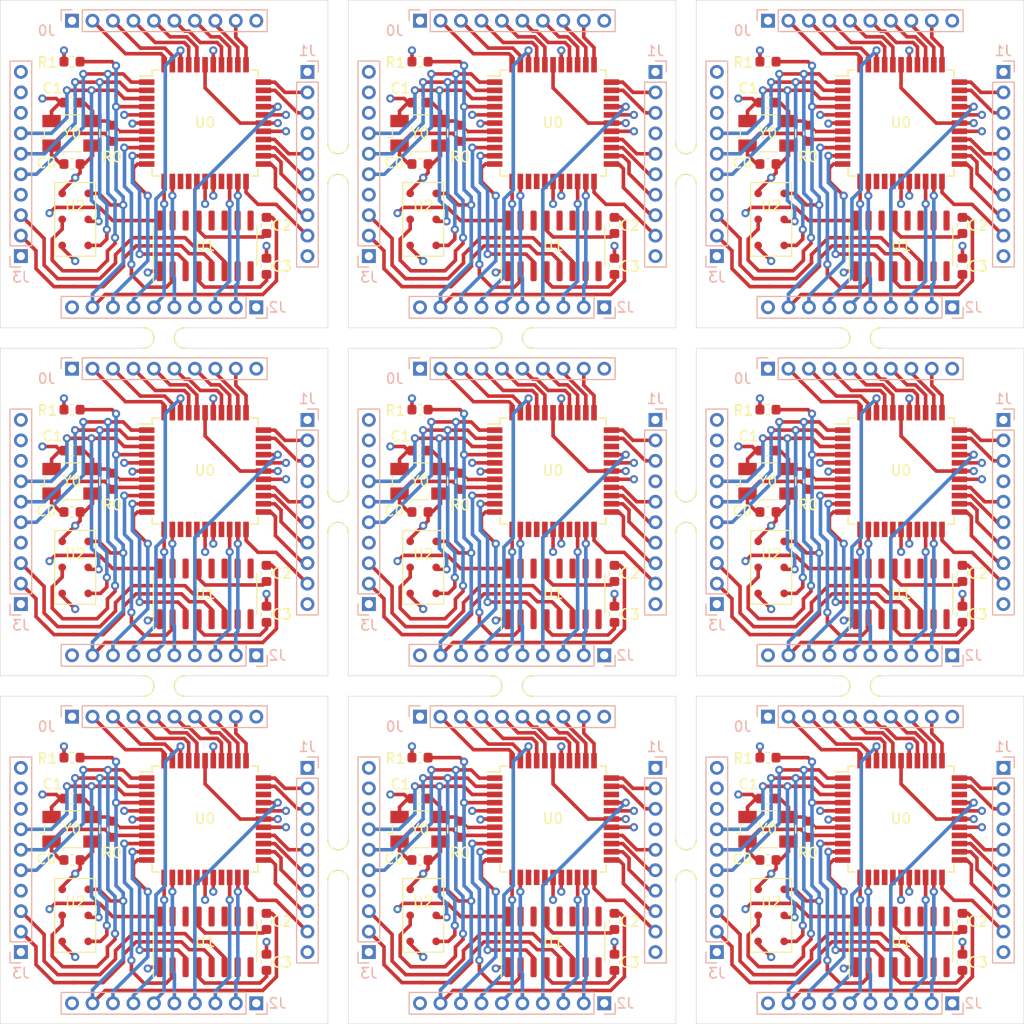
<source format=kicad_pcb>
(kicad_pcb (version 20171130) (host pcbnew "(5.1.6)-1")
  (layers (0 F.Cu signal) (1 GND power) (2 PWR power) (31 B.Cu signal) (34 B.Paste user) (35 F.Paste user) (36 B.SilkS user) (37 F.SilkS user) (38 B.Mask user) (39 F.Mask user) (44 Edge.Cuts user))
  (net 0 "")
  (net 1 "Net-(C0-Pad2)")
  (net 2 GND)
  (net 3 "Net-(C1-Pad1)")
  (net 4 "Net-(C2-Pad2)")
  (net 5 /RS)
  (net 6 "Net-(C3-Pad2)")
  (net 7 /LCD_DATA_7)
  (net 8 /LCD_DATA_6)
  (net 9 /LCD_DATA_5)
  (net 10 /LCD_DATA_4)
  (net 11 /LCD_DATA_3)
  (net 12 /LCD_DATA_2)
  (net 13 /LCD_DATA_1)
  (net 14 /LCD_DATA_0)
  (net 15 /LCD_EN)
  (net 16 /LCD_RS)
  (net 17 /IC_595_CTRL)
  (net 18 /MCU_TO_IC595)
  (net 19 /7SEGLED_TEST_ON)
  (net 20 /7SEGLED_TEST_OFF)
  (net 21 /IC_165_CTRL)
  (net 22 /IC_165_TO_MCU)
  (net 23 /CLK_OUT)
  (net 24 /VCC)
  (net 25 /INT0)
  (net 26 /INT1)
  (net 27 /INT2)
  (net 28 /ADJUST_CLK)
  (net 29 /IC_CLOCK)
  (net 30 /AVCC)
  (net 31 /AREF)
  (net 32 /CH340B_VCC)
  (net 33 /SCK)
  (net 34 /MISO)
  (net 35 /MOSI)
  (net 36 /D-)
  (net 37 /D+)
  (net 38 "Net-(U0-Pad31)")
  (net 39 "Net-(U0-Pad19)")
  (net 40 "Net-(U0-Pad16)")
  (net 41 "Net-(U0-Pad15)")
  (net 42 "Net-(U0-Pad14)")
  (net 43 /TXD0)
  (net 44 /RXD0)
  (net 45 "Net-(U1-Pad15)")
  (net 46 "Net-(U1-Pad14)")
  (net 47 "Net-(U1-Pad12)")
  (net 48 "Net-(U1-Pad11)")
  (net 49 "Net-(U1-Pad10)")
  (net 50 "Net-(U1-Pad9)")
  (net 51 "Net-(U1-Pad8)")
  (net 52 "Net-(U1-Pad7)")
  (net 53 "Net-(J3-Pad4)")
  (net 54 "Net-(J3-Pad9)")
  (net 55 "Net-(J1-Pad4)")
  (net 56 /RS_VCC)
  (module panelSystemChip:mouse-bite-2mm-slot (layer F.Cu) (at 163.99734 123.98336 180)
    (fp_text reference mouse-bite-2mm-slot hide)
    (fp_text value VAL** hide)
    (pad "" np_thru_hole circle (at 0.75 0.75 180) (size 0.5 0.5) (drill 0.5) (layers *.Cu *.Mask))
    (pad "" np_thru_hole circle (at -0.75 0.75 180) (size 0.5 0.5) (drill 0.5) (layers *.Cu *.Mask))
    (pad "" np_thru_hole circle (at -0.75 -0.75 180) (size 0.5 0.5) (drill 0.5) (layers *.Cu *.Mask))
    (pad "" np_thru_hole circle (at 0.75 -0.75 180) (size 0.5 0.5) (drill 0.5) (layers *.Cu *.Mask))
    (pad "" np_thru_hole circle (at 0 0.75 180) (size 0.5 0.5) (drill 0.5) (layers *.Cu *.Mask))
    (pad "" np_thru_hole circle (at 0 -0.75 180) (size 0.5 0.5) (drill 0.5) (layers *.Cu *.Mask))
  )
  (module panelSystemChip:mouse-bite-2mm-slot (layer F.Cu) (at 129.99734 123.98336 180)
    (fp_text reference mouse-bite-2mm-slot hide)
    (fp_text value VAL** hide)
    (pad "" np_thru_hole circle (at 0.75 0.75 180) (size 0.5 0.5) (drill 0.5) (layers *.Cu *.Mask))
    (pad "" np_thru_hole circle (at -0.75 0.75 180) (size 0.5 0.5) (drill 0.5) (layers *.Cu *.Mask))
    (pad "" np_thru_hole circle (at -0.75 -0.75 180) (size 0.5 0.5) (drill 0.5) (layers *.Cu *.Mask))
    (pad "" np_thru_hole circle (at 0.75 -0.75 180) (size 0.5 0.5) (drill 0.5) (layers *.Cu *.Mask))
    (pad "" np_thru_hole circle (at 0 0.75 180) (size 0.5 0.5) (drill 0.5) (layers *.Cu *.Mask))
    (pad "" np_thru_hole circle (at 0 -0.75 180) (size 0.5 0.5) (drill 0.5) (layers *.Cu *.Mask))
  )
  (module panelSystemChip:mouse-bite-2mm-slot (layer F.Cu) (at 95.99734 123.98336 180)
    (fp_text reference mouse-bite-2mm-slot hide)
    (fp_text value VAL** hide)
    (pad "" np_thru_hole circle (at 0.75 0.75 180) (size 0.5 0.5) (drill 0.5) (layers *.Cu *.Mask))
    (pad "" np_thru_hole circle (at -0.75 0.75 180) (size 0.5 0.5) (drill 0.5) (layers *.Cu *.Mask))
    (pad "" np_thru_hole circle (at -0.75 -0.75 180) (size 0.5 0.5) (drill 0.5) (layers *.Cu *.Mask))
    (pad "" np_thru_hole circle (at 0.75 -0.75 180) (size 0.5 0.5) (drill 0.5) (layers *.Cu *.Mask))
    (pad "" np_thru_hole circle (at 0 0.75 180) (size 0.5 0.5) (drill 0.5) (layers *.Cu *.Mask))
    (pad "" np_thru_hole circle (at 0 -0.75 180) (size 0.5 0.5) (drill 0.5) (layers *.Cu *.Mask))
  )
  (module panelSystemChip:mouse-bite-2mm-slot (layer F.Cu) (at 163.99734 89.98336 180)
    (fp_text reference mouse-bite-2mm-slot hide)
    (fp_text value VAL** hide)
    (pad "" np_thru_hole circle (at 0.75 0.75 180) (size 0.5 0.5) (drill 0.5) (layers *.Cu *.Mask))
    (pad "" np_thru_hole circle (at -0.75 0.75 180) (size 0.5 0.5) (drill 0.5) (layers *.Cu *.Mask))
    (pad "" np_thru_hole circle (at -0.75 -0.75 180) (size 0.5 0.5) (drill 0.5) (layers *.Cu *.Mask))
    (pad "" np_thru_hole circle (at 0.75 -0.75 180) (size 0.5 0.5) (drill 0.5) (layers *.Cu *.Mask))
    (pad "" np_thru_hole circle (at 0 0.75 180) (size 0.5 0.5) (drill 0.5) (layers *.Cu *.Mask))
    (pad "" np_thru_hole circle (at 0 -0.75 180) (size 0.5 0.5) (drill 0.5) (layers *.Cu *.Mask))
  )
  (module panelSystemChip:mouse-bite-2mm-slot (layer F.Cu) (at 129.99734 89.98336 180)
    (fp_text reference mouse-bite-2mm-slot hide)
    (fp_text value VAL** hide)
    (pad "" np_thru_hole circle (at 0.75 0.75 180) (size 0.5 0.5) (drill 0.5) (layers *.Cu *.Mask))
    (pad "" np_thru_hole circle (at -0.75 0.75 180) (size 0.5 0.5) (drill 0.5) (layers *.Cu *.Mask))
    (pad "" np_thru_hole circle (at -0.75 -0.75 180) (size 0.5 0.5) (drill 0.5) (layers *.Cu *.Mask))
    (pad "" np_thru_hole circle (at 0.75 -0.75 180) (size 0.5 0.5) (drill 0.5) (layers *.Cu *.Mask))
    (pad "" np_thru_hole circle (at 0 0.75 180) (size 0.5 0.5) (drill 0.5) (layers *.Cu *.Mask))
    (pad "" np_thru_hole circle (at 0 -0.75 180) (size 0.5 0.5) (drill 0.5) (layers *.Cu *.Mask))
  )
  (module panelSystemChip:mouse-bite-2mm-slot (layer F.Cu) (at 95.99734 89.98336 180)
    (fp_text reference mouse-bite-2mm-slot hide)
    (fp_text value VAL** hide)
    (pad "" np_thru_hole circle (at 0.75 0.75 180) (size 0.5 0.5) (drill 0.5) (layers *.Cu *.Mask))
    (pad "" np_thru_hole circle (at -0.75 0.75 180) (size 0.5 0.5) (drill 0.5) (layers *.Cu *.Mask))
    (pad "" np_thru_hole circle (at -0.75 -0.75 180) (size 0.5 0.5) (drill 0.5) (layers *.Cu *.Mask))
    (pad "" np_thru_hole circle (at 0.75 -0.75 180) (size 0.5 0.5) (drill 0.5) (layers *.Cu *.Mask))
    (pad "" np_thru_hole circle (at 0 0.75 180) (size 0.5 0.5) (drill 0.5) (layers *.Cu *.Mask))
    (pad "" np_thru_hole circle (at 0 -0.75 180) (size 0.5 0.5) (drill 0.5) (layers *.Cu *.Mask))
  )
  (module panelSystemChip:mouse-bite-2mm-slot (layer F.Cu) (at 163.99734 124.01936 180)
    (fp_text reference mouse-bite-2mm-slot hide)
    (fp_text value VAL** hide)
    (pad "" np_thru_hole circle (at 0.75 0.75 180) (size 0.5 0.5) (drill 0.5) (layers *.Cu *.Mask))
    (pad "" np_thru_hole circle (at -0.75 0.75 180) (size 0.5 0.5) (drill 0.5) (layers *.Cu *.Mask))
    (pad "" np_thru_hole circle (at -0.75 -0.75 180) (size 0.5 0.5) (drill 0.5) (layers *.Cu *.Mask))
    (pad "" np_thru_hole circle (at 0.75 -0.75 180) (size 0.5 0.5) (drill 0.5) (layers *.Cu *.Mask))
    (pad "" np_thru_hole circle (at 0 0.75 180) (size 0.5 0.5) (drill 0.5) (layers *.Cu *.Mask))
    (pad "" np_thru_hole circle (at 0 -0.75 180) (size 0.5 0.5) (drill 0.5) (layers *.Cu *.Mask))
  )
  (module panelSystemChip:mouse-bite-2mm-slot (layer F.Cu) (at 129.99734 124.01936 180)
    (fp_text reference mouse-bite-2mm-slot hide)
    (fp_text value VAL** hide)
    (pad "" np_thru_hole circle (at 0.75 0.75 180) (size 0.5 0.5) (drill 0.5) (layers *.Cu *.Mask))
    (pad "" np_thru_hole circle (at -0.75 0.75 180) (size 0.5 0.5) (drill 0.5) (layers *.Cu *.Mask))
    (pad "" np_thru_hole circle (at -0.75 -0.75 180) (size 0.5 0.5) (drill 0.5) (layers *.Cu *.Mask))
    (pad "" np_thru_hole circle (at 0.75 -0.75 180) (size 0.5 0.5) (drill 0.5) (layers *.Cu *.Mask))
    (pad "" np_thru_hole circle (at 0 0.75 180) (size 0.5 0.5) (drill 0.5) (layers *.Cu *.Mask))
    (pad "" np_thru_hole circle (at 0 -0.75 180) (size 0.5 0.5) (drill 0.5) (layers *.Cu *.Mask))
  )
  (module panelSystemChip:mouse-bite-2mm-slot (layer F.Cu) (at 95.99734 124.01936 180)
    (fp_text reference mouse-bite-2mm-slot hide)
    (fp_text value VAL** hide)
    (pad "" np_thru_hole circle (at 0.75 0.75 180) (size 0.5 0.5) (drill 0.5) (layers *.Cu *.Mask))
    (pad "" np_thru_hole circle (at -0.75 0.75 180) (size 0.5 0.5) (drill 0.5) (layers *.Cu *.Mask))
    (pad "" np_thru_hole circle (at -0.75 -0.75 180) (size 0.5 0.5) (drill 0.5) (layers *.Cu *.Mask))
    (pad "" np_thru_hole circle (at 0.75 -0.75 180) (size 0.5 0.5) (drill 0.5) (layers *.Cu *.Mask))
    (pad "" np_thru_hole circle (at 0 0.75 180) (size 0.5 0.5) (drill 0.5) (layers *.Cu *.Mask))
    (pad "" np_thru_hole circle (at 0 -0.75 180) (size 0.5 0.5) (drill 0.5) (layers *.Cu *.Mask))
  )
  (module panelSystemChip:mouse-bite-2mm-slot (layer F.Cu) (at 163.99734 90.01936 180)
    (fp_text reference mouse-bite-2mm-slot hide)
    (fp_text value VAL** hide)
    (pad "" np_thru_hole circle (at 0.75 0.75 180) (size 0.5 0.5) (drill 0.5) (layers *.Cu *.Mask))
    (pad "" np_thru_hole circle (at -0.75 0.75 180) (size 0.5 0.5) (drill 0.5) (layers *.Cu *.Mask))
    (pad "" np_thru_hole circle (at -0.75 -0.75 180) (size 0.5 0.5) (drill 0.5) (layers *.Cu *.Mask))
    (pad "" np_thru_hole circle (at 0.75 -0.75 180) (size 0.5 0.5) (drill 0.5) (layers *.Cu *.Mask))
    (pad "" np_thru_hole circle (at 0 0.75 180) (size 0.5 0.5) (drill 0.5) (layers *.Cu *.Mask))
    (pad "" np_thru_hole circle (at 0 -0.75 180) (size 0.5 0.5) (drill 0.5) (layers *.Cu *.Mask))
  )
  (module panelSystemChip:mouse-bite-2mm-slot (layer F.Cu) (at 129.99734 90.01936 180)
    (fp_text reference mouse-bite-2mm-slot hide)
    (fp_text value VAL** hide)
    (pad "" np_thru_hole circle (at 0.75 0.75 180) (size 0.5 0.5) (drill 0.5) (layers *.Cu *.Mask))
    (pad "" np_thru_hole circle (at -0.75 0.75 180) (size 0.5 0.5) (drill 0.5) (layers *.Cu *.Mask))
    (pad "" np_thru_hole circle (at -0.75 -0.75 180) (size 0.5 0.5) (drill 0.5) (layers *.Cu *.Mask))
    (pad "" np_thru_hole circle (at 0.75 -0.75 180) (size 0.5 0.5) (drill 0.5) (layers *.Cu *.Mask))
    (pad "" np_thru_hole circle (at 0 0.75 180) (size 0.5 0.5) (drill 0.5) (layers *.Cu *.Mask))
    (pad "" np_thru_hole circle (at 0 -0.75 180) (size 0.5 0.5) (drill 0.5) (layers *.Cu *.Mask))
  )
  (module panelSystemChip:mouse-bite-2mm-slot (layer F.Cu) (at 95.99734 90.01936 180)
    (fp_text reference mouse-bite-2mm-slot hide)
    (fp_text value VAL** hide)
    (pad "" np_thru_hole circle (at 0.75 0.75 180) (size 0.5 0.5) (drill 0.5) (layers *.Cu *.Mask))
    (pad "" np_thru_hole circle (at -0.75 0.75 180) (size 0.5 0.5) (drill 0.5) (layers *.Cu *.Mask))
    (pad "" np_thru_hole circle (at -0.75 -0.75 180) (size 0.5 0.5) (drill 0.5) (layers *.Cu *.Mask))
    (pad "" np_thru_hole circle (at 0.75 -0.75 180) (size 0.5 0.5) (drill 0.5) (layers *.Cu *.Mask))
    (pad "" np_thru_hole circle (at 0 0.75 180) (size 0.5 0.5) (drill 0.5) (layers *.Cu *.Mask))
    (pad "" np_thru_hole circle (at 0 -0.75 180) (size 0.5 0.5) (drill 0.5) (layers *.Cu *.Mask))
  )
  (module panelSystemChip:mouse-bite-2mm-slot (layer F.Cu) (at 163.99734 123.98336 180)
    (fp_text reference mouse-bite-2mm-slot hide)
    (fp_text value VAL** hide)
    (pad "" np_thru_hole circle (at 0.75 0.75 180) (size 0.5 0.5) (drill 0.5) (layers *.Cu *.Mask))
    (pad "" np_thru_hole circle (at -0.75 0.75 180) (size 0.5 0.5) (drill 0.5) (layers *.Cu *.Mask))
    (pad "" np_thru_hole circle (at -0.75 -0.75 180) (size 0.5 0.5) (drill 0.5) (layers *.Cu *.Mask))
    (pad "" np_thru_hole circle (at 0.75 -0.75 180) (size 0.5 0.5) (drill 0.5) (layers *.Cu *.Mask))
    (pad "" np_thru_hole circle (at 0 0.75 180) (size 0.5 0.5) (drill 0.5) (layers *.Cu *.Mask))
    (pad "" np_thru_hole circle (at 0 -0.75 180) (size 0.5 0.5) (drill 0.5) (layers *.Cu *.Mask))
  )
  (module panelSystemChip:mouse-bite-2mm-slot (layer F.Cu) (at 129.99734 123.98336 180)
    (fp_text reference mouse-bite-2mm-slot hide)
    (fp_text value VAL** hide)
    (pad "" np_thru_hole circle (at 0.75 0.75 180) (size 0.5 0.5) (drill 0.5) (layers *.Cu *.Mask))
    (pad "" np_thru_hole circle (at -0.75 0.75 180) (size 0.5 0.5) (drill 0.5) (layers *.Cu *.Mask))
    (pad "" np_thru_hole circle (at -0.75 -0.75 180) (size 0.5 0.5) (drill 0.5) (layers *.Cu *.Mask))
    (pad "" np_thru_hole circle (at 0.75 -0.75 180) (size 0.5 0.5) (drill 0.5) (layers *.Cu *.Mask))
    (pad "" np_thru_hole circle (at 0 0.75 180) (size 0.5 0.5) (drill 0.5) (layers *.Cu *.Mask))
    (pad "" np_thru_hole circle (at 0 -0.75 180) (size 0.5 0.5) (drill 0.5) (layers *.Cu *.Mask))
  )
  (module panelSystemChip:mouse-bite-2mm-slot (layer F.Cu) (at 95.99734 123.98336 180)
    (fp_text reference mouse-bite-2mm-slot hide)
    (fp_text value VAL** hide)
    (pad "" np_thru_hole circle (at 0.75 0.75 180) (size 0.5 0.5) (drill 0.5) (layers *.Cu *.Mask))
    (pad "" np_thru_hole circle (at -0.75 0.75 180) (size 0.5 0.5) (drill 0.5) (layers *.Cu *.Mask))
    (pad "" np_thru_hole circle (at -0.75 -0.75 180) (size 0.5 0.5) (drill 0.5) (layers *.Cu *.Mask))
    (pad "" np_thru_hole circle (at 0.75 -0.75 180) (size 0.5 0.5) (drill 0.5) (layers *.Cu *.Mask))
    (pad "" np_thru_hole circle (at 0 0.75 180) (size 0.5 0.5) (drill 0.5) (layers *.Cu *.Mask))
    (pad "" np_thru_hole circle (at 0 -0.75 180) (size 0.5 0.5) (drill 0.5) (layers *.Cu *.Mask))
  )
  (module panelSystemChip:mouse-bite-2mm-slot (layer F.Cu) (at 163.99734 89.98336 180)
    (fp_text reference mouse-bite-2mm-slot hide)
    (fp_text value VAL** hide)
    (pad "" np_thru_hole circle (at 0.75 0.75 180) (size 0.5 0.5) (drill 0.5) (layers *.Cu *.Mask))
    (pad "" np_thru_hole circle (at -0.75 0.75 180) (size 0.5 0.5) (drill 0.5) (layers *.Cu *.Mask))
    (pad "" np_thru_hole circle (at -0.75 -0.75 180) (size 0.5 0.5) (drill 0.5) (layers *.Cu *.Mask))
    (pad "" np_thru_hole circle (at 0.75 -0.75 180) (size 0.5 0.5) (drill 0.5) (layers *.Cu *.Mask))
    (pad "" np_thru_hole circle (at 0 0.75 180) (size 0.5 0.5) (drill 0.5) (layers *.Cu *.Mask))
    (pad "" np_thru_hole circle (at 0 -0.75 180) (size 0.5 0.5) (drill 0.5) (layers *.Cu *.Mask))
  )
  (module panelSystemChip:mouse-bite-2mm-slot (layer F.Cu) (at 129.99734 89.98336 180)
    (fp_text reference mouse-bite-2mm-slot hide)
    (fp_text value VAL** hide)
    (pad "" np_thru_hole circle (at 0.75 0.75 180) (size 0.5 0.5) (drill 0.5) (layers *.Cu *.Mask))
    (pad "" np_thru_hole circle (at -0.75 0.75 180) (size 0.5 0.5) (drill 0.5) (layers *.Cu *.Mask))
    (pad "" np_thru_hole circle (at -0.75 -0.75 180) (size 0.5 0.5) (drill 0.5) (layers *.Cu *.Mask))
    (pad "" np_thru_hole circle (at 0.75 -0.75 180) (size 0.5 0.5) (drill 0.5) (layers *.Cu *.Mask))
    (pad "" np_thru_hole circle (at 0 0.75 180) (size 0.5 0.5) (drill 0.5) (layers *.Cu *.Mask))
    (pad "" np_thru_hole circle (at 0 -0.75 180) (size 0.5 0.5) (drill 0.5) (layers *.Cu *.Mask))
  )
  (module panelSystemChip:mouse-bite-2mm-slot (layer F.Cu) (at 95.99734 89.98336 180)
    (fp_text reference mouse-bite-2mm-slot hide)
    (fp_text value VAL** hide)
    (pad "" np_thru_hole circle (at 0.75 0.75 180) (size 0.5 0.5) (drill 0.5) (layers *.Cu *.Mask))
    (pad "" np_thru_hole circle (at -0.75 0.75 180) (size 0.5 0.5) (drill 0.5) (layers *.Cu *.Mask))
    (pad "" np_thru_hole circle (at -0.75 -0.75 180) (size 0.5 0.5) (drill 0.5) (layers *.Cu *.Mask))
    (pad "" np_thru_hole circle (at 0.75 -0.75 180) (size 0.5 0.5) (drill 0.5) (layers *.Cu *.Mask))
    (pad "" np_thru_hole circle (at 0 0.75 180) (size 0.5 0.5) (drill 0.5) (layers *.Cu *.Mask))
    (pad "" np_thru_hole circle (at 0 -0.75 180) (size 0.5 0.5) (drill 0.5) (layers *.Cu *.Mask))
  )
  (module panelSystemChip:mouse-bite-2mm-slot (layer F.Cu) (at 146.9788 141.0038 90)
    (fp_text reference mouse-bite-2mm-slot hide)
    (fp_text value VAL** hide)
    (pad "" np_thru_hole circle (at 0.75 0.75 90) (size 0.5 0.5) (drill 0.5) (layers *.Cu *.Mask))
    (pad "" np_thru_hole circle (at -0.75 0.75 90) (size 0.5 0.5) (drill 0.5) (layers *.Cu *.Mask))
    (pad "" np_thru_hole circle (at -0.75 -0.75 90) (size 0.5 0.5) (drill 0.5) (layers *.Cu *.Mask))
    (pad "" np_thru_hole circle (at 0.75 -0.75 90) (size 0.5 0.5) (drill 0.5) (layers *.Cu *.Mask))
    (pad "" np_thru_hole circle (at 0 0.75 90) (size 0.5 0.5) (drill 0.5) (layers *.Cu *.Mask))
    (pad "" np_thru_hole circle (at 0 -0.75 90) (size 0.5 0.5) (drill 0.5) (layers *.Cu *.Mask))
  )
  (module panelSystemChip:mouse-bite-2mm-slot (layer F.Cu) (at 112.9788 141.0038 90)
    (fp_text reference mouse-bite-2mm-slot hide)
    (fp_text value VAL** hide)
    (pad "" np_thru_hole circle (at 0.75 0.75 90) (size 0.5 0.5) (drill 0.5) (layers *.Cu *.Mask))
    (pad "" np_thru_hole circle (at -0.75 0.75 90) (size 0.5 0.5) (drill 0.5) (layers *.Cu *.Mask))
    (pad "" np_thru_hole circle (at -0.75 -0.75 90) (size 0.5 0.5) (drill 0.5) (layers *.Cu *.Mask))
    (pad "" np_thru_hole circle (at 0.75 -0.75 90) (size 0.5 0.5) (drill 0.5) (layers *.Cu *.Mask))
    (pad "" np_thru_hole circle (at 0 0.75 90) (size 0.5 0.5) (drill 0.5) (layers *.Cu *.Mask))
    (pad "" np_thru_hole circle (at 0 -0.75 90) (size 0.5 0.5) (drill 0.5) (layers *.Cu *.Mask))
  )
  (module panelSystemChip:mouse-bite-2mm-slot (layer F.Cu) (at 146.9788 107.0038 90)
    (fp_text reference mouse-bite-2mm-slot hide)
    (fp_text value VAL** hide)
    (pad "" np_thru_hole circle (at 0.75 0.75 90) (size 0.5 0.5) (drill 0.5) (layers *.Cu *.Mask))
    (pad "" np_thru_hole circle (at -0.75 0.75 90) (size 0.5 0.5) (drill 0.5) (layers *.Cu *.Mask))
    (pad "" np_thru_hole circle (at -0.75 -0.75 90) (size 0.5 0.5) (drill 0.5) (layers *.Cu *.Mask))
    (pad "" np_thru_hole circle (at 0.75 -0.75 90) (size 0.5 0.5) (drill 0.5) (layers *.Cu *.Mask))
    (pad "" np_thru_hole circle (at 0 0.75 90) (size 0.5 0.5) (drill 0.5) (layers *.Cu *.Mask))
    (pad "" np_thru_hole circle (at 0 -0.75 90) (size 0.5 0.5) (drill 0.5) (layers *.Cu *.Mask))
  )
  (module panelSystemChip:mouse-bite-2mm-slot (layer F.Cu) (at 112.9788 107.0038 90)
    (fp_text reference mouse-bite-2mm-slot hide)
    (fp_text value VAL** hide)
    (pad "" np_thru_hole circle (at 0.75 0.75 90) (size 0.5 0.5) (drill 0.5) (layers *.Cu *.Mask))
    (pad "" np_thru_hole circle (at -0.75 0.75 90) (size 0.5 0.5) (drill 0.5) (layers *.Cu *.Mask))
    (pad "" np_thru_hole circle (at -0.75 -0.75 90) (size 0.5 0.5) (drill 0.5) (layers *.Cu *.Mask))
    (pad "" np_thru_hole circle (at 0.75 -0.75 90) (size 0.5 0.5) (drill 0.5) (layers *.Cu *.Mask))
    (pad "" np_thru_hole circle (at 0 0.75 90) (size 0.5 0.5) (drill 0.5) (layers *.Cu *.Mask))
    (pad "" np_thru_hole circle (at 0 -0.75 90) (size 0.5 0.5) (drill 0.5) (layers *.Cu *.Mask))
  )
  (module panelSystemChip:mouse-bite-2mm-slot (layer F.Cu) (at 146.9788 73.0038 90)
    (fp_text reference mouse-bite-2mm-slot hide)
    (fp_text value VAL** hide)
    (pad "" np_thru_hole circle (at 0.75 0.75 90) (size 0.5 0.5) (drill 0.5) (layers *.Cu *.Mask))
    (pad "" np_thru_hole circle (at -0.75 0.75 90) (size 0.5 0.5) (drill 0.5) (layers *.Cu *.Mask))
    (pad "" np_thru_hole circle (at -0.75 -0.75 90) (size 0.5 0.5) (drill 0.5) (layers *.Cu *.Mask))
    (pad "" np_thru_hole circle (at 0.75 -0.75 90) (size 0.5 0.5) (drill 0.5) (layers *.Cu *.Mask))
    (pad "" np_thru_hole circle (at 0 0.75 90) (size 0.5 0.5) (drill 0.5) (layers *.Cu *.Mask))
    (pad "" np_thru_hole circle (at 0 -0.75 90) (size 0.5 0.5) (drill 0.5) (layers *.Cu *.Mask))
  )
  (module panelSystemChip:mouse-bite-2mm-slot (layer F.Cu) (at 147.01436 141.00336 90)
    (fp_text reference mouse-bite-2mm-slot hide)
    (fp_text value VAL** hide)
    (pad "" np_thru_hole circle (at 0.75 0.75 90) (size 0.5 0.5) (drill 0.5) (layers *.Cu *.Mask))
    (pad "" np_thru_hole circle (at -0.75 0.75 90) (size 0.5 0.5) (drill 0.5) (layers *.Cu *.Mask))
    (pad "" np_thru_hole circle (at -0.75 -0.75 90) (size 0.5 0.5) (drill 0.5) (layers *.Cu *.Mask))
    (pad "" np_thru_hole circle (at 0.75 -0.75 90) (size 0.5 0.5) (drill 0.5) (layers *.Cu *.Mask))
    (pad "" np_thru_hole circle (at 0 0.75 90) (size 0.5 0.5) (drill 0.5) (layers *.Cu *.Mask))
    (pad "" np_thru_hole circle (at 0 -0.75 90) (size 0.5 0.5) (drill 0.5) (layers *.Cu *.Mask))
  )
  (module panelSystemChip:mouse-bite-2mm-slot (layer F.Cu) (at 113.01436 141.00336 90)
    (fp_text reference mouse-bite-2mm-slot hide)
    (fp_text value VAL** hide)
    (pad "" np_thru_hole circle (at 0.75 0.75 90) (size 0.5 0.5) (drill 0.5) (layers *.Cu *.Mask))
    (pad "" np_thru_hole circle (at -0.75 0.75 90) (size 0.5 0.5) (drill 0.5) (layers *.Cu *.Mask))
    (pad "" np_thru_hole circle (at -0.75 -0.75 90) (size 0.5 0.5) (drill 0.5) (layers *.Cu *.Mask))
    (pad "" np_thru_hole circle (at 0.75 -0.75 90) (size 0.5 0.5) (drill 0.5) (layers *.Cu *.Mask))
    (pad "" np_thru_hole circle (at 0 0.75 90) (size 0.5 0.5) (drill 0.5) (layers *.Cu *.Mask))
    (pad "" np_thru_hole circle (at 0 -0.75 90) (size 0.5 0.5) (drill 0.5) (layers *.Cu *.Mask))
  )
  (module panelSystemChip:mouse-bite-2mm-slot (layer F.Cu) (at 147.01436 107.00336 90)
    (fp_text reference mouse-bite-2mm-slot hide)
    (fp_text value VAL** hide)
    (pad "" np_thru_hole circle (at 0.75 0.75 90) (size 0.5 0.5) (drill 0.5) (layers *.Cu *.Mask))
    (pad "" np_thru_hole circle (at -0.75 0.75 90) (size 0.5 0.5) (drill 0.5) (layers *.Cu *.Mask))
    (pad "" np_thru_hole circle (at -0.75 -0.75 90) (size 0.5 0.5) (drill 0.5) (layers *.Cu *.Mask))
    (pad "" np_thru_hole circle (at 0.75 -0.75 90) (size 0.5 0.5) (drill 0.5) (layers *.Cu *.Mask))
    (pad "" np_thru_hole circle (at 0 0.75 90) (size 0.5 0.5) (drill 0.5) (layers *.Cu *.Mask))
    (pad "" np_thru_hole circle (at 0 -0.75 90) (size 0.5 0.5) (drill 0.5) (layers *.Cu *.Mask))
  )
  (module panelSystemChip:mouse-bite-2mm-slot (layer F.Cu) (at 113.01436 107.00336 90)
    (fp_text reference mouse-bite-2mm-slot hide)
    (fp_text value VAL** hide)
    (pad "" np_thru_hole circle (at 0.75 0.75 90) (size 0.5 0.5) (drill 0.5) (layers *.Cu *.Mask))
    (pad "" np_thru_hole circle (at -0.75 0.75 90) (size 0.5 0.5) (drill 0.5) (layers *.Cu *.Mask))
    (pad "" np_thru_hole circle (at -0.75 -0.75 90) (size 0.5 0.5) (drill 0.5) (layers *.Cu *.Mask))
    (pad "" np_thru_hole circle (at 0.75 -0.75 90) (size 0.5 0.5) (drill 0.5) (layers *.Cu *.Mask))
    (pad "" np_thru_hole circle (at 0 0.75 90) (size 0.5 0.5) (drill 0.5) (layers *.Cu *.Mask))
    (pad "" np_thru_hole circle (at 0 -0.75 90) (size 0.5 0.5) (drill 0.5) (layers *.Cu *.Mask))
  )
  (module panelSystemChip:mouse-bite-2mm-slot (layer F.Cu) (at 147.01436 73.00336 90)
    (fp_text reference mouse-bite-2mm-slot hide)
    (fp_text value VAL** hide)
    (pad "" np_thru_hole circle (at 0.75 0.75 90) (size 0.5 0.5) (drill 0.5) (layers *.Cu *.Mask))
    (pad "" np_thru_hole circle (at -0.75 0.75 90) (size 0.5 0.5) (drill 0.5) (layers *.Cu *.Mask))
    (pad "" np_thru_hole circle (at -0.75 -0.75 90) (size 0.5 0.5) (drill 0.5) (layers *.Cu *.Mask))
    (pad "" np_thru_hole circle (at 0.75 -0.75 90) (size 0.5 0.5) (drill 0.5) (layers *.Cu *.Mask))
    (pad "" np_thru_hole circle (at 0 0.75 90) (size 0.5 0.5) (drill 0.5) (layers *.Cu *.Mask))
    (pad "" np_thru_hole circle (at 0 -0.75 90) (size 0.5 0.5) (drill 0.5) (layers *.Cu *.Mask))
  )
  (module panelSystemChip:mouse-bite-2mm-slot (layer F.Cu) (at 113.01436 73.00336 90)
    (fp_text reference mouse-bite-2mm-slot hide)
    (fp_text value VAL** hide)
    (pad "" np_thru_hole circle (at 0.75 0.75 90) (size 0.5 0.5) (drill 0.5) (layers *.Cu *.Mask))
    (pad "" np_thru_hole circle (at -0.75 0.75 90) (size 0.5 0.5) (drill 0.5) (layers *.Cu *.Mask))
    (pad "" np_thru_hole circle (at -0.75 -0.75 90) (size 0.5 0.5) (drill 0.5) (layers *.Cu *.Mask))
    (pad "" np_thru_hole circle (at 0.75 -0.75 90) (size 0.5 0.5) (drill 0.5) (layers *.Cu *.Mask))
    (pad "" np_thru_hole circle (at 0 0.75 90) (size 0.5 0.5) (drill 0.5) (layers *.Cu *.Mask))
    (pad "" np_thru_hole circle (at 0 -0.75 90) (size 0.5 0.5) (drill 0.5) (layers *.Cu *.Mask))
  )
  (module panelSystemChip:mouse-bite-2mm-slot (layer F.Cu) (at 146.9788 141.0038 90)
    (fp_text reference mouse-bite-2mm-slot hide)
    (fp_text value VAL** hide)
    (pad "" np_thru_hole circle (at 0.75 0.75 90) (size 0.5 0.5) (drill 0.5) (layers *.Cu *.Mask))
    (pad "" np_thru_hole circle (at -0.75 0.75 90) (size 0.5 0.5) (drill 0.5) (layers *.Cu *.Mask))
    (pad "" np_thru_hole circle (at -0.75 -0.75 90) (size 0.5 0.5) (drill 0.5) (layers *.Cu *.Mask))
    (pad "" np_thru_hole circle (at 0.75 -0.75 90) (size 0.5 0.5) (drill 0.5) (layers *.Cu *.Mask))
    (pad "" np_thru_hole circle (at 0 0.75 90) (size 0.5 0.5) (drill 0.5) (layers *.Cu *.Mask))
    (pad "" np_thru_hole circle (at 0 -0.75 90) (size 0.5 0.5) (drill 0.5) (layers *.Cu *.Mask))
  )
  (module panelSystemChip:mouse-bite-2mm-slot (layer F.Cu) (at 112.9788 141.0038 90)
    (fp_text reference mouse-bite-2mm-slot hide)
    (fp_text value VAL** hide)
    (pad "" np_thru_hole circle (at 0.75 0.75 90) (size 0.5 0.5) (drill 0.5) (layers *.Cu *.Mask))
    (pad "" np_thru_hole circle (at -0.75 0.75 90) (size 0.5 0.5) (drill 0.5) (layers *.Cu *.Mask))
    (pad "" np_thru_hole circle (at -0.75 -0.75 90) (size 0.5 0.5) (drill 0.5) (layers *.Cu *.Mask))
    (pad "" np_thru_hole circle (at 0.75 -0.75 90) (size 0.5 0.5) (drill 0.5) (layers *.Cu *.Mask))
    (pad "" np_thru_hole circle (at 0 0.75 90) (size 0.5 0.5) (drill 0.5) (layers *.Cu *.Mask))
    (pad "" np_thru_hole circle (at 0 -0.75 90) (size 0.5 0.5) (drill 0.5) (layers *.Cu *.Mask))
  )
  (module panelSystemChip:mouse-bite-2mm-slot (layer F.Cu) (at 146.9788 107.0038 90)
    (fp_text reference mouse-bite-2mm-slot hide)
    (fp_text value VAL** hide)
    (pad "" np_thru_hole circle (at 0.75 0.75 90) (size 0.5 0.5) (drill 0.5) (layers *.Cu *.Mask))
    (pad "" np_thru_hole circle (at -0.75 0.75 90) (size 0.5 0.5) (drill 0.5) (layers *.Cu *.Mask))
    (pad "" np_thru_hole circle (at -0.75 -0.75 90) (size 0.5 0.5) (drill 0.5) (layers *.Cu *.Mask))
    (pad "" np_thru_hole circle (at 0.75 -0.75 90) (size 0.5 0.5) (drill 0.5) (layers *.Cu *.Mask))
    (pad "" np_thru_hole circle (at 0 0.75 90) (size 0.5 0.5) (drill 0.5) (layers *.Cu *.Mask))
    (pad "" np_thru_hole circle (at 0 -0.75 90) (size 0.5 0.5) (drill 0.5) (layers *.Cu *.Mask))
  )
  (module panelSystemChip:mouse-bite-2mm-slot (layer F.Cu) (at 112.9788 107.0038 90)
    (fp_text reference mouse-bite-2mm-slot hide)
    (fp_text value VAL** hide)
    (pad "" np_thru_hole circle (at 0.75 0.75 90) (size 0.5 0.5) (drill 0.5) (layers *.Cu *.Mask))
    (pad "" np_thru_hole circle (at -0.75 0.75 90) (size 0.5 0.5) (drill 0.5) (layers *.Cu *.Mask))
    (pad "" np_thru_hole circle (at -0.75 -0.75 90) (size 0.5 0.5) (drill 0.5) (layers *.Cu *.Mask))
    (pad "" np_thru_hole circle (at 0.75 -0.75 90) (size 0.5 0.5) (drill 0.5) (layers *.Cu *.Mask))
    (pad "" np_thru_hole circle (at 0 0.75 90) (size 0.5 0.5) (drill 0.5) (layers *.Cu *.Mask))
    (pad "" np_thru_hole circle (at 0 -0.75 90) (size 0.5 0.5) (drill 0.5) (layers *.Cu *.Mask))
  )
  (module panelSystemChip:mouse-bite-2mm-slot (layer F.Cu) (at 146.9788 73.0038 90)
    (fp_text reference mouse-bite-2mm-slot hide)
    (fp_text value VAL** hide)
    (pad "" np_thru_hole circle (at 0.75 0.75 90) (size 0.5 0.5) (drill 0.5) (layers *.Cu *.Mask))
    (pad "" np_thru_hole circle (at -0.75 0.75 90) (size 0.5 0.5) (drill 0.5) (layers *.Cu *.Mask))
    (pad "" np_thru_hole circle (at -0.75 -0.75 90) (size 0.5 0.5) (drill 0.5) (layers *.Cu *.Mask))
    (pad "" np_thru_hole circle (at 0.75 -0.75 90) (size 0.5 0.5) (drill 0.5) (layers *.Cu *.Mask))
    (pad "" np_thru_hole circle (at 0 0.75 90) (size 0.5 0.5) (drill 0.5) (layers *.Cu *.Mask))
    (pad "" np_thru_hole circle (at 0 -0.75 90) (size 0.5 0.5) (drill 0.5) (layers *.Cu *.Mask))
  )
  (module panelSystemChip:mouse-bite-2mm-slot (layer F.Cu) (at 146.97836 141.00336 90)
    (fp_text reference mouse-bite-2mm-slot hide)
    (fp_text value VAL** hide)
    (pad "" np_thru_hole circle (at 0.75 0.75 90) (size 0.5 0.5) (drill 0.5) (layers *.Cu *.Mask))
    (pad "" np_thru_hole circle (at -0.75 0.75 90) (size 0.5 0.5) (drill 0.5) (layers *.Cu *.Mask))
    (pad "" np_thru_hole circle (at -0.75 -0.75 90) (size 0.5 0.5) (drill 0.5) (layers *.Cu *.Mask))
    (pad "" np_thru_hole circle (at 0.75 -0.75 90) (size 0.5 0.5) (drill 0.5) (layers *.Cu *.Mask))
    (pad "" np_thru_hole circle (at 0 0.75 90) (size 0.5 0.5) (drill 0.5) (layers *.Cu *.Mask))
    (pad "" np_thru_hole circle (at 0 -0.75 90) (size 0.5 0.5) (drill 0.5) (layers *.Cu *.Mask))
  )
  (module panelSystemChip:mouse-bite-2mm-slot (layer F.Cu) (at 112.97836 141.00336 90)
    (fp_text reference mouse-bite-2mm-slot hide)
    (fp_text value VAL** hide)
    (pad "" np_thru_hole circle (at 0.75 0.75 90) (size 0.5 0.5) (drill 0.5) (layers *.Cu *.Mask))
    (pad "" np_thru_hole circle (at -0.75 0.75 90) (size 0.5 0.5) (drill 0.5) (layers *.Cu *.Mask))
    (pad "" np_thru_hole circle (at -0.75 -0.75 90) (size 0.5 0.5) (drill 0.5) (layers *.Cu *.Mask))
    (pad "" np_thru_hole circle (at 0.75 -0.75 90) (size 0.5 0.5) (drill 0.5) (layers *.Cu *.Mask))
    (pad "" np_thru_hole circle (at 0 0.75 90) (size 0.5 0.5) (drill 0.5) (layers *.Cu *.Mask))
    (pad "" np_thru_hole circle (at 0 -0.75 90) (size 0.5 0.5) (drill 0.5) (layers *.Cu *.Mask))
  )
  (module panelSystemChip:mouse-bite-2mm-slot (layer F.Cu) (at 146.97836 107.00336 90)
    (fp_text reference mouse-bite-2mm-slot hide)
    (fp_text value VAL** hide)
    (pad "" np_thru_hole circle (at 0.75 0.75 90) (size 0.5 0.5) (drill 0.5) (layers *.Cu *.Mask))
    (pad "" np_thru_hole circle (at -0.75 0.75 90) (size 0.5 0.5) (drill 0.5) (layers *.Cu *.Mask))
    (pad "" np_thru_hole circle (at -0.75 -0.75 90) (size 0.5 0.5) (drill 0.5) (layers *.Cu *.Mask))
    (pad "" np_thru_hole circle (at 0.75 -0.75 90) (size 0.5 0.5) (drill 0.5) (layers *.Cu *.Mask))
    (pad "" np_thru_hole circle (at 0 0.75 90) (size 0.5 0.5) (drill 0.5) (layers *.Cu *.Mask))
    (pad "" np_thru_hole circle (at 0 -0.75 90) (size 0.5 0.5) (drill 0.5) (layers *.Cu *.Mask))
  )
  (module panelSystemChip:mouse-bite-2mm-slot (layer F.Cu) (at 112.97836 107.00336 90)
    (fp_text reference mouse-bite-2mm-slot hide)
    (fp_text value VAL** hide)
    (pad "" np_thru_hole circle (at 0.75 0.75 90) (size 0.5 0.5) (drill 0.5) (layers *.Cu *.Mask))
    (pad "" np_thru_hole circle (at -0.75 0.75 90) (size 0.5 0.5) (drill 0.5) (layers *.Cu *.Mask))
    (pad "" np_thru_hole circle (at -0.75 -0.75 90) (size 0.5 0.5) (drill 0.5) (layers *.Cu *.Mask))
    (pad "" np_thru_hole circle (at 0.75 -0.75 90) (size 0.5 0.5) (drill 0.5) (layers *.Cu *.Mask))
    (pad "" np_thru_hole circle (at 0 0.75 90) (size 0.5 0.5) (drill 0.5) (layers *.Cu *.Mask))
    (pad "" np_thru_hole circle (at 0 -0.75 90) (size 0.5 0.5) (drill 0.5) (layers *.Cu *.Mask))
  )
  (module panelSystemChip:mouse-bite-2mm-slot (layer F.Cu) (at 146.97836 73.00336 90)
    (fp_text reference mouse-bite-2mm-slot hide)
    (fp_text value VAL** hide)
    (pad "" np_thru_hole circle (at 0.75 0.75 90) (size 0.5 0.5) (drill 0.5) (layers *.Cu *.Mask))
    (pad "" np_thru_hole circle (at -0.75 0.75 90) (size 0.5 0.5) (drill 0.5) (layers *.Cu *.Mask))
    (pad "" np_thru_hole circle (at -0.75 -0.75 90) (size 0.5 0.5) (drill 0.5) (layers *.Cu *.Mask))
    (pad "" np_thru_hole circle (at 0.75 -0.75 90) (size 0.5 0.5) (drill 0.5) (layers *.Cu *.Mask))
    (pad "" np_thru_hole circle (at 0 0.75 90) (size 0.5 0.5) (drill 0.5) (layers *.Cu *.Mask))
    (pad "" np_thru_hole circle (at 0 -0.75 90) (size 0.5 0.5) (drill 0.5) (layers *.Cu *.Mask))
  )
  (module panelSystemChip:mouse-bite-2mm-slot (layer F.Cu) (at 112.97836 73.00336 90)
    (fp_text reference mouse-bite-2mm-slot hide)
    (fp_text value VAL** hide)
    (pad "" np_thru_hole circle (at 0.75 0.75 90) (size 0.5 0.5) (drill 0.5) (layers *.Cu *.Mask))
    (pad "" np_thru_hole circle (at -0.75 0.75 90) (size 0.5 0.5) (drill 0.5) (layers *.Cu *.Mask))
    (pad "" np_thru_hole circle (at -0.75 -0.75 90) (size 0.5 0.5) (drill 0.5) (layers *.Cu *.Mask))
    (pad "" np_thru_hole circle (at 0.75 -0.75 90) (size 0.5 0.5) (drill 0.5) (layers *.Cu *.Mask))
    (pad "" np_thru_hole circle (at 0 0.75 90) (size 0.5 0.5) (drill 0.5) (layers *.Cu *.Mask))
    (pad "" np_thru_hole circle (at 0 -0.75 90) (size 0.5 0.5) (drill 0.5) (layers *.Cu *.Mask))
  )
  (module panelSystemChip:mouse-bite-2mm-slot (layer F.Cu) (at 147.0148 141.0038 90)
    (fp_text reference mouse-bite-2mm-slot hide)
    (fp_text value VAL** hide)
    (pad "" np_thru_hole circle (at 0.75 0.75 90) (size 0.5 0.5) (drill 0.5) (layers *.Cu *.Mask))
    (pad "" np_thru_hole circle (at -0.75 0.75 90) (size 0.5 0.5) (drill 0.5) (layers *.Cu *.Mask))
    (pad "" np_thru_hole circle (at -0.75 -0.75 90) (size 0.5 0.5) (drill 0.5) (layers *.Cu *.Mask))
    (pad "" np_thru_hole circle (at 0.75 -0.75 90) (size 0.5 0.5) (drill 0.5) (layers *.Cu *.Mask))
    (pad "" np_thru_hole circle (at 0 0.75 90) (size 0.5 0.5) (drill 0.5) (layers *.Cu *.Mask))
    (pad "" np_thru_hole circle (at 0 -0.75 90) (size 0.5 0.5) (drill 0.5) (layers *.Cu *.Mask))
  )
  (module panelSystemChip:mouse-bite-2mm-slot (layer F.Cu) (at 113.0148 141.0038 90)
    (fp_text reference mouse-bite-2mm-slot hide)
    (fp_text value VAL** hide)
    (pad "" np_thru_hole circle (at 0.75 0.75 90) (size 0.5 0.5) (drill 0.5) (layers *.Cu *.Mask))
    (pad "" np_thru_hole circle (at -0.75 0.75 90) (size 0.5 0.5) (drill 0.5) (layers *.Cu *.Mask))
    (pad "" np_thru_hole circle (at -0.75 -0.75 90) (size 0.5 0.5) (drill 0.5) (layers *.Cu *.Mask))
    (pad "" np_thru_hole circle (at 0.75 -0.75 90) (size 0.5 0.5) (drill 0.5) (layers *.Cu *.Mask))
    (pad "" np_thru_hole circle (at 0 0.75 90) (size 0.5 0.5) (drill 0.5) (layers *.Cu *.Mask))
    (pad "" np_thru_hole circle (at 0 -0.75 90) (size 0.5 0.5) (drill 0.5) (layers *.Cu *.Mask))
  )
  (module panelSystemChip:mouse-bite-2mm-slot (layer F.Cu) (at 147.0148 107.0038 90)
    (fp_text reference mouse-bite-2mm-slot hide)
    (fp_text value VAL** hide)
    (pad "" np_thru_hole circle (at 0.75 0.75 90) (size 0.5 0.5) (drill 0.5) (layers *.Cu *.Mask))
    (pad "" np_thru_hole circle (at -0.75 0.75 90) (size 0.5 0.5) (drill 0.5) (layers *.Cu *.Mask))
    (pad "" np_thru_hole circle (at -0.75 -0.75 90) (size 0.5 0.5) (drill 0.5) (layers *.Cu *.Mask))
    (pad "" np_thru_hole circle (at 0.75 -0.75 90) (size 0.5 0.5) (drill 0.5) (layers *.Cu *.Mask))
    (pad "" np_thru_hole circle (at 0 0.75 90) (size 0.5 0.5) (drill 0.5) (layers *.Cu *.Mask))
    (pad "" np_thru_hole circle (at 0 -0.75 90) (size 0.5 0.5) (drill 0.5) (layers *.Cu *.Mask))
  )
  (module panelSystemChip:mouse-bite-2mm-slot (layer F.Cu) (at 113.0148 107.0038 90)
    (fp_text reference mouse-bite-2mm-slot hide)
    (fp_text value VAL** hide)
    (pad "" np_thru_hole circle (at 0.75 0.75 90) (size 0.5 0.5) (drill 0.5) (layers *.Cu *.Mask))
    (pad "" np_thru_hole circle (at -0.75 0.75 90) (size 0.5 0.5) (drill 0.5) (layers *.Cu *.Mask))
    (pad "" np_thru_hole circle (at -0.75 -0.75 90) (size 0.5 0.5) (drill 0.5) (layers *.Cu *.Mask))
    (pad "" np_thru_hole circle (at 0.75 -0.75 90) (size 0.5 0.5) (drill 0.5) (layers *.Cu *.Mask))
    (pad "" np_thru_hole circle (at 0 0.75 90) (size 0.5 0.5) (drill 0.5) (layers *.Cu *.Mask))
    (pad "" np_thru_hole circle (at 0 -0.75 90) (size 0.5 0.5) (drill 0.5) (layers *.Cu *.Mask))
  )
  (module panelSystemChip:mouse-bite-2mm-slot (layer F.Cu) (at 147.0148 73.0038 90)
    (fp_text reference mouse-bite-2mm-slot hide)
    (fp_text value VAL** hide)
    (pad "" np_thru_hole circle (at 0.75 0.75 90) (size 0.5 0.5) (drill 0.5) (layers *.Cu *.Mask))
    (pad "" np_thru_hole circle (at -0.75 0.75 90) (size 0.5 0.5) (drill 0.5) (layers *.Cu *.Mask))
    (pad "" np_thru_hole circle (at -0.75 -0.75 90) (size 0.5 0.5) (drill 0.5) (layers *.Cu *.Mask))
    (pad "" np_thru_hole circle (at 0.75 -0.75 90) (size 0.5 0.5) (drill 0.5) (layers *.Cu *.Mask))
    (pad "" np_thru_hole circle (at 0 0.75 90) (size 0.5 0.5) (drill 0.5) (layers *.Cu *.Mask))
    (pad "" np_thru_hole circle (at 0 -0.75 90) (size 0.5 0.5) (drill 0.5) (layers *.Cu *.Mask))
  )
  (module panelSystemChip:mouse-bite-2mm-slot (layer F.Cu) (at 146.97836 141.00336 90)
    (fp_text reference mouse-bite-2mm-slot hide)
    (fp_text value VAL** hide)
    (pad "" np_thru_hole circle (at 0.75 0.75 90) (size 0.5 0.5) (drill 0.5) (layers *.Cu *.Mask))
    (pad "" np_thru_hole circle (at -0.75 0.75 90) (size 0.5 0.5) (drill 0.5) (layers *.Cu *.Mask))
    (pad "" np_thru_hole circle (at -0.75 -0.75 90) (size 0.5 0.5) (drill 0.5) (layers *.Cu *.Mask))
    (pad "" np_thru_hole circle (at 0.75 -0.75 90) (size 0.5 0.5) (drill 0.5) (layers *.Cu *.Mask))
    (pad "" np_thru_hole circle (at 0 0.75 90) (size 0.5 0.5) (drill 0.5) (layers *.Cu *.Mask))
    (pad "" np_thru_hole circle (at 0 -0.75 90) (size 0.5 0.5) (drill 0.5) (layers *.Cu *.Mask))
  )
  (module panelSystemChip:mouse-bite-2mm-slot (layer F.Cu) (at 112.97836 141.00336 90)
    (fp_text reference mouse-bite-2mm-slot hide)
    (fp_text value VAL** hide)
    (pad "" np_thru_hole circle (at 0.75 0.75 90) (size 0.5 0.5) (drill 0.5) (layers *.Cu *.Mask))
    (pad "" np_thru_hole circle (at -0.75 0.75 90) (size 0.5 0.5) (drill 0.5) (layers *.Cu *.Mask))
    (pad "" np_thru_hole circle (at -0.75 -0.75 90) (size 0.5 0.5) (drill 0.5) (layers *.Cu *.Mask))
    (pad "" np_thru_hole circle (at 0.75 -0.75 90) (size 0.5 0.5) (drill 0.5) (layers *.Cu *.Mask))
    (pad "" np_thru_hole circle (at 0 0.75 90) (size 0.5 0.5) (drill 0.5) (layers *.Cu *.Mask))
    (pad "" np_thru_hole circle (at 0 -0.75 90) (size 0.5 0.5) (drill 0.5) (layers *.Cu *.Mask))
  )
  (module panelSystemChip:mouse-bite-2mm-slot (layer F.Cu) (at 146.97836 107.00336 90)
    (fp_text reference mouse-bite-2mm-slot hide)
    (fp_text value VAL** hide)
    (pad "" np_thru_hole circle (at 0.75 0.75 90) (size 0.5 0.5) (drill 0.5) (layers *.Cu *.Mask))
    (pad "" np_thru_hole circle (at -0.75 0.75 90) (size 0.5 0.5) (drill 0.5) (layers *.Cu *.Mask))
    (pad "" np_thru_hole circle (at -0.75 -0.75 90) (size 0.5 0.5) (drill 0.5) (layers *.Cu *.Mask))
    (pad "" np_thru_hole circle (at 0.75 -0.75 90) (size 0.5 0.5) (drill 0.5) (layers *.Cu *.Mask))
    (pad "" np_thru_hole circle (at 0 0.75 90) (size 0.5 0.5) (drill 0.5) (layers *.Cu *.Mask))
    (pad "" np_thru_hole circle (at 0 -0.75 90) (size 0.5 0.5) (drill 0.5) (layers *.Cu *.Mask))
  )
  (module panelSystemChip:mouse-bite-2mm-slot (layer F.Cu) (at 112.97836 107.00336 90)
    (fp_text reference mouse-bite-2mm-slot hide)
    (fp_text value VAL** hide)
    (pad "" np_thru_hole circle (at 0.75 0.75 90) (size 0.5 0.5) (drill 0.5) (layers *.Cu *.Mask))
    (pad "" np_thru_hole circle (at -0.75 0.75 90) (size 0.5 0.5) (drill 0.5) (layers *.Cu *.Mask))
    (pad "" np_thru_hole circle (at -0.75 -0.75 90) (size 0.5 0.5) (drill 0.5) (layers *.Cu *.Mask))
    (pad "" np_thru_hole circle (at 0.75 -0.75 90) (size 0.5 0.5) (drill 0.5) (layers *.Cu *.Mask))
    (pad "" np_thru_hole circle (at 0 0.75 90) (size 0.5 0.5) (drill 0.5) (layers *.Cu *.Mask))
    (pad "" np_thru_hole circle (at 0 -0.75 90) (size 0.5 0.5) (drill 0.5) (layers *.Cu *.Mask))
  )
  (module panelSystemChip:mouse-bite-2mm-slot (layer F.Cu) (at 146.97836 73.00336 90)
    (fp_text reference mouse-bite-2mm-slot hide)
    (fp_text value VAL** hide)
    (pad "" np_thru_hole circle (at 0.75 0.75 90) (size 0.5 0.5) (drill 0.5) (layers *.Cu *.Mask))
    (pad "" np_thru_hole circle (at -0.75 0.75 90) (size 0.5 0.5) (drill 0.5) (layers *.Cu *.Mask))
    (pad "" np_thru_hole circle (at -0.75 -0.75 90) (size 0.5 0.5) (drill 0.5) (layers *.Cu *.Mask))
    (pad "" np_thru_hole circle (at 0.75 -0.75 90) (size 0.5 0.5) (drill 0.5) (layers *.Cu *.Mask))
    (pad "" np_thru_hole circle (at 0 0.75 90) (size 0.5 0.5) (drill 0.5) (layers *.Cu *.Mask))
    (pad "" np_thru_hole circle (at 0 -0.75 90) (size 0.5 0.5) (drill 0.5) (layers *.Cu *.Mask))
  )
  (module panelSystemChip:mouse-bite-2mm-slot (layer F.Cu) (at 112.97836 73.00336 90)
    (fp_text reference mouse-bite-2mm-slot hide)
    (fp_text value VAL** hide)
    (pad "" np_thru_hole circle (at 0.75 0.75 90) (size 0.5 0.5) (drill 0.5) (layers *.Cu *.Mask))
    (pad "" np_thru_hole circle (at -0.75 0.75 90) (size 0.5 0.5) (drill 0.5) (layers *.Cu *.Mask))
    (pad "" np_thru_hole circle (at -0.75 -0.75 90) (size 0.5 0.5) (drill 0.5) (layers *.Cu *.Mask))
    (pad "" np_thru_hole circle (at 0.75 -0.75 90) (size 0.5 0.5) (drill 0.5) (layers *.Cu *.Mask))
    (pad "" np_thru_hole circle (at 0 0.75 90) (size 0.5 0.5) (drill 0.5) (layers *.Cu *.Mask))
    (pad "" np_thru_hole circle (at 0 -0.75 90) (size 0.5 0.5) (drill 0.5) (layers *.Cu *.Mask))
  )
  (module panelSystemChip:mouse-bite-2mm-slot (layer F.Cu) (at 163.9948 123.9838 180)
    (fp_text reference mouse-bite-2mm-slot hide)
    (fp_text value VAL** hide)
    (pad "" np_thru_hole circle (at 0.75 0.75 180) (size 0.5 0.5) (drill 0.5) (layers *.Cu *.Mask))
    (pad "" np_thru_hole circle (at -0.75 0.75 180) (size 0.5 0.5) (drill 0.5) (layers *.Cu *.Mask))
    (pad "" np_thru_hole circle (at -0.75 -0.75 180) (size 0.5 0.5) (drill 0.5) (layers *.Cu *.Mask))
    (pad "" np_thru_hole circle (at 0.75 -0.75 180) (size 0.5 0.5) (drill 0.5) (layers *.Cu *.Mask))
    (pad "" np_thru_hole circle (at 0 0.75 180) (size 0.5 0.5) (drill 0.5) (layers *.Cu *.Mask))
    (pad "" np_thru_hole circle (at 0 -0.75 180) (size 0.5 0.5) (drill 0.5) (layers *.Cu *.Mask))
  )
  (module panelSystemChip:mouse-bite-2mm-slot (layer F.Cu) (at 129.9948 123.9838 180)
    (fp_text reference mouse-bite-2mm-slot hide)
    (fp_text value VAL** hide)
    (pad "" np_thru_hole circle (at 0.75 0.75 180) (size 0.5 0.5) (drill 0.5) (layers *.Cu *.Mask))
    (pad "" np_thru_hole circle (at -0.75 0.75 180) (size 0.5 0.5) (drill 0.5) (layers *.Cu *.Mask))
    (pad "" np_thru_hole circle (at -0.75 -0.75 180) (size 0.5 0.5) (drill 0.5) (layers *.Cu *.Mask))
    (pad "" np_thru_hole circle (at 0.75 -0.75 180) (size 0.5 0.5) (drill 0.5) (layers *.Cu *.Mask))
    (pad "" np_thru_hole circle (at 0 0.75 180) (size 0.5 0.5) (drill 0.5) (layers *.Cu *.Mask))
    (pad "" np_thru_hole circle (at 0 -0.75 180) (size 0.5 0.5) (drill 0.5) (layers *.Cu *.Mask))
  )
  (module panelSystemChip:mouse-bite-2mm-slot (layer F.Cu) (at 95.9948 123.9838 180)
    (fp_text reference mouse-bite-2mm-slot hide)
    (fp_text value VAL** hide)
    (pad "" np_thru_hole circle (at 0.75 0.75 180) (size 0.5 0.5) (drill 0.5) (layers *.Cu *.Mask))
    (pad "" np_thru_hole circle (at -0.75 0.75 180) (size 0.5 0.5) (drill 0.5) (layers *.Cu *.Mask))
    (pad "" np_thru_hole circle (at -0.75 -0.75 180) (size 0.5 0.5) (drill 0.5) (layers *.Cu *.Mask))
    (pad "" np_thru_hole circle (at 0.75 -0.75 180) (size 0.5 0.5) (drill 0.5) (layers *.Cu *.Mask))
    (pad "" np_thru_hole circle (at 0 0.75 180) (size 0.5 0.5) (drill 0.5) (layers *.Cu *.Mask))
    (pad "" np_thru_hole circle (at 0 -0.75 180) (size 0.5 0.5) (drill 0.5) (layers *.Cu *.Mask))
  )
  (module panelSystemChip:mouse-bite-2mm-slot (layer F.Cu) (at 163.9948 89.9838 180)
    (fp_text reference mouse-bite-2mm-slot hide)
    (fp_text value VAL** hide)
    (pad "" np_thru_hole circle (at 0.75 0.75 180) (size 0.5 0.5) (drill 0.5) (layers *.Cu *.Mask))
    (pad "" np_thru_hole circle (at -0.75 0.75 180) (size 0.5 0.5) (drill 0.5) (layers *.Cu *.Mask))
    (pad "" np_thru_hole circle (at -0.75 -0.75 180) (size 0.5 0.5) (drill 0.5) (layers *.Cu *.Mask))
    (pad "" np_thru_hole circle (at 0.75 -0.75 180) (size 0.5 0.5) (drill 0.5) (layers *.Cu *.Mask))
    (pad "" np_thru_hole circle (at 0 0.75 180) (size 0.5 0.5) (drill 0.5) (layers *.Cu *.Mask))
    (pad "" np_thru_hole circle (at 0 -0.75 180) (size 0.5 0.5) (drill 0.5) (layers *.Cu *.Mask))
  )
  (module panelSystemChip:mouse-bite-2mm-slot (layer F.Cu) (at 129.9948 89.9838 180)
    (fp_text reference mouse-bite-2mm-slot hide)
    (fp_text value VAL** hide)
    (pad "" np_thru_hole circle (at 0.75 0.75 180) (size 0.5 0.5) (drill 0.5) (layers *.Cu *.Mask))
    (pad "" np_thru_hole circle (at -0.75 0.75 180) (size 0.5 0.5) (drill 0.5) (layers *.Cu *.Mask))
    (pad "" np_thru_hole circle (at -0.75 -0.75 180) (size 0.5 0.5) (drill 0.5) (layers *.Cu *.Mask))
    (pad "" np_thru_hole circle (at 0.75 -0.75 180) (size 0.5 0.5) (drill 0.5) (layers *.Cu *.Mask))
    (pad "" np_thru_hole circle (at 0 0.75 180) (size 0.5 0.5) (drill 0.5) (layers *.Cu *.Mask))
    (pad "" np_thru_hole circle (at 0 -0.75 180) (size 0.5 0.5) (drill 0.5) (layers *.Cu *.Mask))
  )
  (module panelSystemChip:mouse-bite-2mm-slot (layer F.Cu) (at 163.9948 123.9838 180)
    (fp_text reference mouse-bite-2mm-slot hide)
    (fp_text value VAL** hide)
    (pad "" np_thru_hole circle (at 0.75 0.75 180) (size 0.5 0.5) (drill 0.5) (layers *.Cu *.Mask))
    (pad "" np_thru_hole circle (at -0.75 0.75 180) (size 0.5 0.5) (drill 0.5) (layers *.Cu *.Mask))
    (pad "" np_thru_hole circle (at -0.75 -0.75 180) (size 0.5 0.5) (drill 0.5) (layers *.Cu *.Mask))
    (pad "" np_thru_hole circle (at 0.75 -0.75 180) (size 0.5 0.5) (drill 0.5) (layers *.Cu *.Mask))
    (pad "" np_thru_hole circle (at 0 0.75 180) (size 0.5 0.5) (drill 0.5) (layers *.Cu *.Mask))
    (pad "" np_thru_hole circle (at 0 -0.75 180) (size 0.5 0.5) (drill 0.5) (layers *.Cu *.Mask))
  )
  (module panelSystemChip:mouse-bite-2mm-slot (layer F.Cu) (at 129.9948 123.9838 180)
    (fp_text reference mouse-bite-2mm-slot hide)
    (fp_text value VAL** hide)
    (pad "" np_thru_hole circle (at 0.75 0.75 180) (size 0.5 0.5) (drill 0.5) (layers *.Cu *.Mask))
    (pad "" np_thru_hole circle (at -0.75 0.75 180) (size 0.5 0.5) (drill 0.5) (layers *.Cu *.Mask))
    (pad "" np_thru_hole circle (at -0.75 -0.75 180) (size 0.5 0.5) (drill 0.5) (layers *.Cu *.Mask))
    (pad "" np_thru_hole circle (at 0.75 -0.75 180) (size 0.5 0.5) (drill 0.5) (layers *.Cu *.Mask))
    (pad "" np_thru_hole circle (at 0 0.75 180) (size 0.5 0.5) (drill 0.5) (layers *.Cu *.Mask))
    (pad "" np_thru_hole circle (at 0 -0.75 180) (size 0.5 0.5) (drill 0.5) (layers *.Cu *.Mask))
  )
  (module panelSystemChip:mouse-bite-2mm-slot (layer F.Cu) (at 95.9948 123.9838 180)
    (fp_text reference mouse-bite-2mm-slot hide)
    (fp_text value VAL** hide)
    (pad "" np_thru_hole circle (at 0.75 0.75 180) (size 0.5 0.5) (drill 0.5) (layers *.Cu *.Mask))
    (pad "" np_thru_hole circle (at -0.75 0.75 180) (size 0.5 0.5) (drill 0.5) (layers *.Cu *.Mask))
    (pad "" np_thru_hole circle (at -0.75 -0.75 180) (size 0.5 0.5) (drill 0.5) (layers *.Cu *.Mask))
    (pad "" np_thru_hole circle (at 0.75 -0.75 180) (size 0.5 0.5) (drill 0.5) (layers *.Cu *.Mask))
    (pad "" np_thru_hole circle (at 0 0.75 180) (size 0.5 0.5) (drill 0.5) (layers *.Cu *.Mask))
    (pad "" np_thru_hole circle (at 0 -0.75 180) (size 0.5 0.5) (drill 0.5) (layers *.Cu *.Mask))
  )
  (module panelSystemChip:mouse-bite-2mm-slot (layer F.Cu) (at 163.9948 89.9838 180)
    (fp_text reference mouse-bite-2mm-slot hide)
    (fp_text value VAL** hide)
    (pad "" np_thru_hole circle (at 0.75 0.75 180) (size 0.5 0.5) (drill 0.5) (layers *.Cu *.Mask))
    (pad "" np_thru_hole circle (at -0.75 0.75 180) (size 0.5 0.5) (drill 0.5) (layers *.Cu *.Mask))
    (pad "" np_thru_hole circle (at -0.75 -0.75 180) (size 0.5 0.5) (drill 0.5) (layers *.Cu *.Mask))
    (pad "" np_thru_hole circle (at 0.75 -0.75 180) (size 0.5 0.5) (drill 0.5) (layers *.Cu *.Mask))
    (pad "" np_thru_hole circle (at 0 0.75 180) (size 0.5 0.5) (drill 0.5) (layers *.Cu *.Mask))
    (pad "" np_thru_hole circle (at 0 -0.75 180) (size 0.5 0.5) (drill 0.5) (layers *.Cu *.Mask))
  )
  (module panelSystemChip:mouse-bite-2mm-slot (layer F.Cu) (at 129.9948 89.9838 180)
    (fp_text reference mouse-bite-2mm-slot hide)
    (fp_text value VAL** hide)
    (pad "" np_thru_hole circle (at 0.75 0.75 180) (size 0.5 0.5) (drill 0.5) (layers *.Cu *.Mask))
    (pad "" np_thru_hole circle (at -0.75 0.75 180) (size 0.5 0.5) (drill 0.5) (layers *.Cu *.Mask))
    (pad "" np_thru_hole circle (at -0.75 -0.75 180) (size 0.5 0.5) (drill 0.5) (layers *.Cu *.Mask))
    (pad "" np_thru_hole circle (at 0.75 -0.75 180) (size 0.5 0.5) (drill 0.5) (layers *.Cu *.Mask))
    (pad "" np_thru_hole circle (at 0 0.75 180) (size 0.5 0.5) (drill 0.5) (layers *.Cu *.Mask))
    (pad "" np_thru_hole circle (at 0 -0.75 180) (size 0.5 0.5) (drill 0.5) (layers *.Cu *.Mask))
  )
  (module panelSystemChip:mouse-bite-2mm-slot (layer F.Cu) (at 163.9948 124.0198 180)
    (fp_text reference mouse-bite-2mm-slot hide)
    (fp_text value VAL** hide)
    (pad "" np_thru_hole circle (at 0.75 0.75 180) (size 0.5 0.5) (drill 0.5) (layers *.Cu *.Mask))
    (pad "" np_thru_hole circle (at -0.75 0.75 180) (size 0.5 0.5) (drill 0.5) (layers *.Cu *.Mask))
    (pad "" np_thru_hole circle (at -0.75 -0.75 180) (size 0.5 0.5) (drill 0.5) (layers *.Cu *.Mask))
    (pad "" np_thru_hole circle (at 0.75 -0.75 180) (size 0.5 0.5) (drill 0.5) (layers *.Cu *.Mask))
    (pad "" np_thru_hole circle (at 0 0.75 180) (size 0.5 0.5) (drill 0.5) (layers *.Cu *.Mask))
    (pad "" np_thru_hole circle (at 0 -0.75 180) (size 0.5 0.5) (drill 0.5) (layers *.Cu *.Mask))
  )
  (module panelSystemChip:mouse-bite-2mm-slot (layer F.Cu) (at 129.9948 124.0198 180)
    (fp_text reference mouse-bite-2mm-slot hide)
    (fp_text value VAL** hide)
    (pad "" np_thru_hole circle (at 0.75 0.75 180) (size 0.5 0.5) (drill 0.5) (layers *.Cu *.Mask))
    (pad "" np_thru_hole circle (at -0.75 0.75 180) (size 0.5 0.5) (drill 0.5) (layers *.Cu *.Mask))
    (pad "" np_thru_hole circle (at -0.75 -0.75 180) (size 0.5 0.5) (drill 0.5) (layers *.Cu *.Mask))
    (pad "" np_thru_hole circle (at 0.75 -0.75 180) (size 0.5 0.5) (drill 0.5) (layers *.Cu *.Mask))
    (pad "" np_thru_hole circle (at 0 0.75 180) (size 0.5 0.5) (drill 0.5) (layers *.Cu *.Mask))
    (pad "" np_thru_hole circle (at 0 -0.75 180) (size 0.5 0.5) (drill 0.5) (layers *.Cu *.Mask))
  )
  (module panelSystemChip:mouse-bite-2mm-slot (layer F.Cu) (at 95.9948 124.0198 180)
    (fp_text reference mouse-bite-2mm-slot hide)
    (fp_text value VAL** hide)
    (pad "" np_thru_hole circle (at 0.75 0.75 180) (size 0.5 0.5) (drill 0.5) (layers *.Cu *.Mask))
    (pad "" np_thru_hole circle (at -0.75 0.75 180) (size 0.5 0.5) (drill 0.5) (layers *.Cu *.Mask))
    (pad "" np_thru_hole circle (at -0.75 -0.75 180) (size 0.5 0.5) (drill 0.5) (layers *.Cu *.Mask))
    (pad "" np_thru_hole circle (at 0.75 -0.75 180) (size 0.5 0.5) (drill 0.5) (layers *.Cu *.Mask))
    (pad "" np_thru_hole circle (at 0 0.75 180) (size 0.5 0.5) (drill 0.5) (layers *.Cu *.Mask))
    (pad "" np_thru_hole circle (at 0 -0.75 180) (size 0.5 0.5) (drill 0.5) (layers *.Cu *.Mask))
  )
  (module panelSystemChip:mouse-bite-2mm-slot (layer F.Cu) (at 163.9948 90.0198 180)
    (fp_text reference mouse-bite-2mm-slot hide)
    (fp_text value VAL** hide)
    (pad "" np_thru_hole circle (at 0.75 0.75 180) (size 0.5 0.5) (drill 0.5) (layers *.Cu *.Mask))
    (pad "" np_thru_hole circle (at -0.75 0.75 180) (size 0.5 0.5) (drill 0.5) (layers *.Cu *.Mask))
    (pad "" np_thru_hole circle (at -0.75 -0.75 180) (size 0.5 0.5) (drill 0.5) (layers *.Cu *.Mask))
    (pad "" np_thru_hole circle (at 0.75 -0.75 180) (size 0.5 0.5) (drill 0.5) (layers *.Cu *.Mask))
    (pad "" np_thru_hole circle (at 0 0.75 180) (size 0.5 0.5) (drill 0.5) (layers *.Cu *.Mask))
    (pad "" np_thru_hole circle (at 0 -0.75 180) (size 0.5 0.5) (drill 0.5) (layers *.Cu *.Mask))
  )
  (module panelSystemChip:mouse-bite-2mm-slot (layer F.Cu) (at 129.9948 90.0198 180)
    (fp_text reference mouse-bite-2mm-slot hide)
    (fp_text value VAL** hide)
    (pad "" np_thru_hole circle (at 0.75 0.75 180) (size 0.5 0.5) (drill 0.5) (layers *.Cu *.Mask))
    (pad "" np_thru_hole circle (at -0.75 0.75 180) (size 0.5 0.5) (drill 0.5) (layers *.Cu *.Mask))
    (pad "" np_thru_hole circle (at -0.75 -0.75 180) (size 0.5 0.5) (drill 0.5) (layers *.Cu *.Mask))
    (pad "" np_thru_hole circle (at 0.75 -0.75 180) (size 0.5 0.5) (drill 0.5) (layers *.Cu *.Mask))
    (pad "" np_thru_hole circle (at 0 0.75 180) (size 0.5 0.5) (drill 0.5) (layers *.Cu *.Mask))
    (pad "" np_thru_hole circle (at 0 -0.75 180) (size 0.5 0.5) (drill 0.5) (layers *.Cu *.Mask))
  )
  (module panelSystemChip:mouse-bite-2mm-slot (layer F.Cu) (at 95.9948 89.9838 180)
    (fp_text reference mouse-bite-2mm-slot hide)
    (fp_text value VAL** hide)
    (pad "" np_thru_hole circle (at 0.75 0.75 180) (size 0.5 0.5) (drill 0.5) (layers *.Cu *.Mask))
    (pad "" np_thru_hole circle (at -0.75 0.75 180) (size 0.5 0.5) (drill 0.5) (layers *.Cu *.Mask))
    (pad "" np_thru_hole circle (at -0.75 -0.75 180) (size 0.5 0.5) (drill 0.5) (layers *.Cu *.Mask))
    (pad "" np_thru_hole circle (at 0.75 -0.75 180) (size 0.5 0.5) (drill 0.5) (layers *.Cu *.Mask))
    (pad "" np_thru_hole circle (at 0 0.75 180) (size 0.5 0.5) (drill 0.5) (layers *.Cu *.Mask))
    (pad "" np_thru_hole circle (at 0 -0.75 180) (size 0.5 0.5) (drill 0.5) (layers *.Cu *.Mask))
  )
  (module panelSystemChip:mouse-bite-2mm-slot (layer F.Cu) (at 112.9788 73.0038 90)
    (fp_text reference mouse-bite-2mm-slot hide)
    (fp_text value VAL** hide)
    (pad "" np_thru_hole circle (at 0.75 0.75 90) (size 0.5 0.5) (drill 0.5) (layers *.Cu *.Mask))
    (pad "" np_thru_hole circle (at -0.75 0.75 90) (size 0.5 0.5) (drill 0.5) (layers *.Cu *.Mask))
    (pad "" np_thru_hole circle (at -0.75 -0.75 90) (size 0.5 0.5) (drill 0.5) (layers *.Cu *.Mask))
    (pad "" np_thru_hole circle (at 0.75 -0.75 90) (size 0.5 0.5) (drill 0.5) (layers *.Cu *.Mask))
    (pad "" np_thru_hole circle (at 0 0.75 90) (size 0.5 0.5) (drill 0.5) (layers *.Cu *.Mask))
    (pad "" np_thru_hole circle (at 0 -0.75 90) (size 0.5 0.5) (drill 0.5) (layers *.Cu *.Mask))
  )
  (module panelSystemChip:mouse-bite-2mm-slot (layer F.Cu) (at 95.9948 89.9838 180)
    (fp_text reference mouse-bite-2mm-slot hide)
    (fp_text value VAL** hide)
    (pad "" np_thru_hole circle (at 0.75 0.75 180) (size 0.5 0.5) (drill 0.5) (layers *.Cu *.Mask))
    (pad "" np_thru_hole circle (at -0.75 0.75 180) (size 0.5 0.5) (drill 0.5) (layers *.Cu *.Mask))
    (pad "" np_thru_hole circle (at -0.75 -0.75 180) (size 0.5 0.5) (drill 0.5) (layers *.Cu *.Mask))
    (pad "" np_thru_hole circle (at 0.75 -0.75 180) (size 0.5 0.5) (drill 0.5) (layers *.Cu *.Mask))
    (pad "" np_thru_hole circle (at 0 0.75 180) (size 0.5 0.5) (drill 0.5) (layers *.Cu *.Mask))
    (pad "" np_thru_hole circle (at 0 -0.75 180) (size 0.5 0.5) (drill 0.5) (layers *.Cu *.Mask))
  )
  (module panelSystemChip:mouse-bite-2mm-slot (layer F.Cu) (at 112.9788 73.0038 90)
    (fp_text reference mouse-bite-2mm-slot hide)
    (fp_text value VAL** hide)
    (pad "" np_thru_hole circle (at 0.75 0.75 90) (size 0.5 0.5) (drill 0.5) (layers *.Cu *.Mask))
    (pad "" np_thru_hole circle (at -0.75 0.75 90) (size 0.5 0.5) (drill 0.5) (layers *.Cu *.Mask))
    (pad "" np_thru_hole circle (at -0.75 -0.75 90) (size 0.5 0.5) (drill 0.5) (layers *.Cu *.Mask))
    (pad "" np_thru_hole circle (at 0.75 -0.75 90) (size 0.5 0.5) (drill 0.5) (layers *.Cu *.Mask))
    (pad "" np_thru_hole circle (at 0 0.75 90) (size 0.5 0.5) (drill 0.5) (layers *.Cu *.Mask))
    (pad "" np_thru_hole circle (at 0 -0.75 90) (size 0.5 0.5) (drill 0.5) (layers *.Cu *.Mask))
  )
  (module panelSystemChip:mouse-bite-2mm-slot (layer F.Cu) (at 95.9948 90.0198 180)
    (fp_text reference mouse-bite-2mm-slot hide)
    (fp_text value VAL** hide)
    (pad "" np_thru_hole circle (at 0.75 0.75 180) (size 0.5 0.5) (drill 0.5) (layers *.Cu *.Mask))
    (pad "" np_thru_hole circle (at -0.75 0.75 180) (size 0.5 0.5) (drill 0.5) (layers *.Cu *.Mask))
    (pad "" np_thru_hole circle (at -0.75 -0.75 180) (size 0.5 0.5) (drill 0.5) (layers *.Cu *.Mask))
    (pad "" np_thru_hole circle (at 0.75 -0.75 180) (size 0.5 0.5) (drill 0.5) (layers *.Cu *.Mask))
    (pad "" np_thru_hole circle (at 0 0.75 180) (size 0.5 0.5) (drill 0.5) (layers *.Cu *.Mask))
    (pad "" np_thru_hole circle (at 0 -0.75 180) (size 0.5 0.5) (drill 0.5) (layers *.Cu *.Mask))
  )
  (module panelSystemChip:mouse-bite-2mm-slot (layer F.Cu) (at 113.0148 73.0038 90)
    (fp_text reference mouse-bite-2mm-slot hide)
    (fp_text value VAL** hide)
    (pad "" np_thru_hole circle (at 0.75 0.75 90) (size 0.5 0.5) (drill 0.5) (layers *.Cu *.Mask))
    (pad "" np_thru_hole circle (at -0.75 0.75 90) (size 0.5 0.5) (drill 0.5) (layers *.Cu *.Mask))
    (pad "" np_thru_hole circle (at -0.75 -0.75 90) (size 0.5 0.5) (drill 0.5) (layers *.Cu *.Mask))
    (pad "" np_thru_hole circle (at 0.75 -0.75 90) (size 0.5 0.5) (drill 0.5) (layers *.Cu *.Mask))
    (pad "" np_thru_hole circle (at 0 0.75 90) (size 0.5 0.5) (drill 0.5) (layers *.Cu *.Mask))
    (pad "" np_thru_hole circle (at 0 -0.75 90) (size 0.5 0.5) (drill 0.5) (layers *.Cu *.Mask))
  )
  (module Capacitor_SMD:C_0603_1608Metric (layer F.Cu) (at 174 151 270)
    (fp_text reference C3 (at 0 -1.5 180) (layer F.SilkS))
    (fp_text value 0.1uF)
    (pad 1 smd roundrect (at -0.7875 0 270) (size 0.875 0.95) (layers F.Cu F.Paste F.Mask) (net 2 GND))
    (pad 2 smd roundrect (at 0.7875 0 270) (size 0.875 0.95) (layers F.Cu F.Paste F.Mask) (net 6 "Net-(C3-Pad2)"))
  )
  (module Capacitor_SMD:C_0603_1608Metric (layer F.Cu) (at 140 151 270)
    (fp_text reference C3 (at 0 -1.5 180) (layer F.SilkS))
    (fp_text value 0.1uF)
    (pad 1 smd roundrect (at -0.7875 0 270) (size 0.875 0.95) (layers F.Cu F.Paste F.Mask) (net 2 GND))
    (pad 2 smd roundrect (at 0.7875 0 270) (size 0.875 0.95) (layers F.Cu F.Paste F.Mask) (net 6 "Net-(C3-Pad2)"))
  )
  (module Capacitor_SMD:C_0603_1608Metric (layer F.Cu) (at 106 151 270)
    (fp_text reference C3 (at 0 -1.5 180) (layer F.SilkS))
    (fp_text value 0.1uF)
    (pad 1 smd roundrect (at -0.7875 0 270) (size 0.875 0.95) (layers F.Cu F.Paste F.Mask) (net 2 GND))
    (pad 2 smd roundrect (at 0.7875 0 270) (size 0.875 0.95) (layers F.Cu F.Paste F.Mask) (net 6 "Net-(C3-Pad2)"))
  )
  (module Capacitor_SMD:C_0603_1608Metric (layer F.Cu) (at 174 117 270)
    (fp_text reference C3 (at 0 -1.5 180) (layer F.SilkS))
    (fp_text value 0.1uF)
    (pad 1 smd roundrect (at -0.7875 0 270) (size 0.875 0.95) (layers F.Cu F.Paste F.Mask) (net 2 GND))
    (pad 2 smd roundrect (at 0.7875 0 270) (size 0.875 0.95) (layers F.Cu F.Paste F.Mask) (net 6 "Net-(C3-Pad2)"))
  )
  (module Capacitor_SMD:C_0603_1608Metric (layer F.Cu) (at 140 117 270)
    (fp_text reference C3 (at 0 -1.5 180) (layer F.SilkS))
    (fp_text value 0.1uF)
    (pad 1 smd roundrect (at -0.7875 0 270) (size 0.875 0.95) (layers F.Cu F.Paste F.Mask) (net 2 GND))
    (pad 2 smd roundrect (at 0.7875 0 270) (size 0.875 0.95) (layers F.Cu F.Paste F.Mask) (net 6 "Net-(C3-Pad2)"))
  )
  (module Capacitor_SMD:C_0603_1608Metric (layer F.Cu) (at 106 117 270)
    (fp_text reference C3 (at 0 -1.5 180) (layer F.SilkS))
    (fp_text value 0.1uF)
    (pad 1 smd roundrect (at -0.7875 0 270) (size 0.875 0.95) (layers F.Cu F.Paste F.Mask) (net 2 GND))
    (pad 2 smd roundrect (at 0.7875 0 270) (size 0.875 0.95) (layers F.Cu F.Paste F.Mask) (net 6 "Net-(C3-Pad2)"))
  )
  (module Capacitor_SMD:C_0603_1608Metric (layer F.Cu) (at 174 83 270)
    (fp_text reference C3 (at 0 -1.5 180) (layer F.SilkS))
    (fp_text value 0.1uF)
    (pad 1 smd roundrect (at -0.7875 0 270) (size 0.875 0.95) (layers F.Cu F.Paste F.Mask) (net 2 GND))
    (pad 2 smd roundrect (at 0.7875 0 270) (size 0.875 0.95) (layers F.Cu F.Paste F.Mask) (net 6 "Net-(C3-Pad2)"))
  )
  (module Capacitor_SMD:C_0603_1608Metric (layer F.Cu) (at 140 83 270)
    (fp_text reference C3 (at 0 -1.5 180) (layer F.SilkS))
    (fp_text value 0.1uF)
    (pad 1 smd roundrect (at -0.7875 0 270) (size 0.875 0.95) (layers F.Cu F.Paste F.Mask) (net 2 GND))
    (pad 2 smd roundrect (at 0.7875 0 270) (size 0.875 0.95) (layers F.Cu F.Paste F.Mask) (net 6 "Net-(C3-Pad2)"))
  )
  (module Resistor_SMD:R_0603_1608Metric (layer F.Cu) (at 155 131)
    (fp_text reference R1 (at -2.41 0.07) (layer F.SilkS))
    (fp_text value 47k)
    (pad 1 smd roundrect (at -0.7875 0) (size 0.875 0.95) (layers F.Cu F.Paste F.Mask) (net 56 /RS_VCC))
    (pad 2 smd roundrect (at 0.7875 0) (size 0.875 0.95) (layers F.Cu F.Paste F.Mask) (net 5 /RS))
  )
  (module Resistor_SMD:R_0603_1608Metric (layer F.Cu) (at 121 131)
    (fp_text reference R1 (at -2.41 0.07) (layer F.SilkS))
    (fp_text value 47k)
    (pad 1 smd roundrect (at -0.7875 0) (size 0.875 0.95) (layers F.Cu F.Paste F.Mask) (net 56 /RS_VCC))
    (pad 2 smd roundrect (at 0.7875 0) (size 0.875 0.95) (layers F.Cu F.Paste F.Mask) (net 5 /RS))
  )
  (module Resistor_SMD:R_0603_1608Metric (layer F.Cu) (at 87 131)
    (fp_text reference R1 (at -2.41 0.07) (layer F.SilkS))
    (fp_text value 47k)
    (pad 1 smd roundrect (at -0.7875 0) (size 0.875 0.95) (layers F.Cu F.Paste F.Mask) (net 56 /RS_VCC))
    (pad 2 smd roundrect (at 0.7875 0) (size 0.875 0.95) (layers F.Cu F.Paste F.Mask) (net 5 /RS))
  )
  (module Resistor_SMD:R_0603_1608Metric (layer F.Cu) (at 155 97)
    (fp_text reference R1 (at -2.41 0.07) (layer F.SilkS))
    (fp_text value 47k)
    (pad 1 smd roundrect (at -0.7875 0) (size 0.875 0.95) (layers F.Cu F.Paste F.Mask) (net 56 /RS_VCC))
    (pad 2 smd roundrect (at 0.7875 0) (size 0.875 0.95) (layers F.Cu F.Paste F.Mask) (net 5 /RS))
  )
  (module Resistor_SMD:R_0603_1608Metric (layer F.Cu) (at 121 97)
    (fp_text reference R1 (at -2.41 0.07) (layer F.SilkS))
    (fp_text value 47k)
    (pad 1 smd roundrect (at -0.7875 0) (size 0.875 0.95) (layers F.Cu F.Paste F.Mask) (net 56 /RS_VCC))
    (pad 2 smd roundrect (at 0.7875 0) (size 0.875 0.95) (layers F.Cu F.Paste F.Mask) (net 5 /RS))
  )
  (module Resistor_SMD:R_0603_1608Metric (layer F.Cu) (at 87 97)
    (fp_text reference R1 (at -2.41 0.07) (layer F.SilkS))
    (fp_text value 47k)
    (pad 1 smd roundrect (at -0.7875 0) (size 0.875 0.95) (layers F.Cu F.Paste F.Mask) (net 56 /RS_VCC))
    (pad 2 smd roundrect (at 0.7875 0) (size 0.875 0.95) (layers F.Cu F.Paste F.Mask) (net 5 /RS))
  )
  (module Resistor_SMD:R_0603_1608Metric (layer F.Cu) (at 155 63)
    (fp_text reference R1 (at -2.41 0.07) (layer F.SilkS))
    (fp_text value 47k)
    (pad 1 smd roundrect (at -0.7875 0) (size 0.875 0.95) (layers F.Cu F.Paste F.Mask) (net 56 /RS_VCC))
    (pad 2 smd roundrect (at 0.7875 0) (size 0.875 0.95) (layers F.Cu F.Paste F.Mask) (net 5 /RS))
  )
  (module Resistor_SMD:R_0603_1608Metric (layer F.Cu) (at 121 63)
    (fp_text reference R1 (at -2.41 0.07) (layer F.SilkS))
    (fp_text value 47k)
    (pad 1 smd roundrect (at -0.7875 0) (size 0.875 0.95) (layers F.Cu F.Paste F.Mask) (net 56 /RS_VCC))
    (pad 2 smd roundrect (at 0.7875 0) (size 0.875 0.95) (layers F.Cu F.Paste F.Mask) (net 5 /RS))
  )
  (module Connector_PinHeader_2.00mm:PinHeader_1x10_P2.00mm_Vertical (layer B.Cu) (at 155 127 270)
    (fp_text reference J0 (at 0.97 2.49 180) (layer B.SilkS) (effects (justify mirror)))
    (fp_text value Conn_01x10_Female hide)
    (pad 1 thru_hole rect (at 0 0 270) (size 1.35 1.35) (drill 0.8) (layers *.Cu *.Mask) (net 30 /AVCC))
    (pad 2 thru_hole oval (at 0 -2 270) (size 1.35 1.35) (drill 0.8) (layers *.Cu *.Mask) (net 16 /LCD_RS))
    (pad 3 thru_hole oval (at 0 -4 270) (size 1.35 1.35) (drill 0.8) (layers *.Cu *.Mask) (net 15 /LCD_EN))
    (pad 4 thru_hole oval (at 0 -6 270) (size 1.35 1.35) (drill 0.8) (layers *.Cu *.Mask) (net 14 /LCD_DATA_0))
    (pad 5 thru_hole oval (at 0 -8 270) (size 1.35 1.35) (drill 0.8) (layers *.Cu *.Mask) (net 13 /LCD_DATA_1))
    (pad 6 thru_hole oval (at 0 -10 270) (size 1.35 1.35) (drill 0.8) (layers *.Cu *.Mask) (net 12 /LCD_DATA_2))
    (pad 7 thru_hole oval (at 0 -12 270) (size 1.35 1.35) (drill 0.8) (layers *.Cu *.Mask) (net 11 /LCD_DATA_3))
    (pad 8 thru_hole oval (at 0 -14 270) (size 1.35 1.35) (drill 0.8) (layers *.Cu *.Mask) (net 10 /LCD_DATA_4))
    (pad 9 thru_hole oval (at 0 -16 270) (size 1.35 1.35) (drill 0.8) (layers *.Cu *.Mask) (net 9 /LCD_DATA_5))
    (pad 10 thru_hole oval (at 0 -18 270) (size 1.35 1.35) (drill 0.8) (layers *.Cu *.Mask) (net 2 GND))
  )
  (module Connector_PinHeader_2.00mm:PinHeader_1x10_P2.00mm_Vertical (layer B.Cu) (at 121 127 270)
    (fp_text reference J0 (at 0.97 2.49 180) (layer B.SilkS) (effects (justify mirror)))
    (fp_text value Conn_01x10_Female hide)
    (pad 1 thru_hole rect (at 0 0 270) (size 1.35 1.35) (drill 0.8) (layers *.Cu *.Mask) (net 30 /AVCC))
    (pad 2 thru_hole oval (at 0 -2 270) (size 1.35 1.35) (drill 0.8) (layers *.Cu *.Mask) (net 16 /LCD_RS))
    (pad 3 thru_hole oval (at 0 -4 270) (size 1.35 1.35) (drill 0.8) (layers *.Cu *.Mask) (net 15 /LCD_EN))
    (pad 4 thru_hole oval (at 0 -6 270) (size 1.35 1.35) (drill 0.8) (layers *.Cu *.Mask) (net 14 /LCD_DATA_0))
    (pad 5 thru_hole oval (at 0 -8 270) (size 1.35 1.35) (drill 0.8) (layers *.Cu *.Mask) (net 13 /LCD_DATA_1))
    (pad 6 thru_hole oval (at 0 -10 270) (size 1.35 1.35) (drill 0.8) (layers *.Cu *.Mask) (net 12 /LCD_DATA_2))
    (pad 7 thru_hole oval (at 0 -12 270) (size 1.35 1.35) (drill 0.8) (layers *.Cu *.Mask) (net 11 /LCD_DATA_3))
    (pad 8 thru_hole oval (at 0 -14 270) (size 1.35 1.35) (drill 0.8) (layers *.Cu *.Mask) (net 10 /LCD_DATA_4))
    (pad 9 thru_hole oval (at 0 -16 270) (size 1.35 1.35) (drill 0.8) (layers *.Cu *.Mask) (net 9 /LCD_DATA_5))
    (pad 10 thru_hole oval (at 0 -18 270) (size 1.35 1.35) (drill 0.8) (layers *.Cu *.Mask) (net 2 GND))
  )
  (module Connector_PinHeader_2.00mm:PinHeader_1x10_P2.00mm_Vertical (layer B.Cu) (at 87 127 270)
    (fp_text reference J0 (at 0.97 2.49 180) (layer B.SilkS) (effects (justify mirror)))
    (fp_text value Conn_01x10_Female hide)
    (pad 1 thru_hole rect (at 0 0 270) (size 1.35 1.35) (drill 0.8) (layers *.Cu *.Mask) (net 30 /AVCC))
    (pad 2 thru_hole oval (at 0 -2 270) (size 1.35 1.35) (drill 0.8) (layers *.Cu *.Mask) (net 16 /LCD_RS))
    (pad 3 thru_hole oval (at 0 -4 270) (size 1.35 1.35) (drill 0.8) (layers *.Cu *.Mask) (net 15 /LCD_EN))
    (pad 4 thru_hole oval (at 0 -6 270) (size 1.35 1.35) (drill 0.8) (layers *.Cu *.Mask) (net 14 /LCD_DATA_0))
    (pad 5 thru_hole oval (at 0 -8 270) (size 1.35 1.35) (drill 0.8) (layers *.Cu *.Mask) (net 13 /LCD_DATA_1))
    (pad 6 thru_hole oval (at 0 -10 270) (size 1.35 1.35) (drill 0.8) (layers *.Cu *.Mask) (net 12 /LCD_DATA_2))
    (pad 7 thru_hole oval (at 0 -12 270) (size 1.35 1.35) (drill 0.8) (layers *.Cu *.Mask) (net 11 /LCD_DATA_3))
    (pad 8 thru_hole oval (at 0 -14 270) (size 1.35 1.35) (drill 0.8) (layers *.Cu *.Mask) (net 10 /LCD_DATA_4))
    (pad 9 thru_hole oval (at 0 -16 270) (size 1.35 1.35) (drill 0.8) (layers *.Cu *.Mask) (net 9 /LCD_DATA_5))
    (pad 10 thru_hole oval (at 0 -18 270) (size 1.35 1.35) (drill 0.8) (layers *.Cu *.Mask) (net 2 GND))
  )
  (module Connector_PinHeader_2.00mm:PinHeader_1x10_P2.00mm_Vertical (layer B.Cu) (at 155 93 270)
    (fp_text reference J0 (at 0.97 2.49 180) (layer B.SilkS) (effects (justify mirror)))
    (fp_text value Conn_01x10_Female hide)
    (pad 1 thru_hole rect (at 0 0 270) (size 1.35 1.35) (drill 0.8) (layers *.Cu *.Mask) (net 30 /AVCC))
    (pad 2 thru_hole oval (at 0 -2 270) (size 1.35 1.35) (drill 0.8) (layers *.Cu *.Mask) (net 16 /LCD_RS))
    (pad 3 thru_hole oval (at 0 -4 270) (size 1.35 1.35) (drill 0.8) (layers *.Cu *.Mask) (net 15 /LCD_EN))
    (pad 4 thru_hole oval (at 0 -6 270) (size 1.35 1.35) (drill 0.8) (layers *.Cu *.Mask) (net 14 /LCD_DATA_0))
    (pad 5 thru_hole oval (at 0 -8 270) (size 1.35 1.35) (drill 0.8) (layers *.Cu *.Mask) (net 13 /LCD_DATA_1))
    (pad 6 thru_hole oval (at 0 -10 270) (size 1.35 1.35) (drill 0.8) (layers *.Cu *.Mask) (net 12 /LCD_DATA_2))
    (pad 7 thru_hole oval (at 0 -12 270) (size 1.35 1.35) (drill 0.8) (layers *.Cu *.Mask) (net 11 /LCD_DATA_3))
    (pad 8 thru_hole oval (at 0 -14 270) (size 1.35 1.35) (drill 0.8) (layers *.Cu *.Mask) (net 10 /LCD_DATA_4))
    (pad 9 thru_hole oval (at 0 -16 270) (size 1.35 1.35) (drill 0.8) (layers *.Cu *.Mask) (net 9 /LCD_DATA_5))
    (pad 10 thru_hole oval (at 0 -18 270) (size 1.35 1.35) (drill 0.8) (layers *.Cu *.Mask) (net 2 GND))
  )
  (module Connector_PinHeader_2.00mm:PinHeader_1x10_P2.00mm_Vertical (layer B.Cu) (at 121 93 270)
    (fp_text reference J0 (at 0.97 2.49 180) (layer B.SilkS) (effects (justify mirror)))
    (fp_text value Conn_01x10_Female hide)
    (pad 1 thru_hole rect (at 0 0 270) (size 1.35 1.35) (drill 0.8) (layers *.Cu *.Mask) (net 30 /AVCC))
    (pad 2 thru_hole oval (at 0 -2 270) (size 1.35 1.35) (drill 0.8) (layers *.Cu *.Mask) (net 16 /LCD_RS))
    (pad 3 thru_hole oval (at 0 -4 270) (size 1.35 1.35) (drill 0.8) (layers *.Cu *.Mask) (net 15 /LCD_EN))
    (pad 4 thru_hole oval (at 0 -6 270) (size 1.35 1.35) (drill 0.8) (layers *.Cu *.Mask) (net 14 /LCD_DATA_0))
    (pad 5 thru_hole oval (at 0 -8 270) (size 1.35 1.35) (drill 0.8) (layers *.Cu *.Mask) (net 13 /LCD_DATA_1))
    (pad 6 thru_hole oval (at 0 -10 270) (size 1.35 1.35) (drill 0.8) (layers *.Cu *.Mask) (net 12 /LCD_DATA_2))
    (pad 7 thru_hole oval (at 0 -12 270) (size 1.35 1.35) (drill 0.8) (layers *.Cu *.Mask) (net 11 /LCD_DATA_3))
    (pad 8 thru_hole oval (at 0 -14 270) (size 1.35 1.35) (drill 0.8) (layers *.Cu *.Mask) (net 10 /LCD_DATA_4))
    (pad 9 thru_hole oval (at 0 -16 270) (size 1.35 1.35) (drill 0.8) (layers *.Cu *.Mask) (net 9 /LCD_DATA_5))
    (pad 10 thru_hole oval (at 0 -18 270) (size 1.35 1.35) (drill 0.8) (layers *.Cu *.Mask) (net 2 GND))
  )
  (module Connector_PinHeader_2.00mm:PinHeader_1x10_P2.00mm_Vertical (layer B.Cu) (at 87 93 270)
    (fp_text reference J0 (at 0.97 2.49 180) (layer B.SilkS) (effects (justify mirror)))
    (fp_text value Conn_01x10_Female hide)
    (pad 1 thru_hole rect (at 0 0 270) (size 1.35 1.35) (drill 0.8) (layers *.Cu *.Mask) (net 30 /AVCC))
    (pad 2 thru_hole oval (at 0 -2 270) (size 1.35 1.35) (drill 0.8) (layers *.Cu *.Mask) (net 16 /LCD_RS))
    (pad 3 thru_hole oval (at 0 -4 270) (size 1.35 1.35) (drill 0.8) (layers *.Cu *.Mask) (net 15 /LCD_EN))
    (pad 4 thru_hole oval (at 0 -6 270) (size 1.35 1.35) (drill 0.8) (layers *.Cu *.Mask) (net 14 /LCD_DATA_0))
    (pad 5 thru_hole oval (at 0 -8 270) (size 1.35 1.35) (drill 0.8) (layers *.Cu *.Mask) (net 13 /LCD_DATA_1))
    (pad 6 thru_hole oval (at 0 -10 270) (size 1.35 1.35) (drill 0.8) (layers *.Cu *.Mask) (net 12 /LCD_DATA_2))
    (pad 7 thru_hole oval (at 0 -12 270) (size 1.35 1.35) (drill 0.8) (layers *.Cu *.Mask) (net 11 /LCD_DATA_3))
    (pad 8 thru_hole oval (at 0 -14 270) (size 1.35 1.35) (drill 0.8) (layers *.Cu *.Mask) (net 10 /LCD_DATA_4))
    (pad 9 thru_hole oval (at 0 -16 270) (size 1.35 1.35) (drill 0.8) (layers *.Cu *.Mask) (net 9 /LCD_DATA_5))
    (pad 10 thru_hole oval (at 0 -18 270) (size 1.35 1.35) (drill 0.8) (layers *.Cu *.Mask) (net 2 GND))
  )
  (module Connector_PinHeader_2.00mm:PinHeader_1x10_P2.00mm_Vertical (layer B.Cu) (at 155 59 270)
    (fp_text reference J0 (at 0.97 2.49 180) (layer B.SilkS) (effects (justify mirror)))
    (fp_text value Conn_01x10_Female hide)
    (pad 1 thru_hole rect (at 0 0 270) (size 1.35 1.35) (drill 0.8) (layers *.Cu *.Mask) (net 30 /AVCC))
    (pad 2 thru_hole oval (at 0 -2 270) (size 1.35 1.35) (drill 0.8) (layers *.Cu *.Mask) (net 16 /LCD_RS))
    (pad 3 thru_hole oval (at 0 -4 270) (size 1.35 1.35) (drill 0.8) (layers *.Cu *.Mask) (net 15 /LCD_EN))
    (pad 4 thru_hole oval (at 0 -6 270) (size 1.35 1.35) (drill 0.8) (layers *.Cu *.Mask) (net 14 /LCD_DATA_0))
    (pad 5 thru_hole oval (at 0 -8 270) (size 1.35 1.35) (drill 0.8) (layers *.Cu *.Mask) (net 13 /LCD_DATA_1))
    (pad 6 thru_hole oval (at 0 -10 270) (size 1.35 1.35) (drill 0.8) (layers *.Cu *.Mask) (net 12 /LCD_DATA_2))
    (pad 7 thru_hole oval (at 0 -12 270) (size 1.35 1.35) (drill 0.8) (layers *.Cu *.Mask) (net 11 /LCD_DATA_3))
    (pad 8 thru_hole oval (at 0 -14 270) (size 1.35 1.35) (drill 0.8) (layers *.Cu *.Mask) (net 10 /LCD_DATA_4))
    (pad 9 thru_hole oval (at 0 -16 270) (size 1.35 1.35) (drill 0.8) (layers *.Cu *.Mask) (net 9 /LCD_DATA_5))
    (pad 10 thru_hole oval (at 0 -18 270) (size 1.35 1.35) (drill 0.8) (layers *.Cu *.Mask) (net 2 GND))
  )
  (module Connector_PinHeader_2.00mm:PinHeader_1x10_P2.00mm_Vertical (layer B.Cu) (at 121 59 270)
    (fp_text reference J0 (at 0.97 2.49 180) (layer B.SilkS) (effects (justify mirror)))
    (fp_text value Conn_01x10_Female hide)
    (pad 1 thru_hole rect (at 0 0 270) (size 1.35 1.35) (drill 0.8) (layers *.Cu *.Mask) (net 30 /AVCC))
    (pad 2 thru_hole oval (at 0 -2 270) (size 1.35 1.35) (drill 0.8) (layers *.Cu *.Mask) (net 16 /LCD_RS))
    (pad 3 thru_hole oval (at 0 -4 270) (size 1.35 1.35) (drill 0.8) (layers *.Cu *.Mask) (net 15 /LCD_EN))
    (pad 4 thru_hole oval (at 0 -6 270) (size 1.35 1.35) (drill 0.8) (layers *.Cu *.Mask) (net 14 /LCD_DATA_0))
    (pad 5 thru_hole oval (at 0 -8 270) (size 1.35 1.35) (drill 0.8) (layers *.Cu *.Mask) (net 13 /LCD_DATA_1))
    (pad 6 thru_hole oval (at 0 -10 270) (size 1.35 1.35) (drill 0.8) (layers *.Cu *.Mask) (net 12 /LCD_DATA_2))
    (pad 7 thru_hole oval (at 0 -12 270) (size 1.35 1.35) (drill 0.8) (layers *.Cu *.Mask) (net 11 /LCD_DATA_3))
    (pad 8 thru_hole oval (at 0 -14 270) (size 1.35 1.35) (drill 0.8) (layers *.Cu *.Mask) (net 10 /LCD_DATA_4))
    (pad 9 thru_hole oval (at 0 -16 270) (size 1.35 1.35) (drill 0.8) (layers *.Cu *.Mask) (net 9 /LCD_DATA_5))
    (pad 10 thru_hole oval (at 0 -18 270) (size 1.35 1.35) (drill 0.8) (layers *.Cu *.Mask) (net 2 GND))
  )
  (module Capacitor_SMD:C_0603_1608Metric (layer F.Cu) (at 155 135 180)
    (fp_text reference C1 (at 1.9125 1.415) (layer F.SilkS))
    (fp_text value 22pF)
    (pad 1 smd roundrect (at -0.7875 0 180) (size 0.875 0.95) (layers F.Cu F.Paste F.Mask) (net 3 "Net-(C1-Pad1)"))
    (pad 2 smd roundrect (at 0.7875 0 180) (size 0.875 0.95) (layers F.Cu F.Paste F.Mask) (net 2 GND))
  )
  (module Capacitor_SMD:C_0603_1608Metric (layer F.Cu) (at 121 135 180)
    (fp_text reference C1 (at 1.9125 1.415) (layer F.SilkS))
    (fp_text value 22pF)
    (pad 1 smd roundrect (at -0.7875 0 180) (size 0.875 0.95) (layers F.Cu F.Paste F.Mask) (net 3 "Net-(C1-Pad1)"))
    (pad 2 smd roundrect (at 0.7875 0 180) (size 0.875 0.95) (layers F.Cu F.Paste F.Mask) (net 2 GND))
  )
  (module Capacitor_SMD:C_0603_1608Metric (layer F.Cu) (at 87 135 180)
    (fp_text reference C1 (at 1.9125 1.415) (layer F.SilkS))
    (fp_text value 22pF)
    (pad 1 smd roundrect (at -0.7875 0 180) (size 0.875 0.95) (layers F.Cu F.Paste F.Mask) (net 3 "Net-(C1-Pad1)"))
    (pad 2 smd roundrect (at 0.7875 0 180) (size 0.875 0.95) (layers F.Cu F.Paste F.Mask) (net 2 GND))
  )
  (module Capacitor_SMD:C_0603_1608Metric (layer F.Cu) (at 155 101 180)
    (fp_text reference C1 (at 1.9125 1.415) (layer F.SilkS))
    (fp_text value 22pF)
    (pad 1 smd roundrect (at -0.7875 0 180) (size 0.875 0.95) (layers F.Cu F.Paste F.Mask) (net 3 "Net-(C1-Pad1)"))
    (pad 2 smd roundrect (at 0.7875 0 180) (size 0.875 0.95) (layers F.Cu F.Paste F.Mask) (net 2 GND))
  )
  (module Capacitor_SMD:C_0603_1608Metric (layer F.Cu) (at 121 101 180)
    (fp_text reference C1 (at 1.9125 1.415) (layer F.SilkS))
    (fp_text value 22pF)
    (pad 1 smd roundrect (at -0.7875 0 180) (size 0.875 0.95) (layers F.Cu F.Paste F.Mask) (net 3 "Net-(C1-Pad1)"))
    (pad 2 smd roundrect (at 0.7875 0 180) (size 0.875 0.95) (layers F.Cu F.Paste F.Mask) (net 2 GND))
  )
  (module Capacitor_SMD:C_0603_1608Metric (layer F.Cu) (at 87 101 180)
    (fp_text reference C1 (at 1.9125 1.415) (layer F.SilkS))
    (fp_text value 22pF)
    (pad 1 smd roundrect (at -0.7875 0 180) (size 0.875 0.95) (layers F.Cu F.Paste F.Mask) (net 3 "Net-(C1-Pad1)"))
    (pad 2 smd roundrect (at 0.7875 0 180) (size 0.875 0.95) (layers F.Cu F.Paste F.Mask) (net 2 GND))
  )
  (module Capacitor_SMD:C_0603_1608Metric (layer F.Cu) (at 155 67 180)
    (fp_text reference C1 (at 1.9125 1.415) (layer F.SilkS))
    (fp_text value 22pF)
    (pad 1 smd roundrect (at -0.7875 0 180) (size 0.875 0.95) (layers F.Cu F.Paste F.Mask) (net 3 "Net-(C1-Pad1)"))
    (pad 2 smd roundrect (at 0.7875 0 180) (size 0.875 0.95) (layers F.Cu F.Paste F.Mask) (net 2 GND))
  )
  (module Capacitor_SMD:C_0603_1608Metric (layer F.Cu) (at 121 67 180)
    (fp_text reference C1 (at 1.9125 1.415) (layer F.SilkS))
    (fp_text value 22pF)
    (pad 1 smd roundrect (at -0.7875 0 180) (size 0.875 0.95) (layers F.Cu F.Paste F.Mask) (net 3 "Net-(C1-Pad1)"))
    (pad 2 smd roundrect (at 0.7875 0 180) (size 0.875 0.95) (layers F.Cu F.Paste F.Mask) (net 2 GND))
  )
  (module Crystal:Crystal_SMD_Abracon_ABM3B-4Pin_5.0x3.2mm (layer F.Cu) (at 155 138)
    (fp_text reference Y0 (at 0 -0.01) (layer F.SilkS))
    (fp_text value 16MHz)
    (pad 1 smd rect (at -2 1.2) (size 1.8 1.2) (layers F.Cu F.Paste F.Mask) (net 1 "Net-(C0-Pad2)"))
    (pad 2 smd rect (at 2 1.2) (size 1.8 1.2) (layers F.Cu F.Paste F.Mask) (net 2 GND))
    (pad 3 smd rect (at 2 -1.2) (size 1.8 1.2) (layers F.Cu F.Paste F.Mask) (net 3 "Net-(C1-Pad1)"))
    (pad 4 smd rect (at -2 -1.2) (size 1.8 1.2) (layers F.Cu F.Paste F.Mask) (net 2 GND))
  )
  (module Crystal:Crystal_SMD_Abracon_ABM3B-4Pin_5.0x3.2mm (layer F.Cu) (at 121 138)
    (fp_text reference Y0 (at 0 -0.01) (layer F.SilkS))
    (fp_text value 16MHz)
    (pad 1 smd rect (at -2 1.2) (size 1.8 1.2) (layers F.Cu F.Paste F.Mask) (net 1 "Net-(C0-Pad2)"))
    (pad 2 smd rect (at 2 1.2) (size 1.8 1.2) (layers F.Cu F.Paste F.Mask) (net 2 GND))
    (pad 3 smd rect (at 2 -1.2) (size 1.8 1.2) (layers F.Cu F.Paste F.Mask) (net 3 "Net-(C1-Pad1)"))
    (pad 4 smd rect (at -2 -1.2) (size 1.8 1.2) (layers F.Cu F.Paste F.Mask) (net 2 GND))
  )
  (module Crystal:Crystal_SMD_Abracon_ABM3B-4Pin_5.0x3.2mm (layer F.Cu) (at 87 138)
    (fp_text reference Y0 (at 0 -0.01) (layer F.SilkS))
    (fp_text value 16MHz)
    (pad 1 smd rect (at -2 1.2) (size 1.8 1.2) (layers F.Cu F.Paste F.Mask) (net 1 "Net-(C0-Pad2)"))
    (pad 2 smd rect (at 2 1.2) (size 1.8 1.2) (layers F.Cu F.Paste F.Mask) (net 2 GND))
    (pad 3 smd rect (at 2 -1.2) (size 1.8 1.2) (layers F.Cu F.Paste F.Mask) (net 3 "Net-(C1-Pad1)"))
    (pad 4 smd rect (at -2 -1.2) (size 1.8 1.2) (layers F.Cu F.Paste F.Mask) (net 2 GND))
  )
  (module Crystal:Crystal_SMD_Abracon_ABM3B-4Pin_5.0x3.2mm (layer F.Cu) (at 155 104)
    (fp_text reference Y0 (at 0 -0.01) (layer F.SilkS))
    (fp_text value 16MHz)
    (pad 1 smd rect (at -2 1.2) (size 1.8 1.2) (layers F.Cu F.Paste F.Mask) (net 1 "Net-(C0-Pad2)"))
    (pad 2 smd rect (at 2 1.2) (size 1.8 1.2) (layers F.Cu F.Paste F.Mask) (net 2 GND))
    (pad 3 smd rect (at 2 -1.2) (size 1.8 1.2) (layers F.Cu F.Paste F.Mask) (net 3 "Net-(C1-Pad1)"))
    (pad 4 smd rect (at -2 -1.2) (size 1.8 1.2) (layers F.Cu F.Paste F.Mask) (net 2 GND))
  )
  (module Crystal:Crystal_SMD_Abracon_ABM3B-4Pin_5.0x3.2mm (layer F.Cu) (at 121 104)
    (fp_text reference Y0 (at 0 -0.01) (layer F.SilkS))
    (fp_text value 16MHz)
    (pad 1 smd rect (at -2 1.2) (size 1.8 1.2) (layers F.Cu F.Paste F.Mask) (net 1 "Net-(C0-Pad2)"))
    (pad 2 smd rect (at 2 1.2) (size 1.8 1.2) (layers F.Cu F.Paste F.Mask) (net 2 GND))
    (pad 3 smd rect (at 2 -1.2) (size 1.8 1.2) (layers F.Cu F.Paste F.Mask) (net 3 "Net-(C1-Pad1)"))
    (pad 4 smd rect (at -2 -1.2) (size 1.8 1.2) (layers F.Cu F.Paste F.Mask) (net 2 GND))
  )
  (module Crystal:Crystal_SMD_Abracon_ABM3B-4Pin_5.0x3.2mm (layer F.Cu) (at 87 104)
    (fp_text reference Y0 (at 0 -0.01) (layer F.SilkS))
    (fp_text value 16MHz)
    (pad 1 smd rect (at -2 1.2) (size 1.8 1.2) (layers F.Cu F.Paste F.Mask) (net 1 "Net-(C0-Pad2)"))
    (pad 2 smd rect (at 2 1.2) (size 1.8 1.2) (layers F.Cu F.Paste F.Mask) (net 2 GND))
    (pad 3 smd rect (at 2 -1.2) (size 1.8 1.2) (layers F.Cu F.Paste F.Mask) (net 3 "Net-(C1-Pad1)"))
    (pad 4 smd rect (at -2 -1.2) (size 1.8 1.2) (layers F.Cu F.Paste F.Mask) (net 2 GND))
  )
  (module Crystal:Crystal_SMD_Abracon_ABM3B-4Pin_5.0x3.2mm (layer F.Cu) (at 155 70)
    (fp_text reference Y0 (at 0 -0.01) (layer F.SilkS))
    (fp_text value 16MHz)
    (pad 1 smd rect (at -2 1.2) (size 1.8 1.2) (layers F.Cu F.Paste F.Mask) (net 1 "Net-(C0-Pad2)"))
    (pad 2 smd rect (at 2 1.2) (size 1.8 1.2) (layers F.Cu F.Paste F.Mask) (net 2 GND))
    (pad 3 smd rect (at 2 -1.2) (size 1.8 1.2) (layers F.Cu F.Paste F.Mask) (net 3 "Net-(C1-Pad1)"))
    (pad 4 smd rect (at -2 -1.2) (size 1.8 1.2) (layers F.Cu F.Paste F.Mask) (net 2 GND))
  )
  (module Crystal:Crystal_SMD_Abracon_ABM3B-4Pin_5.0x3.2mm (layer F.Cu) (at 121 70)
    (fp_text reference Y0 (at 0 -0.01) (layer F.SilkS))
    (fp_text value 16MHz)
    (pad 1 smd rect (at -2 1.2) (size 1.8 1.2) (layers F.Cu F.Paste F.Mask) (net 1 "Net-(C0-Pad2)"))
    (pad 2 smd rect (at 2 1.2) (size 1.8 1.2) (layers F.Cu F.Paste F.Mask) (net 2 GND))
    (pad 3 smd rect (at 2 -1.2) (size 1.8 1.2) (layers F.Cu F.Paste F.Mask) (net 3 "Net-(C1-Pad1)"))
    (pad 4 smd rect (at -2 -1.2) (size 1.8 1.2) (layers F.Cu F.Paste F.Mask) (net 2 GND))
  )
  (module Capacitor_SMD:C_0603_1608Metric (layer F.Cu) (at 174 147 270)
    (fp_text reference C2 (at 0 -1.5 180) (layer F.SilkS))
    (fp_text value 0.1uF)
    (pad 1 smd roundrect (at -0.7875 0 270) (size 0.875 0.95) (layers F.Cu F.Paste F.Mask) (net 5 /RS))
    (pad 2 smd roundrect (at 0.7875 0 270) (size 0.875 0.95) (layers F.Cu F.Paste F.Mask) (net 4 "Net-(C2-Pad2)"))
  )
  (module Capacitor_SMD:C_0603_1608Metric (layer F.Cu) (at 140 147 270)
    (fp_text reference C2 (at 0 -1.5 180) (layer F.SilkS))
    (fp_text value 0.1uF)
    (pad 1 smd roundrect (at -0.7875 0 270) (size 0.875 0.95) (layers F.Cu F.Paste F.Mask) (net 5 /RS))
    (pad 2 smd roundrect (at 0.7875 0 270) (size 0.875 0.95) (layers F.Cu F.Paste F.Mask) (net 4 "Net-(C2-Pad2)"))
  )
  (module Capacitor_SMD:C_0603_1608Metric (layer F.Cu) (at 106 147 270)
    (fp_text reference C2 (at 0 -1.5 180) (layer F.SilkS))
    (fp_text value 0.1uF)
    (pad 1 smd roundrect (at -0.7875 0 270) (size 0.875 0.95) (layers F.Cu F.Paste F.Mask) (net 5 /RS))
    (pad 2 smd roundrect (at 0.7875 0 270) (size 0.875 0.95) (layers F.Cu F.Paste F.Mask) (net 4 "Net-(C2-Pad2)"))
  )
  (module Capacitor_SMD:C_0603_1608Metric (layer F.Cu) (at 174 113 270)
    (fp_text reference C2 (at 0 -1.5 180) (layer F.SilkS))
    (fp_text value 0.1uF)
    (pad 1 smd roundrect (at -0.7875 0 270) (size 0.875 0.95) (layers F.Cu F.Paste F.Mask) (net 5 /RS))
    (pad 2 smd roundrect (at 0.7875 0 270) (size 0.875 0.95) (layers F.Cu F.Paste F.Mask) (net 4 "Net-(C2-Pad2)"))
  )
  (module Capacitor_SMD:C_0603_1608Metric (layer F.Cu) (at 140 113 270)
    (fp_text reference C2 (at 0 -1.5 180) (layer F.SilkS))
    (fp_text value 0.1uF)
    (pad 1 smd roundrect (at -0.7875 0 270) (size 0.875 0.95) (layers F.Cu F.Paste F.Mask) (net 5 /RS))
    (pad 2 smd roundrect (at 0.7875 0 270) (size 0.875 0.95) (layers F.Cu F.Paste F.Mask) (net 4 "Net-(C2-Pad2)"))
  )
  (module Capacitor_SMD:C_0603_1608Metric (layer F.Cu) (at 106 113 270)
    (fp_text reference C2 (at 0 -1.5 180) (layer F.SilkS))
    (fp_text value 0.1uF)
    (pad 1 smd roundrect (at -0.7875 0 270) (size 0.875 0.95) (layers F.Cu F.Paste F.Mask) (net 5 /RS))
    (pad 2 smd roundrect (at 0.7875 0 270) (size 0.875 0.95) (layers F.Cu F.Paste F.Mask) (net 4 "Net-(C2-Pad2)"))
  )
  (module Capacitor_SMD:C_0603_1608Metric (layer F.Cu) (at 174 79 270)
    (fp_text reference C2 (at 0 -1.5 180) (layer F.SilkS))
    (fp_text value 0.1uF)
    (pad 1 smd roundrect (at -0.7875 0 270) (size 0.875 0.95) (layers F.Cu F.Paste F.Mask) (net 5 /RS))
    (pad 2 smd roundrect (at 0.7875 0 270) (size 0.875 0.95) (layers F.Cu F.Paste F.Mask) (net 4 "Net-(C2-Pad2)"))
  )
  (module Capacitor_SMD:C_0603_1608Metric (layer F.Cu) (at 140 79 270)
    (fp_text reference C2 (at 0 -1.5 180) (layer F.SilkS))
    (fp_text value 0.1uF)
    (pad 1 smd roundrect (at -0.7875 0 270) (size 0.875 0.95) (layers F.Cu F.Paste F.Mask) (net 5 /RS))
    (pad 2 smd roundrect (at 0.7875 0 270) (size 0.875 0.95) (layers F.Cu F.Paste F.Mask) (net 4 "Net-(C2-Pad2)"))
  )
  (module Resistor_SMD:R_0603_1608Metric (layer F.Cu) (at 159 138 90)
    (fp_text reference R0 (at -2.31 -0.11 180) (layer F.SilkS))
    (fp_text value 1M)
    (pad 1 smd roundrect (at -0.7875 0 90) (size 0.875 0.95) (layers F.Cu F.Paste F.Mask) (net 1 "Net-(C0-Pad2)"))
    (pad 2 smd roundrect (at 0.7875 0 90) (size 0.875 0.95) (layers F.Cu F.Paste F.Mask) (net 3 "Net-(C1-Pad1)"))
  )
  (module Resistor_SMD:R_0603_1608Metric (layer F.Cu) (at 125 138 90)
    (fp_text reference R0 (at -2.31 -0.11 180) (layer F.SilkS))
    (fp_text value 1M)
    (pad 1 smd roundrect (at -0.7875 0 90) (size 0.875 0.95) (layers F.Cu F.Paste F.Mask) (net 1 "Net-(C0-Pad2)"))
    (pad 2 smd roundrect (at 0.7875 0 90) (size 0.875 0.95) (layers F.Cu F.Paste F.Mask) (net 3 "Net-(C1-Pad1)"))
  )
  (module Resistor_SMD:R_0603_1608Metric (layer F.Cu) (at 91 138 90)
    (fp_text reference R0 (at -2.31 -0.11 180) (layer F.SilkS))
    (fp_text value 1M)
    (pad 1 smd roundrect (at -0.7875 0 90) (size 0.875 0.95) (layers F.Cu F.Paste F.Mask) (net 1 "Net-(C0-Pad2)"))
    (pad 2 smd roundrect (at 0.7875 0 90) (size 0.875 0.95) (layers F.Cu F.Paste F.Mask) (net 3 "Net-(C1-Pad1)"))
  )
  (module Resistor_SMD:R_0603_1608Metric (layer F.Cu) (at 159 104 90)
    (fp_text reference R0 (at -2.31 -0.11 180) (layer F.SilkS))
    (fp_text value 1M)
    (pad 1 smd roundrect (at -0.7875 0 90) (size 0.875 0.95) (layers F.Cu F.Paste F.Mask) (net 1 "Net-(C0-Pad2)"))
    (pad 2 smd roundrect (at 0.7875 0 90) (size 0.875 0.95) (layers F.Cu F.Paste F.Mask) (net 3 "Net-(C1-Pad1)"))
  )
  (module Resistor_SMD:R_0603_1608Metric (layer F.Cu) (at 125 104 90)
    (fp_text reference R0 (at -2.31 -0.11 180) (layer F.SilkS))
    (fp_text value 1M)
    (pad 1 smd roundrect (at -0.7875 0 90) (size 0.875 0.95) (layers F.Cu F.Paste F.Mask) (net 1 "Net-(C0-Pad2)"))
    (pad 2 smd roundrect (at 0.7875 0 90) (size 0.875 0.95) (layers F.Cu F.Paste F.Mask) (net 3 "Net-(C1-Pad1)"))
  )
  (module Resistor_SMD:R_0603_1608Metric (layer F.Cu) (at 91 104 90)
    (fp_text reference R0 (at -2.31 -0.11 180) (layer F.SilkS))
    (fp_text value 1M)
    (pad 1 smd roundrect (at -0.7875 0 90) (size 0.875 0.95) (layers F.Cu F.Paste F.Mask) (net 1 "Net-(C0-Pad2)"))
    (pad 2 smd roundrect (at 0.7875 0 90) (size 0.875 0.95) (layers F.Cu F.Paste F.Mask) (net 3 "Net-(C1-Pad1)"))
  )
  (module Resistor_SMD:R_0603_1608Metric (layer F.Cu) (at 159 70 90)
    (fp_text reference R0 (at -2.31 -0.11 180) (layer F.SilkS))
    (fp_text value 1M)
    (pad 1 smd roundrect (at -0.7875 0 90) (size 0.875 0.95) (layers F.Cu F.Paste F.Mask) (net 1 "Net-(C0-Pad2)"))
    (pad 2 smd roundrect (at 0.7875 0 90) (size 0.875 0.95) (layers F.Cu F.Paste F.Mask) (net 3 "Net-(C1-Pad1)"))
  )
  (module Resistor_SMD:R_0603_1608Metric (layer F.Cu) (at 125 70 90)
    (fp_text reference R0 (at -2.31 -0.11 180) (layer F.SilkS))
    (fp_text value 1M)
    (pad 1 smd roundrect (at -0.7875 0 90) (size 0.875 0.95) (layers F.Cu F.Paste F.Mask) (net 1 "Net-(C0-Pad2)"))
    (pad 2 smd roundrect (at 0.7875 0 90) (size 0.875 0.95) (layers F.Cu F.Paste F.Mask) (net 3 "Net-(C1-Pad1)"))
  )
  (module Package_QFP:TQFP-44_10x10mm_P0.8mm (layer F.Cu) (at 168 137)
    (fp_text reference U0 (at -0.01 -0.05) (layer F.SilkS))
    (fp_text value ATmega1284P-AU)
    (pad 1 smd rect (at -5.7 -4) (size 1.5 0.55) (layers F.Cu F.Paste F.Mask) (net 35 /MOSI))
    (pad 2 smd rect (at -5.7 -3.2) (size 1.5 0.55) (layers F.Cu F.Paste F.Mask) (net 34 /MISO))
    (pad 3 smd rect (at -5.7 -2.4) (size 1.5 0.55) (layers F.Cu F.Paste F.Mask) (net 33 /SCK))
    (pad 4 smd rect (at -5.7 -1.6) (size 1.5 0.55) (layers F.Cu F.Paste F.Mask) (net 5 /RS))
    (pad 5 smd rect (at -5.7 -0.8) (size 1.5 0.55) (layers F.Cu F.Paste F.Mask) (net 24 /VCC))
    (pad 6 smd rect (at -5.7 0) (size 1.5 0.55) (layers F.Cu F.Paste F.Mask) (net 2 GND))
    (pad 7 smd rect (at -5.7 0.8) (size 1.5 0.55) (layers F.Cu F.Paste F.Mask) (net 3 "Net-(C1-Pad1)"))
    (pad 8 smd rect (at -5.7 1.6) (size 1.5 0.55) (layers F.Cu F.Paste F.Mask) (net 1 "Net-(C0-Pad2)"))
    (pad 9 smd rect (at -5.7 2.4) (size 1.5 0.55) (layers F.Cu F.Paste F.Mask) (net 44 /RXD0))
    (pad 10 smd rect (at -5.7 3.2) (size 1.5 0.55) (layers F.Cu F.Paste F.Mask) (net 43 /TXD0))
    (pad 11 smd rect (at -5.7 4) (size 1.5 0.55) (layers F.Cu F.Paste F.Mask) (net 25 /INT0))
    (pad 12 smd rect (at -4 5.7 90) (size 1.5 0.55) (layers F.Cu F.Paste F.Mask) (net 26 /INT1))
    (pad 13 smd rect (at -3.2 5.7 90) (size 1.5 0.55) (layers F.Cu F.Paste F.Mask) (net 23 /CLK_OUT))
    (pad 14 smd rect (at -2.4 5.7 90) (size 1.5 0.55) (layers F.Cu F.Paste F.Mask) (net 42 "Net-(U0-Pad14)"))
    (pad 15 smd rect (at -1.6 5.7 90) (size 1.5 0.55) (layers F.Cu F.Paste F.Mask) (net 41 "Net-(U0-Pad15)"))
    (pad 16 smd rect (at -0.8 5.7 90) (size 1.5 0.55) (layers F.Cu F.Paste F.Mask) (net 40 "Net-(U0-Pad16)"))
    (pad 17 smd rect (at 0 5.7 90) (size 1.5 0.55) (layers F.Cu F.Paste F.Mask) (net 24 /VCC))
    (pad 18 smd rect (at 0.8 5.7 90) (size 1.5 0.55) (layers F.Cu F.Paste F.Mask) (net 2 GND))
    (pad 19 smd rect (at 1.6 5.7 90) (size 1.5 0.55) (layers F.Cu F.Paste F.Mask) (net 39 "Net-(U0-Pad19)"))
    (pad 20 smd rect (at 2.4 5.7 90) (size 1.5 0.55) (layers F.Cu F.Paste F.Mask) (net 17 /IC_595_CTRL))
    (pad 21 smd rect (at 3.2 5.7 90) (size 1.5 0.55) (layers F.Cu F.Paste F.Mask) (net 18 /MCU_TO_IC595))
    (pad 22 smd rect (at 4 5.7 90) (size 1.5 0.55) (layers F.Cu F.Paste F.Mask) (net 29 /IC_CLOCK))
    (pad 23 smd rect (at 5.7 4) (size 1.5 0.55) (layers F.Cu F.Paste F.Mask) (net 19 /7SEGLED_TEST_ON))
    (pad 24 smd rect (at 5.7 3.2) (size 1.5 0.55) (layers F.Cu F.Paste F.Mask) (net 20 /7SEGLED_TEST_OFF))
    (pad 25 smd rect (at 5.7 2.4) (size 1.5 0.55) (layers F.Cu F.Paste F.Mask) (net 21 /IC_165_CTRL))
    (pad 26 smd rect (at 5.7 1.6) (size 1.5 0.55) (layers F.Cu F.Paste F.Mask) (net 22 /IC_165_TO_MCU))
    (pad 27 smd rect (at 5.7 0.8) (size 1.5 0.55) (layers F.Cu F.Paste F.Mask) (net 30 /AVCC))
    (pad 28 smd rect (at 5.7 0) (size 1.5 0.55) (layers F.Cu F.Paste F.Mask) (net 2 GND))
    (pad 29 smd rect (at 5.7 -0.8) (size 1.5 0.55) (layers F.Cu F.Paste F.Mask) (net 31 /AREF))
    (pad 30 smd rect (at 5.7 -1.6) (size 1.5 0.55) (layers F.Cu F.Paste F.Mask) (net 28 /ADJUST_CLK))
    (pad 31 smd rect (at 5.7 -2.4) (size 1.5 0.55) (layers F.Cu F.Paste F.Mask) (net 38 "Net-(U0-Pad31)"))
    (pad 32 smd rect (at 5.7 -3.2) (size 1.5 0.55) (layers F.Cu F.Paste F.Mask) (net 7 /LCD_DATA_7))
    (pad 33 smd rect (at 5.7 -4) (size 1.5 0.55) (layers F.Cu F.Paste F.Mask) (net 8 /LCD_DATA_6))
    (pad 34 smd rect (at 4 -5.7 90) (size 1.5 0.55) (layers F.Cu F.Paste F.Mask) (net 9 /LCD_DATA_5))
    (pad 35 smd rect (at 3.2 -5.7 90) (size 1.5 0.55) (layers F.Cu F.Paste F.Mask) (net 10 /LCD_DATA_4))
    (pad 36 smd rect (at 2.4 -5.7 90) (size 1.5 0.55) (layers F.Cu F.Paste F.Mask) (net 11 /LCD_DATA_3))
    (pad 37 smd rect (at 1.6 -5.7 90) (size 1.5 0.55) (layers F.Cu F.Paste F.Mask) (net 12 /LCD_DATA_2))
    (pad 38 smd rect (at 0.8 -5.7 90) (size 1.5 0.55) (layers F.Cu F.Paste F.Mask) (net 24 /VCC))
    (pad 39 smd rect (at 0 -5.7 90) (size 1.5 0.55) (layers F.Cu F.Paste F.Mask) (net 2 GND))
    (pad 40 smd rect (at -0.8 -5.7 90) (size 1.5 0.55) (layers F.Cu F.Paste F.Mask) (net 13 /LCD_DATA_1))
    (pad 41 smd rect (at -1.6 -5.7 90) (size 1.5 0.55) (layers F.Cu F.Paste F.Mask) (net 14 /LCD_DATA_0))
    (pad 42 smd rect (at -2.4 -5.7 90) (size 1.5 0.55) (layers F.Cu F.Paste F.Mask) (net 27 /INT2))
    (pad 43 smd rect (at -3.2 -5.7 90) (size 1.5 0.55) (layers F.Cu F.Paste F.Mask) (net 15 /LCD_EN))
    (pad 44 smd rect (at -4 -5.7 90) (size 1.5 0.55) (layers F.Cu F.Paste F.Mask) (net 16 /LCD_RS))
  )
  (module Package_QFP:TQFP-44_10x10mm_P0.8mm (layer F.Cu) (at 134 137)
    (fp_text reference U0 (at -0.01 -0.05) (layer F.SilkS))
    (fp_text value ATmega1284P-AU)
    (pad 1 smd rect (at -5.7 -4) (size 1.5 0.55) (layers F.Cu F.Paste F.Mask) (net 35 /MOSI))
    (pad 2 smd rect (at -5.7 -3.2) (size 1.5 0.55) (layers F.Cu F.Paste F.Mask) (net 34 /MISO))
    (pad 3 smd rect (at -5.7 -2.4) (size 1.5 0.55) (layers F.Cu F.Paste F.Mask) (net 33 /SCK))
    (pad 4 smd rect (at -5.7 -1.6) (size 1.5 0.55) (layers F.Cu F.Paste F.Mask) (net 5 /RS))
    (pad 5 smd rect (at -5.7 -0.8) (size 1.5 0.55) (layers F.Cu F.Paste F.Mask) (net 24 /VCC))
    (pad 6 smd rect (at -5.7 0) (size 1.5 0.55) (layers F.Cu F.Paste F.Mask) (net 2 GND))
    (pad 7 smd rect (at -5.7 0.8) (size 1.5 0.55) (layers F.Cu F.Paste F.Mask) (net 3 "Net-(C1-Pad1)"))
    (pad 8 smd rect (at -5.7 1.6) (size 1.5 0.55) (layers F.Cu F.Paste F.Mask) (net 1 "Net-(C0-Pad2)"))
    (pad 9 smd rect (at -5.7 2.4) (size 1.5 0.55) (layers F.Cu F.Paste F.Mask) (net 44 /RXD0))
    (pad 10 smd rect (at -5.7 3.2) (size 1.5 0.55) (layers F.Cu F.Paste F.Mask) (net 43 /TXD0))
    (pad 11 smd rect (at -5.7 4) (size 1.5 0.55) (layers F.Cu F.Paste F.Mask) (net 25 /INT0))
    (pad 12 smd rect (at -4 5.7 90) (size 1.5 0.55) (layers F.Cu F.Paste F.Mask) (net 26 /INT1))
    (pad 13 smd rect (at -3.2 5.7 90) (size 1.5 0.55) (layers F.Cu F.Paste F.Mask) (net 23 /CLK_OUT))
    (pad 14 smd rect (at -2.4 5.7 90) (size 1.5 0.55) (layers F.Cu F.Paste F.Mask) (net 42 "Net-(U0-Pad14)"))
    (pad 15 smd rect (at -1.6 5.7 90) (size 1.5 0.55) (layers F.Cu F.Paste F.Mask) (net 41 "Net-(U0-Pad15)"))
    (pad 16 smd rect (at -0.8 5.7 90) (size 1.5 0.55) (layers F.Cu F.Paste F.Mask) (net 40 "Net-(U0-Pad16)"))
    (pad 17 smd rect (at 0 5.7 90) (size 1.5 0.55) (layers F.Cu F.Paste F.Mask) (net 24 /VCC))
    (pad 18 smd rect (at 0.8 5.7 90) (size 1.5 0.55) (layers F.Cu F.Paste F.Mask) (net 2 GND))
    (pad 19 smd rect (at 1.6 5.7 90) (size 1.5 0.55) (layers F.Cu F.Paste F.Mask) (net 39 "Net-(U0-Pad19)"))
    (pad 20 smd rect (at 2.4 5.7 90) (size 1.5 0.55) (layers F.Cu F.Paste F.Mask) (net 17 /IC_595_CTRL))
    (pad 21 smd rect (at 3.2 5.7 90) (size 1.5 0.55) (layers F.Cu F.Paste F.Mask) (net 18 /MCU_TO_IC595))
    (pad 22 smd rect (at 4 5.7 90) (size 1.5 0.55) (layers F.Cu F.Paste F.Mask) (net 29 /IC_CLOCK))
    (pad 23 smd rect (at 5.7 4) (size 1.5 0.55) (layers F.Cu F.Paste F.Mask) (net 19 /7SEGLED_TEST_ON))
    (pad 24 smd rect (at 5.7 3.2) (size 1.5 0.55) (layers F.Cu F.Paste F.Mask) (net 20 /7SEGLED_TEST_OFF))
    (pad 25 smd rect (at 5.7 2.4) (size 1.5 0.55) (layers F.Cu F.Paste F.Mask) (net 21 /IC_165_CTRL))
    (pad 26 smd rect (at 5.7 1.6) (size 1.5 0.55) (layers F.Cu F.Paste F.Mask) (net 22 /IC_165_TO_MCU))
    (pad 27 smd rect (at 5.7 0.8) (size 1.5 0.55) (layers F.Cu F.Paste F.Mask) (net 30 /AVCC))
    (pad 28 smd rect (at 5.7 0) (size 1.5 0.55) (layers F.Cu F.Paste F.Mask) (net 2 GND))
    (pad 29 smd rect (at 5.7 -0.8) (size 1.5 0.55) (layers F.Cu F.Paste F.Mask) (net 31 /AREF))
    (pad 30 smd rect (at 5.7 -1.6) (size 1.5 0.55) (layers F.Cu F.Paste F.Mask) (net 28 /ADJUST_CLK))
    (pad 31 smd rect (at 5.7 -2.4) (size 1.5 0.55) (layers F.Cu F.Paste F.Mask) (net 38 "Net-(U0-Pad31)"))
    (pad 32 smd rect (at 5.7 -3.2) (size 1.5 0.55) (layers F.Cu F.Paste F.Mask) (net 7 /LCD_DATA_7))
    (pad 33 smd rect (at 5.7 -4) (size 1.5 0.55) (layers F.Cu F.Paste F.Mask) (net 8 /LCD_DATA_6))
    (pad 34 smd rect (at 4 -5.7 90) (size 1.5 0.55) (layers F.Cu F.Paste F.Mask) (net 9 /LCD_DATA_5))
    (pad 35 smd rect (at 3.2 -5.7 90) (size 1.5 0.55) (layers F.Cu F.Paste F.Mask) (net 10 /LCD_DATA_4))
    (pad 36 smd rect (at 2.4 -5.7 90) (size 1.5 0.55) (layers F.Cu F.Paste F.Mask) (net 11 /LCD_DATA_3))
    (pad 37 smd rect (at 1.6 -5.7 90) (size 1.5 0.55) (layers F.Cu F.Paste F.Mask) (net 12 /LCD_DATA_2))
    (pad 38 smd rect (at 0.8 -5.7 90) (size 1.5 0.55) (layers F.Cu F.Paste F.Mask) (net 24 /VCC))
    (pad 39 smd rect (at 0 -5.7 90) (size 1.5 0.55) (layers F.Cu F.Paste F.Mask) (net 2 GND))
    (pad 40 smd rect (at -0.8 -5.7 90) (size 1.5 0.55) (layers F.Cu F.Paste F.Mask) (net 13 /LCD_DATA_1))
    (pad 41 smd rect (at -1.6 -5.7 90) (size 1.5 0.55) (layers F.Cu F.Paste F.Mask) (net 14 /LCD_DATA_0))
    (pad 42 smd rect (at -2.4 -5.7 90) (size 1.5 0.55) (layers F.Cu F.Paste F.Mask) (net 27 /INT2))
    (pad 43 smd rect (at -3.2 -5.7 90) (size 1.5 0.55) (layers F.Cu F.Paste F.Mask) (net 15 /LCD_EN))
    (pad 44 smd rect (at -4 -5.7 90) (size 1.5 0.55) (layers F.Cu F.Paste F.Mask) (net 16 /LCD_RS))
  )
  (module Package_QFP:TQFP-44_10x10mm_P0.8mm (layer F.Cu) (at 100 137)
    (fp_text reference U0 (at -0.01 -0.05) (layer F.SilkS))
    (fp_text value ATmega1284P-AU)
    (pad 1 smd rect (at -5.7 -4) (size 1.5 0.55) (layers F.Cu F.Paste F.Mask) (net 35 /MOSI))
    (pad 2 smd rect (at -5.7 -3.2) (size 1.5 0.55) (layers F.Cu F.Paste F.Mask) (net 34 /MISO))
    (pad 3 smd rect (at -5.7 -2.4) (size 1.5 0.55) (layers F.Cu F.Paste F.Mask) (net 33 /SCK))
    (pad 4 smd rect (at -5.7 -1.6) (size 1.5 0.55) (layers F.Cu F.Paste F.Mask) (net 5 /RS))
    (pad 5 smd rect (at -5.7 -0.8) (size 1.5 0.55) (layers F.Cu F.Paste F.Mask) (net 24 /VCC))
    (pad 6 smd rect (at -5.7 0) (size 1.5 0.55) (layers F.Cu F.Paste F.Mask) (net 2 GND))
    (pad 7 smd rect (at -5.7 0.8) (size 1.5 0.55) (layers F.Cu F.Paste F.Mask) (net 3 "Net-(C1-Pad1)"))
    (pad 8 smd rect (at -5.7 1.6) (size 1.5 0.55) (layers F.Cu F.Paste F.Mask) (net 1 "Net-(C0-Pad2)"))
    (pad 9 smd rect (at -5.7 2.4) (size 1.5 0.55) (layers F.Cu F.Paste F.Mask) (net 44 /RXD0))
    (pad 10 smd rect (at -5.7 3.2) (size 1.5 0.55) (layers F.Cu F.Paste F.Mask) (net 43 /TXD0))
    (pad 11 smd rect (at -5.7 4) (size 1.5 0.55) (layers F.Cu F.Paste F.Mask) (net 25 /INT0))
    (pad 12 smd rect (at -4 5.7 90) (size 1.5 0.55) (layers F.Cu F.Paste F.Mask) (net 26 /INT1))
    (pad 13 smd rect (at -3.2 5.7 90) (size 1.5 0.55) (layers F.Cu F.Paste F.Mask) (net 23 /CLK_OUT))
    (pad 14 smd rect (at -2.4 5.7 90) (size 1.5 0.55) (layers F.Cu F.Paste F.Mask) (net 42 "Net-(U0-Pad14)"))
    (pad 15 smd rect (at -1.6 5.7 90) (size 1.5 0.55) (layers F.Cu F.Paste F.Mask) (net 41 "Net-(U0-Pad15)"))
    (pad 16 smd rect (at -0.8 5.7 90) (size 1.5 0.55) (layers F.Cu F.Paste F.Mask) (net 40 "Net-(U0-Pad16)"))
    (pad 17 smd rect (at 0 5.7 90) (size 1.5 0.55) (layers F.Cu F.Paste F.Mask) (net 24 /VCC))
    (pad 18 smd rect (at 0.8 5.7 90) (size 1.5 0.55) (layers F.Cu F.Paste F.Mask) (net 2 GND))
    (pad 19 smd rect (at 1.6 5.7 90) (size 1.5 0.55) (layers F.Cu F.Paste F.Mask) (net 39 "Net-(U0-Pad19)"))
    (pad 20 smd rect (at 2.4 5.7 90) (size 1.5 0.55) (layers F.Cu F.Paste F.Mask) (net 17 /IC_595_CTRL))
    (pad 21 smd rect (at 3.2 5.7 90) (size 1.5 0.55) (layers F.Cu F.Paste F.Mask) (net 18 /MCU_TO_IC595))
    (pad 22 smd rect (at 4 5.7 90) (size 1.5 0.55) (layers F.Cu F.Paste F.Mask) (net 29 /IC_CLOCK))
    (pad 23 smd rect (at 5.7 4) (size 1.5 0.55) (layers F.Cu F.Paste F.Mask) (net 19 /7SEGLED_TEST_ON))
    (pad 24 smd rect (at 5.7 3.2) (size 1.5 0.55) (layers F.Cu F.Paste F.Mask) (net 20 /7SEGLED_TEST_OFF))
    (pad 25 smd rect (at 5.7 2.4) (size 1.5 0.55) (layers F.Cu F.Paste F.Mask) (net 21 /IC_165_CTRL))
    (pad 26 smd rect (at 5.7 1.6) (size 1.5 0.55) (layers F.Cu F.Paste F.Mask) (net 22 /IC_165_TO_MCU))
    (pad 27 smd rect (at 5.7 0.8) (size 1.5 0.55) (layers F.Cu F.Paste F.Mask) (net 30 /AVCC))
    (pad 28 smd rect (at 5.7 0) (size 1.5 0.55) (layers F.Cu F.Paste F.Mask) (net 2 GND))
    (pad 29 smd rect (at 5.7 -0.8) (size 1.5 0.55) (layers F.Cu F.Paste F.Mask) (net 31 /AREF))
    (pad 30 smd rect (at 5.7 -1.6) (size 1.5 0.55) (layers F.Cu F.Paste F.Mask) (net 28 /ADJUST_CLK))
    (pad 31 smd rect (at 5.7 -2.4) (size 1.5 0.55) (layers F.Cu F.Paste F.Mask) (net 38 "Net-(U0-Pad31)"))
    (pad 32 smd rect (at 5.7 -3.2) (size 1.5 0.55) (layers F.Cu F.Paste F.Mask) (net 7 /LCD_DATA_7))
    (pad 33 smd rect (at 5.7 -4) (size 1.5 0.55) (layers F.Cu F.Paste F.Mask) (net 8 /LCD_DATA_6))
    (pad 34 smd rect (at 4 -5.7 90) (size 1.5 0.55) (layers F.Cu F.Paste F.Mask) (net 9 /LCD_DATA_5))
    (pad 35 smd rect (at 3.2 -5.7 90) (size 1.5 0.55) (layers F.Cu F.Paste F.Mask) (net 10 /LCD_DATA_4))
    (pad 36 smd rect (at 2.4 -5.7 90) (size 1.5 0.55) (layers F.Cu F.Paste F.Mask) (net 11 /LCD_DATA_3))
    (pad 37 smd rect (at 1.6 -5.7 90) (size 1.5 0.55) (layers F.Cu F.Paste F.Mask) (net 12 /LCD_DATA_2))
    (pad 38 smd rect (at 0.8 -5.7 90) (size 1.5 0.55) (layers F.Cu F.Paste F.Mask) (net 24 /VCC))
    (pad 39 smd rect (at 0 -5.7 90) (size 1.5 0.55) (layers F.Cu F.Paste F.Mask) (net 2 GND))
    (pad 40 smd rect (at -0.8 -5.7 90) (size 1.5 0.55) (layers F.Cu F.Paste F.Mask) (net 13 /LCD_DATA_1))
    (pad 41 smd rect (at -1.6 -5.7 90) (size 1.5 0.55) (layers F.Cu F.Paste F.Mask) (net 14 /LCD_DATA_0))
    (pad 42 smd rect (at -2.4 -5.7 90) (size 1.5 0.55) (layers F.Cu F.Paste F.Mask) (net 27 /INT2))
    (pad 43 smd rect (at -3.2 -5.7 90) (size 1.5 0.55) (layers F.Cu F.Paste F.Mask) (net 15 /LCD_EN))
    (pad 44 smd rect (at -4 -5.7 90) (size 1.5 0.55) (layers F.Cu F.Paste F.Mask) (net 16 /LCD_RS))
  )
  (module Package_QFP:TQFP-44_10x10mm_P0.8mm (layer F.Cu) (at 168 103)
    (fp_text reference U0 (at -0.01 -0.05) (layer F.SilkS))
    (fp_text value ATmega1284P-AU)
    (pad 1 smd rect (at -5.7 -4) (size 1.5 0.55) (layers F.Cu F.Paste F.Mask) (net 35 /MOSI))
    (pad 2 smd rect (at -5.7 -3.2) (size 1.5 0.55) (layers F.Cu F.Paste F.Mask) (net 34 /MISO))
    (pad 3 smd rect (at -5.7 -2.4) (size 1.5 0.55) (layers F.Cu F.Paste F.Mask) (net 33 /SCK))
    (pad 4 smd rect (at -5.7 -1.6) (size 1.5 0.55) (layers F.Cu F.Paste F.Mask) (net 5 /RS))
    (pad 5 smd rect (at -5.7 -0.8) (size 1.5 0.55) (layers F.Cu F.Paste F.Mask) (net 24 /VCC))
    (pad 6 smd rect (at -5.7 0) (size 1.5 0.55) (layers F.Cu F.Paste F.Mask) (net 2 GND))
    (pad 7 smd rect (at -5.7 0.8) (size 1.5 0.55) (layers F.Cu F.Paste F.Mask) (net 3 "Net-(C1-Pad1)"))
    (pad 8 smd rect (at -5.7 1.6) (size 1.5 0.55) (layers F.Cu F.Paste F.Mask) (net 1 "Net-(C0-Pad2)"))
    (pad 9 smd rect (at -5.7 2.4) (size 1.5 0.55) (layers F.Cu F.Paste F.Mask) (net 44 /RXD0))
    (pad 10 smd rect (at -5.7 3.2) (size 1.5 0.55) (layers F.Cu F.Paste F.Mask) (net 43 /TXD0))
    (pad 11 smd rect (at -5.7 4) (size 1.5 0.55) (layers F.Cu F.Paste F.Mask) (net 25 /INT0))
    (pad 12 smd rect (at -4 5.7 90) (size 1.5 0.55) (layers F.Cu F.Paste F.Mask) (net 26 /INT1))
    (pad 13 smd rect (at -3.2 5.7 90) (size 1.5 0.55) (layers F.Cu F.Paste F.Mask) (net 23 /CLK_OUT))
    (pad 14 smd rect (at -2.4 5.7 90) (size 1.5 0.55) (layers F.Cu F.Paste F.Mask) (net 42 "Net-(U0-Pad14)"))
    (pad 15 smd rect (at -1.6 5.7 90) (size 1.5 0.55) (layers F.Cu F.Paste F.Mask) (net 41 "Net-(U0-Pad15)"))
    (pad 16 smd rect (at -0.8 5.7 90) (size 1.5 0.55) (layers F.Cu F.Paste F.Mask) (net 40 "Net-(U0-Pad16)"))
    (pad 17 smd rect (at 0 5.7 90) (size 1.5 0.55) (layers F.Cu F.Paste F.Mask) (net 24 /VCC))
    (pad 18 smd rect (at 0.8 5.7 90) (size 1.5 0.55) (layers F.Cu F.Paste F.Mask) (net 2 GND))
    (pad 19 smd rect (at 1.6 5.7 90) (size 1.5 0.55) (layers F.Cu F.Paste F.Mask) (net 39 "Net-(U0-Pad19)"))
    (pad 20 smd rect (at 2.4 5.7 90) (size 1.5 0.55) (layers F.Cu F.Paste F.Mask) (net 17 /IC_595_CTRL))
    (pad 21 smd rect (at 3.2 5.7 90) (size 1.5 0.55) (layers F.Cu F.Paste F.Mask) (net 18 /MCU_TO_IC595))
    (pad 22 smd rect (at 4 5.7 90) (size 1.5 0.55) (layers F.Cu F.Paste F.Mask) (net 29 /IC_CLOCK))
    (pad 23 smd rect (at 5.7 4) (size 1.5 0.55) (layers F.Cu F.Paste F.Mask) (net 19 /7SEGLED_TEST_ON))
    (pad 24 smd rect (at 5.7 3.2) (size 1.5 0.55) (layers F.Cu F.Paste F.Mask) (net 20 /7SEGLED_TEST_OFF))
    (pad 25 smd rect (at 5.7 2.4) (size 1.5 0.55) (layers F.Cu F.Paste F.Mask) (net 21 /IC_165_CTRL))
    (pad 26 smd rect (at 5.7 1.6) (size 1.5 0.55) (layers F.Cu F.Paste F.Mask) (net 22 /IC_165_TO_MCU))
    (pad 27 smd rect (at 5.7 0.8) (size 1.5 0.55) (layers F.Cu F.Paste F.Mask) (net 30 /AVCC))
    (pad 28 smd rect (at 5.7 0) (size 1.5 0.55) (layers F.Cu F.Paste F.Mask) (net 2 GND))
    (pad 29 smd rect (at 5.7 -0.8) (size 1.5 0.55) (layers F.Cu F.Paste F.Mask) (net 31 /AREF))
    (pad 30 smd rect (at 5.7 -1.6) (size 1.5 0.55) (layers F.Cu F.Paste F.Mask) (net 28 /ADJUST_CLK))
    (pad 31 smd rect (at 5.7 -2.4) (size 1.5 0.55) (layers F.Cu F.Paste F.Mask) (net 38 "Net-(U0-Pad31)"))
    (pad 32 smd rect (at 5.7 -3.2) (size 1.5 0.55) (layers F.Cu F.Paste F.Mask) (net 7 /LCD_DATA_7))
    (pad 33 smd rect (at 5.7 -4) (size 1.5 0.55) (layers F.Cu F.Paste F.Mask) (net 8 /LCD_DATA_6))
    (pad 34 smd rect (at 4 -5.7 90) (size 1.5 0.55) (layers F.Cu F.Paste F.Mask) (net 9 /LCD_DATA_5))
    (pad 35 smd rect (at 3.2 -5.7 90) (size 1.5 0.55) (layers F.Cu F.Paste F.Mask) (net 10 /LCD_DATA_4))
    (pad 36 smd rect (at 2.4 -5.7 90) (size 1.5 0.55) (layers F.Cu F.Paste F.Mask) (net 11 /LCD_DATA_3))
    (pad 37 smd rect (at 1.6 -5.7 90) (size 1.5 0.55) (layers F.Cu F.Paste F.Mask) (net 12 /LCD_DATA_2))
    (pad 38 smd rect (at 0.8 -5.7 90) (size 1.5 0.55) (layers F.Cu F.Paste F.Mask) (net 24 /VCC))
    (pad 39 smd rect (at 0 -5.7 90) (size 1.5 0.55) (layers F.Cu F.Paste F.Mask) (net 2 GND))
    (pad 40 smd rect (at -0.8 -5.7 90) (size 1.5 0.55) (layers F.Cu F.Paste F.Mask) (net 13 /LCD_DATA_1))
    (pad 41 smd rect (at -1.6 -5.7 90) (size 1.5 0.55) (layers F.Cu F.Paste F.Mask) (net 14 /LCD_DATA_0))
    (pad 42 smd rect (at -2.4 -5.7 90) (size 1.5 0.55) (layers F.Cu F.Paste F.Mask) (net 27 /INT2))
    (pad 43 smd rect (at -3.2 -5.7 90) (size 1.5 0.55) (layers F.Cu F.Paste F.Mask) (net 15 /LCD_EN))
    (pad 44 smd rect (at -4 -5.7 90) (size 1.5 0.55) (layers F.Cu F.Paste F.Mask) (net 16 /LCD_RS))
  )
  (module Package_QFP:TQFP-44_10x10mm_P0.8mm (layer F.Cu) (at 134 103)
    (fp_text reference U0 (at -0.01 -0.05) (layer F.SilkS))
    (fp_text value ATmega1284P-AU)
    (pad 1 smd rect (at -5.7 -4) (size 1.5 0.55) (layers F.Cu F.Paste F.Mask) (net 35 /MOSI))
    (pad 2 smd rect (at -5.7 -3.2) (size 1.5 0.55) (layers F.Cu F.Paste F.Mask) (net 34 /MISO))
    (pad 3 smd rect (at -5.7 -2.4) (size 1.5 0.55) (layers F.Cu F.Paste F.Mask) (net 33 /SCK))
    (pad 4 smd rect (at -5.7 -1.6) (size 1.5 0.55) (layers F.Cu F.Paste F.Mask) (net 5 /RS))
    (pad 5 smd rect (at -5.7 -0.8) (size 1.5 0.55) (layers F.Cu F.Paste F.Mask) (net 24 /VCC))
    (pad 6 smd rect (at -5.7 0) (size 1.5 0.55) (layers F.Cu F.Paste F.Mask) (net 2 GND))
    (pad 7 smd rect (at -5.7 0.8) (size 1.5 0.55) (layers F.Cu F.Paste F.Mask) (net 3 "Net-(C1-Pad1)"))
    (pad 8 smd rect (at -5.7 1.6) (size 1.5 0.55) (layers F.Cu F.Paste F.Mask) (net 1 "Net-(C0-Pad2)"))
    (pad 9 smd rect (at -5.7 2.4) (size 1.5 0.55) (layers F.Cu F.Paste F.Mask) (net 44 /RXD0))
    (pad 10 smd rect (at -5.7 3.2) (size 1.5 0.55) (layers F.Cu F.Paste F.Mask) (net 43 /TXD0))
    (pad 11 smd rect (at -5.7 4) (size 1.5 0.55) (layers F.Cu F.Paste F.Mask) (net 25 /INT0))
    (pad 12 smd rect (at -4 5.7 90) (size 1.5 0.55) (layers F.Cu F.Paste F.Mask) (net 26 /INT1))
    (pad 13 smd rect (at -3.2 5.7 90) (size 1.5 0.55) (layers F.Cu F.Paste F.Mask) (net 23 /CLK_OUT))
    (pad 14 smd rect (at -2.4 5.7 90) (size 1.5 0.55) (layers F.Cu F.Paste F.Mask) (net 42 "Net-(U0-Pad14)"))
    (pad 15 smd rect (at -1.6 5.7 90) (size 1.5 0.55) (layers F.Cu F.Paste F.Mask) (net 41 "Net-(U0-Pad15)"))
    (pad 16 smd rect (at -0.8 5.7 90) (size 1.5 0.55) (layers F.Cu F.Paste F.Mask) (net 40 "Net-(U0-Pad16)"))
    (pad 17 smd rect (at 0 5.7 90) (size 1.5 0.55) (layers F.Cu F.Paste F.Mask) (net 24 /VCC))
    (pad 18 smd rect (at 0.8 5.7 90) (size 1.5 0.55) (layers F.Cu F.Paste F.Mask) (net 2 GND))
    (pad 19 smd rect (at 1.6 5.7 90) (size 1.5 0.55) (layers F.Cu F.Paste F.Mask) (net 39 "Net-(U0-Pad19)"))
    (pad 20 smd rect (at 2.4 5.7 90) (size 1.5 0.55) (layers F.Cu F.Paste F.Mask) (net 17 /IC_595_CTRL))
    (pad 21 smd rect (at 3.2 5.7 90) (size 1.5 0.55) (layers F.Cu F.Paste F.Mask) (net 18 /MCU_TO_IC595))
    (pad 22 smd rect (at 4 5.7 90) (size 1.5 0.55) (layers F.Cu F.Paste F.Mask) (net 29 /IC_CLOCK))
    (pad 23 smd rect (at 5.7 4) (size 1.5 0.55) (layers F.Cu F.Paste F.Mask) (net 19 /7SEGLED_TEST_ON))
    (pad 24 smd rect (at 5.7 3.2) (size 1.5 0.55) (layers F.Cu F.Paste F.Mask) (net 20 /7SEGLED_TEST_OFF))
    (pad 25 smd rect (at 5.7 2.4) (size 1.5 0.55) (layers F.Cu F.Paste F.Mask) (net 21 /IC_165_CTRL))
    (pad 26 smd rect (at 5.7 1.6) (size 1.5 0.55) (layers F.Cu F.Paste F.Mask) (net 22 /IC_165_TO_MCU))
    (pad 27 smd rect (at 5.7 0.8) (size 1.5 0.55) (layers F.Cu F.Paste F.Mask) (net 30 /AVCC))
    (pad 28 smd rect (at 5.7 0) (size 1.5 0.55) (layers F.Cu F.Paste F.Mask) (net 2 GND))
    (pad 29 smd rect (at 5.7 -0.8) (size 1.5 0.55) (layers F.Cu F.Paste F.Mask) (net 31 /AREF))
    (pad 30 smd rect (at 5.7 -1.6) (size 1.5 0.55) (layers F.Cu F.Paste F.Mask) (net 28 /ADJUST_CLK))
    (pad 31 smd rect (at 5.7 -2.4) (size 1.5 0.55) (layers F.Cu F.Paste F.Mask) (net 38 "Net-(U0-Pad31)"))
    (pad 32 smd rect (at 5.7 -3.2) (size 1.5 0.55) (layers F.Cu F.Paste F.Mask) (net 7 /LCD_DATA_7))
    (pad 33 smd rect (at 5.7 -4) (size 1.5 0.55) (layers F.Cu F.Paste F.Mask) (net 8 /LCD_DATA_6))
    (pad 34 smd rect (at 4 -5.7 90) (size 1.5 0.55) (layers F.Cu F.Paste F.Mask) (net 9 /LCD_DATA_5))
    (pad 35 smd rect (at 3.2 -5.7 90) (size 1.5 0.55) (layers F.Cu F.Paste F.Mask) (net 10 /LCD_DATA_4))
    (pad 36 smd rect (at 2.4 -5.7 90) (size 1.5 0.55) (layers F.Cu F.Paste F.Mask) (net 11 /LCD_DATA_3))
    (pad 37 smd rect (at 1.6 -5.7 90) (size 1.5 0.55) (layers F.Cu F.Paste F.Mask) (net 12 /LCD_DATA_2))
    (pad 38 smd rect (at 0.8 -5.7 90) (size 1.5 0.55) (layers F.Cu F.Paste F.Mask) (net 24 /VCC))
    (pad 39 smd rect (at 0 -5.7 90) (size 1.5 0.55) (layers F.Cu F.Paste F.Mask) (net 2 GND))
    (pad 40 smd rect (at -0.8 -5.7 90) (size 1.5 0.55) (layers F.Cu F.Paste F.Mask) (net 13 /LCD_DATA_1))
    (pad 41 smd rect (at -1.6 -5.7 90) (size 1.5 0.55) (layers F.Cu F.Paste F.Mask) (net 14 /LCD_DATA_0))
    (pad 42 smd rect (at -2.4 -5.7 90) (size 1.5 0.55) (layers F.Cu F.Paste F.Mask) (net 27 /INT2))
    (pad 43 smd rect (at -3.2 -5.7 90) (size 1.5 0.55) (layers F.Cu F.Paste F.Mask) (net 15 /LCD_EN))
    (pad 44 smd rect (at -4 -5.7 90) (size 1.5 0.55) (layers F.Cu F.Paste F.Mask) (net 16 /LCD_RS))
  )
  (module Package_QFP:TQFP-44_10x10mm_P0.8mm (layer F.Cu) (at 100 103)
    (fp_text reference U0 (at -0.01 -0.05) (layer F.SilkS))
    (fp_text value ATmega1284P-AU)
    (pad 1 smd rect (at -5.7 -4) (size 1.5 0.55) (layers F.Cu F.Paste F.Mask) (net 35 /MOSI))
    (pad 2 smd rect (at -5.7 -3.2) (size 1.5 0.55) (layers F.Cu F.Paste F.Mask) (net 34 /MISO))
    (pad 3 smd rect (at -5.7 -2.4) (size 1.5 0.55) (layers F.Cu F.Paste F.Mask) (net 33 /SCK))
    (pad 4 smd rect (at -5.7 -1.6) (size 1.5 0.55) (layers F.Cu F.Paste F.Mask) (net 5 /RS))
    (pad 5 smd rect (at -5.7 -0.8) (size 1.5 0.55) (layers F.Cu F.Paste F.Mask) (net 24 /VCC))
    (pad 6 smd rect (at -5.7 0) (size 1.5 0.55) (layers F.Cu F.Paste F.Mask) (net 2 GND))
    (pad 7 smd rect (at -5.7 0.8) (size 1.5 0.55) (layers F.Cu F.Paste F.Mask) (net 3 "Net-(C1-Pad1)"))
    (pad 8 smd rect (at -5.7 1.6) (size 1.5 0.55) (layers F.Cu F.Paste F.Mask) (net 1 "Net-(C0-Pad2)"))
    (pad 9 smd rect (at -5.7 2.4) (size 1.5 0.55) (layers F.Cu F.Paste F.Mask) (net 44 /RXD0))
    (pad 10 smd rect (at -5.7 3.2) (size 1.5 0.55) (layers F.Cu F.Paste F.Mask) (net 43 /TXD0))
    (pad 11 smd rect (at -5.7 4) (size 1.5 0.55) (layers F.Cu F.Paste F.Mask) (net 25 /INT0))
    (pad 12 smd rect (at -4 5.7 90) (size 1.5 0.55) (layers F.Cu F.Paste F.Mask) (net 26 /INT1))
    (pad 13 smd rect (at -3.2 5.7 90) (size 1.5 0.55) (layers F.Cu F.Paste F.Mask) (net 23 /CLK_OUT))
    (pad 14 smd rect (at -2.4 5.7 90) (size 1.5 0.55) (layers F.Cu F.Paste F.Mask) (net 42 "Net-(U0-Pad14)"))
    (pad 15 smd rect (at -1.6 5.7 90) (size 1.5 0.55) (layers F.Cu F.Paste F.Mask) (net 41 "Net-(U0-Pad15)"))
    (pad 16 smd rect (at -0.8 5.7 90) (size 1.5 0.55) (layers F.Cu F.Paste F.Mask) (net 40 "Net-(U0-Pad16)"))
    (pad 17 smd rect (at 0 5.7 90) (size 1.5 0.55) (layers F.Cu F.Paste F.Mask) (net 24 /VCC))
    (pad 18 smd rect (at 0.8 5.7 90) (size 1.5 0.55) (layers F.Cu F.Paste F.Mask) (net 2 GND))
    (pad 19 smd rect (at 1.6 5.7 90) (size 1.5 0.55) (layers F.Cu F.Paste F.Mask) (net 39 "Net-(U0-Pad19)"))
    (pad 20 smd rect (at 2.4 5.7 90) (size 1.5 0.55) (layers F.Cu F.Paste F.Mask) (net 17 /IC_595_CTRL))
    (pad 21 smd rect (at 3.2 5.7 90) (size 1.5 0.55) (layers F.Cu F.Paste F.Mask) (net 18 /MCU_TO_IC595))
    (pad 22 smd rect (at 4 5.7 90) (size 1.5 0.55) (layers F.Cu F.Paste F.Mask) (net 29 /IC_CLOCK))
    (pad 23 smd rect (at 5.7 4) (size 1.5 0.55) (layers F.Cu F.Paste F.Mask) (net 19 /7SEGLED_TEST_ON))
    (pad 24 smd rect (at 5.7 3.2) (size 1.5 0.55) (layers F.Cu F.Paste F.Mask) (net 20 /7SEGLED_TEST_OFF))
    (pad 25 smd rect (at 5.7 2.4) (size 1.5 0.55) (layers F.Cu F.Paste F.Mask) (net 21 /IC_165_CTRL))
    (pad 26 smd rect (at 5.7 1.6) (size 1.5 0.55) (layers F.Cu F.Paste F.Mask) (net 22 /IC_165_TO_MCU))
    (pad 27 smd rect (at 5.7 0.8) (size 1.5 0.55) (layers F.Cu F.Paste F.Mask) (net 30 /AVCC))
    (pad 28 smd rect (at 5.7 0) (size 1.5 0.55) (layers F.Cu F.Paste F.Mask) (net 2 GND))
    (pad 29 smd rect (at 5.7 -0.8) (size 1.5 0.55) (layers F.Cu F.Paste F.Mask) (net 31 /AREF))
    (pad 30 smd rect (at 5.7 -1.6) (size 1.5 0.55) (layers F.Cu F.Paste F.Mask) (net 28 /ADJUST_CLK))
    (pad 31 smd rect (at 5.7 -2.4) (size 1.5 0.55) (layers F.Cu F.Paste F.Mask) (net 38 "Net-(U0-Pad31)"))
    (pad 32 smd rect (at 5.7 -3.2) (size 1.5 0.55) (layers F.Cu F.Paste F.Mask) (net 7 /LCD_DATA_7))
    (pad 33 smd rect (at 5.7 -4) (size 1.5 0.55) (layers F.Cu F.Paste F.Mask) (net 8 /LCD_DATA_6))
    (pad 34 smd rect (at 4 -5.7 90) (size 1.5 0.55) (layers F.Cu F.Paste F.Mask) (net 9 /LCD_DATA_5))
    (pad 35 smd rect (at 3.2 -5.7 90) (size 1.5 0.55) (layers F.Cu F.Paste F.Mask) (net 10 /LCD_DATA_4))
    (pad 36 smd rect (at 2.4 -5.7 90) (size 1.5 0.55) (layers F.Cu F.Paste F.Mask) (net 11 /LCD_DATA_3))
    (pad 37 smd rect (at 1.6 -5.7 90) (size 1.5 0.55) (layers F.Cu F.Paste F.Mask) (net 12 /LCD_DATA_2))
    (pad 38 smd rect (at 0.8 -5.7 90) (size 1.5 0.55) (layers F.Cu F.Paste F.Mask) (net 24 /VCC))
    (pad 39 smd rect (at 0 -5.7 90) (size 1.5 0.55) (layers F.Cu F.Paste F.Mask) (net 2 GND))
    (pad 40 smd rect (at -0.8 -5.7 90) (size 1.5 0.55) (layers F.Cu F.Paste F.Mask) (net 13 /LCD_DATA_1))
    (pad 41 smd rect (at -1.6 -5.7 90) (size 1.5 0.55) (layers F.Cu F.Paste F.Mask) (net 14 /LCD_DATA_0))
    (pad 42 smd rect (at -2.4 -5.7 90) (size 1.5 0.55) (layers F.Cu F.Paste F.Mask) (net 27 /INT2))
    (pad 43 smd rect (at -3.2 -5.7 90) (size 1.5 0.55) (layers F.Cu F.Paste F.Mask) (net 15 /LCD_EN))
    (pad 44 smd rect (at -4 -5.7 90) (size 1.5 0.55) (layers F.Cu F.Paste F.Mask) (net 16 /LCD_RS))
  )
  (module Package_QFP:TQFP-44_10x10mm_P0.8mm (layer F.Cu) (at 168 69)
    (fp_text reference U0 (at -0.01 -0.05) (layer F.SilkS))
    (fp_text value ATmega1284P-AU)
    (pad 1 smd rect (at -5.7 -4) (size 1.5 0.55) (layers F.Cu F.Paste F.Mask) (net 35 /MOSI))
    (pad 2 smd rect (at -5.7 -3.2) (size 1.5 0.55) (layers F.Cu F.Paste F.Mask) (net 34 /MISO))
    (pad 3 smd rect (at -5.7 -2.4) (size 1.5 0.55) (layers F.Cu F.Paste F.Mask) (net 33 /SCK))
    (pad 4 smd rect (at -5.7 -1.6) (size 1.5 0.55) (layers F.Cu F.Paste F.Mask) (net 5 /RS))
    (pad 5 smd rect (at -5.7 -0.8) (size 1.5 0.55) (layers F.Cu F.Paste F.Mask) (net 24 /VCC))
    (pad 6 smd rect (at -5.7 0) (size 1.5 0.55) (layers F.Cu F.Paste F.Mask) (net 2 GND))
    (pad 7 smd rect (at -5.7 0.8) (size 1.5 0.55) (layers F.Cu F.Paste F.Mask) (net 3 "Net-(C1-Pad1)"))
    (pad 8 smd rect (at -5.7 1.6) (size 1.5 0.55) (layers F.Cu F.Paste F.Mask) (net 1 "Net-(C0-Pad2)"))
    (pad 9 smd rect (at -5.7 2.4) (size 1.5 0.55) (layers F.Cu F.Paste F.Mask) (net 44 /RXD0))
    (pad 10 smd rect (at -5.7 3.2) (size 1.5 0.55) (layers F.Cu F.Paste F.Mask) (net 43 /TXD0))
    (pad 11 smd rect (at -5.7 4) (size 1.5 0.55) (layers F.Cu F.Paste F.Mask) (net 25 /INT0))
    (pad 12 smd rect (at -4 5.7 90) (size 1.5 0.55) (layers F.Cu F.Paste F.Mask) (net 26 /INT1))
    (pad 13 smd rect (at -3.2 5.7 90) (size 1.5 0.55) (layers F.Cu F.Paste F.Mask) (net 23 /CLK_OUT))
    (pad 14 smd rect (at -2.4 5.7 90) (size 1.5 0.55) (layers F.Cu F.Paste F.Mask) (net 42 "Net-(U0-Pad14)"))
    (pad 15 smd rect (at -1.6 5.7 90) (size 1.5 0.55) (layers F.Cu F.Paste F.Mask) (net 41 "Net-(U0-Pad15)"))
    (pad 16 smd rect (at -0.8 5.7 90) (size 1.5 0.55) (layers F.Cu F.Paste F.Mask) (net 40 "Net-(U0-Pad16)"))
    (pad 17 smd rect (at 0 5.7 90) (size 1.5 0.55) (layers F.Cu F.Paste F.Mask) (net 24 /VCC))
    (pad 18 smd rect (at 0.8 5.7 90) (size 1.5 0.55) (layers F.Cu F.Paste F.Mask) (net 2 GND))
    (pad 19 smd rect (at 1.6 5.7 90) (size 1.5 0.55) (layers F.Cu F.Paste F.Mask) (net 39 "Net-(U0-Pad19)"))
    (pad 20 smd rect (at 2.4 5.7 90) (size 1.5 0.55) (layers F.Cu F.Paste F.Mask) (net 17 /IC_595_CTRL))
    (pad 21 smd rect (at 3.2 5.7 90) (size 1.5 0.55) (layers F.Cu F.Paste F.Mask) (net 18 /MCU_TO_IC595))
    (pad 22 smd rect (at 4 5.7 90) (size 1.5 0.55) (layers F.Cu F.Paste F.Mask) (net 29 /IC_CLOCK))
    (pad 23 smd rect (at 5.7 4) (size 1.5 0.55) (layers F.Cu F.Paste F.Mask) (net 19 /7SEGLED_TEST_ON))
    (pad 24 smd rect (at 5.7 3.2) (size 1.5 0.55) (layers F.Cu F.Paste F.Mask) (net 20 /7SEGLED_TEST_OFF))
    (pad 25 smd rect (at 5.7 2.4) (size 1.5 0.55) (layers F.Cu F.Paste F.Mask) (net 21 /IC_165_CTRL))
    (pad 26 smd rect (at 5.7 1.6) (size 1.5 0.55) (layers F.Cu F.Paste F.Mask) (net 22 /IC_165_TO_MCU))
    (pad 27 smd rect (at 5.7 0.8) (size 1.5 0.55) (layers F.Cu F.Paste F.Mask) (net 30 /AVCC))
    (pad 28 smd rect (at 5.7 0) (size 1.5 0.55) (layers F.Cu F.Paste F.Mask) (net 2 GND))
    (pad 29 smd rect (at 5.7 -0.8) (size 1.5 0.55) (layers F.Cu F.Paste F.Mask) (net 31 /AREF))
    (pad 30 smd rect (at 5.7 -1.6) (size 1.5 0.55) (layers F.Cu F.Paste F.Mask) (net 28 /ADJUST_CLK))
    (pad 31 smd rect (at 5.7 -2.4) (size 1.5 0.55) (layers F.Cu F.Paste F.Mask) (net 38 "Net-(U0-Pad31)"))
    (pad 32 smd rect (at 5.7 -3.2) (size 1.5 0.55) (layers F.Cu F.Paste F.Mask) (net 7 /LCD_DATA_7))
    (pad 33 smd rect (at 5.7 -4) (size 1.5 0.55) (layers F.Cu F.Paste F.Mask) (net 8 /LCD_DATA_6))
    (pad 34 smd rect (at 4 -5.7 90) (size 1.5 0.55) (layers F.Cu F.Paste F.Mask) (net 9 /LCD_DATA_5))
    (pad 35 smd rect (at 3.2 -5.7 90) (size 1.5 0.55) (layers F.Cu F.Paste F.Mask) (net 10 /LCD_DATA_4))
    (pad 36 smd rect (at 2.4 -5.7 90) (size 1.5 0.55) (layers F.Cu F.Paste F.Mask) (net 11 /LCD_DATA_3))
    (pad 37 smd rect (at 1.6 -5.7 90) (size 1.5 0.55) (layers F.Cu F.Paste F.Mask) (net 12 /LCD_DATA_2))
    (pad 38 smd rect (at 0.8 -5.7 90) (size 1.5 0.55) (layers F.Cu F.Paste F.Mask) (net 24 /VCC))
    (pad 39 smd rect (at 0 -5.7 90) (size 1.5 0.55) (layers F.Cu F.Paste F.Mask) (net 2 GND))
    (pad 40 smd rect (at -0.8 -5.7 90) (size 1.5 0.55) (layers F.Cu F.Paste F.Mask) (net 13 /LCD_DATA_1))
    (pad 41 smd rect (at -1.6 -5.7 90) (size 1.5 0.55) (layers F.Cu F.Paste F.Mask) (net 14 /LCD_DATA_0))
    (pad 42 smd rect (at -2.4 -5.7 90) (size 1.5 0.55) (layers F.Cu F.Paste F.Mask) (net 27 /INT2))
    (pad 43 smd rect (at -3.2 -5.7 90) (size 1.5 0.55) (layers F.Cu F.Paste F.Mask) (net 15 /LCD_EN))
    (pad 44 smd rect (at -4 -5.7 90) (size 1.5 0.55) (layers F.Cu F.Paste F.Mask) (net 16 /LCD_RS))
  )
  (module Package_QFP:TQFP-44_10x10mm_P0.8mm (layer F.Cu) (at 134 69)
    (fp_text reference U0 (at -0.01 -0.05) (layer F.SilkS))
    (fp_text value ATmega1284P-AU)
    (pad 1 smd rect (at -5.7 -4) (size 1.5 0.55) (layers F.Cu F.Paste F.Mask) (net 35 /MOSI))
    (pad 2 smd rect (at -5.7 -3.2) (size 1.5 0.55) (layers F.Cu F.Paste F.Mask) (net 34 /MISO))
    (pad 3 smd rect (at -5.7 -2.4) (size 1.5 0.55) (layers F.Cu F.Paste F.Mask) (net 33 /SCK))
    (pad 4 smd rect (at -5.7 -1.6) (size 1.5 0.55) (layers F.Cu F.Paste F.Mask) (net 5 /RS))
    (pad 5 smd rect (at -5.7 -0.8) (size 1.5 0.55) (layers F.Cu F.Paste F.Mask) (net 24 /VCC))
    (pad 6 smd rect (at -5.7 0) (size 1.5 0.55) (layers F.Cu F.Paste F.Mask) (net 2 GND))
    (pad 7 smd rect (at -5.7 0.8) (size 1.5 0.55) (layers F.Cu F.Paste F.Mask) (net 3 "Net-(C1-Pad1)"))
    (pad 8 smd rect (at -5.7 1.6) (size 1.5 0.55) (layers F.Cu F.Paste F.Mask) (net 1 "Net-(C0-Pad2)"))
    (pad 9 smd rect (at -5.7 2.4) (size 1.5 0.55) (layers F.Cu F.Paste F.Mask) (net 44 /RXD0))
    (pad 10 smd rect (at -5.7 3.2) (size 1.5 0.55) (layers F.Cu F.Paste F.Mask) (net 43 /TXD0))
    (pad 11 smd rect (at -5.7 4) (size 1.5 0.55) (layers F.Cu F.Paste F.Mask) (net 25 /INT0))
    (pad 12 smd rect (at -4 5.7 90) (size 1.5 0.55) (layers F.Cu F.Paste F.Mask) (net 26 /INT1))
    (pad 13 smd rect (at -3.2 5.7 90) (size 1.5 0.55) (layers F.Cu F.Paste F.Mask) (net 23 /CLK_OUT))
    (pad 14 smd rect (at -2.4 5.7 90) (size 1.5 0.55) (layers F.Cu F.Paste F.Mask) (net 42 "Net-(U0-Pad14)"))
    (pad 15 smd rect (at -1.6 5.7 90) (size 1.5 0.55) (layers F.Cu F.Paste F.Mask) (net 41 "Net-(U0-Pad15)"))
    (pad 16 smd rect (at -0.8 5.7 90) (size 1.5 0.55) (layers F.Cu F.Paste F.Mask) (net 40 "Net-(U0-Pad16)"))
    (pad 17 smd rect (at 0 5.7 90) (size 1.5 0.55) (layers F.Cu F.Paste F.Mask) (net 24 /VCC))
    (pad 18 smd rect (at 0.8 5.7 90) (size 1.5 0.55) (layers F.Cu F.Paste F.Mask) (net 2 GND))
    (pad 19 smd rect (at 1.6 5.7 90) (size 1.5 0.55) (layers F.Cu F.Paste F.Mask) (net 39 "Net-(U0-Pad19)"))
    (pad 20 smd rect (at 2.4 5.7 90) (size 1.5 0.55) (layers F.Cu F.Paste F.Mask) (net 17 /IC_595_CTRL))
    (pad 21 smd rect (at 3.2 5.7 90) (size 1.5 0.55) (layers F.Cu F.Paste F.Mask) (net 18 /MCU_TO_IC595))
    (pad 22 smd rect (at 4 5.7 90) (size 1.5 0.55) (layers F.Cu F.Paste F.Mask) (net 29 /IC_CLOCK))
    (pad 23 smd rect (at 5.7 4) (size 1.5 0.55) (layers F.Cu F.Paste F.Mask) (net 19 /7SEGLED_TEST_ON))
    (pad 24 smd rect (at 5.7 3.2) (size 1.5 0.55) (layers F.Cu F.Paste F.Mask) (net 20 /7SEGLED_TEST_OFF))
    (pad 25 smd rect (at 5.7 2.4) (size 1.5 0.55) (layers F.Cu F.Paste F.Mask) (net 21 /IC_165_CTRL))
    (pad 26 smd rect (at 5.7 1.6) (size 1.5 0.55) (layers F.Cu F.Paste F.Mask) (net 22 /IC_165_TO_MCU))
    (pad 27 smd rect (at 5.7 0.8) (size 1.5 0.55) (layers F.Cu F.Paste F.Mask) (net 30 /AVCC))
    (pad 28 smd rect (at 5.7 0) (size 1.5 0.55) (layers F.Cu F.Paste F.Mask) (net 2 GND))
    (pad 29 smd rect (at 5.7 -0.8) (size 1.5 0.55) (layers F.Cu F.Paste F.Mask) (net 31 /AREF))
    (pad 30 smd rect (at 5.7 -1.6) (size 1.5 0.55) (layers F.Cu F.Paste F.Mask) (net 28 /ADJUST_CLK))
    (pad 31 smd rect (at 5.7 -2.4) (size 1.5 0.55) (layers F.Cu F.Paste F.Mask) (net 38 "Net-(U0-Pad31)"))
    (pad 32 smd rect (at 5.7 -3.2) (size 1.5 0.55) (layers F.Cu F.Paste F.Mask) (net 7 /LCD_DATA_7))
    (pad 33 smd rect (at 5.7 -4) (size 1.5 0.55) (layers F.Cu F.Paste F.Mask) (net 8 /LCD_DATA_6))
    (pad 34 smd rect (at 4 -5.7 90) (size 1.5 0.55) (layers F.Cu F.Paste F.Mask) (net 9 /LCD_DATA_5))
    (pad 35 smd rect (at 3.2 -5.7 90) (size 1.5 0.55) (layers F.Cu F.Paste F.Mask) (net 10 /LCD_DATA_4))
    (pad 36 smd rect (at 2.4 -5.7 90) (size 1.5 0.55) (layers F.Cu F.Paste F.Mask) (net 11 /LCD_DATA_3))
    (pad 37 smd rect (at 1.6 -5.7 90) (size 1.5 0.55) (layers F.Cu F.Paste F.Mask) (net 12 /LCD_DATA_2))
    (pad 38 smd rect (at 0.8 -5.7 90) (size 1.5 0.55) (layers F.Cu F.Paste F.Mask) (net 24 /VCC))
    (pad 39 smd rect (at 0 -5.7 90) (size 1.5 0.55) (layers F.Cu F.Paste F.Mask) (net 2 GND))
    (pad 40 smd rect (at -0.8 -5.7 90) (size 1.5 0.55) (layers F.Cu F.Paste F.Mask) (net 13 /LCD_DATA_1))
    (pad 41 smd rect (at -1.6 -5.7 90) (size 1.5 0.55) (layers F.Cu F.Paste F.Mask) (net 14 /LCD_DATA_0))
    (pad 42 smd rect (at -2.4 -5.7 90) (size 1.5 0.55) (layers F.Cu F.Paste F.Mask) (net 27 /INT2))
    (pad 43 smd rect (at -3.2 -5.7 90) (size 1.5 0.55) (layers F.Cu F.Paste F.Mask) (net 15 /LCD_EN))
    (pad 44 smd rect (at -4 -5.7 90) (size 1.5 0.55) (layers F.Cu F.Paste F.Mask) (net 16 /LCD_RS))
  )
  (module Connector_PinHeader_2.00mm:PinHeader_1x10_P2.00mm_Vertical (layer B.Cu) (at 173 155 90)
    (fp_text reference J2 (at 0 2.06 -180) (layer B.SilkS) (effects (justify mirror)))
    (fp_text value Conn_01x10_Female hide)
    (pad 10 thru_hole oval (at 0 -18 90) (size 1.35 1.35) (drill 0.8) (layers *.Cu *.Mask) (net 2 GND))
    (pad 9 thru_hole oval (at 0 -16 90) (size 1.35 1.35) (drill 0.8) (layers *.Cu *.Mask) (net 5 /RS))
    (pad 8 thru_hole oval (at 0 -14 90) (size 1.35 1.35) (drill 0.8) (layers *.Cu *.Mask) (net 25 /INT0))
    (pad 7 thru_hole oval (at 0 -12 90) (size 1.35 1.35) (drill 0.8) (layers *.Cu *.Mask) (net 27 /INT2))
    (pad 6 thru_hole oval (at 0 -10 90) (size 1.35 1.35) (drill 0.8) (layers *.Cu *.Mask) (net 26 /INT1))
    (pad 5 thru_hole oval (at 0 -8 90) (size 1.35 1.35) (drill 0.8) (layers *.Cu *.Mask) (net 23 /CLK_OUT))
    (pad 4 thru_hole oval (at 0 -6 90) (size 1.35 1.35) (drill 0.8) (layers *.Cu *.Mask) (net 28 /ADJUST_CLK))
    (pad 3 thru_hole oval (at 0 -4 90) (size 1.35 1.35) (drill 0.8) (layers *.Cu *.Mask) (net 17 /IC_595_CTRL))
    (pad 2 thru_hole oval (at 0 -2 90) (size 1.35 1.35) (drill 0.8) (layers *.Cu *.Mask) (net 18 /MCU_TO_IC595))
    (pad 1 thru_hole rect (at 0 0 90) (size 1.35 1.35) (drill 0.8) (layers *.Cu *.Mask) (net 24 /VCC))
  )
  (module Connector_PinHeader_2.00mm:PinHeader_1x10_P2.00mm_Vertical (layer B.Cu) (at 139 155 90)
    (fp_text reference J2 (at 0 2.06 -180) (layer B.SilkS) (effects (justify mirror)))
    (fp_text value Conn_01x10_Female hide)
    (pad 10 thru_hole oval (at 0 -18 90) (size 1.35 1.35) (drill 0.8) (layers *.Cu *.Mask) (net 2 GND))
    (pad 9 thru_hole oval (at 0 -16 90) (size 1.35 1.35) (drill 0.8) (layers *.Cu *.Mask) (net 5 /RS))
    (pad 8 thru_hole oval (at 0 -14 90) (size 1.35 1.35) (drill 0.8) (layers *.Cu *.Mask) (net 25 /INT0))
    (pad 7 thru_hole oval (at 0 -12 90) (size 1.35 1.35) (drill 0.8) (layers *.Cu *.Mask) (net 27 /INT2))
    (pad 6 thru_hole oval (at 0 -10 90) (size 1.35 1.35) (drill 0.8) (layers *.Cu *.Mask) (net 26 /INT1))
    (pad 5 thru_hole oval (at 0 -8 90) (size 1.35 1.35) (drill 0.8) (layers *.Cu *.Mask) (net 23 /CLK_OUT))
    (pad 4 thru_hole oval (at 0 -6 90) (size 1.35 1.35) (drill 0.8) (layers *.Cu *.Mask) (net 28 /ADJUST_CLK))
    (pad 3 thru_hole oval (at 0 -4 90) (size 1.35 1.35) (drill 0.8) (layers *.Cu *.Mask) (net 17 /IC_595_CTRL))
    (pad 2 thru_hole oval (at 0 -2 90) (size 1.35 1.35) (drill 0.8) (layers *.Cu *.Mask) (net 18 /MCU_TO_IC595))
    (pad 1 thru_hole rect (at 0 0 90) (size 1.35 1.35) (drill 0.8) (layers *.Cu *.Mask) (net 24 /VCC))
  )
  (module Connector_PinHeader_2.00mm:PinHeader_1x10_P2.00mm_Vertical (layer B.Cu) (at 105 155 90)
    (fp_text reference J2 (at 0 2.06 -180) (layer B.SilkS) (effects (justify mirror)))
    (fp_text value Conn_01x10_Female hide)
    (pad 10 thru_hole oval (at 0 -18 90) (size 1.35 1.35) (drill 0.8) (layers *.Cu *.Mask) (net 2 GND))
    (pad 9 thru_hole oval (at 0 -16 90) (size 1.35 1.35) (drill 0.8) (layers *.Cu *.Mask) (net 5 /RS))
    (pad 8 thru_hole oval (at 0 -14 90) (size 1.35 1.35) (drill 0.8) (layers *.Cu *.Mask) (net 25 /INT0))
    (pad 7 thru_hole oval (at 0 -12 90) (size 1.35 1.35) (drill 0.8) (layers *.Cu *.Mask) (net 27 /INT2))
    (pad 6 thru_hole oval (at 0 -10 90) (size 1.35 1.35) (drill 0.8) (layers *.Cu *.Mask) (net 26 /INT1))
    (pad 5 thru_hole oval (at 0 -8 90) (size 1.35 1.35) (drill 0.8) (layers *.Cu *.Mask) (net 23 /CLK_OUT))
    (pad 4 thru_hole oval (at 0 -6 90) (size 1.35 1.35) (drill 0.8) (layers *.Cu *.Mask) (net 28 /ADJUST_CLK))
    (pad 3 thru_hole oval (at 0 -4 90) (size 1.35 1.35) (drill 0.8) (layers *.Cu *.Mask) (net 17 /IC_595_CTRL))
    (pad 2 thru_hole oval (at 0 -2 90) (size 1.35 1.35) (drill 0.8) (layers *.Cu *.Mask) (net 18 /MCU_TO_IC595))
    (pad 1 thru_hole rect (at 0 0 90) (size 1.35 1.35) (drill 0.8) (layers *.Cu *.Mask) (net 24 /VCC))
  )
  (module Connector_PinHeader_2.00mm:PinHeader_1x10_P2.00mm_Vertical (layer B.Cu) (at 173 121 90)
    (fp_text reference J2 (at 0 2.06 -180) (layer B.SilkS) (effects (justify mirror)))
    (fp_text value Conn_01x10_Female hide)
    (pad 10 thru_hole oval (at 0 -18 90) (size 1.35 1.35) (drill 0.8) (layers *.Cu *.Mask) (net 2 GND))
    (pad 9 thru_hole oval (at 0 -16 90) (size 1.35 1.35) (drill 0.8) (layers *.Cu *.Mask) (net 5 /RS))
    (pad 8 thru_hole oval (at 0 -14 90) (size 1.35 1.35) (drill 0.8) (layers *.Cu *.Mask) (net 25 /INT0))
    (pad 7 thru_hole oval (at 0 -12 90) (size 1.35 1.35) (drill 0.8) (layers *.Cu *.Mask) (net 27 /INT2))
    (pad 6 thru_hole oval (at 0 -10 90) (size 1.35 1.35) (drill 0.8) (layers *.Cu *.Mask) (net 26 /INT1))
    (pad 5 thru_hole oval (at 0 -8 90) (size 1.35 1.35) (drill 0.8) (layers *.Cu *.Mask) (net 23 /CLK_OUT))
    (pad 4 thru_hole oval (at 0 -6 90) (size 1.35 1.35) (drill 0.8) (layers *.Cu *.Mask) (net 28 /ADJUST_CLK))
    (pad 3 thru_hole oval (at 0 -4 90) (size 1.35 1.35) (drill 0.8) (layers *.Cu *.Mask) (net 17 /IC_595_CTRL))
    (pad 2 thru_hole oval (at 0 -2 90) (size 1.35 1.35) (drill 0.8) (layers *.Cu *.Mask) (net 18 /MCU_TO_IC595))
    (pad 1 thru_hole rect (at 0 0 90) (size 1.35 1.35) (drill 0.8) (layers *.Cu *.Mask) (net 24 /VCC))
  )
  (module Connector_PinHeader_2.00mm:PinHeader_1x10_P2.00mm_Vertical (layer B.Cu) (at 139 121 90)
    (fp_text reference J2 (at 0 2.06 -180) (layer B.SilkS) (effects (justify mirror)))
    (fp_text value Conn_01x10_Female hide)
    (pad 10 thru_hole oval (at 0 -18 90) (size 1.35 1.35) (drill 0.8) (layers *.Cu *.Mask) (net 2 GND))
    (pad 9 thru_hole oval (at 0 -16 90) (size 1.35 1.35) (drill 0.8) (layers *.Cu *.Mask) (net 5 /RS))
    (pad 8 thru_hole oval (at 0 -14 90) (size 1.35 1.35) (drill 0.8) (layers *.Cu *.Mask) (net 25 /INT0))
    (pad 7 thru_hole oval (at 0 -12 90) (size 1.35 1.35) (drill 0.8) (layers *.Cu *.Mask) (net 27 /INT2))
    (pad 6 thru_hole oval (at 0 -10 90) (size 1.35 1.35) (drill 0.8) (layers *.Cu *.Mask) (net 26 /INT1))
    (pad 5 thru_hole oval (at 0 -8 90) (size 1.35 1.35) (drill 0.8) (layers *.Cu *.Mask) (net 23 /CLK_OUT))
    (pad 4 thru_hole oval (at 0 -6 90) (size 1.35 1.35) (drill 0.8) (layers *.Cu *.Mask) (net 28 /ADJUST_CLK))
    (pad 3 thru_hole oval (at 0 -4 90) (size 1.35 1.35) (drill 0.8) (layers *.Cu *.Mask) (net 17 /IC_595_CTRL))
    (pad 2 thru_hole oval (at 0 -2 90) (size 1.35 1.35) (drill 0.8) (layers *.Cu *.Mask) (net 18 /MCU_TO_IC595))
    (pad 1 thru_hole rect (at 0 0 90) (size 1.35 1.35) (drill 0.8) (layers *.Cu *.Mask) (net 24 /VCC))
  )
  (module Connector_PinHeader_2.00mm:PinHeader_1x10_P2.00mm_Vertical (layer B.Cu) (at 105 121 90)
    (fp_text reference J2 (at 0 2.06 -180) (layer B.SilkS) (effects (justify mirror)))
    (fp_text value Conn_01x10_Female hide)
    (pad 10 thru_hole oval (at 0 -18 90) (size 1.35 1.35) (drill 0.8) (layers *.Cu *.Mask) (net 2 GND))
    (pad 9 thru_hole oval (at 0 -16 90) (size 1.35 1.35) (drill 0.8) (layers *.Cu *.Mask) (net 5 /RS))
    (pad 8 thru_hole oval (at 0 -14 90) (size 1.35 1.35) (drill 0.8) (layers *.Cu *.Mask) (net 25 /INT0))
    (pad 7 thru_hole oval (at 0 -12 90) (size 1.35 1.35) (drill 0.8) (layers *.Cu *.Mask) (net 27 /INT2))
    (pad 6 thru_hole oval (at 0 -10 90) (size 1.35 1.35) (drill 0.8) (layers *.Cu *.Mask) (net 26 /INT1))
    (pad 5 thru_hole oval (at 0 -8 90) (size 1.35 1.35) (drill 0.8) (layers *.Cu *.Mask) (net 23 /CLK_OUT))
    (pad 4 thru_hole oval (at 0 -6 90) (size 1.35 1.35) (drill 0.8) (layers *.Cu *.Mask) (net 28 /ADJUST_CLK))
    (pad 3 thru_hole oval (at 0 -4 90) (size 1.35 1.35) (drill 0.8) (layers *.Cu *.Mask) (net 17 /IC_595_CTRL))
    (pad 2 thru_hole oval (at 0 -2 90) (size 1.35 1.35) (drill 0.8) (layers *.Cu *.Mask) (net 18 /MCU_TO_IC595))
    (pad 1 thru_hole rect (at 0 0 90) (size 1.35 1.35) (drill 0.8) (layers *.Cu *.Mask) (net 24 /VCC))
  )
  (module Connector_PinHeader_2.00mm:PinHeader_1x10_P2.00mm_Vertical (layer B.Cu) (at 173 87 90)
    (fp_text reference J2 (at 0 2.06 -180) (layer B.SilkS) (effects (justify mirror)))
    (fp_text value Conn_01x10_Female hide)
    (pad 10 thru_hole oval (at 0 -18 90) (size 1.35 1.35) (drill 0.8) (layers *.Cu *.Mask) (net 2 GND))
    (pad 9 thru_hole oval (at 0 -16 90) (size 1.35 1.35) (drill 0.8) (layers *.Cu *.Mask) (net 5 /RS))
    (pad 8 thru_hole oval (at 0 -14 90) (size 1.35 1.35) (drill 0.8) (layers *.Cu *.Mask) (net 25 /INT0))
    (pad 7 thru_hole oval (at 0 -12 90) (size 1.35 1.35) (drill 0.8) (layers *.Cu *.Mask) (net 27 /INT2))
    (pad 6 thru_hole oval (at 0 -10 90) (size 1.35 1.35) (drill 0.8) (layers *.Cu *.Mask) (net 26 /INT1))
    (pad 5 thru_hole oval (at 0 -8 90) (size 1.35 1.35) (drill 0.8) (layers *.Cu *.Mask) (net 23 /CLK_OUT))
    (pad 4 thru_hole oval (at 0 -6 90) (size 1.35 1.35) (drill 0.8) (layers *.Cu *.Mask) (net 28 /ADJUST_CLK))
    (pad 3 thru_hole oval (at 0 -4 90) (size 1.35 1.35) (drill 0.8) (layers *.Cu *.Mask) (net 17 /IC_595_CTRL))
    (pad 2 thru_hole oval (at 0 -2 90) (size 1.35 1.35) (drill 0.8) (layers *.Cu *.Mask) (net 18 /MCU_TO_IC595))
    (pad 1 thru_hole rect (at 0 0 90) (size 1.35 1.35) (drill 0.8) (layers *.Cu *.Mask) (net 24 /VCC))
  )
  (module Connector_PinHeader_2.00mm:PinHeader_1x10_P2.00mm_Vertical (layer B.Cu) (at 139 87 90)
    (fp_text reference J2 (at 0 2.06 -180) (layer B.SilkS) (effects (justify mirror)))
    (fp_text value Conn_01x10_Female hide)
    (pad 10 thru_hole oval (at 0 -18 90) (size 1.35 1.35) (drill 0.8) (layers *.Cu *.Mask) (net 2 GND))
    (pad 9 thru_hole oval (at 0 -16 90) (size 1.35 1.35) (drill 0.8) (layers *.Cu *.Mask) (net 5 /RS))
    (pad 8 thru_hole oval (at 0 -14 90) (size 1.35 1.35) (drill 0.8) (layers *.Cu *.Mask) (net 25 /INT0))
    (pad 7 thru_hole oval (at 0 -12 90) (size 1.35 1.35) (drill 0.8) (layers *.Cu *.Mask) (net 27 /INT2))
    (pad 6 thru_hole oval (at 0 -10 90) (size 1.35 1.35) (drill 0.8) (layers *.Cu *.Mask) (net 26 /INT1))
    (pad 5 thru_hole oval (at 0 -8 90) (size 1.35 1.35) (drill 0.8) (layers *.Cu *.Mask) (net 23 /CLK_OUT))
    (pad 4 thru_hole oval (at 0 -6 90) (size 1.35 1.35) (drill 0.8) (layers *.Cu *.Mask) (net 28 /ADJUST_CLK))
    (pad 3 thru_hole oval (at 0 -4 90) (size 1.35 1.35) (drill 0.8) (layers *.Cu *.Mask) (net 17 /IC_595_CTRL))
    (pad 2 thru_hole oval (at 0 -2 90) (size 1.35 1.35) (drill 0.8) (layers *.Cu *.Mask) (net 18 /MCU_TO_IC595))
    (pad 1 thru_hole rect (at 0 0 90) (size 1.35 1.35) (drill 0.8) (layers *.Cu *.Mask) (net 24 /VCC))
  )
  (module Capacitor_SMD:C_0603_1608Metric (layer F.Cu) (at 155 141 180)
    (fp_text reference C0 (at 2.51 0.1) (layer F.SilkS))
    (fp_text value 22pF)
    (pad 1 smd roundrect (at -0.7875 0 180) (size 0.875 0.95) (layers F.Cu F.Paste F.Mask) (net 2 GND))
    (pad 2 smd roundrect (at 0.7875 0 180) (size 0.875 0.95) (layers F.Cu F.Paste F.Mask) (net 1 "Net-(C0-Pad2)"))
  )
  (module Capacitor_SMD:C_0603_1608Metric (layer F.Cu) (at 121 141 180)
    (fp_text reference C0 (at 2.51 0.1) (layer F.SilkS))
    (fp_text value 22pF)
    (pad 1 smd roundrect (at -0.7875 0 180) (size 0.875 0.95) (layers F.Cu F.Paste F.Mask) (net 2 GND))
    (pad 2 smd roundrect (at 0.7875 0 180) (size 0.875 0.95) (layers F.Cu F.Paste F.Mask) (net 1 "Net-(C0-Pad2)"))
  )
  (module Capacitor_SMD:C_0603_1608Metric (layer F.Cu) (at 87 141 180)
    (fp_text reference C0 (at 2.51 0.1) (layer F.SilkS))
    (fp_text value 22pF)
    (pad 1 smd roundrect (at -0.7875 0 180) (size 0.875 0.95) (layers F.Cu F.Paste F.Mask) (net 2 GND))
    (pad 2 smd roundrect (at 0.7875 0 180) (size 0.875 0.95) (layers F.Cu F.Paste F.Mask) (net 1 "Net-(C0-Pad2)"))
  )
  (module Capacitor_SMD:C_0603_1608Metric (layer F.Cu) (at 155 107 180)
    (fp_text reference C0 (at 2.51 0.1) (layer F.SilkS))
    (fp_text value 22pF)
    (pad 1 smd roundrect (at -0.7875 0 180) (size 0.875 0.95) (layers F.Cu F.Paste F.Mask) (net 2 GND))
    (pad 2 smd roundrect (at 0.7875 0 180) (size 0.875 0.95) (layers F.Cu F.Paste F.Mask) (net 1 "Net-(C0-Pad2)"))
  )
  (module Capacitor_SMD:C_0603_1608Metric (layer F.Cu) (at 121 107 180)
    (fp_text reference C0 (at 2.51 0.1) (layer F.SilkS))
    (fp_text value 22pF)
    (pad 1 smd roundrect (at -0.7875 0 180) (size 0.875 0.95) (layers F.Cu F.Paste F.Mask) (net 2 GND))
    (pad 2 smd roundrect (at 0.7875 0 180) (size 0.875 0.95) (layers F.Cu F.Paste F.Mask) (net 1 "Net-(C0-Pad2)"))
  )
  (module Capacitor_SMD:C_0603_1608Metric (layer F.Cu) (at 87 107 180)
    (fp_text reference C0 (at 2.51 0.1) (layer F.SilkS))
    (fp_text value 22pF)
    (pad 1 smd roundrect (at -0.7875 0 180) (size 0.875 0.95) (layers F.Cu F.Paste F.Mask) (net 2 GND))
    (pad 2 smd roundrect (at 0.7875 0 180) (size 0.875 0.95) (layers F.Cu F.Paste F.Mask) (net 1 "Net-(C0-Pad2)"))
  )
  (module Capacitor_SMD:C_0603_1608Metric (layer F.Cu) (at 155 73 180)
    (fp_text reference C0 (at 2.51 0.1) (layer F.SilkS))
    (fp_text value 22pF)
    (pad 1 smd roundrect (at -0.7875 0 180) (size 0.875 0.95) (layers F.Cu F.Paste F.Mask) (net 2 GND))
    (pad 2 smd roundrect (at 0.7875 0 180) (size 0.875 0.95) (layers F.Cu F.Paste F.Mask) (net 1 "Net-(C0-Pad2)"))
  )
  (module Capacitor_SMD:C_0603_1608Metric (layer F.Cu) (at 121 73 180)
    (fp_text reference C0 (at 2.51 0.1) (layer F.SilkS))
    (fp_text value 22pF)
    (pad 1 smd roundrect (at -0.7875 0 180) (size 0.875 0.95) (layers F.Cu F.Paste F.Mask) (net 2 GND))
    (pad 2 smd roundrect (at 0.7875 0 180) (size 0.875 0.95) (layers F.Cu F.Paste F.Mask) (net 1 "Net-(C0-Pad2)"))
  )
  (module Package_SO:SOIC-16_3.9x9.9mm_P1.27mm (layer F.Cu) (at 168 149 90)
    (fp_text reference U1 (at 0.02 0.01 180) (layer F.SilkS))
    (fp_text value CH340B)
    (pad 1 smd roundrect (at -2.475 -4.445 90) (size 1.95 0.6) (layers F.Cu F.Paste F.Mask) (net 2 GND))
    (pad 2 smd roundrect (at -2.475 -3.175 90) (size 1.95 0.6) (layers F.Cu F.Paste F.Mask) (net 44 /RXD0))
    (pad 3 smd roundrect (at -2.475 -1.905 90) (size 1.95 0.6) (layers F.Cu F.Paste F.Mask) (net 43 /TXD0))
    (pad 4 smd roundrect (at -2.475 -0.635 90) (size 1.95 0.6) (layers F.Cu F.Paste F.Mask) (net 6 "Net-(C3-Pad2)"))
    (pad 5 smd roundrect (at -2.475 0.635 90) (size 1.95 0.6) (layers F.Cu F.Paste F.Mask) (net 37 /D+))
    (pad 6 smd roundrect (at -2.475 1.905 90) (size 1.95 0.6) (layers F.Cu F.Paste F.Mask) (net 36 /D-))
    (pad 7 smd roundrect (at -2.475 3.175 90) (size 1.95 0.6) (layers F.Cu F.Paste F.Mask) (net 52 "Net-(U1-Pad7)"))
    (pad 8 smd roundrect (at -2.475 4.445 90) (size 1.95 0.6) (layers F.Cu F.Paste F.Mask) (net 51 "Net-(U1-Pad8)"))
    (pad 9 smd roundrect (at 2.475 4.445 90) (size 1.95 0.6) (layers F.Cu F.Paste F.Mask) (net 50 "Net-(U1-Pad9)"))
    (pad 10 smd roundrect (at 2.475 3.175 90) (size 1.95 0.6) (layers F.Cu F.Paste F.Mask) (net 49 "Net-(U1-Pad10)"))
    (pad 11 smd roundrect (at 2.475 1.905 90) (size 1.95 0.6) (layers F.Cu F.Paste F.Mask) (net 48 "Net-(U1-Pad11)"))
    (pad 12 smd roundrect (at 2.475 0.635 90) (size 1.95 0.6) (layers F.Cu F.Paste F.Mask) (net 47 "Net-(U1-Pad12)"))
    (pad 13 smd roundrect (at 2.475 -0.635 90) (size 1.95 0.6) (layers F.Cu F.Paste F.Mask) (net 4 "Net-(C2-Pad2)"))
    (pad 14 smd roundrect (at 2.475 -1.905 90) (size 1.95 0.6) (layers F.Cu F.Paste F.Mask) (net 46 "Net-(U1-Pad14)"))
    (pad 15 smd roundrect (at 2.475 -3.175 90) (size 1.95 0.6) (layers F.Cu F.Paste F.Mask) (net 45 "Net-(U1-Pad15)"))
    (pad 16 smd roundrect (at 2.475 -4.445 90) (size 1.95 0.6) (layers F.Cu F.Paste F.Mask) (net 32 /CH340B_VCC))
  )
  (module Package_SO:SOIC-16_3.9x9.9mm_P1.27mm (layer F.Cu) (at 134 149 90)
    (fp_text reference U1 (at 0.02 0.01 180) (layer F.SilkS))
    (fp_text value CH340B)
    (pad 1 smd roundrect (at -2.475 -4.445 90) (size 1.95 0.6) (layers F.Cu F.Paste F.Mask) (net 2 GND))
    (pad 2 smd roundrect (at -2.475 -3.175 90) (size 1.95 0.6) (layers F.Cu F.Paste F.Mask) (net 44 /RXD0))
    (pad 3 smd roundrect (at -2.475 -1.905 90) (size 1.95 0.6) (layers F.Cu F.Paste F.Mask) (net 43 /TXD0))
    (pad 4 smd roundrect (at -2.475 -0.635 90) (size 1.95 0.6) (layers F.Cu F.Paste F.Mask) (net 6 "Net-(C3-Pad2)"))
    (pad 5 smd roundrect (at -2.475 0.635 90) (size 1.95 0.6) (layers F.Cu F.Paste F.Mask) (net 37 /D+))
    (pad 6 smd roundrect (at -2.475 1.905 90) (size 1.95 0.6) (layers F.Cu F.Paste F.Mask) (net 36 /D-))
    (pad 7 smd roundrect (at -2.475 3.175 90) (size 1.95 0.6) (layers F.Cu F.Paste F.Mask) (net 52 "Net-(U1-Pad7)"))
    (pad 8 smd roundrect (at -2.475 4.445 90) (size 1.95 0.6) (layers F.Cu F.Paste F.Mask) (net 51 "Net-(U1-Pad8)"))
    (pad 9 smd roundrect (at 2.475 4.445 90) (size 1.95 0.6) (layers F.Cu F.Paste F.Mask) (net 50 "Net-(U1-Pad9)"))
    (pad 10 smd roundrect (at 2.475 3.175 90) (size 1.95 0.6) (layers F.Cu F.Paste F.Mask) (net 49 "Net-(U1-Pad10)"))
    (pad 11 smd roundrect (at 2.475 1.905 90) (size 1.95 0.6) (layers F.Cu F.Paste F.Mask) (net 48 "Net-(U1-Pad11)"))
    (pad 12 smd roundrect (at 2.475 0.635 90) (size 1.95 0.6) (layers F.Cu F.Paste F.Mask) (net 47 "Net-(U1-Pad12)"))
    (pad 13 smd roundrect (at 2.475 -0.635 90) (size 1.95 0.6) (layers F.Cu F.Paste F.Mask) (net 4 "Net-(C2-Pad2)"))
    (pad 14 smd roundrect (at 2.475 -1.905 90) (size 1.95 0.6) (layers F.Cu F.Paste F.Mask) (net 46 "Net-(U1-Pad14)"))
    (pad 15 smd roundrect (at 2.475 -3.175 90) (size 1.95 0.6) (layers F.Cu F.Paste F.Mask) (net 45 "Net-(U1-Pad15)"))
    (pad 16 smd roundrect (at 2.475 -4.445 90) (size 1.95 0.6) (layers F.Cu F.Paste F.Mask) (net 32 /CH340B_VCC))
  )
  (module Package_SO:SOIC-16_3.9x9.9mm_P1.27mm (layer F.Cu) (at 100 149 90)
    (fp_text reference U1 (at 0.02 0.01 180) (layer F.SilkS))
    (fp_text value CH340B)
    (pad 1 smd roundrect (at -2.475 -4.445 90) (size 1.95 0.6) (layers F.Cu F.Paste F.Mask) (net 2 GND))
    (pad 2 smd roundrect (at -2.475 -3.175 90) (size 1.95 0.6) (layers F.Cu F.Paste F.Mask) (net 44 /RXD0))
    (pad 3 smd roundrect (at -2.475 -1.905 90) (size 1.95 0.6) (layers F.Cu F.Paste F.Mask) (net 43 /TXD0))
    (pad 4 smd roundrect (at -2.475 -0.635 90) (size 1.95 0.6) (layers F.Cu F.Paste F.Mask) (net 6 "Net-(C3-Pad2)"))
    (pad 5 smd roundrect (at -2.475 0.635 90) (size 1.95 0.6) (layers F.Cu F.Paste F.Mask) (net 37 /D+))
    (pad 6 smd roundrect (at -2.475 1.905 90) (size 1.95 0.6) (layers F.Cu F.Paste F.Mask) (net 36 /D-))
    (pad 7 smd roundrect (at -2.475 3.175 90) (size 1.95 0.6) (layers F.Cu F.Paste F.Mask) (net 52 "Net-(U1-Pad7)"))
    (pad 8 smd roundrect (at -2.475 4.445 90) (size 1.95 0.6) (layers F.Cu F.Paste F.Mask) (net 51 "Net-(U1-Pad8)"))
    (pad 9 smd roundrect (at 2.475 4.445 90) (size 1.95 0.6) (layers F.Cu F.Paste F.Mask) (net 50 "Net-(U1-Pad9)"))
    (pad 10 smd roundrect (at 2.475 3.175 90) (size 1.95 0.6) (layers F.Cu F.Paste F.Mask) (net 49 "Net-(U1-Pad10)"))
    (pad 11 smd roundrect (at 2.475 1.905 90) (size 1.95 0.6) (layers F.Cu F.Paste F.Mask) (net 48 "Net-(U1-Pad11)"))
    (pad 12 smd roundrect (at 2.475 0.635 90) (size 1.95 0.6) (layers F.Cu F.Paste F.Mask) (net 47 "Net-(U1-Pad12)"))
    (pad 13 smd roundrect (at 2.475 -0.635 90) (size 1.95 0.6) (layers F.Cu F.Paste F.Mask) (net 4 "Net-(C2-Pad2)"))
    (pad 14 smd roundrect (at 2.475 -1.905 90) (size 1.95 0.6) (layers F.Cu F.Paste F.Mask) (net 46 "Net-(U1-Pad14)"))
    (pad 15 smd roundrect (at 2.475 -3.175 90) (size 1.95 0.6) (layers F.Cu F.Paste F.Mask) (net 45 "Net-(U1-Pad15)"))
    (pad 16 smd roundrect (at 2.475 -4.445 90) (size 1.95 0.6) (layers F.Cu F.Paste F.Mask) (net 32 /CH340B_VCC))
  )
  (module Package_SO:SOIC-16_3.9x9.9mm_P1.27mm (layer F.Cu) (at 168 115 90)
    (fp_text reference U1 (at 0.02 0.01 180) (layer F.SilkS))
    (fp_text value CH340B)
    (pad 1 smd roundrect (at -2.475 -4.445 90) (size 1.95 0.6) (layers F.Cu F.Paste F.Mask) (net 2 GND))
    (pad 2 smd roundrect (at -2.475 -3.175 90) (size 1.95 0.6) (layers F.Cu F.Paste F.Mask) (net 44 /RXD0))
    (pad 3 smd roundrect (at -2.475 -1.905 90) (size 1.95 0.6) (layers F.Cu F.Paste F.Mask) (net 43 /TXD0))
    (pad 4 smd roundrect (at -2.475 -0.635 90) (size 1.95 0.6) (layers F.Cu F.Paste F.Mask) (net 6 "Net-(C3-Pad2)"))
    (pad 5 smd roundrect (at -2.475 0.635 90) (size 1.95 0.6) (layers F.Cu F.Paste F.Mask) (net 37 /D+))
    (pad 6 smd roundrect (at -2.475 1.905 90) (size 1.95 0.6) (layers F.Cu F.Paste F.Mask) (net 36 /D-))
    (pad 7 smd roundrect (at -2.475 3.175 90) (size 1.95 0.6) (layers F.Cu F.Paste F.Mask) (net 52 "Net-(U1-Pad7)"))
    (pad 8 smd roundrect (at -2.475 4.445 90) (size 1.95 0.6) (layers F.Cu F.Paste F.Mask) (net 51 "Net-(U1-Pad8)"))
    (pad 9 smd roundrect (at 2.475 4.445 90) (size 1.95 0.6) (layers F.Cu F.Paste F.Mask) (net 50 "Net-(U1-Pad9)"))
    (pad 10 smd roundrect (at 2.475 3.175 90) (size 1.95 0.6) (layers F.Cu F.Paste F.Mask) (net 49 "Net-(U1-Pad10)"))
    (pad 11 smd roundrect (at 2.475 1.905 90) (size 1.95 0.6) (layers F.Cu F.Paste F.Mask) (net 48 "Net-(U1-Pad11)"))
    (pad 12 smd roundrect (at 2.475 0.635 90) (size 1.95 0.6) (layers F.Cu F.Paste F.Mask) (net 47 "Net-(U1-Pad12)"))
    (pad 13 smd roundrect (at 2.475 -0.635 90) (size 1.95 0.6) (layers F.Cu F.Paste F.Mask) (net 4 "Net-(C2-Pad2)"))
    (pad 14 smd roundrect (at 2.475 -1.905 90) (size 1.95 0.6) (layers F.Cu F.Paste F.Mask) (net 46 "Net-(U1-Pad14)"))
    (pad 15 smd roundrect (at 2.475 -3.175 90) (size 1.95 0.6) (layers F.Cu F.Paste F.Mask) (net 45 "Net-(U1-Pad15)"))
    (pad 16 smd roundrect (at 2.475 -4.445 90) (size 1.95 0.6) (layers F.Cu F.Paste F.Mask) (net 32 /CH340B_VCC))
  )
  (module Package_SO:SOIC-16_3.9x9.9mm_P1.27mm (layer F.Cu) (at 134 115 90)
    (fp_text reference U1 (at 0.02 0.01 180) (layer F.SilkS))
    (fp_text value CH340B)
    (pad 1 smd roundrect (at -2.475 -4.445 90) (size 1.95 0.6) (layers F.Cu F.Paste F.Mask) (net 2 GND))
    (pad 2 smd roundrect (at -2.475 -3.175 90) (size 1.95 0.6) (layers F.Cu F.Paste F.Mask) (net 44 /RXD0))
    (pad 3 smd roundrect (at -2.475 -1.905 90) (size 1.95 0.6) (layers F.Cu F.Paste F.Mask) (net 43 /TXD0))
    (pad 4 smd roundrect (at -2.475 -0.635 90) (size 1.95 0.6) (layers F.Cu F.Paste F.Mask) (net 6 "Net-(C3-Pad2)"))
    (pad 5 smd roundrect (at -2.475 0.635 90) (size 1.95 0.6) (layers F.Cu F.Paste F.Mask) (net 37 /D+))
    (pad 6 smd roundrect (at -2.475 1.905 90) (size 1.95 0.6) (layers F.Cu F.Paste F.Mask) (net 36 /D-))
    (pad 7 smd roundrect (at -2.475 3.175 90) (size 1.95 0.6) (layers F.Cu F.Paste F.Mask) (net 52 "Net-(U1-Pad7)"))
    (pad 8 smd roundrect (at -2.475 4.445 90) (size 1.95 0.6) (layers F.Cu F.Paste F.Mask) (net 51 "Net-(U1-Pad8)"))
    (pad 9 smd roundrect (at 2.475 4.445 90) (size 1.95 0.6) (layers F.Cu F.Paste F.Mask) (net 50 "Net-(U1-Pad9)"))
    (pad 10 smd roundrect (at 2.475 3.175 90) (size 1.95 0.6) (layers F.Cu F.Paste F.Mask) (net 49 "Net-(U1-Pad10)"))
    (pad 11 smd roundrect (at 2.475 1.905 90) (size 1.95 0.6) (layers F.Cu F.Paste F.Mask) (net 48 "Net-(U1-Pad11)"))
    (pad 12 smd roundrect (at 2.475 0.635 90) (size 1.95 0.6) (layers F.Cu F.Paste F.Mask) (net 47 "Net-(U1-Pad12)"))
    (pad 13 smd roundrect (at 2.475 -0.635 90) (size 1.95 0.6) (layers F.Cu F.Paste F.Mask) (net 4 "Net-(C2-Pad2)"))
    (pad 14 smd roundrect (at 2.475 -1.905 90) (size 1.95 0.6) (layers F.Cu F.Paste F.Mask) (net 46 "Net-(U1-Pad14)"))
    (pad 15 smd roundrect (at 2.475 -3.175 90) (size 1.95 0.6) (layers F.Cu F.Paste F.Mask) (net 45 "Net-(U1-Pad15)"))
    (pad 16 smd roundrect (at 2.475 -4.445 90) (size 1.95 0.6) (layers F.Cu F.Paste F.Mask) (net 32 /CH340B_VCC))
  )
  (module Package_SO:SOIC-16_3.9x9.9mm_P1.27mm (layer F.Cu) (at 100 115 90)
    (fp_text reference U1 (at 0.02 0.01 180) (layer F.SilkS))
    (fp_text value CH340B)
    (pad 1 smd roundrect (at -2.475 -4.445 90) (size 1.95 0.6) (layers F.Cu F.Paste F.Mask) (net 2 GND))
    (pad 2 smd roundrect (at -2.475 -3.175 90) (size 1.95 0.6) (layers F.Cu F.Paste F.Mask) (net 44 /RXD0))
    (pad 3 smd roundrect (at -2.475 -1.905 90) (size 1.95 0.6) (layers F.Cu F.Paste F.Mask) (net 43 /TXD0))
    (pad 4 smd roundrect (at -2.475 -0.635 90) (size 1.95 0.6) (layers F.Cu F.Paste F.Mask) (net 6 "Net-(C3-Pad2)"))
    (pad 5 smd roundrect (at -2.475 0.635 90) (size 1.95 0.6) (layers F.Cu F.Paste F.Mask) (net 37 /D+))
    (pad 6 smd roundrect (at -2.475 1.905 90) (size 1.95 0.6) (layers F.Cu F.Paste F.Mask) (net 36 /D-))
    (pad 7 smd roundrect (at -2.475 3.175 90) (size 1.95 0.6) (layers F.Cu F.Paste F.Mask) (net 52 "Net-(U1-Pad7)"))
    (pad 8 smd roundrect (at -2.475 4.445 90) (size 1.95 0.6) (layers F.Cu F.Paste F.Mask) (net 51 "Net-(U1-Pad8)"))
    (pad 9 smd roundrect (at 2.475 4.445 90) (size 1.95 0.6) (layers F.Cu F.Paste F.Mask) (net 50 "Net-(U1-Pad9)"))
    (pad 10 smd roundrect (at 2.475 3.175 90) (size 1.95 0.6) (layers F.Cu F.Paste F.Mask) (net 49 "Net-(U1-Pad10)"))
    (pad 11 smd roundrect (at 2.475 1.905 90) (size 1.95 0.6) (layers F.Cu F.Paste F.Mask) (net 48 "Net-(U1-Pad11)"))
    (pad 12 smd roundrect (at 2.475 0.635 90) (size 1.95 0.6) (layers F.Cu F.Paste F.Mask) (net 47 "Net-(U1-Pad12)"))
    (pad 13 smd roundrect (at 2.475 -0.635 90) (size 1.95 0.6) (layers F.Cu F.Paste F.Mask) (net 4 "Net-(C2-Pad2)"))
    (pad 14 smd roundrect (at 2.475 -1.905 90) (size 1.95 0.6) (layers F.Cu F.Paste F.Mask) (net 46 "Net-(U1-Pad14)"))
    (pad 15 smd roundrect (at 2.475 -3.175 90) (size 1.95 0.6) (layers F.Cu F.Paste F.Mask) (net 45 "Net-(U1-Pad15)"))
    (pad 16 smd roundrect (at 2.475 -4.445 90) (size 1.95 0.6) (layers F.Cu F.Paste F.Mask) (net 32 /CH340B_VCC))
  )
  (module Package_SO:SOIC-16_3.9x9.9mm_P1.27mm (layer F.Cu) (at 168 81 90)
    (fp_text reference U1 (at 0.02 0.01 180) (layer F.SilkS))
    (fp_text value CH340B)
    (pad 1 smd roundrect (at -2.475 -4.445 90) (size 1.95 0.6) (layers F.Cu F.Paste F.Mask) (net 2 GND))
    (pad 2 smd roundrect (at -2.475 -3.175 90) (size 1.95 0.6) (layers F.Cu F.Paste F.Mask) (net 44 /RXD0))
    (pad 3 smd roundrect (at -2.475 -1.905 90) (size 1.95 0.6) (layers F.Cu F.Paste F.Mask) (net 43 /TXD0))
    (pad 4 smd roundrect (at -2.475 -0.635 90) (size 1.95 0.6) (layers F.Cu F.Paste F.Mask) (net 6 "Net-(C3-Pad2)"))
    (pad 5 smd roundrect (at -2.475 0.635 90) (size 1.95 0.6) (layers F.Cu F.Paste F.Mask) (net 37 /D+))
    (pad 6 smd roundrect (at -2.475 1.905 90) (size 1.95 0.6) (layers F.Cu F.Paste F.Mask) (net 36 /D-))
    (pad 7 smd roundrect (at -2.475 3.175 90) (size 1.95 0.6) (layers F.Cu F.Paste F.Mask) (net 52 "Net-(U1-Pad7)"))
    (pad 8 smd roundrect (at -2.475 4.445 90) (size 1.95 0.6) (layers F.Cu F.Paste F.Mask) (net 51 "Net-(U1-Pad8)"))
    (pad 9 smd roundrect (at 2.475 4.445 90) (size 1.95 0.6) (layers F.Cu F.Paste F.Mask) (net 50 "Net-(U1-Pad9)"))
    (pad 10 smd roundrect (at 2.475 3.175 90) (size 1.95 0.6) (layers F.Cu F.Paste F.Mask) (net 49 "Net-(U1-Pad10)"))
    (pad 11 smd roundrect (at 2.475 1.905 90) (size 1.95 0.6) (layers F.Cu F.Paste F.Mask) (net 48 "Net-(U1-Pad11)"))
    (pad 12 smd roundrect (at 2.475 0.635 90) (size 1.95 0.6) (layers F.Cu F.Paste F.Mask) (net 47 "Net-(U1-Pad12)"))
    (pad 13 smd roundrect (at 2.475 -0.635 90) (size 1.95 0.6) (layers F.Cu F.Paste F.Mask) (net 4 "Net-(C2-Pad2)"))
    (pad 14 smd roundrect (at 2.475 -1.905 90) (size 1.95 0.6) (layers F.Cu F.Paste F.Mask) (net 46 "Net-(U1-Pad14)"))
    (pad 15 smd roundrect (at 2.475 -3.175 90) (size 1.95 0.6) (layers F.Cu F.Paste F.Mask) (net 45 "Net-(U1-Pad15)"))
    (pad 16 smd roundrect (at 2.475 -4.445 90) (size 1.95 0.6) (layers F.Cu F.Paste F.Mask) (net 32 /CH340B_VCC))
  )
  (module Package_SO:SOIC-16_3.9x9.9mm_P1.27mm (layer F.Cu) (at 134 81 90)
    (fp_text reference U1 (at 0.02 0.01 180) (layer F.SilkS))
    (fp_text value CH340B)
    (pad 1 smd roundrect (at -2.475 -4.445 90) (size 1.95 0.6) (layers F.Cu F.Paste F.Mask) (net 2 GND))
    (pad 2 smd roundrect (at -2.475 -3.175 90) (size 1.95 0.6) (layers F.Cu F.Paste F.Mask) (net 44 /RXD0))
    (pad 3 smd roundrect (at -2.475 -1.905 90) (size 1.95 0.6) (layers F.Cu F.Paste F.Mask) (net 43 /TXD0))
    (pad 4 smd roundrect (at -2.475 -0.635 90) (size 1.95 0.6) (layers F.Cu F.Paste F.Mask) (net 6 "Net-(C3-Pad2)"))
    (pad 5 smd roundrect (at -2.475 0.635 90) (size 1.95 0.6) (layers F.Cu F.Paste F.Mask) (net 37 /D+))
    (pad 6 smd roundrect (at -2.475 1.905 90) (size 1.95 0.6) (layers F.Cu F.Paste F.Mask) (net 36 /D-))
    (pad 7 smd roundrect (at -2.475 3.175 90) (size 1.95 0.6) (layers F.Cu F.Paste F.Mask) (net 52 "Net-(U1-Pad7)"))
    (pad 8 smd roundrect (at -2.475 4.445 90) (size 1.95 0.6) (layers F.Cu F.Paste F.Mask) (net 51 "Net-(U1-Pad8)"))
    (pad 9 smd roundrect (at 2.475 4.445 90) (size 1.95 0.6) (layers F.Cu F.Paste F.Mask) (net 50 "Net-(U1-Pad9)"))
    (pad 10 smd roundrect (at 2.475 3.175 90) (size 1.95 0.6) (layers F.Cu F.Paste F.Mask) (net 49 "Net-(U1-Pad10)"))
    (pad 11 smd roundrect (at 2.475 1.905 90) (size 1.95 0.6) (layers F.Cu F.Paste F.Mask) (net 48 "Net-(U1-Pad11)"))
    (pad 12 smd roundrect (at 2.475 0.635 90) (size 1.95 0.6) (layers F.Cu F.Paste F.Mask) (net 47 "Net-(U1-Pad12)"))
    (pad 13 smd roundrect (at 2.475 -0.635 90) (size 1.95 0.6) (layers F.Cu F.Paste F.Mask) (net 4 "Net-(C2-Pad2)"))
    (pad 14 smd roundrect (at 2.475 -1.905 90) (size 1.95 0.6) (layers F.Cu F.Paste F.Mask) (net 46 "Net-(U1-Pad14)"))
    (pad 15 smd roundrect (at 2.475 -3.175 90) (size 1.95 0.6) (layers F.Cu F.Paste F.Mask) (net 45 "Net-(U1-Pad15)"))
    (pad 16 smd roundrect (at 2.475 -4.445 90) (size 1.95 0.6) (layers F.Cu F.Paste F.Mask) (net 32 /CH340B_VCC))
  )
  (module Connector_PinHeader_2.00mm:PinHeader_1x10_P2.00mm_Vertical (layer B.Cu) (at 150 150)
    (fp_text reference J3 (at 0 2.06) (layer B.SilkS) (effects (justify mirror)))
    (fp_text value Conn_01x10_Female hide)
    (pad 1 thru_hole rect (at 0 0) (size 1.35 1.35) (drill 0.8) (layers *.Cu *.Mask) (net 32 /CH340B_VCC))
    (pad 2 thru_hole oval (at 0 -2) (size 1.35 1.35) (drill 0.8) (layers *.Cu *.Mask) (net 37 /D+))
    (pad 3 thru_hole oval (at 0 -4) (size 1.35 1.35) (drill 0.8) (layers *.Cu *.Mask) (net 36 /D-))
    (pad 4 thru_hole oval (at 0 -6) (size 1.35 1.35) (drill 0.8) (layers *.Cu *.Mask) (net 53 "Net-(J3-Pad4)"))
    (pad 5 thru_hole oval (at 0 -8) (size 1.35 1.35) (drill 0.8) (layers *.Cu *.Mask) (net 35 /MOSI))
    (pad 6 thru_hole oval (at 0 -10) (size 1.35 1.35) (drill 0.8) (layers *.Cu *.Mask) (net 34 /MISO))
    (pad 7 thru_hole oval (at 0 -12) (size 1.35 1.35) (drill 0.8) (layers *.Cu *.Mask) (net 33 /SCK))
    (pad 8 thru_hole oval (at 0 -14) (size 1.35 1.35) (drill 0.8) (layers *.Cu *.Mask) (net 56 /RS_VCC))
    (pad 9 thru_hole oval (at 0 -16) (size 1.35 1.35) (drill 0.8) (layers *.Cu *.Mask) (net 54 "Net-(J3-Pad9)"))
    (pad 10 thru_hole oval (at 0 -18) (size 1.35 1.35) (drill 0.8) (layers *.Cu *.Mask) (net 2 GND))
  )
  (module Connector_PinHeader_2.00mm:PinHeader_1x10_P2.00mm_Vertical (layer B.Cu) (at 116 150)
    (fp_text reference J3 (at 0 2.06) (layer B.SilkS) (effects (justify mirror)))
    (fp_text value Conn_01x10_Female hide)
    (pad 1 thru_hole rect (at 0 0) (size 1.35 1.35) (drill 0.8) (layers *.Cu *.Mask) (net 32 /CH340B_VCC))
    (pad 2 thru_hole oval (at 0 -2) (size 1.35 1.35) (drill 0.8) (layers *.Cu *.Mask) (net 37 /D+))
    (pad 3 thru_hole oval (at 0 -4) (size 1.35 1.35) (drill 0.8) (layers *.Cu *.Mask) (net 36 /D-))
    (pad 4 thru_hole oval (at 0 -6) (size 1.35 1.35) (drill 0.8) (layers *.Cu *.Mask) (net 53 "Net-(J3-Pad4)"))
    (pad 5 thru_hole oval (at 0 -8) (size 1.35 1.35) (drill 0.8) (layers *.Cu *.Mask) (net 35 /MOSI))
    (pad 6 thru_hole oval (at 0 -10) (size 1.35 1.35) (drill 0.8) (layers *.Cu *.Mask) (net 34 /MISO))
    (pad 7 thru_hole oval (at 0 -12) (size 1.35 1.35) (drill 0.8) (layers *.Cu *.Mask) (net 33 /SCK))
    (pad 8 thru_hole oval (at 0 -14) (size 1.35 1.35) (drill 0.8) (layers *.Cu *.Mask) (net 56 /RS_VCC))
    (pad 9 thru_hole oval (at 0 -16) (size 1.35 1.35) (drill 0.8) (layers *.Cu *.Mask) (net 54 "Net-(J3-Pad9)"))
    (pad 10 thru_hole oval (at 0 -18) (size 1.35 1.35) (drill 0.8) (layers *.Cu *.Mask) (net 2 GND))
  )
  (module Connector_PinHeader_2.00mm:PinHeader_1x10_P2.00mm_Vertical (layer B.Cu) (at 82 150)
    (fp_text reference J3 (at 0 2.06) (layer B.SilkS) (effects (justify mirror)))
    (fp_text value Conn_01x10_Female hide)
    (pad 1 thru_hole rect (at 0 0) (size 1.35 1.35) (drill 0.8) (layers *.Cu *.Mask) (net 32 /CH340B_VCC))
    (pad 2 thru_hole oval (at 0 -2) (size 1.35 1.35) (drill 0.8) (layers *.Cu *.Mask) (net 37 /D+))
    (pad 3 thru_hole oval (at 0 -4) (size 1.35 1.35) (drill 0.8) (layers *.Cu *.Mask) (net 36 /D-))
    (pad 4 thru_hole oval (at 0 -6) (size 1.35 1.35) (drill 0.8) (layers *.Cu *.Mask) (net 53 "Net-(J3-Pad4)"))
    (pad 5 thru_hole oval (at 0 -8) (size 1.35 1.35) (drill 0.8) (layers *.Cu *.Mask) (net 35 /MOSI))
    (pad 6 thru_hole oval (at 0 -10) (size 1.35 1.35) (drill 0.8) (layers *.Cu *.Mask) (net 34 /MISO))
    (pad 7 thru_hole oval (at 0 -12) (size 1.35 1.35) (drill 0.8) (layers *.Cu *.Mask) (net 33 /SCK))
    (pad 8 thru_hole oval (at 0 -14) (size 1.35 1.35) (drill 0.8) (layers *.Cu *.Mask) (net 56 /RS_VCC))
    (pad 9 thru_hole oval (at 0 -16) (size 1.35 1.35) (drill 0.8) (layers *.Cu *.Mask) (net 54 "Net-(J3-Pad9)"))
    (pad 10 thru_hole oval (at 0 -18) (size 1.35 1.35) (drill 0.8) (layers *.Cu *.Mask) (net 2 GND))
  )
  (module Connector_PinHeader_2.00mm:PinHeader_1x10_P2.00mm_Vertical (layer B.Cu) (at 150 116)
    (fp_text reference J3 (at 0 2.06) (layer B.SilkS) (effects (justify mirror)))
    (fp_text value Conn_01x10_Female hide)
    (pad 1 thru_hole rect (at 0 0) (size 1.35 1.35) (drill 0.8) (layers *.Cu *.Mask) (net 32 /CH340B_VCC))
    (pad 2 thru_hole oval (at 0 -2) (size 1.35 1.35) (drill 0.8) (layers *.Cu *.Mask) (net 37 /D+))
    (pad 3 thru_hole oval (at 0 -4) (size 1.35 1.35) (drill 0.8) (layers *.Cu *.Mask) (net 36 /D-))
    (pad 4 thru_hole oval (at 0 -6) (size 1.35 1.35) (drill 0.8) (layers *.Cu *.Mask) (net 53 "Net-(J3-Pad4)"))
    (pad 5 thru_hole oval (at 0 -8) (size 1.35 1.35) (drill 0.8) (layers *.Cu *.Mask) (net 35 /MOSI))
    (pad 6 thru_hole oval (at 0 -10) (size 1.35 1.35) (drill 0.8) (layers *.Cu *.Mask) (net 34 /MISO))
    (pad 7 thru_hole oval (at 0 -12) (size 1.35 1.35) (drill 0.8) (layers *.Cu *.Mask) (net 33 /SCK))
    (pad 8 thru_hole oval (at 0 -14) (size 1.35 1.35) (drill 0.8) (layers *.Cu *.Mask) (net 56 /RS_VCC))
    (pad 9 thru_hole oval (at 0 -16) (size 1.35 1.35) (drill 0.8) (layers *.Cu *.Mask) (net 54 "Net-(J3-Pad9)"))
    (pad 10 thru_hole oval (at 0 -18) (size 1.35 1.35) (drill 0.8) (layers *.Cu *.Mask) (net 2 GND))
  )
  (module Connector_PinHeader_2.00mm:PinHeader_1x10_P2.00mm_Vertical (layer B.Cu) (at 116 116)
    (fp_text reference J3 (at 0 2.06) (layer B.SilkS) (effects (justify mirror)))
    (fp_text value Conn_01x10_Female hide)
    (pad 1 thru_hole rect (at 0 0) (size 1.35 1.35) (drill 0.8) (layers *.Cu *.Mask) (net 32 /CH340B_VCC))
    (pad 2 thru_hole oval (at 0 -2) (size 1.35 1.35) (drill 0.8) (layers *.Cu *.Mask) (net 37 /D+))
    (pad 3 thru_hole oval (at 0 -4) (size 1.35 1.35) (drill 0.8) (layers *.Cu *.Mask) (net 36 /D-))
    (pad 4 thru_hole oval (at 0 -6) (size 1.35 1.35) (drill 0.8) (layers *.Cu *.Mask) (net 53 "Net-(J3-Pad4)"))
    (pad 5 thru_hole oval (at 0 -8) (size 1.35 1.35) (drill 0.8) (layers *.Cu *.Mask) (net 35 /MOSI))
    (pad 6 thru_hole oval (at 0 -10) (size 1.35 1.35) (drill 0.8) (layers *.Cu *.Mask) (net 34 /MISO))
    (pad 7 thru_hole oval (at 0 -12) (size 1.35 1.35) (drill 0.8) (layers *.Cu *.Mask) (net 33 /SCK))
    (pad 8 thru_hole oval (at 0 -14) (size 1.35 1.35) (drill 0.8) (layers *.Cu *.Mask) (net 56 /RS_VCC))
    (pad 9 thru_hole oval (at 0 -16) (size 1.35 1.35) (drill 0.8) (layers *.Cu *.Mask) (net 54 "Net-(J3-Pad9)"))
    (pad 10 thru_hole oval (at 0 -18) (size 1.35 1.35) (drill 0.8) (layers *.Cu *.Mask) (net 2 GND))
  )
  (module Connector_PinHeader_2.00mm:PinHeader_1x10_P2.00mm_Vertical (layer B.Cu) (at 82 116)
    (fp_text reference J3 (at 0 2.06) (layer B.SilkS) (effects (justify mirror)))
    (fp_text value Conn_01x10_Female hide)
    (pad 1 thru_hole rect (at 0 0) (size 1.35 1.35) (drill 0.8) (layers *.Cu *.Mask) (net 32 /CH340B_VCC))
    (pad 2 thru_hole oval (at 0 -2) (size 1.35 1.35) (drill 0.8) (layers *.Cu *.Mask) (net 37 /D+))
    (pad 3 thru_hole oval (at 0 -4) (size 1.35 1.35) (drill 0.8) (layers *.Cu *.Mask) (net 36 /D-))
    (pad 4 thru_hole oval (at 0 -6) (size 1.35 1.35) (drill 0.8) (layers *.Cu *.Mask) (net 53 "Net-(J3-Pad4)"))
    (pad 5 thru_hole oval (at 0 -8) (size 1.35 1.35) (drill 0.8) (layers *.Cu *.Mask) (net 35 /MOSI))
    (pad 6 thru_hole oval (at 0 -10) (size 1.35 1.35) (drill 0.8) (layers *.Cu *.Mask) (net 34 /MISO))
    (pad 7 thru_hole oval (at 0 -12) (size 1.35 1.35) (drill 0.8) (layers *.Cu *.Mask) (net 33 /SCK))
    (pad 8 thru_hole oval (at 0 -14) (size 1.35 1.35) (drill 0.8) (layers *.Cu *.Mask) (net 56 /RS_VCC))
    (pad 9 thru_hole oval (at 0 -16) (size 1.35 1.35) (drill 0.8) (layers *.Cu *.Mask) (net 54 "Net-(J3-Pad9)"))
    (pad 10 thru_hole oval (at 0 -18) (size 1.35 1.35) (drill 0.8) (layers *.Cu *.Mask) (net 2 GND))
  )
  (module Connector_PinHeader_2.00mm:PinHeader_1x10_P2.00mm_Vertical (layer B.Cu) (at 150 82)
    (fp_text reference J3 (at 0 2.06) (layer B.SilkS) (effects (justify mirror)))
    (fp_text value Conn_01x10_Female hide)
    (pad 1 thru_hole rect (at 0 0) (size 1.35 1.35) (drill 0.8) (layers *.Cu *.Mask) (net 32 /CH340B_VCC))
    (pad 2 thru_hole oval (at 0 -2) (size 1.35 1.35) (drill 0.8) (layers *.Cu *.Mask) (net 37 /D+))
    (pad 3 thru_hole oval (at 0 -4) (size 1.35 1.35) (drill 0.8) (layers *.Cu *.Mask) (net 36 /D-))
    (pad 4 thru_hole oval (at 0 -6) (size 1.35 1.35) (drill 0.8) (layers *.Cu *.Mask) (net 53 "Net-(J3-Pad4)"))
    (pad 5 thru_hole oval (at 0 -8) (size 1.35 1.35) (drill 0.8) (layers *.Cu *.Mask) (net 35 /MOSI))
    (pad 6 thru_hole oval (at 0 -10) (size 1.35 1.35) (drill 0.8) (layers *.Cu *.Mask) (net 34 /MISO))
    (pad 7 thru_hole oval (at 0 -12) (size 1.35 1.35) (drill 0.8) (layers *.Cu *.Mask) (net 33 /SCK))
    (pad 8 thru_hole oval (at 0 -14) (size 1.35 1.35) (drill 0.8) (layers *.Cu *.Mask) (net 56 /RS_VCC))
    (pad 9 thru_hole oval (at 0 -16) (size 1.35 1.35) (drill 0.8) (layers *.Cu *.Mask) (net 54 "Net-(J3-Pad9)"))
    (pad 10 thru_hole oval (at 0 -18) (size 1.35 1.35) (drill 0.8) (layers *.Cu *.Mask) (net 2 GND))
  )
  (module Connector_PinHeader_2.00mm:PinHeader_1x10_P2.00mm_Vertical (layer B.Cu) (at 116 82)
    (fp_text reference J3 (at 0 2.06) (layer B.SilkS) (effects (justify mirror)))
    (fp_text value Conn_01x10_Female hide)
    (pad 1 thru_hole rect (at 0 0) (size 1.35 1.35) (drill 0.8) (layers *.Cu *.Mask) (net 32 /CH340B_VCC))
    (pad 2 thru_hole oval (at 0 -2) (size 1.35 1.35) (drill 0.8) (layers *.Cu *.Mask) (net 37 /D+))
    (pad 3 thru_hole oval (at 0 -4) (size 1.35 1.35) (drill 0.8) (layers *.Cu *.Mask) (net 36 /D-))
    (pad 4 thru_hole oval (at 0 -6) (size 1.35 1.35) (drill 0.8) (layers *.Cu *.Mask) (net 53 "Net-(J3-Pad4)"))
    (pad 5 thru_hole oval (at 0 -8) (size 1.35 1.35) (drill 0.8) (layers *.Cu *.Mask) (net 35 /MOSI))
    (pad 6 thru_hole oval (at 0 -10) (size 1.35 1.35) (drill 0.8) (layers *.Cu *.Mask) (net 34 /MISO))
    (pad 7 thru_hole oval (at 0 -12) (size 1.35 1.35) (drill 0.8) (layers *.Cu *.Mask) (net 33 /SCK))
    (pad 8 thru_hole oval (at 0 -14) (size 1.35 1.35) (drill 0.8) (layers *.Cu *.Mask) (net 56 /RS_VCC))
    (pad 9 thru_hole oval (at 0 -16) (size 1.35 1.35) (drill 0.8) (layers *.Cu *.Mask) (net 54 "Net-(J3-Pad9)"))
    (pad 10 thru_hole oval (at 0 -18) (size 1.35 1.35) (drill 0.8) (layers *.Cu *.Mask) (net 2 GND))
  )
  (module Connector_PinHeader_2.00mm:PinHeader_1x10_P2.00mm_Vertical (layer B.Cu) (at 178 132 180)
    (fp_text reference J1 (at 0 2.06) (layer B.SilkS) (effects (justify mirror)))
    (fp_text value Conn_01x10_Female hide)
    (pad 1 thru_hole rect (at 0 0 180) (size 1.35 1.35) (drill 0.8) (layers *.Cu *.Mask) (net 31 /AREF))
    (pad 2 thru_hole oval (at 0 -2 180) (size 1.35 1.35) (drill 0.8) (layers *.Cu *.Mask) (net 8 /LCD_DATA_6))
    (pad 3 thru_hole oval (at 0 -4 180) (size 1.35 1.35) (drill 0.8) (layers *.Cu *.Mask) (net 7 /LCD_DATA_7))
    (pad 4 thru_hole oval (at 0 -6 180) (size 1.35 1.35) (drill 0.8) (layers *.Cu *.Mask) (net 55 "Net-(J1-Pad4)"))
    (pad 5 thru_hole oval (at 0 -8 180) (size 1.35 1.35) (drill 0.8) (layers *.Cu *.Mask) (net 22 /IC_165_TO_MCU))
    (pad 6 thru_hole oval (at 0 -10 180) (size 1.35 1.35) (drill 0.8) (layers *.Cu *.Mask) (net 21 /IC_165_CTRL))
    (pad 7 thru_hole oval (at 0 -12 180) (size 1.35 1.35) (drill 0.8) (layers *.Cu *.Mask) (net 20 /7SEGLED_TEST_OFF))
    (pad 8 thru_hole oval (at 0 -14 180) (size 1.35 1.35) (drill 0.8) (layers *.Cu *.Mask) (net 19 /7SEGLED_TEST_ON))
    (pad 9 thru_hole oval (at 0 -16 180) (size 1.35 1.35) (drill 0.8) (layers *.Cu *.Mask) (net 29 /IC_CLOCK))
    (pad 10 thru_hole oval (at 0 -18 180) (size 1.35 1.35) (drill 0.8) (layers *.Cu *.Mask) (net 2 GND))
  )
  (module Connector_PinHeader_2.00mm:PinHeader_1x10_P2.00mm_Vertical (layer B.Cu) (at 144 132 180)
    (fp_text reference J1 (at 0 2.06) (layer B.SilkS) (effects (justify mirror)))
    (fp_text value Conn_01x10_Female hide)
    (pad 1 thru_hole rect (at 0 0 180) (size 1.35 1.35) (drill 0.8) (layers *.Cu *.Mask) (net 31 /AREF))
    (pad 2 thru_hole oval (at 0 -2 180) (size 1.35 1.35) (drill 0.8) (layers *.Cu *.Mask) (net 8 /LCD_DATA_6))
    (pad 3 thru_hole oval (at 0 -4 180) (size 1.35 1.35) (drill 0.8) (layers *.Cu *.Mask) (net 7 /LCD_DATA_7))
    (pad 4 thru_hole oval (at 0 -6 180) (size 1.35 1.35) (drill 0.8) (layers *.Cu *.Mask) (net 55 "Net-(J1-Pad4)"))
    (pad 5 thru_hole oval (at 0 -8 180) (size 1.35 1.35) (drill 0.8) (layers *.Cu *.Mask) (net 22 /IC_165_TO_MCU))
    (pad 6 thru_hole oval (at 0 -10 180) (size 1.35 1.35) (drill 0.8) (layers *.Cu *.Mask) (net 21 /IC_165_CTRL))
    (pad 7 thru_hole oval (at 0 -12 180) (size 1.35 1.35) (drill 0.8) (layers *.Cu *.Mask) (net 20 /7SEGLED_TEST_OFF))
    (pad 8 thru_hole oval (at 0 -14 180) (size 1.35 1.35) (drill 0.8) (layers *.Cu *.Mask) (net 19 /7SEGLED_TEST_ON))
    (pad 9 thru_hole oval (at 0 -16 180) (size 1.35 1.35) (drill 0.8) (layers *.Cu *.Mask) (net 29 /IC_CLOCK))
    (pad 10 thru_hole oval (at 0 -18 180) (size 1.35 1.35) (drill 0.8) (layers *.Cu *.Mask) (net 2 GND))
  )
  (module Connector_PinHeader_2.00mm:PinHeader_1x10_P2.00mm_Vertical (layer B.Cu) (at 110 132 180)
    (fp_text reference J1 (at 0 2.06) (layer B.SilkS) (effects (justify mirror)))
    (fp_text value Conn_01x10_Female hide)
    (pad 1 thru_hole rect (at 0 0 180) (size 1.35 1.35) (drill 0.8) (layers *.Cu *.Mask) (net 31 /AREF))
    (pad 2 thru_hole oval (at 0 -2 180) (size 1.35 1.35) (drill 0.8) (layers *.Cu *.Mask) (net 8 /LCD_DATA_6))
    (pad 3 thru_hole oval (at 0 -4 180) (size 1.35 1.35) (drill 0.8) (layers *.Cu *.Mask) (net 7 /LCD_DATA_7))
    (pad 4 thru_hole oval (at 0 -6 180) (size 1.35 1.35) (drill 0.8) (layers *.Cu *.Mask) (net 55 "Net-(J1-Pad4)"))
    (pad 5 thru_hole oval (at 0 -8 180) (size 1.35 1.35) (drill 0.8) (layers *.Cu *.Mask) (net 22 /IC_165_TO_MCU))
    (pad 6 thru_hole oval (at 0 -10 180) (size 1.35 1.35) (drill 0.8) (layers *.Cu *.Mask) (net 21 /IC_165_CTRL))
    (pad 7 thru_hole oval (at 0 -12 180) (size 1.35 1.35) (drill 0.8) (layers *.Cu *.Mask) (net 20 /7SEGLED_TEST_OFF))
    (pad 8 thru_hole oval (at 0 -14 180) (size 1.35 1.35) (drill 0.8) (layers *.Cu *.Mask) (net 19 /7SEGLED_TEST_ON))
    (pad 9 thru_hole oval (at 0 -16 180) (size 1.35 1.35) (drill 0.8) (layers *.Cu *.Mask) (net 29 /IC_CLOCK))
    (pad 10 thru_hole oval (at 0 -18 180) (size 1.35 1.35) (drill 0.8) (layers *.Cu *.Mask) (net 2 GND))
  )
  (module Connector_PinHeader_2.00mm:PinHeader_1x10_P2.00mm_Vertical (layer B.Cu) (at 178 98 180)
    (fp_text reference J1 (at 0 2.06) (layer B.SilkS) (effects (justify mirror)))
    (fp_text value Conn_01x10_Female hide)
    (pad 1 thru_hole rect (at 0 0 180) (size 1.35 1.35) (drill 0.8) (layers *.Cu *.Mask) (net 31 /AREF))
    (pad 2 thru_hole oval (at 0 -2 180) (size 1.35 1.35) (drill 0.8) (layers *.Cu *.Mask) (net 8 /LCD_DATA_6))
    (pad 3 thru_hole oval (at 0 -4 180) (size 1.35 1.35) (drill 0.8) (layers *.Cu *.Mask) (net 7 /LCD_DATA_7))
    (pad 4 thru_hole oval (at 0 -6 180) (size 1.35 1.35) (drill 0.8) (layers *.Cu *.Mask) (net 55 "Net-(J1-Pad4)"))
    (pad 5 thru_hole oval (at 0 -8 180) (size 1.35 1.35) (drill 0.8) (layers *.Cu *.Mask) (net 22 /IC_165_TO_MCU))
    (pad 6 thru_hole oval (at 0 -10 180) (size 1.35 1.35) (drill 0.8) (layers *.Cu *.Mask) (net 21 /IC_165_CTRL))
    (pad 7 thru_hole oval (at 0 -12 180) (size 1.35 1.35) (drill 0.8) (layers *.Cu *.Mask) (net 20 /7SEGLED_TEST_OFF))
    (pad 8 thru_hole oval (at 0 -14 180) (size 1.35 1.35) (drill 0.8) (layers *.Cu *.Mask) (net 19 /7SEGLED_TEST_ON))
    (pad 9 thru_hole oval (at 0 -16 180) (size 1.35 1.35) (drill 0.8) (layers *.Cu *.Mask) (net 29 /IC_CLOCK))
    (pad 10 thru_hole oval (at 0 -18 180) (size 1.35 1.35) (drill 0.8) (layers *.Cu *.Mask) (net 2 GND))
  )
  (module Connector_PinHeader_2.00mm:PinHeader_1x10_P2.00mm_Vertical (layer B.Cu) (at 144 98 180)
    (fp_text reference J1 (at 0 2.06) (layer B.SilkS) (effects (justify mirror)))
    (fp_text value Conn_01x10_Female hide)
    (pad 1 thru_hole rect (at 0 0 180) (size 1.35 1.35) (drill 0.8) (layers *.Cu *.Mask) (net 31 /AREF))
    (pad 2 thru_hole oval (at 0 -2 180) (size 1.35 1.35) (drill 0.8) (layers *.Cu *.Mask) (net 8 /LCD_DATA_6))
    (pad 3 thru_hole oval (at 0 -4 180) (size 1.35 1.35) (drill 0.8) (layers *.Cu *.Mask) (net 7 /LCD_DATA_7))
    (pad 4 thru_hole oval (at 0 -6 180) (size 1.35 1.35) (drill 0.8) (layers *.Cu *.Mask) (net 55 "Net-(J1-Pad4)"))
    (pad 5 thru_hole oval (at 0 -8 180) (size 1.35 1.35) (drill 0.8) (layers *.Cu *.Mask) (net 22 /IC_165_TO_MCU))
    (pad 6 thru_hole oval (at 0 -10 180) (size 1.35 1.35) (drill 0.8) (layers *.Cu *.Mask) (net 21 /IC_165_CTRL))
    (pad 7 thru_hole oval (at 0 -12 180) (size 1.35 1.35) (drill 0.8) (layers *.Cu *.Mask) (net 20 /7SEGLED_TEST_OFF))
    (pad 8 thru_hole oval (at 0 -14 180) (size 1.35 1.35) (drill 0.8) (layers *.Cu *.Mask) (net 19 /7SEGLED_TEST_ON))
    (pad 9 thru_hole oval (at 0 -16 180) (size 1.35 1.35) (drill 0.8) (layers *.Cu *.Mask) (net 29 /IC_CLOCK))
    (pad 10 thru_hole oval (at 0 -18 180) (size 1.35 1.35) (drill 0.8) (layers *.Cu *.Mask) (net 2 GND))
  )
  (module Connector_PinHeader_2.00mm:PinHeader_1x10_P2.00mm_Vertical (layer B.Cu) (at 110 98 180)
    (fp_text reference J1 (at 0 2.06) (layer B.SilkS) (effects (justify mirror)))
    (fp_text value Conn_01x10_Female hide)
    (pad 1 thru_hole rect (at 0 0 180) (size 1.35 1.35) (drill 0.8) (layers *.Cu *.Mask) (net 31 /AREF))
    (pad 2 thru_hole oval (at 0 -2 180) (size 1.35 1.35) (drill 0.8) (layers *.Cu *.Mask) (net 8 /LCD_DATA_6))
    (pad 3 thru_hole oval (at 0 -4 180) (size 1.35 1.35) (drill 0.8) (layers *.Cu *.Mask) (net 7 /LCD_DATA_7))
    (pad 4 thru_hole oval (at 0 -6 180) (size 1.35 1.35) (drill 0.8) (layers *.Cu *.Mask) (net 55 "Net-(J1-Pad4)"))
    (pad 5 thru_hole oval (at 0 -8 180) (size 1.35 1.35) (drill 0.8) (layers *.Cu *.Mask) (net 22 /IC_165_TO_MCU))
    (pad 6 thru_hole oval (at 0 -10 180) (size 1.35 1.35) (drill 0.8) (layers *.Cu *.Mask) (net 21 /IC_165_CTRL))
    (pad 7 thru_hole oval (at 0 -12 180) (size 1.35 1.35) (drill 0.8) (layers *.Cu *.Mask) (net 20 /7SEGLED_TEST_OFF))
    (pad 8 thru_hole oval (at 0 -14 180) (size 1.35 1.35) (drill 0.8) (layers *.Cu *.Mask) (net 19 /7SEGLED_TEST_ON))
    (pad 9 thru_hole oval (at 0 -16 180) (size 1.35 1.35) (drill 0.8) (layers *.Cu *.Mask) (net 29 /IC_CLOCK))
    (pad 10 thru_hole oval (at 0 -18 180) (size 1.35 1.35) (drill 0.8) (layers *.Cu *.Mask) (net 2 GND))
  )
  (module Connector_PinHeader_2.00mm:PinHeader_1x10_P2.00mm_Vertical (layer B.Cu) (at 178 64 180)
    (fp_text reference J1 (at 0 2.06) (layer B.SilkS) (effects (justify mirror)))
    (fp_text value Conn_01x10_Female hide)
    (pad 1 thru_hole rect (at 0 0 180) (size 1.35 1.35) (drill 0.8) (layers *.Cu *.Mask) (net 31 /AREF))
    (pad 2 thru_hole oval (at 0 -2 180) (size 1.35 1.35) (drill 0.8) (layers *.Cu *.Mask) (net 8 /LCD_DATA_6))
    (pad 3 thru_hole oval (at 0 -4 180) (size 1.35 1.35) (drill 0.8) (layers *.Cu *.Mask) (net 7 /LCD_DATA_7))
    (pad 4 thru_hole oval (at 0 -6 180) (size 1.35 1.35) (drill 0.8) (layers *.Cu *.Mask) (net 55 "Net-(J1-Pad4)"))
    (pad 5 thru_hole oval (at 0 -8 180) (size 1.35 1.35) (drill 0.8) (layers *.Cu *.Mask) (net 22 /IC_165_TO_MCU))
    (pad 6 thru_hole oval (at 0 -10 180) (size 1.35 1.35) (drill 0.8) (layers *.Cu *.Mask) (net 21 /IC_165_CTRL))
    (pad 7 thru_hole oval (at 0 -12 180) (size 1.35 1.35) (drill 0.8) (layers *.Cu *.Mask) (net 20 /7SEGLED_TEST_OFF))
    (pad 8 thru_hole oval (at 0 -14 180) (size 1.35 1.35) (drill 0.8) (layers *.Cu *.Mask) (net 19 /7SEGLED_TEST_ON))
    (pad 9 thru_hole oval (at 0 -16 180) (size 1.35 1.35) (drill 0.8) (layers *.Cu *.Mask) (net 29 /IC_CLOCK))
    (pad 10 thru_hole oval (at 0 -18 180) (size 1.35 1.35) (drill 0.8) (layers *.Cu *.Mask) (net 2 GND))
  )
  (module Connector_PinHeader_2.00mm:PinHeader_1x10_P2.00mm_Vertical (layer B.Cu) (at 144 64 180)
    (fp_text reference J1 (at 0 2.06) (layer B.SilkS) (effects (justify mirror)))
    (fp_text value Conn_01x10_Female hide)
    (pad 1 thru_hole rect (at 0 0 180) (size 1.35 1.35) (drill 0.8) (layers *.Cu *.Mask) (net 31 /AREF))
    (pad 2 thru_hole oval (at 0 -2 180) (size 1.35 1.35) (drill 0.8) (layers *.Cu *.Mask) (net 8 /LCD_DATA_6))
    (pad 3 thru_hole oval (at 0 -4 180) (size 1.35 1.35) (drill 0.8) (layers *.Cu *.Mask) (net 7 /LCD_DATA_7))
    (pad 4 thru_hole oval (at 0 -6 180) (size 1.35 1.35) (drill 0.8) (layers *.Cu *.Mask) (net 55 "Net-(J1-Pad4)"))
    (pad 5 thru_hole oval (at 0 -8 180) (size 1.35 1.35) (drill 0.8) (layers *.Cu *.Mask) (net 22 /IC_165_TO_MCU))
    (pad 6 thru_hole oval (at 0 -10 180) (size 1.35 1.35) (drill 0.8) (layers *.Cu *.Mask) (net 21 /IC_165_CTRL))
    (pad 7 thru_hole oval (at 0 -12 180) (size 1.35 1.35) (drill 0.8) (layers *.Cu *.Mask) (net 20 /7SEGLED_TEST_OFF))
    (pad 8 thru_hole oval (at 0 -14 180) (size 1.35 1.35) (drill 0.8) (layers *.Cu *.Mask) (net 19 /7SEGLED_TEST_ON))
    (pad 9 thru_hole oval (at 0 -16 180) (size 1.35 1.35) (drill 0.8) (layers *.Cu *.Mask) (net 29 /IC_CLOCK))
    (pad 10 thru_hole oval (at 0 -18 180) (size 1.35 1.35) (drill 0.8) (layers *.Cu *.Mask) (net 2 GND))
  )
  (module digitalSystemBoard:ICSP_no_solder (layer F.Cu) (at 155.31 146.412 90)
    (fp_text reference U2 (at 1.322 0.01 180) (layer F.SilkS))
    (fp_text value ICSP)
    (pad 5 smd circle (at 2.54 1.27 90) (size 0.75 0.75) (layers F.Cu F.Mask) (net 5 /RS))
    (pad 3 smd circle (at 0 1.27 90) (size 0.75 0.75) (layers F.Cu F.Mask) (net 33 /SCK))
    (pad 1 smd circle (at -2.54 1.27 90) (size 0.75 0.75) (layers F.Cu F.Mask) (net 34 /MISO))
    (pad 6 smd circle (at 2.54 -1.27 90) (size 0.75 0.75) (layers F.Cu F.Mask) (net 2 GND))
    (pad 4 smd circle (at 0 -1.27 90) (size 0.75 0.75) (layers F.Cu F.Mask) (net 35 /MOSI))
    (pad 2 smd circle (at -2.54 -1.27 90) (size 0.75 0.75) (layers F.Cu F.Mask) (net 24 /VCC))
  )
  (module digitalSystemBoard:ICSP_no_solder (layer F.Cu) (at 121.31 146.412 90)
    (fp_text reference U2 (at 1.322 0.01 180) (layer F.SilkS))
    (fp_text value ICSP)
    (pad 5 smd circle (at 2.54 1.27 90) (size 0.75 0.75) (layers F.Cu F.Mask) (net 5 /RS))
    (pad 3 smd circle (at 0 1.27 90) (size 0.75 0.75) (layers F.Cu F.Mask) (net 33 /SCK))
    (pad 1 smd circle (at -2.54 1.27 90) (size 0.75 0.75) (layers F.Cu F.Mask) (net 34 /MISO))
    (pad 6 smd circle (at 2.54 -1.27 90) (size 0.75 0.75) (layers F.Cu F.Mask) (net 2 GND))
    (pad 4 smd circle (at 0 -1.27 90) (size 0.75 0.75) (layers F.Cu F.Mask) (net 35 /MOSI))
    (pad 2 smd circle (at -2.54 -1.27 90) (size 0.75 0.75) (layers F.Cu F.Mask) (net 24 /VCC))
  )
  (module digitalSystemBoard:ICSP_no_solder (layer F.Cu) (at 87.31 146.412 90)
    (fp_text reference U2 (at 1.322 0.01 180) (layer F.SilkS))
    (fp_text value ICSP)
    (pad 5 smd circle (at 2.54 1.27 90) (size 0.75 0.75) (layers F.Cu F.Mask) (net 5 /RS))
    (pad 3 smd circle (at 0 1.27 90) (size 0.75 0.75) (layers F.Cu F.Mask) (net 33 /SCK))
    (pad 1 smd circle (at -2.54 1.27 90) (size 0.75 0.75) (layers F.Cu F.Mask) (net 34 /MISO))
    (pad 6 smd circle (at 2.54 -1.27 90) (size 0.75 0.75) (layers F.Cu F.Mask) (net 2 GND))
    (pad 4 smd circle (at 0 -1.27 90) (size 0.75 0.75) (layers F.Cu F.Mask) (net 35 /MOSI))
    (pad 2 smd circle (at -2.54 -1.27 90) (size 0.75 0.75) (layers F.Cu F.Mask) (net 24 /VCC))
  )
  (module digitalSystemBoard:ICSP_no_solder (layer F.Cu) (at 155.31 112.412 90)
    (fp_text reference U2 (at 1.322 0.01 180) (layer F.SilkS))
    (fp_text value ICSP)
    (pad 5 smd circle (at 2.54 1.27 90) (size 0.75 0.75) (layers F.Cu F.Mask) (net 5 /RS))
    (pad 3 smd circle (at 0 1.27 90) (size 0.75 0.75) (layers F.Cu F.Mask) (net 33 /SCK))
    (pad 1 smd circle (at -2.54 1.27 90) (size 0.75 0.75) (layers F.Cu F.Mask) (net 34 /MISO))
    (pad 6 smd circle (at 2.54 -1.27 90) (size 0.75 0.75) (layers F.Cu F.Mask) (net 2 GND))
    (pad 4 smd circle (at 0 -1.27 90) (size 0.75 0.75) (layers F.Cu F.Mask) (net 35 /MOSI))
    (pad 2 smd circle (at -2.54 -1.27 90) (size 0.75 0.75) (layers F.Cu F.Mask) (net 24 /VCC))
  )
  (module digitalSystemBoard:ICSP_no_solder (layer F.Cu) (at 121.31 112.412 90)
    (fp_text reference U2 (at 1.322 0.01 180) (layer F.SilkS))
    (fp_text value ICSP)
    (pad 5 smd circle (at 2.54 1.27 90) (size 0.75 0.75) (layers F.Cu F.Mask) (net 5 /RS))
    (pad 3 smd circle (at 0 1.27 90) (size 0.75 0.75) (layers F.Cu F.Mask) (net 33 /SCK))
    (pad 1 smd circle (at -2.54 1.27 90) (size 0.75 0.75) (layers F.Cu F.Mask) (net 34 /MISO))
    (pad 6 smd circle (at 2.54 -1.27 90) (size 0.75 0.75) (layers F.Cu F.Mask) (net 2 GND))
    (pad 4 smd circle (at 0 -1.27 90) (size 0.75 0.75) (layers F.Cu F.Mask) (net 35 /MOSI))
    (pad 2 smd circle (at -2.54 -1.27 90) (size 0.75 0.75) (layers F.Cu F.Mask) (net 24 /VCC))
  )
  (module digitalSystemBoard:ICSP_no_solder (layer F.Cu) (at 87.31 112.412 90)
    (fp_text reference U2 (at 1.322 0.01 180) (layer F.SilkS))
    (fp_text value ICSP)
    (pad 5 smd circle (at 2.54 1.27 90) (size 0.75 0.75) (layers F.Cu F.Mask) (net 5 /RS))
    (pad 3 smd circle (at 0 1.27 90) (size 0.75 0.75) (layers F.Cu F.Mask) (net 33 /SCK))
    (pad 1 smd circle (at -2.54 1.27 90) (size 0.75 0.75) (layers F.Cu F.Mask) (net 34 /MISO))
    (pad 6 smd circle (at 2.54 -1.27 90) (size 0.75 0.75) (layers F.Cu F.Mask) (net 2 GND))
    (pad 4 smd circle (at 0 -1.27 90) (size 0.75 0.75) (layers F.Cu F.Mask) (net 35 /MOSI))
    (pad 2 smd circle (at -2.54 -1.27 90) (size 0.75 0.75) (layers F.Cu F.Mask) (net 24 /VCC))
  )
  (module digitalSystemBoard:ICSP_no_solder (layer F.Cu) (at 155.31 78.412 90)
    (fp_text reference U2 (at 1.322 0.01 180) (layer F.SilkS))
    (fp_text value ICSP)
    (pad 5 smd circle (at 2.54 1.27 90) (size 0.75 0.75) (layers F.Cu F.Mask) (net 5 /RS))
    (pad 3 smd circle (at 0 1.27 90) (size 0.75 0.75) (layers F.Cu F.Mask) (net 33 /SCK))
    (pad 1 smd circle (at -2.54 1.27 90) (size 0.75 0.75) (layers F.Cu F.Mask) (net 34 /MISO))
    (pad 6 smd circle (at 2.54 -1.27 90) (size 0.75 0.75) (layers F.Cu F.Mask) (net 2 GND))
    (pad 4 smd circle (at 0 -1.27 90) (size 0.75 0.75) (layers F.Cu F.Mask) (net 35 /MOSI))
    (pad 2 smd circle (at -2.54 -1.27 90) (size 0.75 0.75) (layers F.Cu F.Mask) (net 24 /VCC))
  )
  (module digitalSystemBoard:ICSP_no_solder (layer F.Cu) (at 121.31 78.412 90)
    (fp_text reference U2 (at 1.322 0.01 180) (layer F.SilkS))
    (fp_text value ICSP)
    (pad 5 smd circle (at 2.54 1.27 90) (size 0.75 0.75) (layers F.Cu F.Mask) (net 5 /RS))
    (pad 3 smd circle (at 0 1.27 90) (size 0.75 0.75) (layers F.Cu F.Mask) (net 33 /SCK))
    (pad 1 smd circle (at -2.54 1.27 90) (size 0.75 0.75) (layers F.Cu F.Mask) (net 34 /MISO))
    (pad 6 smd circle (at 2.54 -1.27 90) (size 0.75 0.75) (layers F.Cu F.Mask) (net 2 GND))
    (pad 4 smd circle (at 0 -1.27 90) (size 0.75 0.75) (layers F.Cu F.Mask) (net 35 /MOSI))
    (pad 2 smd circle (at -2.54 -1.27 90) (size 0.75 0.75) (layers F.Cu F.Mask) (net 24 /VCC))
  )
  (module digitalSystemBoard:ICSP_no_solder (layer F.Cu) (at 87.31 78.412 90)
    (fp_text reference U2 (at 1.322 0.01 180) (layer F.SilkS))
    (fp_text value ICSP)
    (pad 2 smd circle (at -2.54 -1.27 90) (size 0.75 0.75) (layers F.Cu F.Mask) (net 24 /VCC))
    (pad 4 smd circle (at 0 -1.27 90) (size 0.75 0.75) (layers F.Cu F.Mask) (net 35 /MOSI))
    (pad 6 smd circle (at 2.54 -1.27 90) (size 0.75 0.75) (layers F.Cu F.Mask) (net 2 GND))
    (pad 1 smd circle (at -2.54 1.27 90) (size 0.75 0.75) (layers F.Cu F.Mask) (net 34 /MISO))
    (pad 3 smd circle (at 0 1.27 90) (size 0.75 0.75) (layers F.Cu F.Mask) (net 33 /SCK))
    (pad 5 smd circle (at 2.54 1.27 90) (size 0.75 0.75) (layers F.Cu F.Mask) (net 5 /RS))
  )
  (module Connector_PinHeader_2.00mm:PinHeader_1x10_P2.00mm_Vertical (layer B.Cu) (at 110 64 180)
    (fp_text reference J1 (at 0 2.06) (layer B.SilkS) (effects (justify mirror)))
    (fp_text value Conn_01x10_Female hide)
    (pad 10 thru_hole oval (at 0 -18 180) (size 1.35 1.35) (drill 0.8) (layers *.Cu *.Mask) (net 2 GND))
    (pad 9 thru_hole oval (at 0 -16 180) (size 1.35 1.35) (drill 0.8) (layers *.Cu *.Mask) (net 29 /IC_CLOCK))
    (pad 8 thru_hole oval (at 0 -14 180) (size 1.35 1.35) (drill 0.8) (layers *.Cu *.Mask) (net 19 /7SEGLED_TEST_ON))
    (pad 7 thru_hole oval (at 0 -12 180) (size 1.35 1.35) (drill 0.8) (layers *.Cu *.Mask) (net 20 /7SEGLED_TEST_OFF))
    (pad 6 thru_hole oval (at 0 -10 180) (size 1.35 1.35) (drill 0.8) (layers *.Cu *.Mask) (net 21 /IC_165_CTRL))
    (pad 5 thru_hole oval (at 0 -8 180) (size 1.35 1.35) (drill 0.8) (layers *.Cu *.Mask) (net 22 /IC_165_TO_MCU))
    (pad 4 thru_hole oval (at 0 -6 180) (size 1.35 1.35) (drill 0.8) (layers *.Cu *.Mask) (net 55 "Net-(J1-Pad4)"))
    (pad 3 thru_hole oval (at 0 -4 180) (size 1.35 1.35) (drill 0.8) (layers *.Cu *.Mask) (net 7 /LCD_DATA_7))
    (pad 2 thru_hole oval (at 0 -2 180) (size 1.35 1.35) (drill 0.8) (layers *.Cu *.Mask) (net 8 /LCD_DATA_6))
    (pad 1 thru_hole rect (at 0 0 180) (size 1.35 1.35) (drill 0.8) (layers *.Cu *.Mask) (net 31 /AREF))
  )
  (module Connector_PinHeader_2.00mm:PinHeader_1x10_P2.00mm_Vertical (layer B.Cu) (at 82 82)
    (fp_text reference J3 (at 0 2.06) (layer B.SilkS) (effects (justify mirror)))
    (fp_text value Conn_01x10_Female hide)
    (pad 10 thru_hole oval (at 0 -18) (size 1.35 1.35) (drill 0.8) (layers *.Cu *.Mask) (net 2 GND))
    (pad 9 thru_hole oval (at 0 -16) (size 1.35 1.35) (drill 0.8) (layers *.Cu *.Mask) (net 54 "Net-(J3-Pad9)"))
    (pad 8 thru_hole oval (at 0 -14) (size 1.35 1.35) (drill 0.8) (layers *.Cu *.Mask) (net 56 /RS_VCC))
    (pad 7 thru_hole oval (at 0 -12) (size 1.35 1.35) (drill 0.8) (layers *.Cu *.Mask) (net 33 /SCK))
    (pad 6 thru_hole oval (at 0 -10) (size 1.35 1.35) (drill 0.8) (layers *.Cu *.Mask) (net 34 /MISO))
    (pad 5 thru_hole oval (at 0 -8) (size 1.35 1.35) (drill 0.8) (layers *.Cu *.Mask) (net 35 /MOSI))
    (pad 4 thru_hole oval (at 0 -6) (size 1.35 1.35) (drill 0.8) (layers *.Cu *.Mask) (net 53 "Net-(J3-Pad4)"))
    (pad 3 thru_hole oval (at 0 -4) (size 1.35 1.35) (drill 0.8) (layers *.Cu *.Mask) (net 36 /D-))
    (pad 2 thru_hole oval (at 0 -2) (size 1.35 1.35) (drill 0.8) (layers *.Cu *.Mask) (net 37 /D+))
    (pad 1 thru_hole rect (at 0 0) (size 1.35 1.35) (drill 0.8) (layers *.Cu *.Mask) (net 32 /CH340B_VCC))
  )
  (module Connector_PinHeader_2.00mm:PinHeader_1x10_P2.00mm_Vertical (layer B.Cu) (at 105 87 90)
    (fp_text reference J2 (at 0 2.06 -180) (layer B.SilkS) (effects (justify mirror)))
    (fp_text value Conn_01x10_Female hide)
    (pad 1 thru_hole rect (at 0 0 90) (size 1.35 1.35) (drill 0.8) (layers *.Cu *.Mask) (net 24 /VCC))
    (pad 2 thru_hole oval (at 0 -2 90) (size 1.35 1.35) (drill 0.8) (layers *.Cu *.Mask) (net 18 /MCU_TO_IC595))
    (pad 3 thru_hole oval (at 0 -4 90) (size 1.35 1.35) (drill 0.8) (layers *.Cu *.Mask) (net 17 /IC_595_CTRL))
    (pad 4 thru_hole oval (at 0 -6 90) (size 1.35 1.35) (drill 0.8) (layers *.Cu *.Mask) (net 28 /ADJUST_CLK))
    (pad 5 thru_hole oval (at 0 -8 90) (size 1.35 1.35) (drill 0.8) (layers *.Cu *.Mask) (net 23 /CLK_OUT))
    (pad 6 thru_hole oval (at 0 -10 90) (size 1.35 1.35) (drill 0.8) (layers *.Cu *.Mask) (net 26 /INT1))
    (pad 7 thru_hole oval (at 0 -12 90) (size 1.35 1.35) (drill 0.8) (layers *.Cu *.Mask) (net 27 /INT2))
    (pad 8 thru_hole oval (at 0 -14 90) (size 1.35 1.35) (drill 0.8) (layers *.Cu *.Mask) (net 25 /INT0))
    (pad 9 thru_hole oval (at 0 -16 90) (size 1.35 1.35) (drill 0.8) (layers *.Cu *.Mask) (net 5 /RS))
    (pad 10 thru_hole oval (at 0 -18 90) (size 1.35 1.35) (drill 0.8) (layers *.Cu *.Mask) (net 2 GND))
  )
  (module Connector_PinHeader_2.00mm:PinHeader_1x10_P2.00mm_Vertical (layer B.Cu) (at 87 59 270)
    (fp_text reference J0 (at 0.97 2.49 180) (layer B.SilkS) (effects (justify mirror)))
    (fp_text value Conn_01x10_Female hide)
    (pad 10 thru_hole oval (at 0 -18 270) (size 1.35 1.35) (drill 0.8) (layers *.Cu *.Mask) (net 2 GND))
    (pad 9 thru_hole oval (at 0 -16 270) (size 1.35 1.35) (drill 0.8) (layers *.Cu *.Mask) (net 9 /LCD_DATA_5))
    (pad 8 thru_hole oval (at 0 -14 270) (size 1.35 1.35) (drill 0.8) (layers *.Cu *.Mask) (net 10 /LCD_DATA_4))
    (pad 7 thru_hole oval (at 0 -12 270) (size 1.35 1.35) (drill 0.8) (layers *.Cu *.Mask) (net 11 /LCD_DATA_3))
    (pad 6 thru_hole oval (at 0 -10 270) (size 1.35 1.35) (drill 0.8) (layers *.Cu *.Mask) (net 12 /LCD_DATA_2))
    (pad 5 thru_hole oval (at 0 -8 270) (size 1.35 1.35) (drill 0.8) (layers *.Cu *.Mask) (net 13 /LCD_DATA_1))
    (pad 4 thru_hole oval (at 0 -6 270) (size 1.35 1.35) (drill 0.8) (layers *.Cu *.Mask) (net 14 /LCD_DATA_0))
    (pad 3 thru_hole oval (at 0 -4 270) (size 1.35 1.35) (drill 0.8) (layers *.Cu *.Mask) (net 15 /LCD_EN))
    (pad 2 thru_hole oval (at 0 -2 270) (size 1.35 1.35) (drill 0.8) (layers *.Cu *.Mask) (net 16 /LCD_RS))
    (pad 1 thru_hole rect (at 0 0 270) (size 1.35 1.35) (drill 0.8) (layers *.Cu *.Mask) (net 30 /AVCC))
  )
  (module Crystal:Crystal_SMD_Abracon_ABM3B-4Pin_5.0x3.2mm (layer F.Cu) (at 87 70)
    (fp_text reference Y0 (at 0 -0.01) (layer F.SilkS))
    (fp_text value 16MHz)
    (pad 4 smd rect (at -2 -1.2) (size 1.8 1.2) (layers F.Cu F.Paste F.Mask) (net 2 GND))
    (pad 3 smd rect (at 2 -1.2) (size 1.8 1.2) (layers F.Cu F.Paste F.Mask) (net 3 "Net-(C1-Pad1)"))
    (pad 2 smd rect (at 2 1.2) (size 1.8 1.2) (layers F.Cu F.Paste F.Mask) (net 2 GND))
    (pad 1 smd rect (at -2 1.2) (size 1.8 1.2) (layers F.Cu F.Paste F.Mask) (net 1 "Net-(C0-Pad2)"))
  )
  (module Package_SO:SOIC-16_3.9x9.9mm_P1.27mm (layer F.Cu) (at 100 81 90)
    (fp_text reference U1 (at 0.02 0.01 180) (layer F.SilkS))
    (fp_text value CH340B)
    (pad 16 smd roundrect (at 2.475 -4.445 90) (size 1.95 0.6) (layers F.Cu F.Paste F.Mask) (net 32 /CH340B_VCC))
    (pad 15 smd roundrect (at 2.475 -3.175 90) (size 1.95 0.6) (layers F.Cu F.Paste F.Mask) (net 45 "Net-(U1-Pad15)"))
    (pad 14 smd roundrect (at 2.475 -1.905 90) (size 1.95 0.6) (layers F.Cu F.Paste F.Mask) (net 46 "Net-(U1-Pad14)"))
    (pad 13 smd roundrect (at 2.475 -0.635 90) (size 1.95 0.6) (layers F.Cu F.Paste F.Mask) (net 4 "Net-(C2-Pad2)"))
    (pad 12 smd roundrect (at 2.475 0.635 90) (size 1.95 0.6) (layers F.Cu F.Paste F.Mask) (net 47 "Net-(U1-Pad12)"))
    (pad 11 smd roundrect (at 2.475 1.905 90) (size 1.95 0.6) (layers F.Cu F.Paste F.Mask) (net 48 "Net-(U1-Pad11)"))
    (pad 10 smd roundrect (at 2.475 3.175 90) (size 1.95 0.6) (layers F.Cu F.Paste F.Mask) (net 49 "Net-(U1-Pad10)"))
    (pad 9 smd roundrect (at 2.475 4.445 90) (size 1.95 0.6) (layers F.Cu F.Paste F.Mask) (net 50 "Net-(U1-Pad9)"))
    (pad 8 smd roundrect (at -2.475 4.445 90) (size 1.95 0.6) (layers F.Cu F.Paste F.Mask) (net 51 "Net-(U1-Pad8)"))
    (pad 7 smd roundrect (at -2.475 3.175 90) (size 1.95 0.6) (layers F.Cu F.Paste F.Mask) (net 52 "Net-(U1-Pad7)"))
    (pad 6 smd roundrect (at -2.475 1.905 90) (size 1.95 0.6) (layers F.Cu F.Paste F.Mask) (net 36 /D-))
    (pad 5 smd roundrect (at -2.475 0.635 90) (size 1.95 0.6) (layers F.Cu F.Paste F.Mask) (net 37 /D+))
    (pad 4 smd roundrect (at -2.475 -0.635 90) (size 1.95 0.6) (layers F.Cu F.Paste F.Mask) (net 6 "Net-(C3-Pad2)"))
    (pad 3 smd roundrect (at -2.475 -1.905 90) (size 1.95 0.6) (layers F.Cu F.Paste F.Mask) (net 43 /TXD0))
    (pad 2 smd roundrect (at -2.475 -3.175 90) (size 1.95 0.6) (layers F.Cu F.Paste F.Mask) (net 44 /RXD0))
    (pad 1 smd roundrect (at -2.475 -4.445 90) (size 1.95 0.6) (layers F.Cu F.Paste F.Mask) (net 2 GND))
  )
  (module Package_QFP:TQFP-44_10x10mm_P0.8mm (layer F.Cu) (at 100 69)
    (fp_text reference U0 (at -0.01 -0.05) (layer F.SilkS))
    (fp_text value ATmega1284P-AU)
    (pad 44 smd rect (at -4 -5.7 90) (size 1.5 0.55) (layers F.Cu F.Paste F.Mask) (net 16 /LCD_RS))
    (pad 43 smd rect (at -3.2 -5.7 90) (size 1.5 0.55) (layers F.Cu F.Paste F.Mask) (net 15 /LCD_EN))
    (pad 42 smd rect (at -2.4 -5.7 90) (size 1.5 0.55) (layers F.Cu F.Paste F.Mask) (net 27 /INT2))
    (pad 41 smd rect (at -1.6 -5.7 90) (size 1.5 0.55) (layers F.Cu F.Paste F.Mask) (net 14 /LCD_DATA_0))
    (pad 40 smd rect (at -0.8 -5.7 90) (size 1.5 0.55) (layers F.Cu F.Paste F.Mask) (net 13 /LCD_DATA_1))
    (pad 39 smd rect (at 0 -5.7 90) (size 1.5 0.55) (layers F.Cu F.Paste F.Mask) (net 2 GND))
    (pad 38 smd rect (at 0.8 -5.7 90) (size 1.5 0.55) (layers F.Cu F.Paste F.Mask) (net 24 /VCC))
    (pad 37 smd rect (at 1.6 -5.7 90) (size 1.5 0.55) (layers F.Cu F.Paste F.Mask) (net 12 /LCD_DATA_2))
    (pad 36 smd rect (at 2.4 -5.7 90) (size 1.5 0.55) (layers F.Cu F.Paste F.Mask) (net 11 /LCD_DATA_3))
    (pad 35 smd rect (at 3.2 -5.7 90) (size 1.5 0.55) (layers F.Cu F.Paste F.Mask) (net 10 /LCD_DATA_4))
    (pad 34 smd rect (at 4 -5.7 90) (size 1.5 0.55) (layers F.Cu F.Paste F.Mask) (net 9 /LCD_DATA_5))
    (pad 33 smd rect (at 5.7 -4) (size 1.5 0.55) (layers F.Cu F.Paste F.Mask) (net 8 /LCD_DATA_6))
    (pad 32 smd rect (at 5.7 -3.2) (size 1.5 0.55) (layers F.Cu F.Paste F.Mask) (net 7 /LCD_DATA_7))
    (pad 31 smd rect (at 5.7 -2.4) (size 1.5 0.55) (layers F.Cu F.Paste F.Mask) (net 38 "Net-(U0-Pad31)"))
    (pad 30 smd rect (at 5.7 -1.6) (size 1.5 0.55) (layers F.Cu F.Paste F.Mask) (net 28 /ADJUST_CLK))
    (pad 29 smd rect (at 5.7 -0.8) (size 1.5 0.55) (layers F.Cu F.Paste F.Mask) (net 31 /AREF))
    (pad 28 smd rect (at 5.7 0) (size 1.5 0.55) (layers F.Cu F.Paste F.Mask) (net 2 GND))
    (pad 27 smd rect (at 5.7 0.8) (size 1.5 0.55) (layers F.Cu F.Paste F.Mask) (net 30 /AVCC))
    (pad 26 smd rect (at 5.7 1.6) (size 1.5 0.55) (layers F.Cu F.Paste F.Mask) (net 22 /IC_165_TO_MCU))
    (pad 25 smd rect (at 5.7 2.4) (size 1.5 0.55) (layers F.Cu F.Paste F.Mask) (net 21 /IC_165_CTRL))
    (pad 24 smd rect (at 5.7 3.2) (size 1.5 0.55) (layers F.Cu F.Paste F.Mask) (net 20 /7SEGLED_TEST_OFF))
    (pad 23 smd rect (at 5.7 4) (size 1.5 0.55) (layers F.Cu F.Paste F.Mask) (net 19 /7SEGLED_TEST_ON))
    (pad 22 smd rect (at 4 5.7 90) (size 1.5 0.55) (layers F.Cu F.Paste F.Mask) (net 29 /IC_CLOCK))
    (pad 21 smd rect (at 3.2 5.7 90) (size 1.5 0.55) (layers F.Cu F.Paste F.Mask) (net 18 /MCU_TO_IC595))
    (pad 20 smd rect (at 2.4 5.7 90) (size 1.5 0.55) (layers F.Cu F.Paste F.Mask) (net 17 /IC_595_CTRL))
    (pad 19 smd rect (at 1.6 5.7 90) (size 1.5 0.55) (layers F.Cu F.Paste F.Mask) (net 39 "Net-(U0-Pad19)"))
    (pad 18 smd rect (at 0.8 5.7 90) (size 1.5 0.55) (layers F.Cu F.Paste F.Mask) (net 2 GND))
    (pad 17 smd rect (at 0 5.7 90) (size 1.5 0.55) (layers F.Cu F.Paste F.Mask) (net 24 /VCC))
    (pad 16 smd rect (at -0.8 5.7 90) (size 1.5 0.55) (layers F.Cu F.Paste F.Mask) (net 40 "Net-(U0-Pad16)"))
    (pad 15 smd rect (at -1.6 5.7 90) (size 1.5 0.55) (layers F.Cu F.Paste F.Mask) (net 41 "Net-(U0-Pad15)"))
    (pad 14 smd rect (at -2.4 5.7 90) (size 1.5 0.55) (layers F.Cu F.Paste F.Mask) (net 42 "Net-(U0-Pad14)"))
    (pad 13 smd rect (at -3.2 5.7 90) (size 1.5 0.55) (layers F.Cu F.Paste F.Mask) (net 23 /CLK_OUT))
    (pad 12 smd rect (at -4 5.7 90) (size 1.5 0.55) (layers F.Cu F.Paste F.Mask) (net 26 /INT1))
    (pad 11 smd rect (at -5.7 4) (size 1.5 0.55) (layers F.Cu F.Paste F.Mask) (net 25 /INT0))
    (pad 10 smd rect (at -5.7 3.2) (size 1.5 0.55) (layers F.Cu F.Paste F.Mask) (net 43 /TXD0))
    (pad 9 smd rect (at -5.7 2.4) (size 1.5 0.55) (layers F.Cu F.Paste F.Mask) (net 44 /RXD0))
    (pad 8 smd rect (at -5.7 1.6) (size 1.5 0.55) (layers F.Cu F.Paste F.Mask) (net 1 "Net-(C0-Pad2)"))
    (pad 7 smd rect (at -5.7 0.8) (size 1.5 0.55) (layers F.Cu F.Paste F.Mask) (net 3 "Net-(C1-Pad1)"))
    (pad 6 smd rect (at -5.7 0) (size 1.5 0.55) (layers F.Cu F.Paste F.Mask) (net 2 GND))
    (pad 5 smd rect (at -5.7 -0.8) (size 1.5 0.55) (layers F.Cu F.Paste F.Mask) (net 24 /VCC))
    (pad 4 smd rect (at -5.7 -1.6) (size 1.5 0.55) (layers F.Cu F.Paste F.Mask) (net 5 /RS))
    (pad 3 smd rect (at -5.7 -2.4) (size 1.5 0.55) (layers F.Cu F.Paste F.Mask) (net 33 /SCK))
    (pad 2 smd rect (at -5.7 -3.2) (size 1.5 0.55) (layers F.Cu F.Paste F.Mask) (net 34 /MISO))
    (pad 1 smd rect (at -5.7 -4) (size 1.5 0.55) (layers F.Cu F.Paste F.Mask) (net 35 /MOSI))
  )
  (module Resistor_SMD:R_0603_1608Metric (layer F.Cu) (at 87 63)
    (fp_text reference R1 (at -2.41 0.07) (layer F.SilkS))
    (fp_text value 47k)
    (pad 2 smd roundrect (at 0.7875 0) (size 0.875 0.95) (layers F.Cu F.Paste F.Mask) (net 5 /RS))
    (pad 1 smd roundrect (at -0.7875 0) (size 0.875 0.95) (layers F.Cu F.Paste F.Mask) (net 56 /RS_VCC))
  )
  (module Resistor_SMD:R_0603_1608Metric (layer F.Cu) (at 91 70 90)
    (fp_text reference R0 (at -2.31 -0.11 180) (layer F.SilkS))
    (fp_text value 1M)
    (pad 2 smd roundrect (at 0.7875 0 90) (size 0.875 0.95) (layers F.Cu F.Paste F.Mask) (net 3 "Net-(C1-Pad1)"))
    (pad 1 smd roundrect (at -0.7875 0 90) (size 0.875 0.95) (layers F.Cu F.Paste F.Mask) (net 1 "Net-(C0-Pad2)"))
  )
  (module Capacitor_SMD:C_0603_1608Metric (layer F.Cu) (at 106 83 270)
    (fp_text reference C3 (at 0 -1.5 180) (layer F.SilkS))
    (fp_text value 0.1uF)
    (pad 2 smd roundrect (at 0.7875 0 270) (size 0.875 0.95) (layers F.Cu F.Paste F.Mask) (net 6 "Net-(C3-Pad2)"))
    (pad 1 smd roundrect (at -0.7875 0 270) (size 0.875 0.95) (layers F.Cu F.Paste F.Mask) (net 2 GND))
  )
  (module Capacitor_SMD:C_0603_1608Metric (layer F.Cu) (at 106 79 270)
    (fp_text reference C2 (at 0 -1.5 180) (layer F.SilkS))
    (fp_text value 0.1uF)
    (pad 2 smd roundrect (at 0.7875 0 270) (size 0.875 0.95) (layers F.Cu F.Paste F.Mask) (net 4 "Net-(C2-Pad2)"))
    (pad 1 smd roundrect (at -0.7875 0 270) (size 0.875 0.95) (layers F.Cu F.Paste F.Mask) (net 5 /RS))
  )
  (module Capacitor_SMD:C_0603_1608Metric (layer F.Cu) (at 87 67 180)
    (fp_text reference C1 (at 1.9125 1.415) (layer F.SilkS))
    (fp_text value 22pF)
    (pad 2 smd roundrect (at 0.7875 0 180) (size 0.875 0.95) (layers F.Cu F.Paste F.Mask) (net 2 GND))
    (pad 1 smd roundrect (at -0.7875 0 180) (size 0.875 0.95) (layers F.Cu F.Paste F.Mask) (net 3 "Net-(C1-Pad1)"))
  )
  (module Capacitor_SMD:C_0603_1608Metric (layer F.Cu) (at 87 73 180)
    (fp_text reference C0 (at 2.51 0.1) (layer F.SilkS))
    (fp_text value 22pF)
    (pad 2 smd roundrect (at 0.7875 0 180) (size 0.875 0.95) (layers F.Cu F.Paste F.Mask) (net 1 "Net-(C0-Pad2)"))
    (pad 1 smd roundrect (at -0.7875 0 180) (size 0.875 0.95) (layers F.Cu F.Paste F.Mask) (net 2 GND))
  )
  (gr_line (start 147.9948 56.9998) (end 179.9988 56.9998) (layer Edge.Cuts) (width 0.05))
  (gr_line (start 113.9948 56.9998) (end 145.9988 56.9998) (layer Edge.Cuts) (width 0.05))
  (gr_line (start 79.9948 56.9998) (end 111.9988 56.9998) (layer Edge.Cuts) (width 0.05))
  (gr_line (start 79.9948 124.9998) (end 79.9948 157.0038) (layer Edge.Cuts) (width 0.05))
  (gr_line (start 79.9948 90.9998) (end 79.9948 123.0038) (layer Edge.Cuts) (width 0.05))
  (gr_line (start 79.9948 56.9998) (end 79.9948 89.0038) (layer Edge.Cuts) (width 0.05))
  (gr_line (start 179.9988 124.9998) (end 179.9988 157.0038) (layer Edge.Cuts) (width 0.05))
  (gr_line (start 179.9988 90.9998) (end 179.9988 123.0038) (layer Edge.Cuts) (width 0.05))
  (gr_line (start 179.9988 56.9998) (end 179.9988 89.0038) (layer Edge.Cuts) (width 0.05))
  (gr_line (start 147.9948 157.0038) (end 179.9988 157.0038) (layer Edge.Cuts) (width 0.05))
  (gr_line (start 113.9948 157.0038) (end 145.9988 157.0038) (layer Edge.Cuts) (width 0.05))
  (gr_line (start 79.9948 157.0038) (end 111.9988 157.0038) (layer Edge.Cuts) (width 0.05))
  (gr_arc (start 161.99782 124.00158) (end 162.018139 124.999359) (angle -180.5822667) (layer Edge.Cuts) (width 0.05))
  (gr_line (start 162.0156 124.9998) (end 147.9948 124.9998) (layer Edge.Cuts) (width 0.05))
  (gr_line (start 128.0156 124.9998) (end 113.9948 124.9998) (layer Edge.Cuts) (width 0.05))
  (gr_line (start 94.0156 124.9998) (end 79.9948 124.9998) (layer Edge.Cuts) (width 0.05))
  (gr_line (start 162.0156 90.9998) (end 147.9948 90.9998) (layer Edge.Cuts) (width 0.05))
  (gr_line (start 128.0156 90.9998) (end 113.9948 90.9998) (layer Edge.Cuts) (width 0.05))
  (gr_line (start 94.0156 90.9998) (end 79.9948 90.9998) (layer Edge.Cuts) (width 0.05))
  (gr_line (start 147.9948 123.0038) (end 161.9648 123.0038) (layer Edge.Cuts) (width 0.05))
  (gr_line (start 113.9948 123.0038) (end 127.9648 123.0038) (layer Edge.Cuts) (width 0.05))
  (gr_line (start 79.9948 123.0038) (end 93.9648 123.0038) (layer Edge.Cuts) (width 0.05))
  (gr_line (start 147.9948 89.0038) (end 161.9648 89.0038) (layer Edge.Cuts) (width 0.05))
  (gr_line (start 113.9948 89.0038) (end 127.9648 89.0038) (layer Edge.Cuts) (width 0.05))
  (gr_line (start 165.978 124.9998) (end 179.9988 124.9998) (layer Edge.Cuts) (width 0.05))
  (gr_line (start 131.978 124.9998) (end 145.9988 124.9998) (layer Edge.Cuts) (width 0.05))
  (gr_line (start 97.978 124.9998) (end 111.9988 124.9998) (layer Edge.Cuts) (width 0.05))
  (gr_line (start 165.978 90.9998) (end 179.9988 90.9998) (layer Edge.Cuts) (width 0.05))
  (gr_line (start 131.978 90.9998) (end 145.9988 90.9998) (layer Edge.Cuts) (width 0.05))
  (gr_line (start 97.978 90.9998) (end 111.9988 90.9998) (layer Edge.Cuts) (width 0.05))
  (gr_arc (start 165.99578 124.00202) (end 166.028799 123.003801) (angle -180.8737119) (layer Edge.Cuts) (width 0.05))
  (gr_arc (start 131.99578 124.00202) (end 132.028799 123.003801) (angle -180.8737119) (layer Edge.Cuts) (width 0.05))
  (gr_arc (start 97.99578 124.00202) (end 98.028799 123.003801) (angle -180.8737119) (layer Edge.Cuts) (width 0.05))
  (gr_arc (start 165.99578 90.00202) (end 166.028799 89.003801) (angle -180.8737119) (layer Edge.Cuts) (width 0.05))
  (gr_arc (start 131.99578 90.00202) (end 132.028799 89.003801) (angle -180.8737119) (layer Edge.Cuts) (width 0.05))
  (gr_arc (start 127.99528 124.00202) (end 128.015599 124.999799) (angle -180.5822667) (layer Edge.Cuts) (width 0.05))
  (gr_arc (start 93.99528 124.00202) (end 94.015599 124.999799) (angle -180.5822667) (layer Edge.Cuts) (width 0.05))
  (gr_arc (start 161.99528 90.00202) (end 162.015599 90.999799) (angle -180.5822667) (layer Edge.Cuts) (width 0.05))
  (gr_arc (start 127.99528 90.00202) (end 128.015599 90.999799) (angle -180.5822667) (layer Edge.Cuts) (width 0.05))
  (gr_arc (start 112.99658 71.00238) (end 111.998361 70.969361) (angle -183.7900137) (layer Edge.Cuts) (width 0.05))
  (gr_line (start 147.9948 143.0338) (end 147.9948 157.0038) (layer Edge.Cuts) (width 0.05))
  (gr_line (start 113.9948 143.0338) (end 113.9948 157.0038) (layer Edge.Cuts) (width 0.05))
  (gr_line (start 147.9948 109.0338) (end 147.9948 123.0038) (layer Edge.Cuts) (width 0.05))
  (gr_line (start 113.9948 109.0338) (end 113.9948 123.0038) (layer Edge.Cuts) (width 0.05))
  (gr_line (start 147.9948 75.0338) (end 147.9948 89.0038) (layer Edge.Cuts) (width 0.05))
  (gr_line (start 113.9948 75.0338) (end 113.9948 89.0038) (layer Edge.Cuts) (width 0.05))
  (gr_line (start 145.9988 143.0338) (end 145.9988 157.0038) (layer Edge.Cuts) (width 0.05))
  (gr_line (start 111.9988 143.0338) (end 111.9988 157.0038) (layer Edge.Cuts) (width 0.05))
  (gr_line (start 145.9988 109.0338) (end 145.9988 123.0038) (layer Edge.Cuts) (width 0.05))
  (gr_line (start 111.9988 109.0338) (end 111.9988 123.0038) (layer Edge.Cuts) (width 0.05))
  (gr_line (start 145.9988 75.0338) (end 145.9988 89.0038) (layer Edge.Cuts) (width 0.05))
  (gr_line (start 147.9948 124.9998) (end 147.9948 138.9698) (layer Edge.Cuts) (width 0.05))
  (gr_line (start 113.9948 124.9998) (end 113.9948 138.9698) (layer Edge.Cuts) (width 0.05))
  (gr_line (start 147.9948 90.9998) (end 147.9948 104.9698) (layer Edge.Cuts) (width 0.05))
  (gr_line (start 113.9948 90.9998) (end 113.9948 104.9698) (layer Edge.Cuts) (width 0.05))
  (gr_line (start 147.9948 56.9998) (end 147.9948 70.9698) (layer Edge.Cuts) (width 0.05))
  (gr_line (start 113.9948 56.9998) (end 113.9948 70.9698) (layer Edge.Cuts) (width 0.05))
  (gr_line (start 179.9988 123.0038) (end 166.0288 123.0038) (layer Edge.Cuts) (width 0.05))
  (gr_line (start 145.9988 123.0038) (end 132.0288 123.0038) (layer Edge.Cuts) (width 0.05))
  (gr_line (start 111.9988 123.0038) (end 98.0288 123.0038) (layer Edge.Cuts) (width 0.05))
  (gr_line (start 179.9988 89.0038) (end 166.0288 89.0038) (layer Edge.Cuts) (width 0.05))
  (gr_line (start 145.9988 89.0038) (end 132.0288 89.0038) (layer Edge.Cuts) (width 0.05))
  (gr_line (start 145.9988 124.9998) (end 145.9988 138.9698) (layer Edge.Cuts) (width 0.05))
  (gr_line (start 111.9988 124.9998) (end 111.9988 138.9698) (layer Edge.Cuts) (width 0.05))
  (gr_line (start 145.9988 90.9998) (end 145.9988 104.9698) (layer Edge.Cuts) (width 0.05))
  (gr_line (start 111.9988 90.9998) (end 111.9988 104.9698) (layer Edge.Cuts) (width 0.05))
  (gr_line (start 145.9988 56.9998) (end 145.9988 70.9698) (layer Edge.Cuts) (width 0.05))
  (gr_arc (start 146.99868 143.00542) (end 147.996459 143.035459) (angle -183.4734198) (layer Edge.Cuts) (width 0.05))
  (gr_arc (start 112.99868 143.00542) (end 113.996459 143.035459) (angle -183.4734198) (layer Edge.Cuts) (width 0.05))
  (gr_arc (start 146.99868 109.00542) (end 147.996459 109.035459) (angle -183.4734198) (layer Edge.Cuts) (width 0.05))
  (gr_arc (start 112.99868 109.00542) (end 113.996459 109.035459) (angle -183.4734198) (layer Edge.Cuts) (width 0.05))
  (gr_arc (start 146.99868 75.00542) (end 147.996459 75.035459) (angle -183.4734198) (layer Edge.Cuts) (width 0.05))
  (gr_arc (start 146.99702 139.00282) (end 145.998801 138.969801) (angle -183.7900137) (layer Edge.Cuts) (width 0.05))
  (gr_arc (start 112.99702 139.00282) (end 111.998801 138.969801) (angle -183.7900137) (layer Edge.Cuts) (width 0.05))
  (gr_arc (start 146.99702 105.00282) (end 145.998801 104.969801) (angle -183.7900137) (layer Edge.Cuts) (width 0.05))
  (gr_arc (start 112.99702 105.00282) (end 111.998801 104.969801) (angle -183.7900137) (layer Edge.Cuts) (width 0.05))
  (gr_arc (start 146.99702 71.00282) (end 145.998801 70.969801) (angle -183.7900137) (layer Edge.Cuts) (width 0.05))
  (gr_arc (start 97.99578 90.00202) (end 98.028799 89.003801) (angle -180.8737119) (layer Edge.Cuts) (width 0.05))
  (gr_arc (start 93.99528 90.00202) (end 94.015599 90.999799) (angle -180.5822667) (layer Edge.Cuts) (width 0.05))
  (gr_arc (start 112.99702 75.00332) (end 113.994799 75.033799) (angle -183.4986629) (layer Edge.Cuts) (width 0.05))
  (gr_line (start 111.9988 75.0338) (end 111.9988 89.0038) (layer Edge.Cuts) (width 0.05))
  (gr_line (start 79.9948 89.0038) (end 93.9648 89.0038) (layer Edge.Cuts) (width 0.05))
  (gr_line (start 111.9988 56.9998) (end 111.9988 70.9698) (layer Edge.Cuts) (width 0.05))
  (gr_line (start 111.9988 89.0038) (end 98.0288 89.0038) (layer Edge.Cuts) (width 0.05))
  (segment (start 91.1875 70.6) (end 94.3 70.6) (width 0.35) (layer F.Cu) (net 1))
  (segment (start 91 70.7875) (end 91.1875 70.6) (width 0.35) (layer F.Cu) (net 1))
  (segment (start 85.89 73) (end 86.2125 73) (width 0.35) (layer F.Cu) (net 1))
  (segment (start 85 71.2) (end 85 72.11) (width 0.35) (layer F.Cu) (net 1))
  (segment (start 85 72.11) (end 85.89 73) (width 0.35) (layer F.Cu) (net 1))
  (segment (start 90.2225 70.01) (end 91 70.7875) (width 0.35) (layer F.Cu) (net 1))
  (segment (start 85 71.2) (end 86.19 70.01) (width 0.35) (layer F.Cu) (net 1))
  (segment (start 86.19 70.01) (end 90.2225 70.01) (width 0.35) (layer F.Cu) (net 1))
  (segment (start 125.1875 70.6) (end 128.3 70.6) (width 0.35) (layer F.Cu) (net 1))
  (segment (start 159.1875 70.6) (end 162.3 70.6) (width 0.35) (layer F.Cu) (net 1))
  (segment (start 91.1875 104.6) (end 94.3 104.6) (width 0.35) (layer F.Cu) (net 1))
  (segment (start 125.1875 104.6) (end 128.3 104.6) (width 0.35) (layer F.Cu) (net 1))
  (segment (start 159.1875 104.6) (end 162.3 104.6) (width 0.35) (layer F.Cu) (net 1))
  (segment (start 91.1875 138.6) (end 94.3 138.6) (width 0.35) (layer F.Cu) (net 1))
  (segment (start 125.1875 138.6) (end 128.3 138.6) (width 0.35) (layer F.Cu) (net 1))
  (segment (start 159.1875 138.6) (end 162.3 138.6) (width 0.35) (layer F.Cu) (net 1))
  (segment (start 119 71.2) (end 119 72.11) (width 0.35) (layer F.Cu) (net 1))
  (segment (start 153 71.2) (end 153 72.11) (width 0.35) (layer F.Cu) (net 1))
  (segment (start 85 105.2) (end 85 106.11) (width 0.35) (layer F.Cu) (net 1))
  (segment (start 119 105.2) (end 119 106.11) (width 0.35) (layer F.Cu) (net 1))
  (segment (start 153 105.2) (end 153 106.11) (width 0.35) (layer F.Cu) (net 1))
  (segment (start 85 139.2) (end 85 140.11) (width 0.35) (layer F.Cu) (net 1))
  (segment (start 119 139.2) (end 119 140.11) (width 0.35) (layer F.Cu) (net 1))
  (segment (start 153 139.2) (end 153 140.11) (width 0.35) (layer F.Cu) (net 1))
  (segment (start 124.2225 70.01) (end 125 70.7875) (width 0.35) (layer F.Cu) (net 1))
  (segment (start 158.2225 70.01) (end 159 70.7875) (width 0.35) (layer F.Cu) (net 1))
  (segment (start 90.2225 104.01) (end 91 104.7875) (width 0.35) (layer F.Cu) (net 1))
  (segment (start 124.2225 104.01) (end 125 104.7875) (width 0.35) (layer F.Cu) (net 1))
  (segment (start 158.2225 104.01) (end 159 104.7875) (width 0.35) (layer F.Cu) (net 1))
  (segment (start 90.2225 138.01) (end 91 138.7875) (width 0.35) (layer F.Cu) (net 1))
  (segment (start 124.2225 138.01) (end 125 138.7875) (width 0.35) (layer F.Cu) (net 1))
  (segment (start 158.2225 138.01) (end 159 138.7875) (width 0.35) (layer F.Cu) (net 1))
  (segment (start 120.19 70.01) (end 124.2225 70.01) (width 0.35) (layer F.Cu) (net 1))
  (segment (start 154.19 70.01) (end 158.2225 70.01) (width 0.35) (layer F.Cu) (net 1))
  (segment (start 86.19 104.01) (end 90.2225 104.01) (width 0.35) (layer F.Cu) (net 1))
  (segment (start 120.19 104.01) (end 124.2225 104.01) (width 0.35) (layer F.Cu) (net 1))
  (segment (start 154.19 104.01) (end 158.2225 104.01) (width 0.35) (layer F.Cu) (net 1))
  (segment (start 86.19 138.01) (end 90.2225 138.01) (width 0.35) (layer F.Cu) (net 1))
  (segment (start 120.19 138.01) (end 124.2225 138.01) (width 0.35) (layer F.Cu) (net 1))
  (segment (start 154.19 138.01) (end 158.2225 138.01) (width 0.35) (layer F.Cu) (net 1))
  (segment (start 125 70.7875) (end 125.1875 70.6) (width 0.35) (layer F.Cu) (net 1))
  (segment (start 159 70.7875) (end 159.1875 70.6) (width 0.35) (layer F.Cu) (net 1))
  (segment (start 91 104.7875) (end 91.1875 104.6) (width 0.35) (layer F.Cu) (net 1))
  (segment (start 125 104.7875) (end 125.1875 104.6) (width 0.35) (layer F.Cu) (net 1))
  (segment (start 159 104.7875) (end 159.1875 104.6) (width 0.35) (layer F.Cu) (net 1))
  (segment (start 91 138.7875) (end 91.1875 138.6) (width 0.35) (layer F.Cu) (net 1))
  (segment (start 125 138.7875) (end 125.1875 138.6) (width 0.35) (layer F.Cu) (net 1))
  (segment (start 159 138.7875) (end 159.1875 138.6) (width 0.35) (layer F.Cu) (net 1))
  (segment (start 119.89 73) (end 120.2125 73) (width 0.35) (layer F.Cu) (net 1))
  (segment (start 153.89 73) (end 154.2125 73) (width 0.35) (layer F.Cu) (net 1))
  (segment (start 85.89 107) (end 86.2125 107) (width 0.35) (layer F.Cu) (net 1))
  (segment (start 119.89 107) (end 120.2125 107) (width 0.35) (layer F.Cu) (net 1))
  (segment (start 153.89 107) (end 154.2125 107) (width 0.35) (layer F.Cu) (net 1))
  (segment (start 85.89 141) (end 86.2125 141) (width 0.35) (layer F.Cu) (net 1))
  (segment (start 119.89 141) (end 120.2125 141) (width 0.35) (layer F.Cu) (net 1))
  (segment (start 153.89 141) (end 154.2125 141) (width 0.35) (layer F.Cu) (net 1))
  (segment (start 119 72.11) (end 119.89 73) (width 0.35) (layer F.Cu) (net 1))
  (segment (start 153 72.11) (end 153.89 73) (width 0.35) (layer F.Cu) (net 1))
  (segment (start 85 106.11) (end 85.89 107) (width 0.35) (layer F.Cu) (net 1))
  (segment (start 119 106.11) (end 119.89 107) (width 0.35) (layer F.Cu) (net 1))
  (segment (start 153 106.11) (end 153.89 107) (width 0.35) (layer F.Cu) (net 1))
  (segment (start 85 140.11) (end 85.89 141) (width 0.35) (layer F.Cu) (net 1))
  (segment (start 119 140.11) (end 119.89 141) (width 0.35) (layer F.Cu) (net 1))
  (segment (start 153 140.11) (end 153.89 141) (width 0.35) (layer F.Cu) (net 1))
  (segment (start 119 71.2) (end 120.19 70.01) (width 0.35) (layer F.Cu) (net 1))
  (segment (start 153 71.2) (end 154.19 70.01) (width 0.35) (layer F.Cu) (net 1))
  (segment (start 85 105.2) (end 86.19 104.01) (width 0.35) (layer F.Cu) (net 1))
  (segment (start 119 105.2) (end 120.19 104.01) (width 0.35) (layer F.Cu) (net 1))
  (segment (start 153 105.2) (end 154.19 104.01) (width 0.35) (layer F.Cu) (net 1))
  (segment (start 85 139.2) (end 86.19 138.01) (width 0.35) (layer F.Cu) (net 1))
  (segment (start 119 139.2) (end 120.19 138.01) (width 0.35) (layer F.Cu) (net 1))
  (segment (start 153 139.2) (end 154.19 138.01) (width 0.35) (layer F.Cu) (net 1))
  (via (at 84.1 66.6) (size 0.8) (drill 0.4) (layers F.Cu B.Cu) (net 2))
  (via (at 87.31 74.34) (size 0.8) (drill 0.4) (layers F.Cu B.Cu) (net 2))
  (via (at 94.4 83.6) (size 0.8) (drill 0.4) (layers F.Cu B.Cu) (net 2))
  (via (at 106 81) (size 0.8) (drill 0.4) (layers F.Cu B.Cu) (net 2))
  (via (at 107.1 69) (size 0.8) (drill 0.4) (layers F.Cu B.Cu) (net 2))
  (segment (start 105.7 69) (end 107.1 69) (width 0.35) (layer F.Cu) (net 2))
  (segment (start 88.19 73) (end 87.7875 73) (width 0.35) (layer F.Cu) (net 2))
  (segment (start 89 71.2) (end 89 72.19) (width 0.35) (layer F.Cu) (net 2))
  (segment (start 89 72.19) (end 88.19 73) (width 0.35) (layer F.Cu) (net 2))
  (segment (start 106 82.2125) (end 106 81) (width 0.35) (layer F.Cu) (net 2))
  (segment (start 94.525 83.475) (end 94.4 83.6) (width 0.35) (layer F.Cu) (net 2))
  (segment (start 95.555 83.475) (end 94.525 83.475) (width 0.35) (layer F.Cu) (net 2))
  (segment (start 86.04 75.61) (end 87.31 74.34) (width 0.35) (layer F.Cu) (net 2))
  (segment (start 86.04 75.872) (end 86.04 75.61) (width 0.35) (layer F.Cu) (net 2))
  (segment (start 87.7875 73.8625) (end 87.31 74.34) (width 0.35) (layer F.Cu) (net 2))
  (segment (start 87.7875 73) (end 87.7875 73.8625) (width 0.35) (layer F.Cu) (net 2))
  (segment (start 103.43 69) (end 105.7 69) (width 0.35) (layer F.Cu) (net 2))
  (segment (start 100 63.3) (end 100 65.57) (width 0.35) (layer F.Cu) (net 2))
  (segment (start 100 65.57) (end 103.43 69) (width 0.35) (layer F.Cu) (net 2))
  (segment (start 85 67.83) (end 85.83 67) (width 0.35) (layer F.Cu) (net 2))
  (segment (start 85 68.8) (end 85 67.83) (width 0.35) (layer F.Cu) (net 2))
  (segment (start 85.83 67) (end 86.2125 67) (width 0.35) (layer F.Cu) (net 2))
  (segment (start 85.86 67) (end 86.2125 67) (width 0.35) (layer F.Cu) (net 2))
  (segment (start 85.46 66.6) (end 85.86 67) (width 0.35) (layer F.Cu) (net 2))
  (segment (start 84.1 66.6) (end 85.46 66.6) (width 0.35) (layer F.Cu) (net 2))
  (via (at 92.9 69.05001) (size 0.8) (drill 0.4) (layers F.Cu B.Cu) (net 2))
  (segment (start 94.3 69) (end 92.95001 69) (width 0.35) (layer F.Cu) (net 2))
  (segment (start 92.95001 69) (end 92.9 69.05001) (width 0.35) (layer F.Cu) (net 2))
  (via (at 100.8 76.1) (size 0.8) (drill 0.4) (layers F.Cu B.Cu) (net 2))
  (segment (start 100.8 74.7) (end 100.8 76.1) (width 0.35) (layer F.Cu) (net 2))
  (segment (start 140 82.2125) (end 140 81) (width 0.35) (layer F.Cu) (net 2))
  (segment (start 174 82.2125) (end 174 81) (width 0.35) (layer F.Cu) (net 2))
  (segment (start 106 116.2125) (end 106 115) (width 0.35) (layer F.Cu) (net 2))
  (segment (start 140 116.2125) (end 140 115) (width 0.35) (layer F.Cu) (net 2))
  (segment (start 174 116.2125) (end 174 115) (width 0.35) (layer F.Cu) (net 2))
  (segment (start 106 150.2125) (end 106 149) (width 0.35) (layer F.Cu) (net 2))
  (segment (start 140 150.2125) (end 140 149) (width 0.35) (layer F.Cu) (net 2))
  (segment (start 174 150.2125) (end 174 149) (width 0.35) (layer F.Cu) (net 2))
  (segment (start 121.7875 73.8625) (end 121.31 74.34) (width 0.35) (layer F.Cu) (net 2))
  (segment (start 155.7875 73.8625) (end 155.31 74.34) (width 0.35) (layer F.Cu) (net 2))
  (segment (start 87.7875 107.8625) (end 87.31 108.34) (width 0.35) (layer F.Cu) (net 2))
  (segment (start 121.7875 107.8625) (end 121.31 108.34) (width 0.35) (layer F.Cu) (net 2))
  (segment (start 155.7875 107.8625) (end 155.31 108.34) (width 0.35) (layer F.Cu) (net 2))
  (segment (start 87.7875 141.8625) (end 87.31 142.34) (width 0.35) (layer F.Cu) (net 2))
  (segment (start 121.7875 141.8625) (end 121.31 142.34) (width 0.35) (layer F.Cu) (net 2))
  (segment (start 155.7875 141.8625) (end 155.31 142.34) (width 0.35) (layer F.Cu) (net 2))
  (segment (start 121.7875 73) (end 121.7875 73.8625) (width 0.35) (layer F.Cu) (net 2))
  (segment (start 155.7875 73) (end 155.7875 73.8625) (width 0.35) (layer F.Cu) (net 2))
  (segment (start 87.7875 107) (end 87.7875 107.8625) (width 0.35) (layer F.Cu) (net 2))
  (segment (start 121.7875 107) (end 121.7875 107.8625) (width 0.35) (layer F.Cu) (net 2))
  (segment (start 155.7875 107) (end 155.7875 107.8625) (width 0.35) (layer F.Cu) (net 2))
  (segment (start 87.7875 141) (end 87.7875 141.8625) (width 0.35) (layer F.Cu) (net 2))
  (segment (start 121.7875 141) (end 121.7875 141.8625) (width 0.35) (layer F.Cu) (net 2))
  (segment (start 155.7875 141) (end 155.7875 141.8625) (width 0.35) (layer F.Cu) (net 2))
  (segment (start 137.43 69) (end 139.7 69) (width 0.35) (layer F.Cu) (net 2))
  (segment (start 171.43 69) (end 173.7 69) (width 0.35) (layer F.Cu) (net 2))
  (segment (start 103.43 103) (end 105.7 103) (width 0.35) (layer F.Cu) (net 2))
  (segment (start 137.43 103) (end 139.7 103) (width 0.35) (layer F.Cu) (net 2))
  (segment (start 171.43 103) (end 173.7 103) (width 0.35) (layer F.Cu) (net 2))
  (segment (start 103.43 137) (end 105.7 137) (width 0.35) (layer F.Cu) (net 2))
  (segment (start 137.43 137) (end 139.7 137) (width 0.35) (layer F.Cu) (net 2))
  (segment (start 171.43 137) (end 173.7 137) (width 0.35) (layer F.Cu) (net 2))
  (segment (start 134 63.3) (end 134 65.57) (width 0.35) (layer F.Cu) (net 2))
  (segment (start 168 63.3) (end 168 65.57) (width 0.35) (layer F.Cu) (net 2))
  (segment (start 100 97.3) (end 100 99.57) (width 0.35) (layer F.Cu) (net 2))
  (segment (start 134 97.3) (end 134 99.57) (width 0.35) (layer F.Cu) (net 2))
  (segment (start 168 97.3) (end 168 99.57) (width 0.35) (layer F.Cu) (net 2))
  (segment (start 100 131.3) (end 100 133.57) (width 0.35) (layer F.Cu) (net 2))
  (segment (start 134 131.3) (end 134 133.57) (width 0.35) (layer F.Cu) (net 2))
  (segment (start 168 131.3) (end 168 133.57) (width 0.35) (layer F.Cu) (net 2))
  (segment (start 128.525 83.475) (end 128.4 83.6) (width 0.35) (layer F.Cu) (net 2))
  (segment (start 162.525 83.475) (end 162.4 83.6) (width 0.35) (layer F.Cu) (net 2))
  (segment (start 94.525 117.475) (end 94.4 117.6) (width 0.35) (layer F.Cu) (net 2))
  (segment (start 128.525 117.475) (end 128.4 117.6) (width 0.35) (layer F.Cu) (net 2))
  (segment (start 162.525 117.475) (end 162.4 117.6) (width 0.35) (layer F.Cu) (net 2))
  (segment (start 94.525 151.475) (end 94.4 151.6) (width 0.35) (layer F.Cu) (net 2))
  (segment (start 128.525 151.475) (end 128.4 151.6) (width 0.35) (layer F.Cu) (net 2))
  (segment (start 162.525 151.475) (end 162.4 151.6) (width 0.35) (layer F.Cu) (net 2))
  (segment (start 123 72.19) (end 122.19 73) (width 0.35) (layer F.Cu) (net 2))
  (segment (start 157 72.19) (end 156.19 73) (width 0.35) (layer F.Cu) (net 2))
  (segment (start 89 106.19) (end 88.19 107) (width 0.35) (layer F.Cu) (net 2))
  (segment (start 123 106.19) (end 122.19 107) (width 0.35) (layer F.Cu) (net 2))
  (segment (start 157 106.19) (end 156.19 107) (width 0.35) (layer F.Cu) (net 2))
  (segment (start 89 140.19) (end 88.19 141) (width 0.35) (layer F.Cu) (net 2))
  (segment (start 123 140.19) (end 122.19 141) (width 0.35) (layer F.Cu) (net 2))
  (segment (start 157 140.19) (end 156.19 141) (width 0.35) (layer F.Cu) (net 2))
  (segment (start 129.555 83.475) (end 128.525 83.475) (width 0.35) (layer F.Cu) (net 2))
  (segment (start 163.555 83.475) (end 162.525 83.475) (width 0.35) (layer F.Cu) (net 2))
  (segment (start 95.555 117.475) (end 94.525 117.475) (width 0.35) (layer F.Cu) (net 2))
  (segment (start 129.555 117.475) (end 128.525 117.475) (width 0.35) (layer F.Cu) (net 2))
  (segment (start 163.555 117.475) (end 162.525 117.475) (width 0.35) (layer F.Cu) (net 2))
  (segment (start 95.555 151.475) (end 94.525 151.475) (width 0.35) (layer F.Cu) (net 2))
  (segment (start 129.555 151.475) (end 128.525 151.475) (width 0.35) (layer F.Cu) (net 2))
  (segment (start 163.555 151.475) (end 162.525 151.475) (width 0.35) (layer F.Cu) (net 2))
  (segment (start 134 65.57) (end 137.43 69) (width 0.35) (layer F.Cu) (net 2))
  (segment (start 168 65.57) (end 171.43 69) (width 0.35) (layer F.Cu) (net 2))
  (segment (start 100 99.57) (end 103.43 103) (width 0.35) (layer F.Cu) (net 2))
  (segment (start 134 99.57) (end 137.43 103) (width 0.35) (layer F.Cu) (net 2))
  (segment (start 168 99.57) (end 171.43 103) (width 0.35) (layer F.Cu) (net 2))
  (segment (start 100 133.57) (end 103.43 137) (width 0.35) (layer F.Cu) (net 2))
  (segment (start 134 133.57) (end 137.43 137) (width 0.35) (layer F.Cu) (net 2))
  (segment (start 168 133.57) (end 171.43 137) (width 0.35) (layer F.Cu) (net 2))
  (segment (start 122.19 73) (end 121.7875 73) (width 0.35) (layer F.Cu) (net 2))
  (segment (start 156.19 73) (end 155.7875 73) (width 0.35) (layer F.Cu) (net 2))
  (segment (start 88.19 107) (end 87.7875 107) (width 0.35) (layer F.Cu) (net 2))
  (segment (start 122.19 107) (end 121.7875 107) (width 0.35) (layer F.Cu) (net 2))
  (segment (start 156.19 107) (end 155.7875 107) (width 0.35) (layer F.Cu) (net 2))
  (segment (start 88.19 141) (end 87.7875 141) (width 0.35) (layer F.Cu) (net 2))
  (segment (start 122.19 141) (end 121.7875 141) (width 0.35) (layer F.Cu) (net 2))
  (segment (start 156.19 141) (end 155.7875 141) (width 0.35) (layer F.Cu) (net 2))
  (segment (start 139.7 69) (end 141.1 69) (width 0.35) (layer F.Cu) (net 2))
  (segment (start 173.7 69) (end 175.1 69) (width 0.35) (layer F.Cu) (net 2))
  (segment (start 105.7 103) (end 107.1 103) (width 0.35) (layer F.Cu) (net 2))
  (segment (start 139.7 103) (end 141.1 103) (width 0.35) (layer F.Cu) (net 2))
  (segment (start 173.7 103) (end 175.1 103) (width 0.35) (layer F.Cu) (net 2))
  (segment (start 105.7 137) (end 107.1 137) (width 0.35) (layer F.Cu) (net 2))
  (segment (start 139.7 137) (end 141.1 137) (width 0.35) (layer F.Cu) (net 2))
  (segment (start 173.7 137) (end 175.1 137) (width 0.35) (layer F.Cu) (net 2))
  (segment (start 120.04 75.61) (end 121.31 74.34) (width 0.35) (layer F.Cu) (net 2))
  (segment (start 154.04 75.61) (end 155.31 74.34) (width 0.35) (layer F.Cu) (net 2))
  (segment (start 86.04 109.61) (end 87.31 108.34) (width 0.35) (layer F.Cu) (net 2))
  (segment (start 120.04 109.61) (end 121.31 108.34) (width 0.35) (layer F.Cu) (net 2))
  (segment (start 154.04 109.61) (end 155.31 108.34) (width 0.35) (layer F.Cu) (net 2))
  (segment (start 86.04 143.61) (end 87.31 142.34) (width 0.35) (layer F.Cu) (net 2))
  (segment (start 120.04 143.61) (end 121.31 142.34) (width 0.35) (layer F.Cu) (net 2))
  (segment (start 154.04 143.61) (end 155.31 142.34) (width 0.35) (layer F.Cu) (net 2))
  (segment (start 123 71.2) (end 123 72.19) (width 0.35) (layer F.Cu) (net 2))
  (segment (start 157 71.2) (end 157 72.19) (width 0.35) (layer F.Cu) (net 2))
  (segment (start 89 105.2) (end 89 106.19) (width 0.35) (layer F.Cu) (net 2))
  (segment (start 123 105.2) (end 123 106.19) (width 0.35) (layer F.Cu) (net 2))
  (segment (start 157 105.2) (end 157 106.19) (width 0.35) (layer F.Cu) (net 2))
  (segment (start 89 139.2) (end 89 140.19) (width 0.35) (layer F.Cu) (net 2))
  (segment (start 123 139.2) (end 123 140.19) (width 0.35) (layer F.Cu) (net 2))
  (segment (start 157 139.2) (end 157 140.19) (width 0.35) (layer F.Cu) (net 2))
  (segment (start 120.04 75.872) (end 120.04 75.61) (width 0.35) (layer F.Cu) (net 2))
  (segment (start 154.04 75.872) (end 154.04 75.61) (width 0.35) (layer F.Cu) (net 2))
  (segment (start 86.04 109.872) (end 86.04 109.61) (width 0.35) (layer F.Cu) (net 2))
  (segment (start 120.04 109.872) (end 120.04 109.61) (width 0.35) (layer F.Cu) (net 2))
  (segment (start 154.04 109.872) (end 154.04 109.61) (width 0.35) (layer F.Cu) (net 2))
  (segment (start 86.04 143.872) (end 86.04 143.61) (width 0.35) (layer F.Cu) (net 2))
  (segment (start 120.04 143.872) (end 120.04 143.61) (width 0.35) (layer F.Cu) (net 2))
  (segment (start 154.04 143.872) (end 154.04 143.61) (width 0.35) (layer F.Cu) (net 2))
  (segment (start 134.8 74.7) (end 134.8 76.1) (width 0.35) (layer F.Cu) (net 2))
  (segment (start 168.8 74.7) (end 168.8 76.1) (width 0.35) (layer F.Cu) (net 2))
  (segment (start 100.8 108.7) (end 100.8 110.1) (width 0.35) (layer F.Cu) (net 2))
  (segment (start 134.8 108.7) (end 134.8 110.1) (width 0.35) (layer F.Cu) (net 2))
  (segment (start 168.8 108.7) (end 168.8 110.1) (width 0.35) (layer F.Cu) (net 2))
  (segment (start 100.8 142.7) (end 100.8 144.1) (width 0.35) (layer F.Cu) (net 2))
  (segment (start 134.8 142.7) (end 134.8 144.1) (width 0.35) (layer F.Cu) (net 2))
  (segment (start 168.8 142.7) (end 168.8 144.1) (width 0.35) (layer F.Cu) (net 2))
  (segment (start 119.83 67) (end 120.2125 67) (width 0.35) (layer F.Cu) (net 2))
  (segment (start 153.83 67) (end 154.2125 67) (width 0.35) (layer F.Cu) (net 2))
  (segment (start 85.83 101) (end 86.2125 101) (width 0.35) (layer F.Cu) (net 2))
  (segment (start 119.83 101) (end 120.2125 101) (width 0.35) (layer F.Cu) (net 2))
  (segment (start 153.83 101) (end 154.2125 101) (width 0.35) (layer F.Cu) (net 2))
  (segment (start 85.83 135) (end 86.2125 135) (width 0.35) (layer F.Cu) (net 2))
  (segment (start 119.83 135) (end 120.2125 135) (width 0.35) (layer F.Cu) (net 2))
  (segment (start 153.83 135) (end 154.2125 135) (width 0.35) (layer F.Cu) (net 2))
  (segment (start 119 68.8) (end 119 67.83) (width 0.35) (layer F.Cu) (net 2))
  (segment (start 153 68.8) (end 153 67.83) (width 0.35) (layer F.Cu) (net 2))
  (segment (start 85 102.8) (end 85 101.83) (width 0.35) (layer F.Cu) (net 2))
  (segment (start 119 102.8) (end 119 101.83) (width 0.35) (layer F.Cu) (net 2))
  (segment (start 153 102.8) (end 153 101.83) (width 0.35) (layer F.Cu) (net 2))
  (segment (start 85 136.8) (end 85 135.83) (width 0.35) (layer F.Cu) (net 2))
  (segment (start 119 136.8) (end 119 135.83) (width 0.35) (layer F.Cu) (net 2))
  (segment (start 153 136.8) (end 153 135.83) (width 0.35) (layer F.Cu) (net 2))
  (segment (start 119 67.83) (end 119.83 67) (width 0.35) (layer F.Cu) (net 2))
  (segment (start 153 67.83) (end 153.83 67) (width 0.35) (layer F.Cu) (net 2))
  (segment (start 85 101.83) (end 85.83 101) (width 0.35) (layer F.Cu) (net 2))
  (segment (start 119 101.83) (end 119.83 101) (width 0.35) (layer F.Cu) (net 2))
  (segment (start 153 101.83) (end 153.83 101) (width 0.35) (layer F.Cu) (net 2))
  (segment (start 85 135.83) (end 85.83 135) (width 0.35) (layer F.Cu) (net 2))
  (segment (start 119 135.83) (end 119.83 135) (width 0.35) (layer F.Cu) (net 2))
  (segment (start 153 135.83) (end 153.83 135) (width 0.35) (layer F.Cu) (net 2))
  (segment (start 119.86 67) (end 120.2125 67) (width 0.35) (layer F.Cu) (net 2))
  (segment (start 153.86 67) (end 154.2125 67) (width 0.35) (layer F.Cu) (net 2))
  (segment (start 85.86 101) (end 86.2125 101) (width 0.35) (layer F.Cu) (net 2))
  (segment (start 119.86 101) (end 120.2125 101) (width 0.35) (layer F.Cu) (net 2))
  (segment (start 153.86 101) (end 154.2125 101) (width 0.35) (layer F.Cu) (net 2))
  (segment (start 85.86 135) (end 86.2125 135) (width 0.35) (layer F.Cu) (net 2))
  (segment (start 119.86 135) (end 120.2125 135) (width 0.35) (layer F.Cu) (net 2))
  (segment (start 153.86 135) (end 154.2125 135) (width 0.35) (layer F.Cu) (net 2))
  (segment (start 126.95001 69) (end 126.9 69.05001) (width 0.35) (layer F.Cu) (net 2))
  (segment (start 160.95001 69) (end 160.9 69.05001) (width 0.35) (layer F.Cu) (net 2))
  (segment (start 92.95001 103) (end 92.9 103.05001) (width 0.35) (layer F.Cu) (net 2))
  (segment (start 126.95001 103) (end 126.9 103.05001) (width 0.35) (layer F.Cu) (net 2))
  (segment (start 160.95001 103) (end 160.9 103.05001) (width 0.35) (layer F.Cu) (net 2))
  (segment (start 92.95001 137) (end 92.9 137.05001) (width 0.35) (layer F.Cu) (net 2))
  (segment (start 126.95001 137) (end 126.9 137.05001) (width 0.35) (layer F.Cu) (net 2))
  (segment (start 160.95001 137) (end 160.9 137.05001) (width 0.35) (layer F.Cu) (net 2))
  (segment (start 118.1 66.6) (end 119.46 66.6) (width 0.35) (layer F.Cu) (net 2))
  (segment (start 152.1 66.6) (end 153.46 66.6) (width 0.35) (layer F.Cu) (net 2))
  (segment (start 84.1 100.6) (end 85.46 100.6) (width 0.35) (layer F.Cu) (net 2))
  (segment (start 118.1 100.6) (end 119.46 100.6) (width 0.35) (layer F.Cu) (net 2))
  (segment (start 152.1 100.6) (end 153.46 100.6) (width 0.35) (layer F.Cu) (net 2))
  (segment (start 84.1 134.6) (end 85.46 134.6) (width 0.35) (layer F.Cu) (net 2))
  (segment (start 118.1 134.6) (end 119.46 134.6) (width 0.35) (layer F.Cu) (net 2))
  (segment (start 152.1 134.6) (end 153.46 134.6) (width 0.35) (layer F.Cu) (net 2))
  (segment (start 119.46 66.6) (end 119.86 67) (width 0.35) (layer F.Cu) (net 2))
  (segment (start 153.46 66.6) (end 153.86 67) (width 0.35) (layer F.Cu) (net 2))
  (segment (start 85.46 100.6) (end 85.86 101) (width 0.35) (layer F.Cu) (net 2))
  (segment (start 119.46 100.6) (end 119.86 101) (width 0.35) (layer F.Cu) (net 2))
  (segment (start 153.46 100.6) (end 153.86 101) (width 0.35) (layer F.Cu) (net 2))
  (segment (start 85.46 134.6) (end 85.86 135) (width 0.35) (layer F.Cu) (net 2))
  (segment (start 119.46 134.6) (end 119.86 135) (width 0.35) (layer F.Cu) (net 2))
  (segment (start 153.46 134.6) (end 153.86 135) (width 0.35) (layer F.Cu) (net 2))
  (segment (start 128.3 69) (end 126.95001 69) (width 0.35) (layer F.Cu) (net 2))
  (segment (start 162.3 69) (end 160.95001 69) (width 0.35) (layer F.Cu) (net 2))
  (segment (start 94.3 103) (end 92.95001 103) (width 0.35) (layer F.Cu) (net 2))
  (segment (start 128.3 103) (end 126.95001 103) (width 0.35) (layer F.Cu) (net 2))
  (segment (start 162.3 103) (end 160.95001 103) (width 0.35) (layer F.Cu) (net 2))
  (segment (start 94.3 137) (end 92.95001 137) (width 0.35) (layer F.Cu) (net 2))
  (segment (start 128.3 137) (end 126.95001 137) (width 0.35) (layer F.Cu) (net 2))
  (segment (start 162.3 137) (end 160.95001 137) (width 0.35) (layer F.Cu) (net 2))
  (via (at 121.31 74.34) (size 0.8) (drill 0.4) (layers F.Cu B.Cu) (net 2))
  (via (at 155.31 74.34) (size 0.8) (drill 0.4) (layers F.Cu B.Cu) (net 2))
  (via (at 87.31 108.34) (size 0.8) (drill 0.4) (layers F.Cu B.Cu) (net 2))
  (via (at 121.31 108.34) (size 0.8) (drill 0.4) (layers F.Cu B.Cu) (net 2))
  (via (at 155.31 108.34) (size 0.8) (drill 0.4) (layers F.Cu B.Cu) (net 2))
  (via (at 87.31 142.34) (size 0.8) (drill 0.4) (layers F.Cu B.Cu) (net 2))
  (via (at 121.31 142.34) (size 0.8) (drill 0.4) (layers F.Cu B.Cu) (net 2))
  (via (at 155.31 142.34) (size 0.8) (drill 0.4) (layers F.Cu B.Cu) (net 2))
  (via (at 128.4 83.6) (size 0.8) (drill 0.4) (layers F.Cu B.Cu) (net 2))
  (via (at 162.4 83.6) (size 0.8) (drill 0.4) (layers F.Cu B.Cu) (net 2))
  (via (at 94.4 117.6) (size 0.8) (drill 0.4) (layers F.Cu B.Cu) (net 2))
  (via (at 128.4 117.6) (size 0.8) (drill 0.4) (layers F.Cu B.Cu) (net 2))
  (via (at 162.4 117.6) (size 0.8) (drill 0.4) (layers F.Cu B.Cu) (net 2))
  (via (at 94.4 151.6) (size 0.8) (drill 0.4) (layers F.Cu B.Cu) (net 2))
  (via (at 128.4 151.6) (size 0.8) (drill 0.4) (layers F.Cu B.Cu) (net 2))
  (via (at 162.4 151.6) (size 0.8) (drill 0.4) (layers F.Cu B.Cu) (net 2))
  (via (at 141.1 69) (size 0.8) (drill 0.4) (layers F.Cu B.Cu) (net 2))
  (via (at 175.1 69) (size 0.8) (drill 0.4) (layers F.Cu B.Cu) (net 2))
  (via (at 107.1 103) (size 0.8) (drill 0.4) (layers F.Cu B.Cu) (net 2))
  (via (at 141.1 103) (size 0.8) (drill 0.4) (layers F.Cu B.Cu) (net 2))
  (via (at 175.1 103) (size 0.8) (drill 0.4) (layers F.Cu B.Cu) (net 2))
  (via (at 107.1 137) (size 0.8) (drill 0.4) (layers F.Cu B.Cu) (net 2))
  (via (at 141.1 137) (size 0.8) (drill 0.4) (layers F.Cu B.Cu) (net 2))
  (via (at 175.1 137) (size 0.8) (drill 0.4) (layers F.Cu B.Cu) (net 2))
  (via (at 118.1 66.6) (size 0.8) (drill 0.4) (layers F.Cu B.Cu) (net 2))
  (via (at 152.1 66.6) (size 0.8) (drill 0.4) (layers F.Cu B.Cu) (net 2))
  (via (at 84.1 100.6) (size 0.8) (drill 0.4) (layers F.Cu B.Cu) (net 2))
  (via (at 118.1 100.6) (size 0.8) (drill 0.4) (layers F.Cu B.Cu) (net 2))
  (via (at 152.1 100.6) (size 0.8) (drill 0.4) (layers F.Cu B.Cu) (net 2))
  (via (at 84.1 134.6) (size 0.8) (drill 0.4) (layers F.Cu B.Cu) (net 2))
  (via (at 118.1 134.6) (size 0.8) (drill 0.4) (layers F.Cu B.Cu) (net 2))
  (via (at 152.1 134.6) (size 0.8) (drill 0.4) (layers F.Cu B.Cu) (net 2))
  (via (at 140 81) (size 0.8) (drill 0.4) (layers F.Cu B.Cu) (net 2))
  (via (at 174 81) (size 0.8) (drill 0.4) (layers F.Cu B.Cu) (net 2))
  (via (at 106 115) (size 0.8) (drill 0.4) (layers F.Cu B.Cu) (net 2))
  (via (at 140 115) (size 0.8) (drill 0.4) (layers F.Cu B.Cu) (net 2))
  (via (at 174 115) (size 0.8) (drill 0.4) (layers F.Cu B.Cu) (net 2))
  (via (at 106 149) (size 0.8) (drill 0.4) (layers F.Cu B.Cu) (net 2))
  (via (at 140 149) (size 0.8) (drill 0.4) (layers F.Cu B.Cu) (net 2))
  (via (at 174 149) (size 0.8) (drill 0.4) (layers F.Cu B.Cu) (net 2))
  (via (at 126.9 69.05001) (size 0.8) (drill 0.4) (layers F.Cu B.Cu) (net 2))
  (via (at 160.9 69.05001) (size 0.8) (drill 0.4) (layers F.Cu B.Cu) (net 2))
  (via (at 92.9 103.05001) (size 0.8) (drill 0.4) (layers F.Cu B.Cu) (net 2))
  (via (at 126.9 103.05001) (size 0.8) (drill 0.4) (layers F.Cu B.Cu) (net 2))
  (via (at 160.9 103.05001) (size 0.8) (drill 0.4) (layers F.Cu B.Cu) (net 2))
  (via (at 92.9 137.05001) (size 0.8) (drill 0.4) (layers F.Cu B.Cu) (net 2))
  (via (at 126.9 137.05001) (size 0.8) (drill 0.4) (layers F.Cu B.Cu) (net 2))
  (via (at 160.9 137.05001) (size 0.8) (drill 0.4) (layers F.Cu B.Cu) (net 2))
  (via (at 134.8 76.1) (size 0.8) (drill 0.4) (layers F.Cu B.Cu) (net 2))
  (via (at 168.8 76.1) (size 0.8) (drill 0.4) (layers F.Cu B.Cu) (net 2))
  (via (at 100.8 110.1) (size 0.8) (drill 0.4) (layers F.Cu B.Cu) (net 2))
  (via (at 134.8 110.1) (size 0.8) (drill 0.4) (layers F.Cu B.Cu) (net 2))
  (via (at 168.8 110.1) (size 0.8) (drill 0.4) (layers F.Cu B.Cu) (net 2))
  (via (at 100.8 144.1) (size 0.8) (drill 0.4) (layers F.Cu B.Cu) (net 2))
  (via (at 134.8 144.1) (size 0.8) (drill 0.4) (layers F.Cu B.Cu) (net 2))
  (via (at 168.8 144.1) (size 0.8) (drill 0.4) (layers F.Cu B.Cu) (net 2))
  (segment (start 88.17 67) (end 87.7875 67) (width 0.35) (layer F.Cu) (net 3))
  (segment (start 89 68.8) (end 89 67.83) (width 0.35) (layer F.Cu) (net 3))
  (segment (start 89 67.83) (end 88.17 67) (width 0.35) (layer F.Cu) (net 3))
  (segment (start 90.5875 68.8) (end 91 69.2125) (width 0.35) (layer F.Cu) (net 3))
  (segment (start 89 68.8) (end 90.5875 68.8) (width 0.35) (layer F.Cu) (net 3))
  (segment (start 91 69.2125) (end 91.612511 69.825011) (width 0.35) (layer F.Cu) (net 3))
  (segment (start 94.274989 69.825011) (end 94.3 69.8) (width 0.35) (layer F.Cu) (net 3))
  (segment (start 91.612511 69.825011) (end 94.274989 69.825011) (width 0.35) (layer F.Cu) (net 3))
  (segment (start 123 68.8) (end 124.5875 68.8) (width 0.35) (layer F.Cu) (net 3))
  (segment (start 157 68.8) (end 158.5875 68.8) (width 0.35) (layer F.Cu) (net 3))
  (segment (start 89 102.8) (end 90.5875 102.8) (width 0.35) (layer F.Cu) (net 3))
  (segment (start 123 102.8) (end 124.5875 102.8) (width 0.35) (layer F.Cu) (net 3))
  (segment (start 157 102.8) (end 158.5875 102.8) (width 0.35) (layer F.Cu) (net 3))
  (segment (start 89 136.8) (end 90.5875 136.8) (width 0.35) (layer F.Cu) (net 3))
  (segment (start 123 136.8) (end 124.5875 136.8) (width 0.35) (layer F.Cu) (net 3))
  (segment (start 157 136.8) (end 158.5875 136.8) (width 0.35) (layer F.Cu) (net 3))
  (segment (start 123 68.8) (end 123 67.83) (width 0.35) (layer F.Cu) (net 3))
  (segment (start 157 68.8) (end 157 67.83) (width 0.35) (layer F.Cu) (net 3))
  (segment (start 89 102.8) (end 89 101.83) (width 0.35) (layer F.Cu) (net 3))
  (segment (start 123 102.8) (end 123 101.83) (width 0.35) (layer F.Cu) (net 3))
  (segment (start 157 102.8) (end 157 101.83) (width 0.35) (layer F.Cu) (net 3))
  (segment (start 89 136.8) (end 89 135.83) (width 0.35) (layer F.Cu) (net 3))
  (segment (start 123 136.8) (end 123 135.83) (width 0.35) (layer F.Cu) (net 3))
  (segment (start 157 136.8) (end 157 135.83) (width 0.35) (layer F.Cu) (net 3))
  (segment (start 128.274989 69.825011) (end 128.3 69.8) (width 0.35) (layer F.Cu) (net 3))
  (segment (start 162.274989 69.825011) (end 162.3 69.8) (width 0.35) (layer F.Cu) (net 3))
  (segment (start 94.274989 103.825011) (end 94.3 103.8) (width 0.35) (layer F.Cu) (net 3))
  (segment (start 128.274989 103.825011) (end 128.3 103.8) (width 0.35) (layer F.Cu) (net 3))
  (segment (start 162.274989 103.825011) (end 162.3 103.8) (width 0.35) (layer F.Cu) (net 3))
  (segment (start 94.274989 137.825011) (end 94.3 137.8) (width 0.35) (layer F.Cu) (net 3))
  (segment (start 128.274989 137.825011) (end 128.3 137.8) (width 0.35) (layer F.Cu) (net 3))
  (segment (start 162.274989 137.825011) (end 162.3 137.8) (width 0.35) (layer F.Cu) (net 3))
  (segment (start 123 67.83) (end 122.17 67) (width 0.35) (layer F.Cu) (net 3))
  (segment (start 157 67.83) (end 156.17 67) (width 0.35) (layer F.Cu) (net 3))
  (segment (start 89 101.83) (end 88.17 101) (width 0.35) (layer F.Cu) (net 3))
  (segment (start 123 101.83) (end 122.17 101) (width 0.35) (layer F.Cu) (net 3))
  (segment (start 157 101.83) (end 156.17 101) (width 0.35) (layer F.Cu) (net 3))
  (segment (start 89 135.83) (end 88.17 135) (width 0.35) (layer F.Cu) (net 3))
  (segment (start 123 135.83) (end 122.17 135) (width 0.35) (layer F.Cu) (net 3))
  (segment (start 157 135.83) (end 156.17 135) (width 0.35) (layer F.Cu) (net 3))
  (segment (start 124.5875 68.8) (end 125 69.2125) (width 0.35) (layer F.Cu) (net 3))
  (segment (start 158.5875 68.8) (end 159 69.2125) (width 0.35) (layer F.Cu) (net 3))
  (segment (start 90.5875 102.8) (end 91 103.2125) (width 0.35) (layer F.Cu) (net 3))
  (segment (start 124.5875 102.8) (end 125 103.2125) (width 0.35) (layer F.Cu) (net 3))
  (segment (start 158.5875 102.8) (end 159 103.2125) (width 0.35) (layer F.Cu) (net 3))
  (segment (start 90.5875 136.8) (end 91 137.2125) (width 0.35) (layer F.Cu) (net 3))
  (segment (start 124.5875 136.8) (end 125 137.2125) (width 0.35) (layer F.Cu) (net 3))
  (segment (start 158.5875 136.8) (end 159 137.2125) (width 0.35) (layer F.Cu) (net 3))
  (segment (start 125.612511 69.825011) (end 128.274989 69.825011) (width 0.35) (layer F.Cu) (net 3))
  (segment (start 159.612511 69.825011) (end 162.274989 69.825011) (width 0.35) (layer F.Cu) (net 3))
  (segment (start 91.612511 103.825011) (end 94.274989 103.825011) (width 0.35) (layer F.Cu) (net 3))
  (segment (start 125.612511 103.825011) (end 128.274989 103.825011) (width 0.35) (layer F.Cu) (net 3))
  (segment (start 159.612511 103.825011) (end 162.274989 103.825011) (width 0.35) (layer F.Cu) (net 3))
  (segment (start 91.612511 137.825011) (end 94.274989 137.825011) (width 0.35) (layer F.Cu) (net 3))
  (segment (start 125.612511 137.825011) (end 128.274989 137.825011) (width 0.35) (layer F.Cu) (net 3))
  (segment (start 159.612511 137.825011) (end 162.274989 137.825011) (width 0.35) (layer F.Cu) (net 3))
  (segment (start 122.17 67) (end 121.7875 67) (width 0.35) (layer F.Cu) (net 3))
  (segment (start 156.17 67) (end 155.7875 67) (width 0.35) (layer F.Cu) (net 3))
  (segment (start 88.17 101) (end 87.7875 101) (width 0.35) (layer F.Cu) (net 3))
  (segment (start 122.17 101) (end 121.7875 101) (width 0.35) (layer F.Cu) (net 3))
  (segment (start 156.17 101) (end 155.7875 101) (width 0.35) (layer F.Cu) (net 3))
  (segment (start 88.17 135) (end 87.7875 135) (width 0.35) (layer F.Cu) (net 3))
  (segment (start 122.17 135) (end 121.7875 135) (width 0.35) (layer F.Cu) (net 3))
  (segment (start 156.17 135) (end 155.7875 135) (width 0.35) (layer F.Cu) (net 3))
  (segment (start 125 69.2125) (end 125.612511 69.825011) (width 0.35) (layer F.Cu) (net 3))
  (segment (start 159 69.2125) (end 159.612511 69.825011) (width 0.35) (layer F.Cu) (net 3))
  (segment (start 91 103.2125) (end 91.612511 103.825011) (width 0.35) (layer F.Cu) (net 3))
  (segment (start 125 103.2125) (end 125.612511 103.825011) (width 0.35) (layer F.Cu) (net 3))
  (segment (start 159 103.2125) (end 159.612511 103.825011) (width 0.35) (layer F.Cu) (net 3))
  (segment (start 91 137.2125) (end 91.612511 137.825011) (width 0.35) (layer F.Cu) (net 3))
  (segment (start 125 137.2125) (end 125.612511 137.825011) (width 0.35) (layer F.Cu) (net 3))
  (segment (start 159 137.2125) (end 159.612511 137.825011) (width 0.35) (layer F.Cu) (net 3))
  (segment (start 105.6575 80.13) (end 106 79.7875) (width 0.35) (layer F.Cu) (net 4))
  (segment (start 99.365 79.5) (end 99.995 80.13) (width 0.35) (layer F.Cu) (net 4))
  (segment (start 99.365 78.525) (end 99.365 79.5) (width 0.35) (layer F.Cu) (net 4))
  (segment (start 99.995 80.13) (end 105.6575 80.13) (width 0.35) (layer F.Cu) (net 4))
  (segment (start 133.995 80.13) (end 139.6575 80.13) (width 0.35) (layer F.Cu) (net 4))
  (segment (start 167.995 80.13) (end 173.6575 80.13) (width 0.35) (layer F.Cu) (net 4))
  (segment (start 99.995 114.13) (end 105.6575 114.13) (width 0.35) (layer F.Cu) (net 4))
  (segment (start 133.995 114.13) (end 139.6575 114.13) (width 0.35) (layer F.Cu) (net 4))
  (segment (start 167.995 114.13) (end 173.6575 114.13) (width 0.35) (layer F.Cu) (net 4))
  (segment (start 99.995 148.13) (end 105.6575 148.13) (width 0.35) (layer F.Cu) (net 4))
  (segment (start 133.995 148.13) (end 139.6575 148.13) (width 0.35) (layer F.Cu) (net 4))
  (segment (start 167.995 148.13) (end 173.6575 148.13) (width 0.35) (layer F.Cu) (net 4))
  (segment (start 133.365 78.525) (end 133.365 79.5) (width 0.35) (layer F.Cu) (net 4))
  (segment (start 167.365 78.525) (end 167.365 79.5) (width 0.35) (layer F.Cu) (net 4))
  (segment (start 99.365 112.525) (end 99.365 113.5) (width 0.35) (layer F.Cu) (net 4))
  (segment (start 133.365 112.525) (end 133.365 113.5) (width 0.35) (layer F.Cu) (net 4))
  (segment (start 167.365 112.525) (end 167.365 113.5) (width 0.35) (layer F.Cu) (net 4))
  (segment (start 99.365 146.525) (end 99.365 147.5) (width 0.35) (layer F.Cu) (net 4))
  (segment (start 133.365 146.525) (end 133.365 147.5) (width 0.35) (layer F.Cu) (net 4))
  (segment (start 167.365 146.525) (end 167.365 147.5) (width 0.35) (layer F.Cu) (net 4))
  (segment (start 133.365 79.5) (end 133.995 80.13) (width 0.35) (layer F.Cu) (net 4))
  (segment (start 167.365 79.5) (end 167.995 80.13) (width 0.35) (layer F.Cu) (net 4))
  (segment (start 99.365 113.5) (end 99.995 114.13) (width 0.35) (layer F.Cu) (net 4))
  (segment (start 133.365 113.5) (end 133.995 114.13) (width 0.35) (layer F.Cu) (net 4))
  (segment (start 167.365 113.5) (end 167.995 114.13) (width 0.35) (layer F.Cu) (net 4))
  (segment (start 99.365 147.5) (end 99.995 148.13) (width 0.35) (layer F.Cu) (net 4))
  (segment (start 133.365 147.5) (end 133.995 148.13) (width 0.35) (layer F.Cu) (net 4))
  (segment (start 167.365 147.5) (end 167.995 148.13) (width 0.35) (layer F.Cu) (net 4))
  (segment (start 139.6575 80.13) (end 140 79.7875) (width 0.35) (layer F.Cu) (net 4))
  (segment (start 173.6575 80.13) (end 174 79.7875) (width 0.35) (layer F.Cu) (net 4))
  (segment (start 105.6575 114.13) (end 106 113.7875) (width 0.35) (layer F.Cu) (net 4))
  (segment (start 139.6575 114.13) (end 140 113.7875) (width 0.35) (layer F.Cu) (net 4))
  (segment (start 173.6575 114.13) (end 174 113.7875) (width 0.35) (layer F.Cu) (net 4))
  (segment (start 105.6575 148.13) (end 106 147.7875) (width 0.35) (layer F.Cu) (net 4))
  (segment (start 139.6575 148.13) (end 140 147.7875) (width 0.35) (layer F.Cu) (net 4))
  (segment (start 173.6575 148.13) (end 174 147.7875) (width 0.35) (layer F.Cu) (net 4))
  (via (at 91.3 63.4) (size 0.8) (drill 0.4) (layers F.Cu B.Cu) (net 5))
  (segment (start 90.25 85.75) (end 89 87) (width 0.35) (layer F.Cu) (net 5))
  (segment (start 106.5325 78.2125) (end 106.97 78.65) (width 0.35) (layer F.Cu) (net 5))
  (segment (start 106.97 84.41) (end 105.63 85.75) (width 0.35) (layer F.Cu) (net 5))
  (segment (start 106 78.2125) (end 106.5325 78.2125) (width 0.35) (layer F.Cu) (net 5))
  (segment (start 106.97 78.65) (end 106.97 84.41) (width 0.35) (layer F.Cu) (net 5))
  (segment (start 105.63 85.75) (end 90.25 85.75) (width 0.35) (layer F.Cu) (net 5))
  (via (at 91.3 67.4) (size 0.8) (drill 0.4) (layers F.Cu B.Cu) (net 5))
  (segment (start 91.3 75.514004) (end 91.3 67.4) (width 0.35) (layer B.Cu) (net 5))
  (segment (start 94.3 67.4) (end 91.37 67.4) (width 0.35) (layer F.Cu) (net 5))
  (via (at 92 77) (size 0.8) (drill 0.4) (layers F.Cu B.Cu) (net 5))
  (segment (start 91.3 75.514004) (end 92 76.214004) (width 0.35) (layer B.Cu) (net 5))
  (segment (start 90.900001 63.000001) (end 91.3 63.4) (width 0.35) (layer F.Cu) (net 5))
  (segment (start 87.7875 63) (end 90.900001 63.000001) (width 0.35) (layer F.Cu) (net 5))
  (segment (start 91.3 63.4) (end 91.3 67.4) (width 0.35) (layer B.Cu) (net 5))
  (segment (start 92 77) (end 92 76.214004) (width 0.35) (layer B.Cu) (net 5))
  (segment (start 92 77) (end 92 82.69) (width 0.35) (layer B.Cu) (net 5))
  (segment (start 89 85.69) (end 89 87) (width 0.35) (layer B.Cu) (net 5))
  (segment (start 92 82.69) (end 89 85.69) (width 0.35) (layer B.Cu) (net 5))
  (segment (start 89.622 75.872) (end 88.58 75.872) (width 0.35) (layer F.Cu) (net 5))
  (segment (start 92 77) (end 90.75 77) (width 0.35) (layer F.Cu) (net 5))
  (segment (start 90.75 77) (end 89.622 75.872) (width 0.35) (layer F.Cu) (net 5))
  (segment (start 140.5325 78.2125) (end 140.97 78.65) (width 0.35) (layer F.Cu) (net 5))
  (segment (start 174.5325 78.2125) (end 174.97 78.65) (width 0.35) (layer F.Cu) (net 5))
  (segment (start 106.5325 112.2125) (end 106.97 112.65) (width 0.35) (layer F.Cu) (net 5))
  (segment (start 140.5325 112.2125) (end 140.97 112.65) (width 0.35) (layer F.Cu) (net 5))
  (segment (start 174.5325 112.2125) (end 174.97 112.65) (width 0.35) (layer F.Cu) (net 5))
  (segment (start 106.5325 146.2125) (end 106.97 146.65) (width 0.35) (layer F.Cu) (net 5))
  (segment (start 140.5325 146.2125) (end 140.97 146.65) (width 0.35) (layer F.Cu) (net 5))
  (segment (start 174.5325 146.2125) (end 174.97 146.65) (width 0.35) (layer F.Cu) (net 5))
  (segment (start 140.97 78.65) (end 140.97 84.41) (width 0.35) (layer F.Cu) (net 5))
  (segment (start 174.97 78.65) (end 174.97 84.41) (width 0.35) (layer F.Cu) (net 5))
  (segment (start 106.97 112.65) (end 106.97 118.41) (width 0.35) (layer F.Cu) (net 5))
  (segment (start 140.97 112.65) (end 140.97 118.41) (width 0.35) (layer F.Cu) (net 5))
  (segment (start 174.97 112.65) (end 174.97 118.41) (width 0.35) (layer F.Cu) (net 5))
  (segment (start 106.97 146.65) (end 106.97 152.41) (width 0.35) (layer F.Cu) (net 5))
  (segment (start 140.97 146.65) (end 140.97 152.41) (width 0.35) (layer F.Cu) (net 5))
  (segment (start 174.97 146.65) (end 174.97 152.41) (width 0.35) (layer F.Cu) (net 5))
  (segment (start 123 85.69) (end 123 87) (width 0.35) (layer B.Cu) (net 5))
  (segment (start 157 85.69) (end 157 87) (width 0.35) (layer B.Cu) (net 5))
  (segment (start 89 119.69) (end 89 121) (width 0.35) (layer B.Cu) (net 5))
  (segment (start 123 119.69) (end 123 121) (width 0.35) (layer B.Cu) (net 5))
  (segment (start 157 119.69) (end 157 121) (width 0.35) (layer B.Cu) (net 5))
  (segment (start 89 153.69) (end 89 155) (width 0.35) (layer B.Cu) (net 5))
  (segment (start 123 153.69) (end 123 155) (width 0.35) (layer B.Cu) (net 5))
  (segment (start 157 153.69) (end 157 155) (width 0.35) (layer B.Cu) (net 5))
  (segment (start 125.3 75.514004) (end 125.3 67.4) (width 0.35) (layer B.Cu) (net 5))
  (segment (start 159.3 75.514004) (end 159.3 67.4) (width 0.35) (layer B.Cu) (net 5))
  (segment (start 91.3 109.514004) (end 91.3 101.4) (width 0.35) (layer B.Cu) (net 5))
  (segment (start 125.3 109.514004) (end 125.3 101.4) (width 0.35) (layer B.Cu) (net 5))
  (segment (start 159.3 109.514004) (end 159.3 101.4) (width 0.35) (layer B.Cu) (net 5))
  (segment (start 91.3 143.514004) (end 91.3 135.4) (width 0.35) (layer B.Cu) (net 5))
  (segment (start 125.3 143.514004) (end 125.3 135.4) (width 0.35) (layer B.Cu) (net 5))
  (segment (start 159.3 143.514004) (end 159.3 135.4) (width 0.35) (layer B.Cu) (net 5))
  (segment (start 125.3 63.4) (end 125.3 67.4) (width 0.35) (layer B.Cu) (net 5))
  (segment (start 159.3 63.4) (end 159.3 67.4) (width 0.35) (layer B.Cu) (net 5))
  (segment (start 91.3 97.4) (end 91.3 101.4) (width 0.35) (layer B.Cu) (net 5))
  (segment (start 125.3 97.4) (end 125.3 101.4) (width 0.35) (layer B.Cu) (net 5))
  (segment (start 159.3 97.4) (end 159.3 101.4) (width 0.35) (layer B.Cu) (net 5))
  (segment (start 91.3 131.4) (end 91.3 135.4) (width 0.35) (layer B.Cu) (net 5))
  (segment (start 125.3 131.4) (end 125.3 135.4) (width 0.35) (layer B.Cu) (net 5))
  (segment (start 159.3 131.4) (end 159.3 135.4) (width 0.35) (layer B.Cu) (net 5))
  (segment (start 125.3 75.514004) (end 126 76.214004) (width 0.35) (layer B.Cu) (net 5))
  (segment (start 159.3 75.514004) (end 160 76.214004) (width 0.35) (layer B.Cu) (net 5))
  (segment (start 91.3 109.514004) (end 92 110.214004) (width 0.35) (layer B.Cu) (net 5))
  (segment (start 125.3 109.514004) (end 126 110.214004) (width 0.35) (layer B.Cu) (net 5))
  (segment (start 159.3 109.514004) (end 160 110.214004) (width 0.35) (layer B.Cu) (net 5))
  (segment (start 91.3 143.514004) (end 92 144.214004) (width 0.35) (layer B.Cu) (net 5))
  (segment (start 125.3 143.514004) (end 126 144.214004) (width 0.35) (layer B.Cu) (net 5))
  (segment (start 159.3 143.514004) (end 160 144.214004) (width 0.35) (layer B.Cu) (net 5))
  (segment (start 126 77) (end 126 76.214004) (width 0.35) (layer B.Cu) (net 5))
  (segment (start 160 77) (end 160 76.214004) (width 0.35) (layer B.Cu) (net 5))
  (segment (start 92 111) (end 92 110.214004) (width 0.35) (layer B.Cu) (net 5))
  (segment (start 126 111) (end 126 110.214004) (width 0.35) (layer B.Cu) (net 5))
  (segment (start 160 111) (end 160 110.214004) (width 0.35) (layer B.Cu) (net 5))
  (segment (start 92 145) (end 92 144.214004) (width 0.35) (layer B.Cu) (net 5))
  (segment (start 126 145) (end 126 144.214004) (width 0.35) (layer B.Cu) (net 5))
  (segment (start 160 145) (end 160 144.214004) (width 0.35) (layer B.Cu) (net 5))
  (segment (start 123.622 75.872) (end 122.58 75.872) (width 0.35) (layer F.Cu) (net 5))
  (segment (start 157.622 75.872) (end 156.58 75.872) (width 0.35) (layer F.Cu) (net 5))
  (segment (start 89.622 109.872) (end 88.58 109.872) (width 0.35) (layer F.Cu) (net 5))
  (segment (start 123.622 109.872) (end 122.58 109.872) (width 0.35) (layer F.Cu) (net 5))
  (segment (start 157.622 109.872) (end 156.58 109.872) (width 0.35) (layer F.Cu) (net 5))
  (segment (start 89.622 143.872) (end 88.58 143.872) (width 0.35) (layer F.Cu) (net 5))
  (segment (start 123.622 143.872) (end 122.58 143.872) (width 0.35) (layer F.Cu) (net 5))
  (segment (start 157.622 143.872) (end 156.58 143.872) (width 0.35) (layer F.Cu) (net 5))
  (segment (start 126 77) (end 124.75 77) (width 0.35) (layer F.Cu) (net 5))
  (segment (start 160 77) (end 158.75 77) (width 0.35) (layer F.Cu) (net 5))
  (segment (start 92 111) (end 90.75 111) (width 0.35) (layer F.Cu) (net 5))
  (segment (start 126 111) (end 124.75 111) (width 0.35) (layer F.Cu) (net 5))
  (segment (start 160 111) (end 158.75 111) (width 0.35) (layer F.Cu) (net 5))
  (segment (start 92 145) (end 90.75 145) (width 0.35) (layer F.Cu) (net 5))
  (segment (start 126 145) (end 124.75 145) (width 0.35) (layer F.Cu) (net 5))
  (segment (start 160 145) (end 158.75 145) (width 0.35) (layer F.Cu) (net 5))
  (segment (start 124.900001 63.000001) (end 125.3 63.4) (width 0.35) (layer F.Cu) (net 5))
  (segment (start 158.900001 63.000001) (end 159.3 63.4) (width 0.35) (layer F.Cu) (net 5))
  (segment (start 90.900001 97.000001) (end 91.3 97.4) (width 0.35) (layer F.Cu) (net 5))
  (segment (start 124.900001 97.000001) (end 125.3 97.4) (width 0.35) (layer F.Cu) (net 5))
  (segment (start 158.900001 97.000001) (end 159.3 97.4) (width 0.35) (layer F.Cu) (net 5))
  (segment (start 90.900001 131.000001) (end 91.3 131.4) (width 0.35) (layer F.Cu) (net 5))
  (segment (start 124.900001 131.000001) (end 125.3 131.4) (width 0.35) (layer F.Cu) (net 5))
  (segment (start 158.900001 131.000001) (end 159.3 131.4) (width 0.35) (layer F.Cu) (net 5))
  (segment (start 126 77) (end 126 82.69) (width 0.35) (layer B.Cu) (net 5))
  (segment (start 160 77) (end 160 82.69) (width 0.35) (layer B.Cu) (net 5))
  (segment (start 92 111) (end 92 116.69) (width 0.35) (layer B.Cu) (net 5))
  (segment (start 126 111) (end 126 116.69) (width 0.35) (layer B.Cu) (net 5))
  (segment (start 160 111) (end 160 116.69) (width 0.35) (layer B.Cu) (net 5))
  (segment (start 92 145) (end 92 150.69) (width 0.35) (layer B.Cu) (net 5))
  (segment (start 126 145) (end 126 150.69) (width 0.35) (layer B.Cu) (net 5))
  (segment (start 160 145) (end 160 150.69) (width 0.35) (layer B.Cu) (net 5))
  (segment (start 139.63 85.75) (end 124.25 85.75) (width 0.35) (layer F.Cu) (net 5))
  (segment (start 173.63 85.75) (end 158.25 85.75) (width 0.35) (layer F.Cu) (net 5))
  (segment (start 105.63 119.75) (end 90.25 119.75) (width 0.35) (layer F.Cu) (net 5))
  (segment (start 139.63 119.75) (end 124.25 119.75) (width 0.35) (layer F.Cu) (net 5))
  (segment (start 173.63 119.75) (end 158.25 119.75) (width 0.35) (layer F.Cu) (net 5))
  (segment (start 105.63 153.75) (end 90.25 153.75) (width 0.35) (layer F.Cu) (net 5))
  (segment (start 139.63 153.75) (end 124.25 153.75) (width 0.35) (layer F.Cu) (net 5))
  (segment (start 173.63 153.75) (end 158.25 153.75) (width 0.35) (layer F.Cu) (net 5))
  (segment (start 124.75 77) (end 123.622 75.872) (width 0.35) (layer F.Cu) (net 5))
  (segment (start 158.75 77) (end 157.622 75.872) (width 0.35) (layer F.Cu) (net 5))
  (segment (start 90.75 111) (end 89.622 109.872) (width 0.35) (layer F.Cu) (net 5))
  (segment (start 124.75 111) (end 123.622 109.872) (width 0.35) (layer F.Cu) (net 5))
  (segment (start 158.75 111) (end 157.622 109.872) (width 0.35) (layer F.Cu) (net 5))
  (segment (start 90.75 145) (end 89.622 143.872) (width 0.35) (layer F.Cu) (net 5))
  (segment (start 124.75 145) (end 123.622 143.872) (width 0.35) (layer F.Cu) (net 5))
  (segment (start 158.75 145) (end 157.622 143.872) (width 0.35) (layer F.Cu) (net 5))
  (segment (start 126 82.69) (end 123 85.69) (width 0.35) (layer B.Cu) (net 5))
  (segment (start 160 82.69) (end 157 85.69) (width 0.35) (layer B.Cu) (net 5))
  (segment (start 92 116.69) (end 89 119.69) (width 0.35) (layer B.Cu) (net 5))
  (segment (start 126 116.69) (end 123 119.69) (width 0.35) (layer B.Cu) (net 5))
  (segment (start 160 116.69) (end 157 119.69) (width 0.35) (layer B.Cu) (net 5))
  (segment (start 92 150.69) (end 89 153.69) (width 0.35) (layer B.Cu) (net 5))
  (segment (start 126 150.69) (end 123 153.69) (width 0.35) (layer B.Cu) (net 5))
  (segment (start 160 150.69) (end 157 153.69) (width 0.35) (layer B.Cu) (net 5))
  (segment (start 140.97 84.41) (end 139.63 85.75) (width 0.35) (layer F.Cu) (net 5))
  (segment (start 174.97 84.41) (end 173.63 85.75) (width 0.35) (layer F.Cu) (net 5))
  (segment (start 106.97 118.41) (end 105.63 119.75) (width 0.35) (layer F.Cu) (net 5))
  (segment (start 140.97 118.41) (end 139.63 119.75) (width 0.35) (layer F.Cu) (net 5))
  (segment (start 174.97 118.41) (end 173.63 119.75) (width 0.35) (layer F.Cu) (net 5))
  (segment (start 106.97 152.41) (end 105.63 153.75) (width 0.35) (layer F.Cu) (net 5))
  (segment (start 140.97 152.41) (end 139.63 153.75) (width 0.35) (layer F.Cu) (net 5))
  (segment (start 174.97 152.41) (end 173.63 153.75) (width 0.35) (layer F.Cu) (net 5))
  (segment (start 128.3 67.4) (end 125.37 67.4) (width 0.35) (layer F.Cu) (net 5))
  (segment (start 162.3 67.4) (end 159.37 67.4) (width 0.35) (layer F.Cu) (net 5))
  (segment (start 94.3 101.4) (end 91.37 101.4) (width 0.35) (layer F.Cu) (net 5))
  (segment (start 128.3 101.4) (end 125.37 101.4) (width 0.35) (layer F.Cu) (net 5))
  (segment (start 162.3 101.4) (end 159.37 101.4) (width 0.35) (layer F.Cu) (net 5))
  (segment (start 94.3 135.4) (end 91.37 135.4) (width 0.35) (layer F.Cu) (net 5))
  (segment (start 128.3 135.4) (end 125.37 135.4) (width 0.35) (layer F.Cu) (net 5))
  (segment (start 162.3 135.4) (end 159.37 135.4) (width 0.35) (layer F.Cu) (net 5))
  (segment (start 121.7875 63) (end 124.900001 63.000001) (width 0.35) (layer F.Cu) (net 5))
  (segment (start 155.7875 63) (end 158.900001 63.000001) (width 0.35) (layer F.Cu) (net 5))
  (segment (start 87.7875 97) (end 90.900001 97.000001) (width 0.35) (layer F.Cu) (net 5))
  (segment (start 121.7875 97) (end 124.900001 97.000001) (width 0.35) (layer F.Cu) (net 5))
  (segment (start 155.7875 97) (end 158.900001 97.000001) (width 0.35) (layer F.Cu) (net 5))
  (segment (start 87.7875 131) (end 90.900001 131.000001) (width 0.35) (layer F.Cu) (net 5))
  (segment (start 121.7875 131) (end 124.900001 131.000001) (width 0.35) (layer F.Cu) (net 5))
  (segment (start 155.7875 131) (end 158.900001 131.000001) (width 0.35) (layer F.Cu) (net 5))
  (segment (start 140 78.2125) (end 140.5325 78.2125) (width 0.35) (layer F.Cu) (net 5))
  (segment (start 174 78.2125) (end 174.5325 78.2125) (width 0.35) (layer F.Cu) (net 5))
  (segment (start 106 112.2125) (end 106.5325 112.2125) (width 0.35) (layer F.Cu) (net 5))
  (segment (start 140 112.2125) (end 140.5325 112.2125) (width 0.35) (layer F.Cu) (net 5))
  (segment (start 174 112.2125) (end 174.5325 112.2125) (width 0.35) (layer F.Cu) (net 5))
  (segment (start 106 146.2125) (end 106.5325 146.2125) (width 0.35) (layer F.Cu) (net 5))
  (segment (start 140 146.2125) (end 140.5325 146.2125) (width 0.35) (layer F.Cu) (net 5))
  (segment (start 174 146.2125) (end 174.5325 146.2125) (width 0.35) (layer F.Cu) (net 5))
  (segment (start 124.25 85.75) (end 123 87) (width 0.35) (layer F.Cu) (net 5))
  (segment (start 158.25 85.75) (end 157 87) (width 0.35) (layer F.Cu) (net 5))
  (segment (start 90.25 119.75) (end 89 121) (width 0.35) (layer F.Cu) (net 5))
  (segment (start 124.25 119.75) (end 123 121) (width 0.35) (layer F.Cu) (net 5))
  (segment (start 158.25 119.75) (end 157 121) (width 0.35) (layer F.Cu) (net 5))
  (segment (start 90.25 153.75) (end 89 155) (width 0.35) (layer F.Cu) (net 5))
  (segment (start 124.25 153.75) (end 123 155) (width 0.35) (layer F.Cu) (net 5))
  (segment (start 158.25 153.75) (end 157 155) (width 0.35) (layer F.Cu) (net 5))
  (via (at 125.3 67.4) (size 0.8) (drill 0.4) (layers F.Cu B.Cu) (net 5))
  (via (at 159.3 67.4) (size 0.8) (drill 0.4) (layers F.Cu B.Cu) (net 5))
  (via (at 91.3 101.4) (size 0.8) (drill 0.4) (layers F.Cu B.Cu) (net 5))
  (via (at 125.3 101.4) (size 0.8) (drill 0.4) (layers F.Cu B.Cu) (net 5))
  (via (at 159.3 101.4) (size 0.8) (drill 0.4) (layers F.Cu B.Cu) (net 5))
  (via (at 91.3 135.4) (size 0.8) (drill 0.4) (layers F.Cu B.Cu) (net 5))
  (via (at 125.3 135.4) (size 0.8) (drill 0.4) (layers F.Cu B.Cu) (net 5))
  (via (at 159.3 135.4) (size 0.8) (drill 0.4) (layers F.Cu B.Cu) (net 5))
  (via (at 126 77) (size 0.8) (drill 0.4) (layers F.Cu B.Cu) (net 5))
  (via (at 160 77) (size 0.8) (drill 0.4) (layers F.Cu B.Cu) (net 5))
  (via (at 92 111) (size 0.8) (drill 0.4) (layers F.Cu B.Cu) (net 5))
  (via (at 126 111) (size 0.8) (drill 0.4) (layers F.Cu B.Cu) (net 5))
  (via (at 160 111) (size 0.8) (drill 0.4) (layers F.Cu B.Cu) (net 5))
  (via (at 92 145) (size 0.8) (drill 0.4) (layers F.Cu B.Cu) (net 5))
  (via (at 126 145) (size 0.8) (drill 0.4) (layers F.Cu B.Cu) (net 5))
  (via (at 160 145) (size 0.8) (drill 0.4) (layers F.Cu B.Cu) (net 5))
  (via (at 125.3 63.4) (size 0.8) (drill 0.4) (layers F.Cu B.Cu) (net 5))
  (via (at 159.3 63.4) (size 0.8) (drill 0.4) (layers F.Cu B.Cu) (net 5))
  (via (at 91.3 97.4) (size 0.8) (drill 0.4) (layers F.Cu B.Cu) (net 5))
  (via (at 125.3 97.4) (size 0.8) (drill 0.4) (layers F.Cu B.Cu) (net 5))
  (via (at 159.3 97.4) (size 0.8) (drill 0.4) (layers F.Cu B.Cu) (net 5))
  (via (at 91.3 131.4) (size 0.8) (drill 0.4) (layers F.Cu B.Cu) (net 5))
  (via (at 125.3 131.4) (size 0.8) (drill 0.4) (layers F.Cu B.Cu) (net 5))
  (via (at 159.3 131.4) (size 0.8) (drill 0.4) (layers F.Cu B.Cu) (net 5))
  (segment (start 99.365 84.45) (end 99.935 85.02) (width 0.35) (layer F.Cu) (net 6))
  (segment (start 99.935 85.02) (end 105.37 85.02) (width 0.35) (layer F.Cu) (net 6))
  (segment (start 99.365 83.475) (end 99.365 84.45) (width 0.35) (layer F.Cu) (net 6))
  (segment (start 106 84.39) (end 106 83.7875) (width 0.35) (layer F.Cu) (net 6))
  (segment (start 105.37 85.02) (end 106 84.39) (width 0.35) (layer F.Cu) (net 6))
  (segment (start 140 84.39) (end 140 83.7875) (width 0.35) (layer F.Cu) (net 6))
  (segment (start 174 84.39) (end 174 83.7875) (width 0.35) (layer F.Cu) (net 6))
  (segment (start 106 118.39) (end 106 117.7875) (width 0.35) (layer F.Cu) (net 6))
  (segment (start 140 118.39) (end 140 117.7875) (width 0.35) (layer F.Cu) (net 6))
  (segment (start 174 118.39) (end 174 117.7875) (width 0.35) (layer F.Cu) (net 6))
  (segment (start 106 152.39) (end 106 151.7875) (width 0.35) (layer F.Cu) (net 6))
  (segment (start 140 152.39) (end 140 151.7875) (width 0.35) (layer F.Cu) (net 6))
  (segment (start 174 152.39) (end 174 151.7875) (width 0.35) (layer F.Cu) (net 6))
  (segment (start 139.37 85.02) (end 140 84.39) (width 0.35) (layer F.Cu) (net 6))
  (segment (start 173.37 85.02) (end 174 84.39) (width 0.35) (layer F.Cu) (net 6))
  (segment (start 105.37 119.02) (end 106 118.39) (width 0.35) (layer F.Cu) (net 6))
  (segment (start 139.37 119.02) (end 140 118.39) (width 0.35) (layer F.Cu) (net 6))
  (segment (start 173.37 119.02) (end 174 118.39) (width 0.35) (layer F.Cu) (net 6))
  (segment (start 105.37 153.02) (end 106 152.39) (width 0.35) (layer F.Cu) (net 6))
  (segment (start 139.37 153.02) (end 140 152.39) (width 0.35) (layer F.Cu) (net 6))
  (segment (start 173.37 153.02) (end 174 152.39) (width 0.35) (layer F.Cu) (net 6))
  (segment (start 133.365 84.45) (end 133.935 85.02) (width 0.35) (layer F.Cu) (net 6))
  (segment (start 167.365 84.45) (end 167.935 85.02) (width 0.35) (layer F.Cu) (net 6))
  (segment (start 99.365 118.45) (end 99.935 119.02) (width 0.35) (layer F.Cu) (net 6))
  (segment (start 133.365 118.45) (end 133.935 119.02) (width 0.35) (layer F.Cu) (net 6))
  (segment (start 167.365 118.45) (end 167.935 119.02) (width 0.35) (layer F.Cu) (net 6))
  (segment (start 99.365 152.45) (end 99.935 153.02) (width 0.35) (layer F.Cu) (net 6))
  (segment (start 133.365 152.45) (end 133.935 153.02) (width 0.35) (layer F.Cu) (net 6))
  (segment (start 167.365 152.45) (end 167.935 153.02) (width 0.35) (layer F.Cu) (net 6))
  (segment (start 133.935 85.02) (end 139.37 85.02) (width 0.35) (layer F.Cu) (net 6))
  (segment (start 167.935 85.02) (end 173.37 85.02) (width 0.35) (layer F.Cu) (net 6))
  (segment (start 99.935 119.02) (end 105.37 119.02) (width 0.35) (layer F.Cu) (net 6))
  (segment (start 133.935 119.02) (end 139.37 119.02) (width 0.35) (layer F.Cu) (net 6))
  (segment (start 167.935 119.02) (end 173.37 119.02) (width 0.35) (layer F.Cu) (net 6))
  (segment (start 99.935 153.02) (end 105.37 153.02) (width 0.35) (layer F.Cu) (net 6))
  (segment (start 133.935 153.02) (end 139.37 153.02) (width 0.35) (layer F.Cu) (net 6))
  (segment (start 167.935 153.02) (end 173.37 153.02) (width 0.35) (layer F.Cu) (net 6))
  (segment (start 133.365 83.475) (end 133.365 84.45) (width 0.35) (layer F.Cu) (net 6))
  (segment (start 167.365 83.475) (end 167.365 84.45) (width 0.35) (layer F.Cu) (net 6))
  (segment (start 99.365 117.475) (end 99.365 118.45) (width 0.35) (layer F.Cu) (net 6))
  (segment (start 133.365 117.475) (end 133.365 118.45) (width 0.35) (layer F.Cu) (net 6))
  (segment (start 167.365 117.475) (end 167.365 118.45) (width 0.35) (layer F.Cu) (net 6))
  (segment (start 99.365 151.475) (end 99.365 152.45) (width 0.35) (layer F.Cu) (net 6))
  (segment (start 133.365 151.475) (end 133.365 152.45) (width 0.35) (layer F.Cu) (net 6))
  (segment (start 167.365 151.475) (end 167.365 152.45) (width 0.35) (layer F.Cu) (net 6))
  (segment (start 106.83 65.8) (end 105.7 65.8) (width 0.35) (layer F.Cu) (net 7))
  (segment (start 110 68) (end 109.03 68) (width 0.35) (layer F.Cu) (net 7))
  (segment (start 109.03 68) (end 106.83 65.8) (width 0.35) (layer F.Cu) (net 7))
  (segment (start 144 68) (end 143.03 68) (width 0.35) (layer F.Cu) (net 7))
  (segment (start 178 68) (end 177.03 68) (width 0.35) (layer F.Cu) (net 7))
  (segment (start 110 102) (end 109.03 102) (width 0.35) (layer F.Cu) (net 7))
  (segment (start 144 102) (end 143.03 102) (width 0.35) (layer F.Cu) (net 7))
  (segment (start 178 102) (end 177.03 102) (width 0.35) (layer F.Cu) (net 7))
  (segment (start 110 136) (end 109.03 136) (width 0.35) (layer F.Cu) (net 7))
  (segment (start 144 136) (end 143.03 136) (width 0.35) (layer F.Cu) (net 7))
  (segment (start 178 136) (end 177.03 136) (width 0.35) (layer F.Cu) (net 7))
  (segment (start 140.83 65.8) (end 139.7 65.8) (width 0.35) (layer F.Cu) (net 7))
  (segment (start 174.83 65.8) (end 173.7 65.8) (width 0.35) (layer F.Cu) (net 7))
  (segment (start 106.83 99.8) (end 105.7 99.8) (width 0.35) (layer F.Cu) (net 7))
  (segment (start 140.83 99.8) (end 139.7 99.8) (width 0.35) (layer F.Cu) (net 7))
  (segment (start 174.83 99.8) (end 173.7 99.8) (width 0.35) (layer F.Cu) (net 7))
  (segment (start 106.83 133.8) (end 105.7 133.8) (width 0.35) (layer F.Cu) (net 7))
  (segment (start 140.83 133.8) (end 139.7 133.8) (width 0.35) (layer F.Cu) (net 7))
  (segment (start 174.83 133.8) (end 173.7 133.8) (width 0.35) (layer F.Cu) (net 7))
  (segment (start 143.03 68) (end 140.83 65.8) (width 0.35) (layer F.Cu) (net 7))
  (segment (start 177.03 68) (end 174.83 65.8) (width 0.35) (layer F.Cu) (net 7))
  (segment (start 109.03 102) (end 106.83 99.8) (width 0.35) (layer F.Cu) (net 7))
  (segment (start 143.03 102) (end 140.83 99.8) (width 0.35) (layer F.Cu) (net 7))
  (segment (start 177.03 102) (end 174.83 99.8) (width 0.35) (layer F.Cu) (net 7))
  (segment (start 109.03 136) (end 106.83 133.8) (width 0.35) (layer F.Cu) (net 7))
  (segment (start 143.03 136) (end 140.83 133.8) (width 0.35) (layer F.Cu) (net 7))
  (segment (start 177.03 136) (end 174.83 133.8) (width 0.35) (layer F.Cu) (net 7))
  (segment (start 107.807831 66) (end 110 66) (width 0.35) (layer F.Cu) (net 8))
  (segment (start 105.7 65) (end 106.807831 65) (width 0.35) (layer F.Cu) (net 8))
  (segment (start 106.807831 65) (end 107.807831 66) (width 0.35) (layer F.Cu) (net 8))
  (segment (start 140.807831 65) (end 141.807831 66) (width 0.35) (layer F.Cu) (net 8))
  (segment (start 174.807831 65) (end 175.807831 66) (width 0.35) (layer F.Cu) (net 8))
  (segment (start 106.807831 99) (end 107.807831 100) (width 0.35) (layer F.Cu) (net 8))
  (segment (start 140.807831 99) (end 141.807831 100) (width 0.35) (layer F.Cu) (net 8))
  (segment (start 174.807831 99) (end 175.807831 100) (width 0.35) (layer F.Cu) (net 8))
  (segment (start 106.807831 133) (end 107.807831 134) (width 0.35) (layer F.Cu) (net 8))
  (segment (start 140.807831 133) (end 141.807831 134) (width 0.35) (layer F.Cu) (net 8))
  (segment (start 174.807831 133) (end 175.807831 134) (width 0.35) (layer F.Cu) (net 8))
  (segment (start 139.7 65) (end 140.807831 65) (width 0.35) (layer F.Cu) (net 8))
  (segment (start 173.7 65) (end 174.807831 65) (width 0.35) (layer F.Cu) (net 8))
  (segment (start 105.7 99) (end 106.807831 99) (width 0.35) (layer F.Cu) (net 8))
  (segment (start 139.7 99) (end 140.807831 99) (width 0.35) (layer F.Cu) (net 8))
  (segment (start 173.7 99) (end 174.807831 99) (width 0.35) (layer F.Cu) (net 8))
  (segment (start 105.7 133) (end 106.807831 133) (width 0.35) (layer F.Cu) (net 8))
  (segment (start 139.7 133) (end 140.807831 133) (width 0.35) (layer F.Cu) (net 8))
  (segment (start 173.7 133) (end 174.807831 133) (width 0.35) (layer F.Cu) (net 8))
  (segment (start 141.807831 66) (end 144 66) (width 0.35) (layer F.Cu) (net 8))
  (segment (start 175.807831 66) (end 178 66) (width 0.35) (layer F.Cu) (net 8))
  (segment (start 107.807831 100) (end 110 100) (width 0.35) (layer F.Cu) (net 8))
  (segment (start 141.807831 100) (end 144 100) (width 0.35) (layer F.Cu) (net 8))
  (segment (start 175.807831 100) (end 178 100) (width 0.35) (layer F.Cu) (net 8))
  (segment (start 107.807831 134) (end 110 134) (width 0.35) (layer F.Cu) (net 8))
  (segment (start 141.807831 134) (end 144 134) (width 0.35) (layer F.Cu) (net 8))
  (segment (start 175.807831 134) (end 178 134) (width 0.35) (layer F.Cu) (net 8))
  (segment (start 104 63.3) (end 104 61.619507) (width 0.35) (layer F.Cu) (net 9))
  (segment (start 103 60.619507) (end 103 59) (width 0.35) (layer F.Cu) (net 9))
  (segment (start 104 61.619507) (end 103 60.619507) (width 0.35) (layer F.Cu) (net 9))
  (segment (start 137 60.619507) (end 137 59) (width 0.35) (layer F.Cu) (net 9))
  (segment (start 171 60.619507) (end 171 59) (width 0.35) (layer F.Cu) (net 9))
  (segment (start 103 94.619507) (end 103 93) (width 0.35) (layer F.Cu) (net 9))
  (segment (start 137 94.619507) (end 137 93) (width 0.35) (layer F.Cu) (net 9))
  (segment (start 171 94.619507) (end 171 93) (width 0.35) (layer F.Cu) (net 9))
  (segment (start 103 128.619507) (end 103 127) (width 0.35) (layer F.Cu) (net 9))
  (segment (start 137 128.619507) (end 137 127) (width 0.35) (layer F.Cu) (net 9))
  (segment (start 171 128.619507) (end 171 127) (width 0.35) (layer F.Cu) (net 9))
  (segment (start 138 63.3) (end 138 61.619507) (width 0.35) (layer F.Cu) (net 9))
  (segment (start 172 63.3) (end 172 61.619507) (width 0.35) (layer F.Cu) (net 9))
  (segment (start 104 97.3) (end 104 95.619507) (width 0.35) (layer F.Cu) (net 9))
  (segment (start 138 97.3) (end 138 95.619507) (width 0.35) (layer F.Cu) (net 9))
  (segment (start 172 97.3) (end 172 95.619507) (width 0.35) (layer F.Cu) (net 9))
  (segment (start 104 131.3) (end 104 129.619507) (width 0.35) (layer F.Cu) (net 9))
  (segment (start 138 131.3) (end 138 129.619507) (width 0.35) (layer F.Cu) (net 9))
  (segment (start 172 131.3) (end 172 129.619507) (width 0.35) (layer F.Cu) (net 9))
  (segment (start 138 61.619507) (end 137 60.619507) (width 0.35) (layer F.Cu) (net 9))
  (segment (start 172 61.619507) (end 171 60.619507) (width 0.35) (layer F.Cu) (net 9))
  (segment (start 104 95.619507) (end 103 94.619507) (width 0.35) (layer F.Cu) (net 9))
  (segment (start 138 95.619507) (end 137 94.619507) (width 0.35) (layer F.Cu) (net 9))
  (segment (start 172 95.619507) (end 171 94.619507) (width 0.35) (layer F.Cu) (net 9))
  (segment (start 104 129.619507) (end 103 128.619507) (width 0.35) (layer F.Cu) (net 9))
  (segment (start 138 129.619507) (end 137 128.619507) (width 0.35) (layer F.Cu) (net 9))
  (segment (start 172 129.619507) (end 171 128.619507) (width 0.35) (layer F.Cu) (net 9))
  (segment (start 101 59.397337) (end 101 59) (width 0.35) (layer F.Cu) (net 10))
  (segment (start 103.2 63.3) (end 103.2 61.597337) (width 0.35) (layer F.Cu) (net 10))
  (segment (start 103.2 61.597337) (end 101 59.397337) (width 0.35) (layer F.Cu) (net 10))
  (segment (start 137.2 63.3) (end 137.2 61.597337) (width 0.35) (layer F.Cu) (net 10))
  (segment (start 171.2 63.3) (end 171.2 61.597337) (width 0.35) (layer F.Cu) (net 10))
  (segment (start 103.2 97.3) (end 103.2 95.597337) (width 0.35) (layer F.Cu) (net 10))
  (segment (start 137.2 97.3) (end 137.2 95.597337) (width 0.35) (layer F.Cu) (net 10))
  (segment (start 171.2 97.3) (end 171.2 95.597337) (width 0.35) (layer F.Cu) (net 10))
  (segment (start 103.2 131.3) (end 103.2 129.597337) (width 0.35) (layer F.Cu) (net 10))
  (segment (start 137.2 131.3) (end 137.2 129.597337) (width 0.35) (layer F.Cu) (net 10))
  (segment (start 171.2 131.3) (end 171.2 129.597337) (width 0.35) (layer F.Cu) (net 10))
  (segment (start 135 59.397337) (end 135 59) (width 0.35) (layer F.Cu) (net 10))
  (segment (start 169 59.397337) (end 169 59) (width 0.35) (layer F.Cu) (net 10))
  (segment (start 101 93.397337) (end 101 93) (width 0.35) (layer F.Cu) (net 10))
  (segment (start 135 93.397337) (end 135 93) (width 0.35) (layer F.Cu) (net 10))
  (segment (start 169 93.397337) (end 169 93) (width 0.35) (layer F.Cu) (net 10))
  (segment (start 101 127.397337) (end 101 127) (width 0.35) (layer F.Cu) (net 10))
  (segment (start 135 127.397337) (end 135 127) (width 0.35) (layer F.Cu) (net 10))
  (segment (start 169 127.397337) (end 169 127) (width 0.35) (layer F.Cu) (net 10))
  (segment (start 137.2 61.597337) (end 135 59.397337) (width 0.35) (layer F.Cu) (net 10))
  (segment (start 171.2 61.597337) (end 169 59.397337) (width 0.35) (layer F.Cu) (net 10))
  (segment (start 103.2 95.597337) (end 101 93.397337) (width 0.35) (layer F.Cu) (net 10))
  (segment (start 137.2 95.597337) (end 135 93.397337) (width 0.35) (layer F.Cu) (net 10))
  (segment (start 171.2 95.597337) (end 169 93.397337) (width 0.35) (layer F.Cu) (net 10))
  (segment (start 103.2 129.597337) (end 101 127.397337) (width 0.35) (layer F.Cu) (net 10))
  (segment (start 137.2 129.597337) (end 135 127.397337) (width 0.35) (layer F.Cu) (net 10))
  (segment (start 171.2 129.597337) (end 169 127.397337) (width 0.35) (layer F.Cu) (net 10))
  (segment (start 102.4 61.575167) (end 102.4 63.3) (width 0.35) (layer F.Cu) (net 11))
  (segment (start 100.574989 60.574989) (end 101.399822 60.574989) (width 0.35) (layer F.Cu) (net 11))
  (segment (start 101.399822 60.574989) (end 102.4 61.575167) (width 0.35) (layer F.Cu) (net 11))
  (segment (start 99 59) (end 100.574989 60.574989) (width 0.35) (layer F.Cu) (net 11))
  (segment (start 134.574989 60.574989) (end 135.399822 60.574989) (width 0.35) (layer F.Cu) (net 11))
  (segment (start 168.574989 60.574989) (end 169.399822 60.574989) (width 0.35) (layer F.Cu) (net 11))
  (segment (start 100.574989 94.574989) (end 101.399822 94.574989) (width 0.35) (layer F.Cu) (net 11))
  (segment (start 134.574989 94.574989) (end 135.399822 94.574989) (width 0.35) (layer F.Cu) (net 11))
  (segment (start 168.574989 94.574989) (end 169.399822 94.574989) (width 0.35) (layer F.Cu) (net 11))
  (segment (start 100.574989 128.574989) (end 101.399822 128.574989) (width 0.35) (layer F.Cu) (net 11))
  (segment (start 134.574989 128.574989) (end 135.399822 128.574989) (width 0.35) (layer F.Cu) (net 11))
  (segment (start 168.574989 128.574989) (end 169.399822 128.574989) (width 0.35) (layer F.Cu) (net 11))
  (segment (start 135.399822 60.574989) (end 136.4 61.575167) (width 0.35) (layer F.Cu) (net 11))
  (segment (start 169.399822 60.574989) (end 170.4 61.575167) (width 0.35) (layer F.Cu) (net 11))
  (segment (start 101.399822 94.574989) (end 102.4 95.575167) (width 0.35) (layer F.Cu) (net 11))
  (segment (start 135.399822 94.574989) (end 136.4 95.575167) (width 0.35) (layer F.Cu) (net 11))
  (segment (start 169.399822 94.574989) (end 170.4 95.575167) (width 0.35) (layer F.Cu) (net 11))
  (segment (start 101.399822 128.574989) (end 102.4 129.575167) (width 0.35) (layer F.Cu) (net 11))
  (segment (start 135.399822 128.574989) (end 136.4 129.575167) (width 0.35) (layer F.Cu) (net 11))
  (segment (start 169.399822 128.574989) (end 170.4 129.575167) (width 0.35) (layer F.Cu) (net 11))
  (segment (start 133 59) (end 134.574989 60.574989) (width 0.35) (layer F.Cu) (net 11))
  (segment (start 167 59) (end 168.574989 60.574989) (width 0.35) (layer F.Cu) (net 11))
  (segment (start 99 93) (end 100.574989 94.574989) (width 0.35) (layer F.Cu) (net 11))
  (segment (start 133 93) (end 134.574989 94.574989) (width 0.35) (layer F.Cu) (net 11))
  (segment (start 167 93) (end 168.574989 94.574989) (width 0.35) (layer F.Cu) (net 11))
  (segment (start 99 127) (end 100.574989 128.574989) (width 0.35) (layer F.Cu) (net 11))
  (segment (start 133 127) (end 134.574989 128.574989) (width 0.35) (layer F.Cu) (net 11))
  (segment (start 167 127) (end 168.574989 128.574989) (width 0.35) (layer F.Cu) (net 11))
  (segment (start 136.4 61.575167) (end 136.4 63.3) (width 0.35) (layer F.Cu) (net 11))
  (segment (start 170.4 61.575167) (end 170.4 63.3) (width 0.35) (layer F.Cu) (net 11))
  (segment (start 102.4 95.575167) (end 102.4 97.3) (width 0.35) (layer F.Cu) (net 11))
  (segment (start 136.4 95.575167) (end 136.4 97.3) (width 0.35) (layer F.Cu) (net 11))
  (segment (start 170.4 95.575167) (end 170.4 97.3) (width 0.35) (layer F.Cu) (net 11))
  (segment (start 102.4 129.575167) (end 102.4 131.3) (width 0.35) (layer F.Cu) (net 11))
  (segment (start 136.4 129.575167) (end 136.4 131.3) (width 0.35) (layer F.Cu) (net 11))
  (segment (start 170.4 129.575167) (end 170.4 131.3) (width 0.35) (layer F.Cu) (net 11))
  (segment (start 98.427643 60.024979) (end 99.527663 61.124999) (width 0.35) (layer F.Cu) (net 12))
  (segment (start 99.527663 61.124999) (end 101.172001 61.124999) (width 0.35) (layer F.Cu) (net 12))
  (segment (start 101.172001 61.124999) (end 101.6 61.552998) (width 0.35) (layer F.Cu) (net 12))
  (segment (start 97 59) (end 98.024979 60.024979) (width 0.35) (layer F.Cu) (net 12))
  (segment (start 98.024979 60.024979) (end 98.427643 60.024979) (width 0.35) (layer F.Cu) (net 12))
  (segment (start 101.6 61.552998) (end 101.6 63.3) (width 0.35) (layer F.Cu) (net 12))
  (segment (start 135.6 61.552998) (end 135.6 63.3) (width 0.35) (layer F.Cu) (net 12))
  (segment (start 169.6 61.552998) (end 169.6 63.3) (width 0.35) (layer F.Cu) (net 12))
  (segment (start 101.6 95.552998) (end 101.6 97.3) (width 0.35) (layer F.Cu) (net 12))
  (segment (start 135.6 95.552998) (end 135.6 97.3) (width 0.35) (layer F.Cu) (net 12))
  (segment (start 169.6 95.552998) (end 169.6 97.3) (width 0.35) (layer F.Cu) (net 12))
  (segment (start 101.6 129.552998) (end 101.6 131.3) (width 0.35) (layer F.Cu) (net 12))
  (segment (start 135.6 129.552998) (end 135.6 131.3) (width 0.35) (layer F.Cu) (net 12))
  (segment (start 169.6 129.552998) (end 169.6 131.3) (width 0.35) (layer F.Cu) (net 12))
  (segment (start 135.172001 61.124999) (end 135.6 61.552998) (width 0.35) (layer F.Cu) (net 12))
  (segment (start 169.172001 61.124999) (end 169.6 61.552998) (width 0.35) (layer F.Cu) (net 12))
  (segment (start 101.172001 95.124999) (end 101.6 95.552998) (width 0.35) (layer F.Cu) (net 12))
  (segment (start 135.172001 95.124999) (end 135.6 95.552998) (width 0.35) (layer F.Cu) (net 12))
  (segment (start 169.172001 95.124999) (end 169.6 95.552998) (width 0.35) (layer F.Cu) (net 12))
  (segment (start 101.172001 129.124999) (end 101.6 129.552998) (width 0.35) (layer F.Cu) (net 12))
  (segment (start 135.172001 129.124999) (end 135.6 129.552998) (width 0.35) (layer F.Cu) (net 12))
  (segment (start 169.172001 129.124999) (end 169.6 129.552998) (width 0.35) (layer F.Cu) (net 12))
  (segment (start 132.427643 60.024979) (end 133.527663 61.124999) (width 0.35) (layer F.Cu) (net 12))
  (segment (start 166.427643 60.024979) (end 167.527663 61.124999) (width 0.35) (layer F.Cu) (net 12))
  (segment (start 98.427643 94.024979) (end 99.527663 95.124999) (width 0.35) (layer F.Cu) (net 12))
  (segment (start 132.427643 94.024979) (end 133.527663 95.124999) (width 0.35) (layer F.Cu) (net 12))
  (segment (start 166.427643 94.024979) (end 167.527663 95.124999) (width 0.35) (layer F.Cu) (net 12))
  (segment (start 98.427643 128.024979) (end 99.527663 129.124999) (width 0.35) (layer F.Cu) (net 12))
  (segment (start 132.427643 128.024979) (end 133.527663 129.124999) (width 0.35) (layer F.Cu) (net 12))
  (segment (start 166.427643 128.024979) (end 167.527663 129.124999) (width 0.35) (layer F.Cu) (net 12))
  (segment (start 133.527663 61.124999) (end 135.172001 61.124999) (width 0.35) (layer F.Cu) (net 12))
  (segment (start 167.527663 61.124999) (end 169.172001 61.124999) (width 0.35) (layer F.Cu) (net 12))
  (segment (start 99.527663 95.124999) (end 101.172001 95.124999) (width 0.35) (layer F.Cu) (net 12))
  (segment (start 133.527663 95.124999) (end 135.172001 95.124999) (width 0.35) (layer F.Cu) (net 12))
  (segment (start 167.527663 95.124999) (end 169.172001 95.124999) (width 0.35) (layer F.Cu) (net 12))
  (segment (start 99.527663 129.124999) (end 101.172001 129.124999) (width 0.35) (layer F.Cu) (net 12))
  (segment (start 133.527663 129.124999) (end 135.172001 129.124999) (width 0.35) (layer F.Cu) (net 12))
  (segment (start 167.527663 129.124999) (end 169.172001 129.124999) (width 0.35) (layer F.Cu) (net 12))
  (segment (start 131 59) (end 132.024979 60.024979) (width 0.35) (layer F.Cu) (net 12))
  (segment (start 165 59) (end 166.024979 60.024979) (width 0.35) (layer F.Cu) (net 12))
  (segment (start 97 93) (end 98.024979 94.024979) (width 0.35) (layer F.Cu) (net 12))
  (segment (start 131 93) (end 132.024979 94.024979) (width 0.35) (layer F.Cu) (net 12))
  (segment (start 165 93) (end 166.024979 94.024979) (width 0.35) (layer F.Cu) (net 12))
  (segment (start 97 127) (end 98.024979 128.024979) (width 0.35) (layer F.Cu) (net 12))
  (segment (start 131 127) (end 132.024979 128.024979) (width 0.35) (layer F.Cu) (net 12))
  (segment (start 165 127) (end 166.024979 128.024979) (width 0.35) (layer F.Cu) (net 12))
  (segment (start 132.024979 60.024979) (end 132.427643 60.024979) (width 0.35) (layer F.Cu) (net 12))
  (segment (start 166.024979 60.024979) (end 166.427643 60.024979) (width 0.35) (layer F.Cu) (net 12))
  (segment (start 98.024979 94.024979) (end 98.427643 94.024979) (width 0.35) (layer F.Cu) (net 12))
  (segment (start 132.024979 94.024979) (end 132.427643 94.024979) (width 0.35) (layer F.Cu) (net 12))
  (segment (start 166.024979 94.024979) (end 166.427643 94.024979) (width 0.35) (layer F.Cu) (net 12))
  (segment (start 98.024979 128.024979) (end 98.427643 128.024979) (width 0.35) (layer F.Cu) (net 12))
  (segment (start 132.024979 128.024979) (end 132.427643 128.024979) (width 0.35) (layer F.Cu) (net 12))
  (segment (start 166.024979 128.024979) (end 166.427643 128.024979) (width 0.35) (layer F.Cu) (net 12))
  (segment (start 99.2 61.575167) (end 99.2 63.3) (width 0.35) (layer F.Cu) (net 13))
  (segment (start 98.199822 60.574989) (end 99.2 61.575167) (width 0.35) (layer F.Cu) (net 13))
  (segment (start 96.574989 60.574989) (end 98.199822 60.574989) (width 0.35) (layer F.Cu) (net 13))
  (segment (start 95 59) (end 96.574989 60.574989) (width 0.35) (layer F.Cu) (net 13))
  (segment (start 129 59) (end 130.574989 60.574989) (width 0.35) (layer F.Cu) (net 13))
  (segment (start 163 59) (end 164.574989 60.574989) (width 0.35) (layer F.Cu) (net 13))
  (segment (start 95 93) (end 96.574989 94.574989) (width 0.35) (layer F.Cu) (net 13))
  (segment (start 129 93) (end 130.574989 94.574989) (width 0.35) (layer F.Cu) (net 13))
  (segment (start 163 93) (end 164.574989 94.574989) (width 0.35) (layer F.Cu) (net 13))
  (segment (start 95 127) (end 96.574989 128.574989) (width 0.35) (layer F.Cu) (net 13))
  (segment (start 129 127) (end 130.574989 128.574989) (width 0.35) (layer F.Cu) (net 13))
  (segment (start 163 127) (end 164.574989 128.574989) (width 0.35) (layer F.Cu) (net 13))
  (segment (start 130.574989 60.574989) (end 132.199822 60.574989) (width 0.35) (layer F.Cu) (net 13))
  (segment (start 164.574989 60.574989) (end 166.199822 60.574989) (width 0.35) (layer F.Cu) (net 13))
  (segment (start 96.574989 94.574989) (end 98.199822 94.574989) (width 0.35) (layer F.Cu) (net 13))
  (segment (start 130.574989 94.574989) (end 132.199822 94.574989) (width 0.35) (layer F.Cu) (net 13))
  (segment (start 164.574989 94.574989) (end 166.199822 94.574989) (width 0.35) (layer F.Cu) (net 13))
  (segment (start 96.574989 128.574989) (end 98.199822 128.574989) (width 0.35) (layer F.Cu) (net 13))
  (segment (start 130.574989 128.574989) (end 132.199822 128.574989) (width 0.35) (layer F.Cu) (net 13))
  (segment (start 164.574989 128.574989) (end 166.199822 128.574989) (width 0.35) (layer F.Cu) (net 13))
  (segment (start 132.199822 60.574989) (end 133.2 61.575167) (width 0.35) (layer F.Cu) (net 13))
  (segment (start 166.199822 60.574989) (end 167.2 61.575167) (width 0.35) (layer F.Cu) (net 13))
  (segment (start 98.199822 94.574989) (end 99.2 95.575167) (width 0.35) (layer F.Cu) (net 13))
  (segment (start 132.199822 94.574989) (end 133.2 95.575167) (width 0.35) (layer F.Cu) (net 13))
  (segment (start 166.199822 94.574989) (end 167.2 95.575167) (width 0.35) (layer F.Cu) (net 13))
  (segment (start 98.199822 128.574989) (end 99.2 129.575167) (width 0.35) (layer F.Cu) (net 13))
  (segment (start 132.199822 128.574989) (end 133.2 129.575167) (width 0.35) (layer F.Cu) (net 13))
  (segment (start 166.199822 128.574989) (end 167.2 129.575167) (width 0.35) (layer F.Cu) (net 13))
  (segment (start 133.2 61.575167) (end 133.2 63.3) (width 0.35) (layer F.Cu) (net 13))
  (segment (start 167.2 61.575167) (end 167.2 63.3) (width 0.35) (layer F.Cu) (net 13))
  (segment (start 99.2 95.575167) (end 99.2 97.3) (width 0.35) (layer F.Cu) (net 13))
  (segment (start 133.2 95.575167) (end 133.2 97.3) (width 0.35) (layer F.Cu) (net 13))
  (segment (start 167.2 95.575167) (end 167.2 97.3) (width 0.35) (layer F.Cu) (net 13))
  (segment (start 99.2 129.575167) (end 99.2 131.3) (width 0.35) (layer F.Cu) (net 13))
  (segment (start 133.2 129.575167) (end 133.2 131.3) (width 0.35) (layer F.Cu) (net 13))
  (segment (start 167.2 129.575167) (end 167.2 131.3) (width 0.35) (layer F.Cu) (net 13))
  (segment (start 95.124999 61.124999) (end 97.972001 61.124999) (width 0.35) (layer F.Cu) (net 14))
  (segment (start 93 59) (end 95.124999 61.124999) (width 0.35) (layer F.Cu) (net 14))
  (segment (start 97.972001 61.124999) (end 98.4 61.552998) (width 0.35) (layer F.Cu) (net 14))
  (segment (start 98.4 61.552998) (end 98.4 63.3) (width 0.35) (layer F.Cu) (net 14))
  (segment (start 129.124999 61.124999) (end 131.972001 61.124999) (width 0.35) (layer F.Cu) (net 14))
  (segment (start 163.124999 61.124999) (end 165.972001 61.124999) (width 0.35) (layer F.Cu) (net 14))
  (segment (start 95.124999 95.124999) (end 97.972001 95.124999) (width 0.35) (layer F.Cu) (net 14))
  (segment (start 129.124999 95.124999) (end 131.972001 95.124999) (width 0.35) (layer F.Cu) (net 14))
  (segment (start 163.124999 95.124999) (end 165.972001 95.124999) (width 0.35) (layer F.Cu) (net 14))
  (segment (start 95.124999 129.124999) (end 97.972001 129.124999) (width 0.35) (layer F.Cu) (net 14))
  (segment (start 129.124999 129.124999) (end 131.972001 129.124999) (width 0.35) (layer F.Cu) (net 14))
  (segment (start 163.124999 129.124999) (end 165.972001 129.124999) (width 0.35) (layer F.Cu) (net 14))
  (segment (start 131.972001 61.124999) (end 132.4 61.552998) (width 0.35) (layer F.Cu) (net 14))
  (segment (start 165.972001 61.124999) (end 166.4 61.552998) (width 0.35) (layer F.Cu) (net 14))
  (segment (start 97.972001 95.124999) (end 98.4 95.552998) (width 0.35) (layer F.Cu) (net 14))
  (segment (start 131.972001 95.124999) (end 132.4 95.552998) (width 0.35) (layer F.Cu) (net 14))
  (segment (start 165.972001 95.124999) (end 166.4 95.552998) (width 0.35) (layer F.Cu) (net 14))
  (segment (start 97.972001 129.124999) (end 98.4 129.552998) (width 0.35) (layer F.Cu) (net 14))
  (segment (start 131.972001 129.124999) (end 132.4 129.552998) (width 0.35) (layer F.Cu) (net 14))
  (segment (start 165.972001 129.124999) (end 166.4 129.552998) (width 0.35) (layer F.Cu) (net 14))
  (segment (start 132.4 61.552998) (end 132.4 63.3) (width 0.35) (layer F.Cu) (net 14))
  (segment (start 166.4 61.552998) (end 166.4 63.3) (width 0.35) (layer F.Cu) (net 14))
  (segment (start 98.4 95.552998) (end 98.4 97.3) (width 0.35) (layer F.Cu) (net 14))
  (segment (start 132.4 95.552998) (end 132.4 97.3) (width 0.35) (layer F.Cu) (net 14))
  (segment (start 166.4 95.552998) (end 166.4 97.3) (width 0.35) (layer F.Cu) (net 14))
  (segment (start 98.4 129.552998) (end 98.4 131.3) (width 0.35) (layer F.Cu) (net 14))
  (segment (start 132.4 129.552998) (end 132.4 131.3) (width 0.35) (layer F.Cu) (net 14))
  (segment (start 166.4 129.552998) (end 166.4 131.3) (width 0.35) (layer F.Cu) (net 14))
  (segment (start 127 59) (end 129.124999 61.124999) (width 0.35) (layer F.Cu) (net 14))
  (segment (start 161 59) (end 163.124999 61.124999) (width 0.35) (layer F.Cu) (net 14))
  (segment (start 93 93) (end 95.124999 95.124999) (width 0.35) (layer F.Cu) (net 14))
  (segment (start 127 93) (end 129.124999 95.124999) (width 0.35) (layer F.Cu) (net 14))
  (segment (start 161 93) (end 163.124999 95.124999) (width 0.35) (layer F.Cu) (net 14))
  (segment (start 93 127) (end 95.124999 129.124999) (width 0.35) (layer F.Cu) (net 14))
  (segment (start 127 127) (end 129.124999 129.124999) (width 0.35) (layer F.Cu) (net 14))
  (segment (start 161 127) (end 163.124999 129.124999) (width 0.35) (layer F.Cu) (net 14))
  (segment (start 96.065009 61.675009) (end 96.8 62.41) (width 0.35) (layer F.Cu) (net 15))
  (segment (start 91 59) (end 93.675009 61.675009) (width 0.35) (layer F.Cu) (net 15))
  (segment (start 96.8 62.41) (end 96.8 63.3) (width 0.35) (layer F.Cu) (net 15))
  (segment (start 93.675009 61.675009) (end 96.065009 61.675009) (width 0.35) (layer F.Cu) (net 15))
  (segment (start 125 59) (end 127.675009 61.675009) (width 0.35) (layer F.Cu) (net 15))
  (segment (start 159 59) (end 161.675009 61.675009) (width 0.35) (layer F.Cu) (net 15))
  (segment (start 91 93) (end 93.675009 95.675009) (width 0.35) (layer F.Cu) (net 15))
  (segment (start 125 93) (end 127.675009 95.675009) (width 0.35) (layer F.Cu) (net 15))
  (segment (start 159 93) (end 161.675009 95.675009) (width 0.35) (layer F.Cu) (net 15))
  (segment (start 91 127) (end 93.675009 129.675009) (width 0.35) (layer F.Cu) (net 15))
  (segment (start 125 127) (end 127.675009 129.675009) (width 0.35) (layer F.Cu) (net 15))
  (segment (start 159 127) (end 161.675009 129.675009) (width 0.35) (layer F.Cu) (net 15))
  (segment (start 130.065009 61.675009) (end 130.8 62.41) (width 0.35) (layer F.Cu) (net 15))
  (segment (start 164.065009 61.675009) (end 164.8 62.41) (width 0.35) (layer F.Cu) (net 15))
  (segment (start 96.065009 95.675009) (end 96.8 96.41) (width 0.35) (layer F.Cu) (net 15))
  (segment (start 130.065009 95.675009) (end 130.8 96.41) (width 0.35) (layer F.Cu) (net 15))
  (segment (start 164.065009 95.675009) (end 164.8 96.41) (width 0.35) (layer F.Cu) (net 15))
  (segment (start 96.065009 129.675009) (end 96.8 130.41) (width 0.35) (layer F.Cu) (net 15))
  (segment (start 130.065009 129.675009) (end 130.8 130.41) (width 0.35) (layer F.Cu) (net 15))
  (segment (start 164.065009 129.675009) (end 164.8 130.41) (width 0.35) (layer F.Cu) (net 15))
  (segment (start 127.675009 61.675009) (end 130.065009 61.675009) (width 0.35) (layer F.Cu) (net 15))
  (segment (start 161.675009 61.675009) (end 164.065009 61.675009) (width 0.35) (layer F.Cu) (net 15))
  (segment (start 93.675009 95.675009) (end 96.065009 95.675009) (width 0.35) (layer F.Cu) (net 15))
  (segment (start 127.675009 95.675009) (end 130.065009 95.675009) (width 0.35) (layer F.Cu) (net 15))
  (segment (start 161.675009 95.675009) (end 164.065009 95.675009) (width 0.35) (layer F.Cu) (net 15))
  (segment (start 93.675009 129.675009) (end 96.065009 129.675009) (width 0.35) (layer F.Cu) (net 15))
  (segment (start 127.675009 129.675009) (end 130.065009 129.675009) (width 0.35) (layer F.Cu) (net 15))
  (segment (start 161.675009 129.675009) (end 164.065009 129.675009) (width 0.35) (layer F.Cu) (net 15))
  (segment (start 130.8 62.41) (end 130.8 63.3) (width 0.35) (layer F.Cu) (net 15))
  (segment (start 164.8 62.41) (end 164.8 63.3) (width 0.35) (layer F.Cu) (net 15))
  (segment (start 96.8 96.41) (end 96.8 97.3) (width 0.35) (layer F.Cu) (net 15))
  (segment (start 130.8 96.41) (end 130.8 97.3) (width 0.35) (layer F.Cu) (net 15))
  (segment (start 164.8 96.41) (end 164.8 97.3) (width 0.35) (layer F.Cu) (net 15))
  (segment (start 96.8 130.41) (end 96.8 131.3) (width 0.35) (layer F.Cu) (net 15))
  (segment (start 130.8 130.41) (end 130.8 131.3) (width 0.35) (layer F.Cu) (net 15))
  (segment (start 164.8 130.41) (end 164.8 131.3) (width 0.35) (layer F.Cu) (net 15))
  (segment (start 95.695019 62.225019) (end 96 62.53) (width 0.35) (layer F.Cu) (net 16))
  (segment (start 89 59) (end 92.225019 62.225019) (width 0.35) (layer F.Cu) (net 16))
  (segment (start 96 62.53) (end 96 63.3) (width 0.35) (layer F.Cu) (net 16))
  (segment (start 92.225019 62.225019) (end 95.695019 62.225019) (width 0.35) (layer F.Cu) (net 16))
  (segment (start 123 59) (end 126.225019 62.225019) (width 0.35) (layer F.Cu) (net 16))
  (segment (start 157 59) (end 160.225019 62.225019) (width 0.35) (layer F.Cu) (net 16))
  (segment (start 89 93) (end 92.225019 96.225019) (width 0.35) (layer F.Cu) (net 16))
  (segment (start 123 93) (end 126.225019 96.225019) (width 0.35) (layer F.Cu) (net 16))
  (segment (start 157 93) (end 160.225019 96.225019) (width 0.35) (layer F.Cu) (net 16))
  (segment (start 89 127) (end 92.225019 130.225019) (width 0.35) (layer F.Cu) (net 16))
  (segment (start 123 127) (end 126.225019 130.225019) (width 0.35) (layer F.Cu) (net 16))
  (segment (start 157 127) (end 160.225019 130.225019) (width 0.35) (layer F.Cu) (net 16))
  (segment (start 129.695019 62.225019) (end 130 62.53) (width 0.35) (layer F.Cu) (net 16))
  (segment (start 163.695019 62.225019) (end 164 62.53) (width 0.35) (layer F.Cu) (net 16))
  (segment (start 95.695019 96.225019) (end 96 96.53) (width 0.35) (layer F.Cu) (net 16))
  (segment (start 129.695019 96.225019) (end 130 96.53) (width 0.35) (layer F.Cu) (net 16))
  (segment (start 163.695019 96.225019) (end 164 96.53) (width 0.35) (layer F.Cu) (net 16))
  (segment (start 95.695019 130.225019) (end 96 130.53) (width 0.35) (layer F.Cu) (net 16))
  (segment (start 129.695019 130.225019) (end 130 130.53) (width 0.35) (layer F.Cu) (net 16))
  (segment (start 163.695019 130.225019) (end 164 130.53) (width 0.35) (layer F.Cu) (net 16))
  (segment (start 126.225019 62.225019) (end 129.695019 62.225019) (width 0.35) (layer F.Cu) (net 16))
  (segment (start 160.225019 62.225019) (end 163.695019 62.225019) (width 0.35) (layer F.Cu) (net 16))
  (segment (start 92.225019 96.225019) (end 95.695019 96.225019) (width 0.35) (layer F.Cu) (net 16))
  (segment (start 126.225019 96.225019) (end 129.695019 96.225019) (width 0.35) (layer F.Cu) (net 16))
  (segment (start 160.225019 96.225019) (end 163.695019 96.225019) (width 0.35) (layer F.Cu) (net 16))
  (segment (start 92.225019 130.225019) (end 95.695019 130.225019) (width 0.35) (layer F.Cu) (net 16))
  (segment (start 126.225019 130.225019) (end 129.695019 130.225019) (width 0.35) (layer F.Cu) (net 16))
  (segment (start 160.225019 130.225019) (end 163.695019 130.225019) (width 0.35) (layer F.Cu) (net 16))
  (segment (start 130 62.53) (end 130 63.3) (width 0.35) (layer F.Cu) (net 16))
  (segment (start 164 62.53) (end 164 63.3) (width 0.35) (layer F.Cu) (net 16))
  (segment (start 96 96.53) (end 96 97.3) (width 0.35) (layer F.Cu) (net 16))
  (segment (start 130 96.53) (end 130 97.3) (width 0.35) (layer F.Cu) (net 16))
  (segment (start 164 96.53) (end 164 97.3) (width 0.35) (layer F.Cu) (net 16))
  (segment (start 96 130.53) (end 96 131.3) (width 0.35) (layer F.Cu) (net 16))
  (segment (start 130 130.53) (end 130 131.3) (width 0.35) (layer F.Cu) (net 16))
  (segment (start 164 130.53) (end 164 131.3) (width 0.35) (layer F.Cu) (net 16))
  (via (at 102.4 76.9) (size 0.8) (drill 0.4) (layers F.Cu B.Cu) (net 17))
  (segment (start 102.4 74.7) (end 102.4 76.9) (width 0.35) (layer F.Cu) (net 17))
  (segment (start 102.4 76.9) (end 102.4 84.44) (width 0.35) (layer B.Cu) (net 17))
  (segment (start 101 85.84) (end 101 87) (width 0.35) (layer B.Cu) (net 17))
  (segment (start 102.4 84.44) (end 101 85.84) (width 0.35) (layer B.Cu) (net 17))
  (via (at 136.4 76.9) (size 0.8) (drill 0.4) (layers F.Cu B.Cu) (net 17))
  (via (at 170.4 76.9) (size 0.8) (drill 0.4) (layers F.Cu B.Cu) (net 17))
  (via (at 102.4 110.9) (size 0.8) (drill 0.4) (layers F.Cu B.Cu) (net 17))
  (via (at 136.4 110.9) (size 0.8) (drill 0.4) (layers F.Cu B.Cu) (net 17))
  (via (at 170.4 110.9) (size 0.8) (drill 0.4) (layers F.Cu B.Cu) (net 17))
  (via (at 102.4 144.9) (size 0.8) (drill 0.4) (layers F.Cu B.Cu) (net 17))
  (via (at 136.4 144.9) (size 0.8) (drill 0.4) (layers F.Cu B.Cu) (net 17))
  (via (at 170.4 144.9) (size 0.8) (drill 0.4) (layers F.Cu B.Cu) (net 17))
  (segment (start 136.4 74.7) (end 136.4 76.9) (width 0.35) (layer F.Cu) (net 17))
  (segment (start 170.4 74.7) (end 170.4 76.9) (width 0.35) (layer F.Cu) (net 17))
  (segment (start 102.4 108.7) (end 102.4 110.9) (width 0.35) (layer F.Cu) (net 17))
  (segment (start 136.4 108.7) (end 136.4 110.9) (width 0.35) (layer F.Cu) (net 17))
  (segment (start 170.4 108.7) (end 170.4 110.9) (width 0.35) (layer F.Cu) (net 17))
  (segment (start 102.4 142.7) (end 102.4 144.9) (width 0.35) (layer F.Cu) (net 17))
  (segment (start 136.4 142.7) (end 136.4 144.9) (width 0.35) (layer F.Cu) (net 17))
  (segment (start 170.4 142.7) (end 170.4 144.9) (width 0.35) (layer F.Cu) (net 17))
  (segment (start 135 85.84) (end 135 87) (width 0.35) (layer B.Cu) (net 17))
  (segment (start 169 85.84) (end 169 87) (width 0.35) (layer B.Cu) (net 17))
  (segment (start 101 119.84) (end 101 121) (width 0.35) (layer B.Cu) (net 17))
  (segment (start 135 119.84) (end 135 121) (width 0.35) (layer B.Cu) (net 17))
  (segment (start 169 119.84) (end 169 121) (width 0.35) (layer B.Cu) (net 17))
  (segment (start 101 153.84) (end 101 155) (width 0.35) (layer B.Cu) (net 17))
  (segment (start 135 153.84) (end 135 155) (width 0.35) (layer B.Cu) (net 17))
  (segment (start 169 153.84) (end 169 155) (width 0.35) (layer B.Cu) (net 17))
  (segment (start 136.4 84.44) (end 135 85.84) (width 0.35) (layer B.Cu) (net 17))
  (segment (start 170.4 84.44) (end 169 85.84) (width 0.35) (layer B.Cu) (net 17))
  (segment (start 102.4 118.44) (end 101 119.84) (width 0.35) (layer B.Cu) (net 17))
  (segment (start 136.4 118.44) (end 135 119.84) (width 0.35) (layer B.Cu) (net 17))
  (segment (start 170.4 118.44) (end 169 119.84) (width 0.35) (layer B.Cu) (net 17))
  (segment (start 102.4 152.44) (end 101 153.84) (width 0.35) (layer B.Cu) (net 17))
  (segment (start 136.4 152.44) (end 135 153.84) (width 0.35) (layer B.Cu) (net 17))
  (segment (start 170.4 152.44) (end 169 153.84) (width 0.35) (layer B.Cu) (net 17))
  (segment (start 136.4 76.9) (end 136.4 84.44) (width 0.35) (layer B.Cu) (net 17))
  (segment (start 170.4 76.9) (end 170.4 84.44) (width 0.35) (layer B.Cu) (net 17))
  (segment (start 102.4 110.9) (end 102.4 118.44) (width 0.35) (layer B.Cu) (net 17))
  (segment (start 136.4 110.9) (end 136.4 118.44) (width 0.35) (layer B.Cu) (net 17))
  (segment (start 170.4 110.9) (end 170.4 118.44) (width 0.35) (layer B.Cu) (net 17))
  (segment (start 102.4 144.9) (end 102.4 152.44) (width 0.35) (layer B.Cu) (net 17))
  (segment (start 136.4 144.9) (end 136.4 152.44) (width 0.35) (layer B.Cu) (net 17))
  (segment (start 170.4 144.9) (end 170.4 152.44) (width 0.35) (layer B.Cu) (net 17))
  (via (at 103.2 76.1) (size 0.8) (drill 0.4) (layers F.Cu B.Cu) (net 18))
  (segment (start 103.2 74.7) (end 103.2 76.1) (width 0.35) (layer F.Cu) (net 18))
  (segment (start 103.2 84.66) (end 103 84.86) (width 0.35) (layer B.Cu) (net 18))
  (segment (start 103.2 76.1) (end 103.2 84.66) (width 0.35) (layer B.Cu) (net 18))
  (segment (start 103 84.86) (end 103 87) (width 0.35) (layer B.Cu) (net 18))
  (via (at 137.2 76.1) (size 0.8) (drill 0.4) (layers F.Cu B.Cu) (net 18))
  (via (at 171.2 76.1) (size 0.8) (drill 0.4) (layers F.Cu B.Cu) (net 18))
  (via (at 103.2 110.1) (size 0.8) (drill 0.4) (layers F.Cu B.Cu) (net 18))
  (via (at 137.2 110.1) (size 0.8) (drill 0.4) (layers F.Cu B.Cu) (net 18))
  (via (at 171.2 110.1) (size 0.8) (drill 0.4) (layers F.Cu B.Cu) (net 18))
  (via (at 103.2 144.1) (size 0.8) (drill 0.4) (layers F.Cu B.Cu) (net 18))
  (via (at 137.2 144.1) (size 0.8) (drill 0.4) (layers F.Cu B.Cu) (net 18))
  (via (at 171.2 144.1) (size 0.8) (drill 0.4) (layers F.Cu B.Cu) (net 18))
  (segment (start 137 84.86) (end 137 87) (width 0.35) (layer B.Cu) (net 18))
  (segment (start 171 84.86) (end 171 87) (width 0.35) (layer B.Cu) (net 18))
  (segment (start 103 118.86) (end 103 121) (width 0.35) (layer B.Cu) (net 18))
  (segment (start 137 118.86) (end 137 121) (width 0.35) (layer B.Cu) (net 18))
  (segment (start 171 118.86) (end 171 121) (width 0.35) (layer B.Cu) (net 18))
  (segment (start 103 152.86) (end 103 155) (width 0.35) (layer B.Cu) (net 18))
  (segment (start 137 152.86) (end 137 155) (width 0.35) (layer B.Cu) (net 18))
  (segment (start 171 152.86) (end 171 155) (width 0.35) (layer B.Cu) (net 18))
  (segment (start 137.2 76.1) (end 137.2 84.66) (width 0.35) (layer B.Cu) (net 18))
  (segment (start 171.2 76.1) (end 171.2 84.66) (width 0.35) (layer B.Cu) (net 18))
  (segment (start 103.2 110.1) (end 103.2 118.66) (width 0.35) (layer B.Cu) (net 18))
  (segment (start 137.2 110.1) (end 137.2 118.66) (width 0.35) (layer B.Cu) (net 18))
  (segment (start 171.2 110.1) (end 171.2 118.66) (width 0.35) (layer B.Cu) (net 18))
  (segment (start 103.2 144.1) (end 103.2 152.66) (width 0.35) (layer B.Cu) (net 18))
  (segment (start 137.2 144.1) (end 137.2 152.66) (width 0.35) (layer B.Cu) (net 18))
  (segment (start 171.2 144.1) (end 171.2 152.66) (width 0.35) (layer B.Cu) (net 18))
  (segment (start 137.2 84.66) (end 137 84.86) (width 0.35) (layer B.Cu) (net 18))
  (segment (start 171.2 84.66) (end 171 84.86) (width 0.35) (layer B.Cu) (net 18))
  (segment (start 103.2 118.66) (end 103 118.86) (width 0.35) (layer B.Cu) (net 18))
  (segment (start 137.2 118.66) (end 137 118.86) (width 0.35) (layer B.Cu) (net 18))
  (segment (start 171.2 118.66) (end 171 118.86) (width 0.35) (layer B.Cu) (net 18))
  (segment (start 103.2 152.66) (end 103 152.86) (width 0.35) (layer B.Cu) (net 18))
  (segment (start 137.2 152.66) (end 137 152.86) (width 0.35) (layer B.Cu) (net 18))
  (segment (start 171.2 152.66) (end 171 152.86) (width 0.35) (layer B.Cu) (net 18))
  (segment (start 137.2 74.7) (end 137.2 76.1) (width 0.35) (layer F.Cu) (net 18))
  (segment (start 171.2 74.7) (end 171.2 76.1) (width 0.35) (layer F.Cu) (net 18))
  (segment (start 103.2 108.7) (end 103.2 110.1) (width 0.35) (layer F.Cu) (net 18))
  (segment (start 137.2 108.7) (end 137.2 110.1) (width 0.35) (layer F.Cu) (net 18))
  (segment (start 171.2 108.7) (end 171.2 110.1) (width 0.35) (layer F.Cu) (net 18))
  (segment (start 103.2 142.7) (end 103.2 144.1) (width 0.35) (layer F.Cu) (net 18))
  (segment (start 137.2 142.7) (end 137.2 144.1) (width 0.35) (layer F.Cu) (net 18))
  (segment (start 171.2 142.7) (end 171.2 144.1) (width 0.35) (layer F.Cu) (net 18))
  (segment (start 106.42 73) (end 105.7 73) (width 0.35) (layer F.Cu) (net 19))
  (segment (start 106.87 73.45) (end 106.42 73) (width 0.35) (layer F.Cu) (net 19))
  (segment (start 106.87 75.3) (end 106.87 73.45) (width 0.35) (layer F.Cu) (net 19))
  (segment (start 110 78) (end 109.57 78) (width 0.35) (layer F.Cu) (net 19))
  (segment (start 109.57 78) (end 106.87 75.3) (width 0.35) (layer F.Cu) (net 19))
  (segment (start 144 78) (end 143.57 78) (width 0.35) (layer F.Cu) (net 19))
  (segment (start 178 78) (end 177.57 78) (width 0.35) (layer F.Cu) (net 19))
  (segment (start 110 112) (end 109.57 112) (width 0.35) (layer F.Cu) (net 19))
  (segment (start 144 112) (end 143.57 112) (width 0.35) (layer F.Cu) (net 19))
  (segment (start 178 112) (end 177.57 112) (width 0.35) (layer F.Cu) (net 19))
  (segment (start 110 146) (end 109.57 146) (width 0.35) (layer F.Cu) (net 19))
  (segment (start 144 146) (end 143.57 146) (width 0.35) (layer F.Cu) (net 19))
  (segment (start 178 146) (end 177.57 146) (width 0.35) (layer F.Cu) (net 19))
  (segment (start 140.87 73.45) (end 140.42 73) (width 0.35) (layer F.Cu) (net 19))
  (segment (start 174.87 73.45) (end 174.42 73) (width 0.35) (layer F.Cu) (net 19))
  (segment (start 106.87 107.45) (end 106.42 107) (width 0.35) (layer F.Cu) (net 19))
  (segment (start 140.87 107.45) (end 140.42 107) (width 0.35) (layer F.Cu) (net 19))
  (segment (start 174.87 107.45) (end 174.42 107) (width 0.35) (layer F.Cu) (net 19))
  (segment (start 106.87 141.45) (end 106.42 141) (width 0.35) (layer F.Cu) (net 19))
  (segment (start 140.87 141.45) (end 140.42 141) (width 0.35) (layer F.Cu) (net 19))
  (segment (start 174.87 141.45) (end 174.42 141) (width 0.35) (layer F.Cu) (net 19))
  (segment (start 140.42 73) (end 139.7 73) (width 0.35) (layer F.Cu) (net 19))
  (segment (start 174.42 73) (end 173.7 73) (width 0.35) (layer F.Cu) (net 19))
  (segment (start 106.42 107) (end 105.7 107) (width 0.35) (layer F.Cu) (net 19))
  (segment (start 140.42 107) (end 139.7 107) (width 0.35) (layer F.Cu) (net 19))
  (segment (start 174.42 107) (end 173.7 107) (width 0.35) (layer F.Cu) (net 19))
  (segment (start 106.42 141) (end 105.7 141) (width 0.35) (layer F.Cu) (net 19))
  (segment (start 140.42 141) (end 139.7 141) (width 0.35) (layer F.Cu) (net 19))
  (segment (start 174.42 141) (end 173.7 141) (width 0.35) (layer F.Cu) (net 19))
  (segment (start 143.57 78) (end 140.87 75.3) (width 0.35) (layer F.Cu) (net 19))
  (segment (start 177.57 78) (end 174.87 75.3) (width 0.35) (layer F.Cu) (net 19))
  (segment (start 109.57 112) (end 106.87 109.3) (width 0.35) (layer F.Cu) (net 19))
  (segment (start 143.57 112) (end 140.87 109.3) (width 0.35) (layer F.Cu) (net 19))
  (segment (start 177.57 112) (end 174.87 109.3) (width 0.35) (layer F.Cu) (net 19))
  (segment (start 109.57 146) (end 106.87 143.3) (width 0.35) (layer F.Cu) (net 19))
  (segment (start 143.57 146) (end 140.87 143.3) (width 0.35) (layer F.Cu) (net 19))
  (segment (start 177.57 146) (end 174.87 143.3) (width 0.35) (layer F.Cu) (net 19))
  (segment (start 140.87 75.3) (end 140.87 73.45) (width 0.35) (layer F.Cu) (net 19))
  (segment (start 174.87 75.3) (end 174.87 73.45) (width 0.35) (layer F.Cu) (net 19))
  (segment (start 106.87 109.3) (end 106.87 107.45) (width 0.35) (layer F.Cu) (net 19))
  (segment (start 140.87 109.3) (end 140.87 107.45) (width 0.35) (layer F.Cu) (net 19))
  (segment (start 174.87 109.3) (end 174.87 107.45) (width 0.35) (layer F.Cu) (net 19))
  (segment (start 106.87 143.3) (end 106.87 141.45) (width 0.35) (layer F.Cu) (net 19))
  (segment (start 140.87 143.3) (end 140.87 141.45) (width 0.35) (layer F.Cu) (net 19))
  (segment (start 174.87 143.3) (end 174.87 141.45) (width 0.35) (layer F.Cu) (net 19))
  (segment (start 107.42001 73.95001) (end 109.47 76) (width 0.35) (layer F.Cu) (net 20))
  (segment (start 109.47 76) (end 110 76) (width 0.35) (layer F.Cu) (net 20))
  (segment (start 107.42001 72.82001) (end 107.42001 73.95001) (width 0.35) (layer F.Cu) (net 20))
  (segment (start 105.7 72.2) (end 106.8 72.2) (width 0.35) (layer F.Cu) (net 20))
  (segment (start 106.8 72.2) (end 107.42001 72.82001) (width 0.35) (layer F.Cu) (net 20))
  (segment (start 139.7 72.2) (end 140.8 72.2) (width 0.35) (layer F.Cu) (net 20))
  (segment (start 173.7 72.2) (end 174.8 72.2) (width 0.35) (layer F.Cu) (net 20))
  (segment (start 105.7 106.2) (end 106.8 106.2) (width 0.35) (layer F.Cu) (net 20))
  (segment (start 139.7 106.2) (end 140.8 106.2) (width 0.35) (layer F.Cu) (net 20))
  (segment (start 173.7 106.2) (end 174.8 106.2) (width 0.35) (layer F.Cu) (net 20))
  (segment (start 105.7 140.2) (end 106.8 140.2) (width 0.35) (layer F.Cu) (net 20))
  (segment (start 139.7 140.2) (end 140.8 140.2) (width 0.35) (layer F.Cu) (net 20))
  (segment (start 173.7 140.2) (end 174.8 140.2) (width 0.35) (layer F.Cu) (net 20))
  (segment (start 140.8 72.2) (end 141.42001 72.82001) (width 0.35) (layer F.Cu) (net 20))
  (segment (start 174.8 72.2) (end 175.42001 72.82001) (width 0.35) (layer F.Cu) (net 20))
  (segment (start 106.8 106.2) (end 107.42001 106.82001) (width 0.35) (layer F.Cu) (net 20))
  (segment (start 140.8 106.2) (end 141.42001 106.82001) (width 0.35) (layer F.Cu) (net 20))
  (segment (start 174.8 106.2) (end 175.42001 106.82001) (width 0.35) (layer F.Cu) (net 20))
  (segment (start 106.8 140.2) (end 107.42001 140.82001) (width 0.35) (layer F.Cu) (net 20))
  (segment (start 140.8 140.2) (end 141.42001 140.82001) (width 0.35) (layer F.Cu) (net 20))
  (segment (start 174.8 140.2) (end 175.42001 140.82001) (width 0.35) (layer F.Cu) (net 20))
  (segment (start 141.42001 73.95001) (end 143.47 76) (width 0.35) (layer F.Cu) (net 20))
  (segment (start 175.42001 73.95001) (end 177.47 76) (width 0.35) (layer F.Cu) (net 20))
  (segment (start 107.42001 107.95001) (end 109.47 110) (width 0.35) (layer F.Cu) (net 20))
  (segment (start 141.42001 107.95001) (end 143.47 110) (width 0.35) (layer F.Cu) (net 20))
  (segment (start 175.42001 107.95001) (end 177.47 110) (width 0.35) (layer F.Cu) (net 20))
  (segment (start 107.42001 141.95001) (end 109.47 144) (width 0.35) (layer F.Cu) (net 20))
  (segment (start 141.42001 141.95001) (end 143.47 144) (width 0.35) (layer F.Cu) (net 20))
  (segment (start 175.42001 141.95001) (end 177.47 144) (width 0.35) (layer F.Cu) (net 20))
  (segment (start 143.47 76) (end 144 76) (width 0.35) (layer F.Cu) (net 20))
  (segment (start 177.47 76) (end 178 76) (width 0.35) (layer F.Cu) (net 20))
  (segment (start 109.47 110) (end 110 110) (width 0.35) (layer F.Cu) (net 20))
  (segment (start 143.47 110) (end 144 110) (width 0.35) (layer F.Cu) (net 20))
  (segment (start 177.47 110) (end 178 110) (width 0.35) (layer F.Cu) (net 20))
  (segment (start 109.47 144) (end 110 144) (width 0.35) (layer F.Cu) (net 20))
  (segment (start 143.47 144) (end 144 144) (width 0.35) (layer F.Cu) (net 20))
  (segment (start 177.47 144) (end 178 144) (width 0.35) (layer F.Cu) (net 20))
  (segment (start 141.42001 72.82001) (end 141.42001 73.95001) (width 0.35) (layer F.Cu) (net 20))
  (segment (start 175.42001 72.82001) (end 175.42001 73.95001) (width 0.35) (layer F.Cu) (net 20))
  (segment (start 107.42001 106.82001) (end 107.42001 107.95001) (width 0.35) (layer F.Cu) (net 20))
  (segment (start 141.42001 106.82001) (end 141.42001 107.95001) (width 0.35) (layer F.Cu) (net 20))
  (segment (start 175.42001 106.82001) (end 175.42001 107.95001) (width 0.35) (layer F.Cu) (net 20))
  (segment (start 107.42001 140.82001) (end 107.42001 141.95001) (width 0.35) (layer F.Cu) (net 20))
  (segment (start 141.42001 140.82001) (end 141.42001 141.95001) (width 0.35) (layer F.Cu) (net 20))
  (segment (start 175.42001 140.82001) (end 175.42001 141.95001) (width 0.35) (layer F.Cu) (net 20))
  (segment (start 106.8 71.4) (end 105.7 71.4) (width 0.35) (layer F.Cu) (net 21))
  (segment (start 110 74) (end 109.4 74) (width 0.35) (layer F.Cu) (net 21))
  (segment (start 109.4 74) (end 106.8 71.4) (width 0.35) (layer F.Cu) (net 21))
  (segment (start 140.8 71.4) (end 139.7 71.4) (width 0.35) (layer F.Cu) (net 21))
  (segment (start 174.8 71.4) (end 173.7 71.4) (width 0.35) (layer F.Cu) (net 21))
  (segment (start 106.8 105.4) (end 105.7 105.4) (width 0.35) (layer F.Cu) (net 21))
  (segment (start 140.8 105.4) (end 139.7 105.4) (width 0.35) (layer F.Cu) (net 21))
  (segment (start 174.8 105.4) (end 173.7 105.4) (width 0.35) (layer F.Cu) (net 21))
  (segment (start 106.8 139.4) (end 105.7 139.4) (width 0.35) (layer F.Cu) (net 21))
  (segment (start 140.8 139.4) (end 139.7 139.4) (width 0.35) (layer F.Cu) (net 21))
  (segment (start 174.8 139.4) (end 173.7 139.4) (width 0.35) (layer F.Cu) (net 21))
  (segment (start 144 74) (end 143.4 74) (width 0.35) (layer F.Cu) (net 21))
  (segment (start 178 74) (end 177.4 74) (width 0.35) (layer F.Cu) (net 21))
  (segment (start 110 108) (end 109.4 108) (width 0.35) (layer F.Cu) (net 21))
  (segment (start 144 108) (end 143.4 108) (width 0.35) (layer F.Cu) (net 21))
  (segment (start 178 108) (end 177.4 108) (width 0.35) (layer F.Cu) (net 21))
  (segment (start 110 142) (end 109.4 142) (width 0.35) (layer F.Cu) (net 21))
  (segment (start 144 142) (end 143.4 142) (width 0.35) (layer F.Cu) (net 21))
  (segment (start 178 142) (end 177.4 142) (width 0.35) (layer F.Cu) (net 21))
  (segment (start 143.4 74) (end 140.8 71.4) (width 0.35) (layer F.Cu) (net 21))
  (segment (start 177.4 74) (end 174.8 71.4) (width 0.35) (layer F.Cu) (net 21))
  (segment (start 109.4 108) (end 106.8 105.4) (width 0.35) (layer F.Cu) (net 21))
  (segment (start 143.4 108) (end 140.8 105.4) (width 0.35) (layer F.Cu) (net 21))
  (segment (start 177.4 108) (end 174.8 105.4) (width 0.35) (layer F.Cu) (net 21))
  (segment (start 109.4 142) (end 106.8 139.4) (width 0.35) (layer F.Cu) (net 21))
  (segment (start 143.4 142) (end 140.8 139.4) (width 0.35) (layer F.Cu) (net 21))
  (segment (start 177.4 142) (end 174.8 139.4) (width 0.35) (layer F.Cu) (net 21))
  (segment (start 105.7 70.6) (end 106.77783 70.6) (width 0.35) (layer F.Cu) (net 22))
  (segment (start 108.17783 72) (end 110 72) (width 0.35) (layer F.Cu) (net 22))
  (segment (start 106.77783 70.6) (end 108.17783 72) (width 0.35) (layer F.Cu) (net 22))
  (segment (start 142.17783 72) (end 144 72) (width 0.35) (layer F.Cu) (net 22))
  (segment (start 176.17783 72) (end 178 72) (width 0.35) (layer F.Cu) (net 22))
  (segment (start 108.17783 106) (end 110 106) (width 0.35) (layer F.Cu) (net 22))
  (segment (start 142.17783 106) (end 144 106) (width 0.35) (layer F.Cu) (net 22))
  (segment (start 176.17783 106) (end 178 106) (width 0.35) (layer F.Cu) (net 22))
  (segment (start 108.17783 140) (end 110 140) (width 0.35) (layer F.Cu) (net 22))
  (segment (start 142.17783 140) (end 144 140) (width 0.35) (layer F.Cu) (net 22))
  (segment (start 176.17783 140) (end 178 140) (width 0.35) (layer F.Cu) (net 22))
  (segment (start 140.77783 70.6) (end 142.17783 72) (width 0.35) (layer F.Cu) (net 22))
  (segment (start 174.77783 70.6) (end 176.17783 72) (width 0.35) (layer F.Cu) (net 22))
  (segment (start 106.77783 104.6) (end 108.17783 106) (width 0.35) (layer F.Cu) (net 22))
  (segment (start 140.77783 104.6) (end 142.17783 106) (width 0.35) (layer F.Cu) (net 22))
  (segment (start 174.77783 104.6) (end 176.17783 106) (width 0.35) (layer F.Cu) (net 22))
  (segment (start 106.77783 138.6) (end 108.17783 140) (width 0.35) (layer F.Cu) (net 22))
  (segment (start 140.77783 138.6) (end 142.17783 140) (width 0.35) (layer F.Cu) (net 22))
  (segment (start 174.77783 138.6) (end 176.17783 140) (width 0.35) (layer F.Cu) (net 22))
  (segment (start 139.7 70.6) (end 140.77783 70.6) (width 0.35) (layer F.Cu) (net 22))
  (segment (start 173.7 70.6) (end 174.77783 70.6) (width 0.35) (layer F.Cu) (net 22))
  (segment (start 105.7 104.6) (end 106.77783 104.6) (width 0.35) (layer F.Cu) (net 22))
  (segment (start 139.7 104.6) (end 140.77783 104.6) (width 0.35) (layer F.Cu) (net 22))
  (segment (start 173.7 104.6) (end 174.77783 104.6) (width 0.35) (layer F.Cu) (net 22))
  (segment (start 105.7 138.6) (end 106.77783 138.6) (width 0.35) (layer F.Cu) (net 22))
  (segment (start 139.7 138.6) (end 140.77783 138.6) (width 0.35) (layer F.Cu) (net 22))
  (segment (start 173.7 138.6) (end 174.77783 138.6) (width 0.35) (layer F.Cu) (net 22))
  (via (at 96.8 76.1) (size 0.8) (drill 0.4) (layers F.Cu B.Cu) (net 23))
  (segment (start 96.8 74.7) (end 96.8 76.1) (width 0.35) (layer F.Cu) (net 23))
  (segment (start 97 84.12) (end 97 87) (width 0.35) (layer B.Cu) (net 23))
  (segment (start 96.8 83.92) (end 97 84.12) (width 0.35) (layer B.Cu) (net 23))
  (segment (start 96.8 76.1) (end 96.8 83.92) (width 0.35) (layer B.Cu) (net 23))
  (via (at 130.8 76.1) (size 0.8) (drill 0.4) (layers F.Cu B.Cu) (net 23))
  (via (at 164.8 76.1) (size 0.8) (drill 0.4) (layers F.Cu B.Cu) (net 23))
  (via (at 96.8 110.1) (size 0.8) (drill 0.4) (layers F.Cu B.Cu) (net 23))
  (via (at 130.8 110.1) (size 0.8) (drill 0.4) (layers F.Cu B.Cu) (net 23))
  (via (at 164.8 110.1) (size 0.8) (drill 0.4) (layers F.Cu B.Cu) (net 23))
  (via (at 96.8 144.1) (size 0.8) (drill 0.4) (layers F.Cu B.Cu) (net 23))
  (via (at 130.8 144.1) (size 0.8) (drill 0.4) (layers F.Cu B.Cu) (net 23))
  (via (at 164.8 144.1) (size 0.8) (drill 0.4) (layers F.Cu B.Cu) (net 23))
  (segment (start 131 84.12) (end 131 87) (width 0.35) (layer B.Cu) (net 23))
  (segment (start 165 84.12) (end 165 87) (width 0.35) (layer B.Cu) (net 23))
  (segment (start 97 118.12) (end 97 121) (width 0.35) (layer B.Cu) (net 23))
  (segment (start 131 118.12) (end 131 121) (width 0.35) (layer B.Cu) (net 23))
  (segment (start 165 118.12) (end 165 121) (width 0.35) (layer B.Cu) (net 23))
  (segment (start 97 152.12) (end 97 155) (width 0.35) (layer B.Cu) (net 23))
  (segment (start 131 152.12) (end 131 155) (width 0.35) (layer B.Cu) (net 23))
  (segment (start 165 152.12) (end 165 155) (width 0.35) (layer B.Cu) (net 23))
  (segment (start 130.8 74.7) (end 130.8 76.1) (width 0.35) (layer F.Cu) (net 23))
  (segment (start 164.8 74.7) (end 164.8 76.1) (width 0.35) (layer F.Cu) (net 23))
  (segment (start 96.8 108.7) (end 96.8 110.1) (width 0.35) (layer F.Cu) (net 23))
  (segment (start 130.8 108.7) (end 130.8 110.1) (width 0.35) (layer F.Cu) (net 23))
  (segment (start 164.8 108.7) (end 164.8 110.1) (width 0.35) (layer F.Cu) (net 23))
  (segment (start 96.8 142.7) (end 96.8 144.1) (width 0.35) (layer F.Cu) (net 23))
  (segment (start 130.8 142.7) (end 130.8 144.1) (width 0.35) (layer F.Cu) (net 23))
  (segment (start 164.8 142.7) (end 164.8 144.1) (width 0.35) (layer F.Cu) (net 23))
  (segment (start 130.8 83.92) (end 131 84.12) (width 0.35) (layer B.Cu) (net 23))
  (segment (start 164.8 83.92) (end 165 84.12) (width 0.35) (layer B.Cu) (net 23))
  (segment (start 96.8 117.92) (end 97 118.12) (width 0.35) (layer B.Cu) (net 23))
  (segment (start 130.8 117.92) (end 131 118.12) (width 0.35) (layer B.Cu) (net 23))
  (segment (start 164.8 117.92) (end 165 118.12) (width 0.35) (layer B.Cu) (net 23))
  (segment (start 96.8 151.92) (end 97 152.12) (width 0.35) (layer B.Cu) (net 23))
  (segment (start 130.8 151.92) (end 131 152.12) (width 0.35) (layer B.Cu) (net 23))
  (segment (start 164.8 151.92) (end 165 152.12) (width 0.35) (layer B.Cu) (net 23))
  (segment (start 130.8 76.1) (end 130.8 83.92) (width 0.35) (layer B.Cu) (net 23))
  (segment (start 164.8 76.1) (end 164.8 83.92) (width 0.35) (layer B.Cu) (net 23))
  (segment (start 96.8 110.1) (end 96.8 117.92) (width 0.35) (layer B.Cu) (net 23))
  (segment (start 130.8 110.1) (end 130.8 117.92) (width 0.35) (layer B.Cu) (net 23))
  (segment (start 164.8 110.1) (end 164.8 117.92) (width 0.35) (layer B.Cu) (net 23))
  (segment (start 96.8 144.1) (end 96.8 151.92) (width 0.35) (layer B.Cu) (net 23))
  (segment (start 130.8 144.1) (end 130.8 151.92) (width 0.35) (layer B.Cu) (net 23))
  (segment (start 164.8 144.1) (end 164.8 151.92) (width 0.35) (layer B.Cu) (net 23))
  (via (at 87.31 82.48) (size 0.8) (drill 0.4) (layers F.Cu B.Cu) (net 24))
  (via (at 92.1 68.2) (size 0.8) (drill 0.4) (layers F.Cu B.Cu) (net 24))
  (via (at 100.8 61.9) (size 0.8) (drill 0.4) (layers F.Cu B.Cu) (net 24))
  (segment (start 100.8 61.9) (end 100.8 63.3) (width 0.35) (layer F.Cu) (net 24))
  (segment (start 94.3 68.2) (end 92.1 68.2) (width 0.35) (layer F.Cu) (net 24))
  (segment (start 86.04 81.21) (end 87.31 82.48) (width 0.35) (layer F.Cu) (net 24))
  (segment (start 86.04 80.952) (end 86.04 81.21) (width 0.35) (layer F.Cu) (net 24))
  (via (at 100 76.9) (size 0.8) (drill 0.4) (layers F.Cu B.Cu) (net 24))
  (segment (start 100 74.7) (end 100 76.9) (width 0.35) (layer F.Cu) (net 24))
  (via (at 134 76.9) (size 0.8) (drill 0.4) (layers F.Cu B.Cu) (net 24))
  (via (at 168 76.9) (size 0.8) (drill 0.4) (layers F.Cu B.Cu) (net 24))
  (via (at 100 110.9) (size 0.8) (drill 0.4) (layers F.Cu B.Cu) (net 24))
  (via (at 134 110.9) (size 0.8) (drill 0.4) (layers F.Cu B.Cu) (net 24))
  (via (at 168 110.9) (size 0.8) (drill 0.4) (layers F.Cu B.Cu) (net 24))
  (via (at 100 144.9) (size 0.8) (drill 0.4) (layers F.Cu B.Cu) (net 24))
  (via (at 134 144.9) (size 0.8) (drill 0.4) (layers F.Cu B.Cu) (net 24))
  (via (at 168 144.9) (size 0.8) (drill 0.4) (layers F.Cu B.Cu) (net 24))
  (via (at 121.31 82.48) (size 0.8) (drill 0.4) (layers F.Cu B.Cu) (net 24))
  (via (at 155.31 82.48) (size 0.8) (drill 0.4) (layers F.Cu B.Cu) (net 24))
  (via (at 87.31 116.48) (size 0.8) (drill 0.4) (layers F.Cu B.Cu) (net 24))
  (via (at 121.31 116.48) (size 0.8) (drill 0.4) (layers F.Cu B.Cu) (net 24))
  (via (at 155.31 116.48) (size 0.8) (drill 0.4) (layers F.Cu B.Cu) (net 24))
  (via (at 87.31 150.48) (size 0.8) (drill 0.4) (layers F.Cu B.Cu) (net 24))
  (via (at 121.31 150.48) (size 0.8) (drill 0.4) (layers F.Cu B.Cu) (net 24))
  (via (at 155.31 150.48) (size 0.8) (drill 0.4) (layers F.Cu B.Cu) (net 24))
  (via (at 126.1 68.2) (size 0.8) (drill 0.4) (layers F.Cu B.Cu) (net 24))
  (via (at 160.1 68.2) (size 0.8) (drill 0.4) (layers F.Cu B.Cu) (net 24))
  (via (at 92.1 102.2) (size 0.8) (drill 0.4) (layers F.Cu B.Cu) (net 24))
  (via (at 126.1 102.2) (size 0.8) (drill 0.4) (layers F.Cu B.Cu) (net 24))
  (via (at 160.1 102.2) (size 0.8) (drill 0.4) (layers F.Cu B.Cu) (net 24))
  (via (at 92.1 136.2) (size 0.8) (drill 0.4) (layers F.Cu B.Cu) (net 24))
  (via (at 126.1 136.2) (size 0.8) (drill 0.4) (layers F.Cu B.Cu) (net 24))
  (via (at 160.1 136.2) (size 0.8) (drill 0.4) (layers F.Cu B.Cu) (net 24))
  (via (at 134.8 61.9) (size 0.8) (drill 0.4) (layers F.Cu B.Cu) (net 24))
  (via (at 168.8 61.9) (size 0.8) (drill 0.4) (layers F.Cu B.Cu) (net 24))
  (via (at 100.8 95.9) (size 0.8) (drill 0.4) (layers F.Cu B.Cu) (net 24))
  (via (at 134.8 95.9) (size 0.8) (drill 0.4) (layers F.Cu B.Cu) (net 24))
  (via (at 168.8 95.9) (size 0.8) (drill 0.4) (layers F.Cu B.Cu) (net 24))
  (via (at 100.8 129.9) (size 0.8) (drill 0.4) (layers F.Cu B.Cu) (net 24))
  (via (at 134.8 129.9) (size 0.8) (drill 0.4) (layers F.Cu B.Cu) (net 24))
  (via (at 168.8 129.9) (size 0.8) (drill 0.4) (layers F.Cu B.Cu) (net 24))
  (segment (start 120.04 81.21) (end 121.31 82.48) (width 0.35) (layer F.Cu) (net 24))
  (segment (start 154.04 81.21) (end 155.31 82.48) (width 0.35) (layer F.Cu) (net 24))
  (segment (start 86.04 115.21) (end 87.31 116.48) (width 0.35) (layer F.Cu) (net 24))
  (segment (start 120.04 115.21) (end 121.31 116.48) (width 0.35) (layer F.Cu) (net 24))
  (segment (start 154.04 115.21) (end 155.31 116.48) (width 0.35) (layer F.Cu) (net 24))
  (segment (start 86.04 149.21) (end 87.31 150.48) (width 0.35) (layer F.Cu) (net 24))
  (segment (start 120.04 149.21) (end 121.31 150.48) (width 0.35) (layer F.Cu) (net 24))
  (segment (start 154.04 149.21) (end 155.31 150.48) (width 0.35) (layer F.Cu) (net 24))
  (segment (start 134.8 61.9) (end 134.8 63.3) (width 0.35) (layer F.Cu) (net 24))
  (segment (start 168.8 61.9) (end 168.8 63.3) (width 0.35) (layer F.Cu) (net 24))
  (segment (start 100.8 95.9) (end 100.8 97.3) (width 0.35) (layer F.Cu) (net 24))
  (segment (start 134.8 95.9) (end 134.8 97.3) (width 0.35) (layer F.Cu) (net 24))
  (segment (start 168.8 95.9) (end 168.8 97.3) (width 0.35) (layer F.Cu) (net 24))
  (segment (start 100.8 129.9) (end 100.8 131.3) (width 0.35) (layer F.Cu) (net 24))
  (segment (start 134.8 129.9) (end 134.8 131.3) (width 0.35) (layer F.Cu) (net 24))
  (segment (start 168.8 129.9) (end 168.8 131.3) (width 0.35) (layer F.Cu) (net 24))
  (segment (start 120.04 80.952) (end 120.04 81.21) (width 0.35) (layer F.Cu) (net 24))
  (segment (start 154.04 80.952) (end 154.04 81.21) (width 0.35) (layer F.Cu) (net 24))
  (segment (start 86.04 114.952) (end 86.04 115.21) (width 0.35) (layer F.Cu) (net 24))
  (segment (start 120.04 114.952) (end 120.04 115.21) (width 0.35) (layer F.Cu) (net 24))
  (segment (start 154.04 114.952) (end 154.04 115.21) (width 0.35) (layer F.Cu) (net 24))
  (segment (start 86.04 148.952) (end 86.04 149.21) (width 0.35) (layer F.Cu) (net 24))
  (segment (start 120.04 148.952) (end 120.04 149.21) (width 0.35) (layer F.Cu) (net 24))
  (segment (start 154.04 148.952) (end 154.04 149.21) (width 0.35) (layer F.Cu) (net 24))
  (segment (start 128.3 68.2) (end 126.1 68.2) (width 0.35) (layer F.Cu) (net 24))
  (segment (start 162.3 68.2) (end 160.1 68.2) (width 0.35) (layer F.Cu) (net 24))
  (segment (start 94.3 102.2) (end 92.1 102.2) (width 0.35) (layer F.Cu) (net 24))
  (segment (start 128.3 102.2) (end 126.1 102.2) (width 0.35) (layer F.Cu) (net 24))
  (segment (start 162.3 102.2) (end 160.1 102.2) (width 0.35) (layer F.Cu) (net 24))
  (segment (start 94.3 136.2) (end 92.1 136.2) (width 0.35) (layer F.Cu) (net 24))
  (segment (start 128.3 136.2) (end 126.1 136.2) (width 0.35) (layer F.Cu) (net 24))
  (segment (start 162.3 136.2) (end 160.1 136.2) (width 0.35) (layer F.Cu) (net 24))
  (segment (start 134 74.7) (end 134 76.9) (width 0.35) (layer F.Cu) (net 24))
  (segment (start 168 74.7) (end 168 76.9) (width 0.35) (layer F.Cu) (net 24))
  (segment (start 100 108.7) (end 100 110.9) (width 0.35) (layer F.Cu) (net 24))
  (segment (start 134 108.7) (end 134 110.9) (width 0.35) (layer F.Cu) (net 24))
  (segment (start 168 108.7) (end 168 110.9) (width 0.35) (layer F.Cu) (net 24))
  (segment (start 100 142.7) (end 100 144.9) (width 0.35) (layer F.Cu) (net 24))
  (segment (start 134 142.7) (end 134 144.9) (width 0.35) (layer F.Cu) (net 24))
  (segment (start 168 142.7) (end 168 144.9) (width 0.35) (layer F.Cu) (net 24))
  (via (at 94.4 76.1) (size 0.8) (drill 0.4) (layers F.Cu B.Cu) (net 25))
  (segment (start 94.4 76.08) (end 94.4 76.1) (width 0.35) (layer F.Cu) (net 25))
  (segment (start 94.3 73) (end 93.39 73) (width 0.35) (layer F.Cu) (net 25))
  (segment (start 93.39 73) (end 93 73.39) (width 0.35) (layer F.Cu) (net 25))
  (segment (start 93 74.7) (end 94.4 76.1) (width 0.35) (layer F.Cu) (net 25))
  (segment (start 93 73.39) (end 93 74.7) (width 0.35) (layer F.Cu) (net 25))
  (segment (start 94.4 76.1) (end 94.4 82.46) (width 0.35) (layer B.Cu) (net 25))
  (segment (start 91 85.86) (end 91 87) (width 0.35) (layer B.Cu) (net 25))
  (segment (start 94.4 82.46) (end 91 85.86) (width 0.35) (layer B.Cu) (net 25))
  (via (at 128.4 76.1) (size 0.8) (drill 0.4) (layers F.Cu B.Cu) (net 25))
  (via (at 162.4 76.1) (size 0.8) (drill 0.4) (layers F.Cu B.Cu) (net 25))
  (via (at 94.4 110.1) (size 0.8) (drill 0.4) (layers F.Cu B.Cu) (net 25))
  (via (at 128.4 110.1) (size 0.8) (drill 0.4) (layers F.Cu B.Cu) (net 25))
  (via (at 162.4 110.1) (size 0.8) (drill 0.4) (layers F.Cu B.Cu) (net 25))
  (via (at 94.4 144.1) (size 0.8) (drill 0.4) (layers F.Cu B.Cu) (net 25))
  (via (at 128.4 144.1) (size 0.8) (drill 0.4) (layers F.Cu B.Cu) (net 25))
  (via (at 162.4 144.1) (size 0.8) (drill 0.4) (layers F.Cu B.Cu) (net 25))
  (segment (start 127 73.39) (end 127 74.7) (width 0.35) (layer F.Cu) (net 25))
  (segment (start 161 73.39) (end 161 74.7) (width 0.35) (layer F.Cu) (net 25))
  (segment (start 93 107.39) (end 93 108.7) (width 0.35) (layer F.Cu) (net 25))
  (segment (start 127 107.39) (end 127 108.7) (width 0.35) (layer F.Cu) (net 25))
  (segment (start 161 107.39) (end 161 108.7) (width 0.35) (layer F.Cu) (net 25))
  (segment (start 93 141.39) (end 93 142.7) (width 0.35) (layer F.Cu) (net 25))
  (segment (start 127 141.39) (end 127 142.7) (width 0.35) (layer F.Cu) (net 25))
  (segment (start 161 141.39) (end 161 142.7) (width 0.35) (layer F.Cu) (net 25))
  (segment (start 127 74.7) (end 128.4 76.1) (width 0.35) (layer F.Cu) (net 25))
  (segment (start 161 74.7) (end 162.4 76.1) (width 0.35) (layer F.Cu) (net 25))
  (segment (start 93 108.7) (end 94.4 110.1) (width 0.35) (layer F.Cu) (net 25))
  (segment (start 127 108.7) (end 128.4 110.1) (width 0.35) (layer F.Cu) (net 25))
  (segment (start 161 108.7) (end 162.4 110.1) (width 0.35) (layer F.Cu) (net 25))
  (segment (start 93 142.7) (end 94.4 144.1) (width 0.35) (layer F.Cu) (net 25))
  (segment (start 127 142.7) (end 128.4 144.1) (width 0.35) (layer F.Cu) (net 25))
  (segment (start 161 142.7) (end 162.4 144.1) (width 0.35) (layer F.Cu) (net 25))
  (segment (start 128.4 76.1) (end 128.4 82.46) (width 0.35) (layer B.Cu) (net 25))
  (segment (start 162.4 76.1) (end 162.4 82.46) (width 0.35) (layer B.Cu) (net 25))
  (segment (start 94.4 110.1) (end 94.4 116.46) (width 0.35) (layer B.Cu) (net 25))
  (segment (start 128.4 110.1) (end 128.4 116.46) (width 0.35) (layer B.Cu) (net 25))
  (segment (start 162.4 110.1) (end 162.4 116.46) (width 0.35) (layer B.Cu) (net 25))
  (segment (start 94.4 144.1) (end 94.4 150.46) (width 0.35) (layer B.Cu) (net 25))
  (segment (start 128.4 144.1) (end 128.4 150.46) (width 0.35) (layer B.Cu) (net 25))
  (segment (start 162.4 144.1) (end 162.4 150.46) (width 0.35) (layer B.Cu) (net 25))
  (segment (start 128.4 76.08) (end 128.4 76.1) (width 0.35) (layer F.Cu) (net 25))
  (segment (start 162.4 76.08) (end 162.4 76.1) (width 0.35) (layer F.Cu) (net 25))
  (segment (start 94.4 110.08) (end 94.4 110.1) (width 0.35) (layer F.Cu) (net 25))
  (segment (start 128.4 110.08) (end 128.4 110.1) (width 0.35) (layer F.Cu) (net 25))
  (segment (start 162.4 110.08) (end 162.4 110.1) (width 0.35) (layer F.Cu) (net 25))
  (segment (start 94.4 144.08) (end 94.4 144.1) (width 0.35) (layer F.Cu) (net 25))
  (segment (start 128.4 144.08) (end 128.4 144.1) (width 0.35) (layer F.Cu) (net 25))
  (segment (start 162.4 144.08) (end 162.4 144.1) (width 0.35) (layer F.Cu) (net 25))
  (segment (start 127.39 73) (end 127 73.39) (width 0.35) (layer F.Cu) (net 25))
  (segment (start 161.39 73) (end 161 73.39) (width 0.35) (layer F.Cu) (net 25))
  (segment (start 93.39 107) (end 93 107.39) (width 0.35) (layer F.Cu) (net 25))
  (segment (start 127.39 107) (end 127 107.39) (width 0.35) (layer F.Cu) (net 25))
  (segment (start 161.39 107) (end 161 107.39) (width 0.35) (layer F.Cu) (net 25))
  (segment (start 93.39 141) (end 93 141.39) (width 0.35) (layer F.Cu) (net 25))
  (segment (start 127.39 141) (end 127 141.39) (width 0.35) (layer F.Cu) (net 25))
  (segment (start 161.39 141) (end 161 141.39) (width 0.35) (layer F.Cu) (net 25))
  (segment (start 128.3 73) (end 127.39 73) (width 0.35) (layer F.Cu) (net 25))
  (segment (start 162.3 73) (end 161.39 73) (width 0.35) (layer F.Cu) (net 25))
  (segment (start 94.3 107) (end 93.39 107) (width 0.35) (layer F.Cu) (net 25))
  (segment (start 128.3 107) (end 127.39 107) (width 0.35) (layer F.Cu) (net 25))
  (segment (start 162.3 107) (end 161.39 107) (width 0.35) (layer F.Cu) (net 25))
  (segment (start 94.3 141) (end 93.39 141) (width 0.35) (layer F.Cu) (net 25))
  (segment (start 128.3 141) (end 127.39 141) (width 0.35) (layer F.Cu) (net 25))
  (segment (start 162.3 141) (end 161.39 141) (width 0.35) (layer F.Cu) (net 25))
  (segment (start 125 85.86) (end 125 87) (width 0.35) (layer B.Cu) (net 25))
  (segment (start 159 85.86) (end 159 87) (width 0.35) (layer B.Cu) (net 25))
  (segment (start 91 119.86) (end 91 121) (width 0.35) (layer B.Cu) (net 25))
  (segment (start 125 119.86) (end 125 121) (width 0.35) (layer B.Cu) (net 25))
  (segment (start 159 119.86) (end 159 121) (width 0.35) (layer B.Cu) (net 25))
  (segment (start 91 153.86) (end 91 155) (width 0.35) (layer B.Cu) (net 25))
  (segment (start 125 153.86) (end 125 155) (width 0.35) (layer B.Cu) (net 25))
  (segment (start 159 153.86) (end 159 155) (width 0.35) (layer B.Cu) (net 25))
  (segment (start 128.4 82.46) (end 125 85.86) (width 0.35) (layer B.Cu) (net 25))
  (segment (start 162.4 82.46) (end 159 85.86) (width 0.35) (layer B.Cu) (net 25))
  (segment (start 94.4 116.46) (end 91 119.86) (width 0.35) (layer B.Cu) (net 25))
  (segment (start 128.4 116.46) (end 125 119.86) (width 0.35) (layer B.Cu) (net 25))
  (segment (start 162.4 116.46) (end 159 119.86) (width 0.35) (layer B.Cu) (net 25))
  (segment (start 94.4 150.46) (end 91 153.86) (width 0.35) (layer B.Cu) (net 25))
  (segment (start 128.4 150.46) (end 125 153.86) (width 0.35) (layer B.Cu) (net 25))
  (segment (start 162.4 150.46) (end 159 153.86) (width 0.35) (layer B.Cu) (net 25))
  (via (at 96 76.9) (size 0.8) (drill 0.4) (layers F.Cu B.Cu) (net 26))
  (segment (start 96 74.7) (end 96 76.9) (width 0.35) (layer F.Cu) (net 26))
  (segment (start 95 86.83) (end 95 87) (width 0.35) (layer B.Cu) (net 26))
  (segment (start 96 76.9) (end 96 85.83) (width 0.35) (layer B.Cu) (net 26))
  (segment (start 96 85.83) (end 95 86.83) (width 0.35) (layer B.Cu) (net 26))
  (via (at 130 76.9) (size 0.8) (drill 0.4) (layers F.Cu B.Cu) (net 26))
  (via (at 164 76.9) (size 0.8) (drill 0.4) (layers F.Cu B.Cu) (net 26))
  (via (at 96 110.9) (size 0.8) (drill 0.4) (layers F.Cu B.Cu) (net 26))
  (via (at 130 110.9) (size 0.8) (drill 0.4) (layers F.Cu B.Cu) (net 26))
  (via (at 164 110.9) (size 0.8) (drill 0.4) (layers F.Cu B.Cu) (net 26))
  (via (at 96 144.9) (size 0.8) (drill 0.4) (layers F.Cu B.Cu) (net 26))
  (via (at 130 144.9) (size 0.8) (drill 0.4) (layers F.Cu B.Cu) (net 26))
  (via (at 164 144.9) (size 0.8) (drill 0.4) (layers F.Cu B.Cu) (net 26))
  (segment (start 130 85.83) (end 129 86.83) (width 0.35) (layer B.Cu) (net 26))
  (segment (start 164 85.83) (end 163 86.83) (width 0.35) (layer B.Cu) (net 26))
  (segment (start 96 119.83) (end 95 120.83) (width 0.35) (layer B.Cu) (net 26))
  (segment (start 130 119.83) (end 129 120.83) (width 0.35) (layer B.Cu) (net 26))
  (segment (start 164 119.83) (end 163 120.83) (width 0.35) (layer B.Cu) (net 26))
  (segment (start 96 153.83) (end 95 154.83) (width 0.35) (layer B.Cu) (net 26))
  (segment (start 130 153.83) (end 129 154.83) (width 0.35) (layer B.Cu) (net 26))
  (segment (start 164 153.83) (end 163 154.83) (width 0.35) (layer B.Cu) (net 26))
  (segment (start 129 86.83) (end 129 87) (width 0.35) (layer B.Cu) (net 26))
  (segment (start 163 86.83) (end 163 87) (width 0.35) (layer B.Cu) (net 26))
  (segment (start 95 120.83) (end 95 121) (width 0.35) (layer B.Cu) (net 26))
  (segment (start 129 120.83) (end 129 121) (width 0.35) (layer B.Cu) (net 26))
  (segment (start 163 120.83) (end 163 121) (width 0.35) (layer B.Cu) (net 26))
  (segment (start 95 154.83) (end 95 155) (width 0.35) (layer B.Cu) (net 26))
  (segment (start 129 154.83) (end 129 155) (width 0.35) (layer B.Cu) (net 26))
  (segment (start 163 154.83) (end 163 155) (width 0.35) (layer B.Cu) (net 26))
  (segment (start 130 74.7) (end 130 76.9) (width 0.35) (layer F.Cu) (net 26))
  (segment (start 164 74.7) (end 164 76.9) (width 0.35) (layer F.Cu) (net 26))
  (segment (start 96 108.7) (end 96 110.9) (width 0.35) (layer F.Cu) (net 26))
  (segment (start 130 108.7) (end 130 110.9) (width 0.35) (layer F.Cu) (net 26))
  (segment (start 164 108.7) (end 164 110.9) (width 0.35) (layer F.Cu) (net 26))
  (segment (start 96 142.7) (end 96 144.9) (width 0.35) (layer F.Cu) (net 26))
  (segment (start 130 142.7) (end 130 144.9) (width 0.35) (layer F.Cu) (net 26))
  (segment (start 164 142.7) (end 164 144.9) (width 0.35) (layer F.Cu) (net 26))
  (segment (start 130 76.9) (end 130 85.83) (width 0.35) (layer B.Cu) (net 26))
  (segment (start 164 76.9) (end 164 85.83) (width 0.35) (layer B.Cu) (net 26))
  (segment (start 96 110.9) (end 96 119.83) (width 0.35) (layer B.Cu) (net 26))
  (segment (start 130 110.9) (end 130 119.83) (width 0.35) (layer B.Cu) (net 26))
  (segment (start 164 110.9) (end 164 119.83) (width 0.35) (layer B.Cu) (net 26))
  (segment (start 96 144.9) (end 96 153.83) (width 0.35) (layer B.Cu) (net 26))
  (segment (start 130 144.9) (end 130 153.83) (width 0.35) (layer B.Cu) (net 26))
  (segment (start 164 144.9) (end 164 153.83) (width 0.35) (layer B.Cu) (net 26))
  (via (at 97.6 61.9) (size 0.8) (drill 0.4) (layers F.Cu B.Cu) (net 27))
  (segment (start 97.6 61.9) (end 97.6 63.3) (width 0.35) (layer F.Cu) (net 27))
  (segment (start 93 86.24) (end 93 87) (width 0.35) (layer B.Cu) (net 27))
  (segment (start 96.11 63.39) (end 96.11 75.51) (width 0.35) (layer B.Cu) (net 27))
  (segment (start 97.6 61.9) (end 96.11 63.39) (width 0.35) (layer B.Cu) (net 27))
  (segment (start 95.2 84.04) (end 93 86.24) (width 0.35) (layer B.Cu) (net 27))
  (segment (start 96.11 75.51) (end 95.2 76.42) (width 0.35) (layer B.Cu) (net 27))
  (segment (start 95.2 76.42) (end 95.2 84.04) (width 0.35) (layer B.Cu) (net 27))
  (via (at 131.6 61.9) (size 0.8) (drill 0.4) (layers F.Cu B.Cu) (net 27))
  (via (at 165.6 61.9) (size 0.8) (drill 0.4) (layers F.Cu B.Cu) (net 27))
  (via (at 97.6 95.9) (size 0.8) (drill 0.4) (layers F.Cu B.Cu) (net 27))
  (via (at 131.6 95.9) (size 0.8) (drill 0.4) (layers F.Cu B.Cu) (net 27))
  (via (at 165.6 95.9) (size 0.8) (drill 0.4) (layers F.Cu B.Cu) (net 27))
  (via (at 97.6 129.9) (size 0.8) (drill 0.4) (layers F.Cu B.Cu) (net 27))
  (via (at 131.6 129.9) (size 0.8) (drill 0.4) (layers F.Cu B.Cu) (net 27))
  (via (at 165.6 129.9) (size 0.8) (drill 0.4) (layers F.Cu B.Cu) (net 27))
  (segment (start 130.11 63.39) (end 130.11 75.51) (width 0.35) (layer B.Cu) (net 27))
  (segment (start 164.11 63.39) (end 164.11 75.51) (width 0.35) (layer B.Cu) (net 27))
  (segment (start 96.11 97.39) (end 96.11 109.51) (width 0.35) (layer B.Cu) (net 27))
  (segment (start 130.11 97.39) (end 130.11 109.51) (width 0.35) (layer B.Cu) (net 27))
  (segment (start 164.11 97.39) (end 164.11 109.51) (width 0.35) (layer B.Cu) (net 27))
  (segment (start 96.11 131.39) (end 96.11 143.51) (width 0.35) (layer B.Cu) (net 27))
  (segment (start 130.11 131.39) (end 130.11 143.51) (width 0.35) (layer B.Cu) (net 27))
  (segment (start 164.11 131.39) (end 164.11 143.51) (width 0.35) (layer B.Cu) (net 27))
  (segment (start 129.2 84.04) (end 127 86.24) (width 0.35) (layer B.Cu) (net 27))
  (segment (start 163.2 84.04) (end 161 86.24) (width 0.35) (layer B.Cu) (net 27))
  (segment (start 95.2 118.04) (end 93 120.24) (width 0.35) (layer B.Cu) (net 27))
  (segment (start 129.2 118.04) (end 127 120.24) (width 0.35) (layer B.Cu) (net 27))
  (segment (start 163.2 118.04) (end 161 120.24) (width 0.35) (layer B.Cu) (net 27))
  (segment (start 95.2 152.04) (end 93 154.24) (width 0.35) (layer B.Cu) (net 27))
  (segment (start 129.2 152.04) (end 127 154.24) (width 0.35) (layer B.Cu) (net 27))
  (segment (start 163.2 152.04) (end 161 154.24) (width 0.35) (layer B.Cu) (net 27))
  (segment (start 129.2 76.42) (end 129.2 84.04) (width 0.35) (layer B.Cu) (net 27))
  (segment (start 163.2 76.42) (end 163.2 84.04) (width 0.35) (layer B.Cu) (net 27))
  (segment (start 95.2 110.42) (end 95.2 118.04) (width 0.35) (layer B.Cu) (net 27))
  (segment (start 129.2 110.42) (end 129.2 118.04) (width 0.35) (layer B.Cu) (net 27))
  (segment (start 163.2 110.42) (end 163.2 118.04) (width 0.35) (layer B.Cu) (net 27))
  (segment (start 95.2 144.42) (end 95.2 152.04) (width 0.35) (layer B.Cu) (net 27))
  (segment (start 129.2 144.42) (end 129.2 152.04) (width 0.35) (layer B.Cu) (net 27))
  (segment (start 163.2 144.42) (end 163.2 152.04) (width 0.35) (layer B.Cu) (net 27))
  (segment (start 130.11 75.51) (end 129.2 76.42) (width 0.35) (layer B.Cu) (net 27))
  (segment (start 164.11 75.51) (end 163.2 76.42) (width 0.35) (layer B.Cu) (net 27))
  (segment (start 96.11 109.51) (end 95.2 110.42) (width 0.35) (layer B.Cu) (net 27))
  (segment (start 130.11 109.51) (end 129.2 110.42) (width 0.35) (layer B.Cu) (net 27))
  (segment (start 164.11 109.51) (end 163.2 110.42) (width 0.35) (layer B.Cu) (net 27))
  (segment (start 96.11 143.51) (end 95.2 144.42) (width 0.35) (layer B.Cu) (net 27))
  (segment (start 130.11 143.51) (end 129.2 144.42) (width 0.35) (layer B.Cu) (net 27))
  (segment (start 164.11 143.51) (end 163.2 144.42) (width 0.35) (layer B.Cu) (net 27))
  (segment (start 131.6 61.9) (end 131.6 63.3) (width 0.35) (layer F.Cu) (net 27))
  (segment (start 165.6 61.9) (end 165.6 63.3) (width 0.35) (layer F.Cu) (net 27))
  (segment (start 97.6 95.9) (end 97.6 97.3) (width 0.35) (layer F.Cu) (net 27))
  (segment (start 131.6 95.9) (end 131.6 97.3) (width 0.35) (layer F.Cu) (net 27))
  (segment (start 165.6 95.9) (end 165.6 97.3) (width 0.35) (layer F.Cu) (net 27))
  (segment (start 97.6 129.9) (end 97.6 131.3) (width 0.35) (layer F.Cu) (net 27))
  (segment (start 131.6 129.9) (end 131.6 131.3) (width 0.35) (layer F.Cu) (net 27))
  (segment (start 165.6 129.9) (end 165.6 131.3) (width 0.35) (layer F.Cu) (net 27))
  (segment (start 131.6 61.9) (end 130.11 63.39) (width 0.35) (layer B.Cu) (net 27))
  (segment (start 165.6 61.9) (end 164.11 63.39) (width 0.35) (layer B.Cu) (net 27))
  (segment (start 97.6 95.9) (end 96.11 97.39) (width 0.35) (layer B.Cu) (net 27))
  (segment (start 131.6 95.9) (end 130.11 97.39) (width 0.35) (layer B.Cu) (net 27))
  (segment (start 165.6 95.9) (end 164.11 97.39) (width 0.35) (layer B.Cu) (net 27))
  (segment (start 97.6 129.9) (end 96.11 131.39) (width 0.35) (layer B.Cu) (net 27))
  (segment (start 131.6 129.9) (end 130.11 131.39) (width 0.35) (layer B.Cu) (net 27))
  (segment (start 165.6 129.9) (end 164.11 131.39) (width 0.35) (layer B.Cu) (net 27))
  (segment (start 127 86.24) (end 127 87) (width 0.35) (layer B.Cu) (net 27))
  (segment (start 161 86.24) (end 161 87) (width 0.35) (layer B.Cu) (net 27))
  (segment (start 93 120.24) (end 93 121) (width 0.35) (layer B.Cu) (net 27))
  (segment (start 127 120.24) (end 127 121) (width 0.35) (layer B.Cu) (net 27))
  (segment (start 161 120.24) (end 161 121) (width 0.35) (layer B.Cu) (net 27))
  (segment (start 93 154.24) (end 93 155) (width 0.35) (layer B.Cu) (net 27))
  (segment (start 127 154.24) (end 127 155) (width 0.35) (layer B.Cu) (net 27))
  (segment (start 161 154.24) (end 161 155) (width 0.35) (layer B.Cu) (net 27))
  (via (at 107.1 67.4) (size 0.8) (drill 0.4) (layers F.Cu B.Cu) (net 28))
  (segment (start 105.7 67.4) (end 107.1 67.4) (width 0.35) (layer F.Cu) (net 28))
  (segment (start 99 75.5) (end 99 87) (width 0.35) (layer B.Cu) (net 28))
  (segment (start 107.1 67.4) (end 99 75.5) (width 0.35) (layer B.Cu) (net 28))
  (via (at 141.1 67.4) (size 0.8) (drill 0.4) (layers F.Cu B.Cu) (net 28))
  (via (at 175.1 67.4) (size 0.8) (drill 0.4) (layers F.Cu B.Cu) (net 28))
  (via (at 107.1 101.4) (size 0.8) (drill 0.4) (layers F.Cu B.Cu) (net 28))
  (via (at 141.1 101.4) (size 0.8) (drill 0.4) (layers F.Cu B.Cu) (net 28))
  (via (at 175.1 101.4) (size 0.8) (drill 0.4) (layers F.Cu B.Cu) (net 28))
  (via (at 107.1 135.4) (size 0.8) (drill 0.4) (layers F.Cu B.Cu) (net 28))
  (via (at 141.1 135.4) (size 0.8) (drill 0.4) (layers F.Cu B.Cu) (net 28))
  (via (at 175.1 135.4) (size 0.8) (drill 0.4) (layers F.Cu B.Cu) (net 28))
  (segment (start 139.7 67.4) (end 141.1 67.4) (width 0.35) (layer F.Cu) (net 28))
  (segment (start 173.7 67.4) (end 175.1 67.4) (width 0.35) (layer F.Cu) (net 28))
  (segment (start 105.7 101.4) (end 107.1 101.4) (width 0.35) (layer F.Cu) (net 28))
  (segment (start 139.7 101.4) (end 141.1 101.4) (width 0.35) (layer F.Cu) (net 28))
  (segment (start 173.7 101.4) (end 175.1 101.4) (width 0.35) (layer F.Cu) (net 28))
  (segment (start 105.7 135.4) (end 107.1 135.4) (width 0.35) (layer F.Cu) (net 28))
  (segment (start 139.7 135.4) (end 141.1 135.4) (width 0.35) (layer F.Cu) (net 28))
  (segment (start 173.7 135.4) (end 175.1 135.4) (width 0.35) (layer F.Cu) (net 28))
  (segment (start 141.1 67.4) (end 133 75.5) (width 0.35) (layer B.Cu) (net 28))
  (segment (start 175.1 67.4) (end 167 75.5) (width 0.35) (layer B.Cu) (net 28))
  (segment (start 107.1 101.4) (end 99 109.5) (width 0.35) (layer B.Cu) (net 28))
  (segment (start 141.1 101.4) (end 133 109.5) (width 0.35) (layer B.Cu) (net 28))
  (segment (start 175.1 101.4) (end 167 109.5) (width 0.35) (layer B.Cu) (net 28))
  (segment (start 107.1 135.4) (end 99 143.5) (width 0.35) (layer B.Cu) (net 28))
  (segment (start 141.1 135.4) (end 133 143.5) (width 0.35) (layer B.Cu) (net 28))
  (segment (start 175.1 135.4) (end 167 143.5) (width 0.35) (layer B.Cu) (net 28))
  (segment (start 133 75.5) (end 133 87) (width 0.35) (layer B.Cu) (net 28))
  (segment (start 167 75.5) (end 167 87) (width 0.35) (layer B.Cu) (net 28))
  (segment (start 99 109.5) (end 99 121) (width 0.35) (layer B.Cu) (net 28))
  (segment (start 133 109.5) (end 133 121) (width 0.35) (layer B.Cu) (net 28))
  (segment (start 167 109.5) (end 167 121) (width 0.35) (layer B.Cu) (net 28))
  (segment (start 99 143.5) (end 99 155) (width 0.35) (layer B.Cu) (net 28))
  (segment (start 133 143.5) (end 133 155) (width 0.35) (layer B.Cu) (net 28))
  (segment (start 167 143.5) (end 167 155) (width 0.35) (layer B.Cu) (net 28))
  (segment (start 105.17 76.94) (end 106.94 76.94) (width 0.35) (layer F.Cu) (net 29))
  (segment (start 104 74.7) (end 104 75.77) (width 0.35) (layer F.Cu) (net 29))
  (segment (start 106.94 76.94) (end 110 80) (width 0.35) (layer F.Cu) (net 29))
  (segment (start 104 75.77) (end 105.17 76.94) (width 0.35) (layer F.Cu) (net 29))
  (segment (start 138 75.77) (end 139.17 76.94) (width 0.35) (layer F.Cu) (net 29))
  (segment (start 172 75.77) (end 173.17 76.94) (width 0.35) (layer F.Cu) (net 29))
  (segment (start 104 109.77) (end 105.17 110.94) (width 0.35) (layer F.Cu) (net 29))
  (segment (start 138 109.77) (end 139.17 110.94) (width 0.35) (layer F.Cu) (net 29))
  (segment (start 172 109.77) (end 173.17 110.94) (width 0.35) (layer F.Cu) (net 29))
  (segment (start 104 143.77) (end 105.17 144.94) (width 0.35) (layer F.Cu) (net 29))
  (segment (start 138 143.77) (end 139.17 144.94) (width 0.35) (layer F.Cu) (net 29))
  (segment (start 172 143.77) (end 173.17 144.94) (width 0.35) (layer F.Cu) (net 29))
  (segment (start 139.17 76.94) (end 140.94 76.94) (width 0.35) (layer F.Cu) (net 29))
  (segment (start 173.17 76.94) (end 174.94 76.94) (width 0.35) (layer F.Cu) (net 29))
  (segment (start 105.17 110.94) (end 106.94 110.94) (width 0.35) (layer F.Cu) (net 29))
  (segment (start 139.17 110.94) (end 140.94 110.94) (width 0.35) (layer F.Cu) (net 29))
  (segment (start 173.17 110.94) (end 174.94 110.94) (width 0.35) (layer F.Cu) (net 29))
  (segment (start 105.17 144.94) (end 106.94 144.94) (width 0.35) (layer F.Cu) (net 29))
  (segment (start 139.17 144.94) (end 140.94 144.94) (width 0.35) (layer F.Cu) (net 29))
  (segment (start 173.17 144.94) (end 174.94 144.94) (width 0.35) (layer F.Cu) (net 29))
  (segment (start 138 74.7) (end 138 75.77) (width 0.35) (layer F.Cu) (net 29))
  (segment (start 172 74.7) (end 172 75.77) (width 0.35) (layer F.Cu) (net 29))
  (segment (start 104 108.7) (end 104 109.77) (width 0.35) (layer F.Cu) (net 29))
  (segment (start 138 108.7) (end 138 109.77) (width 0.35) (layer F.Cu) (net 29))
  (segment (start 172 108.7) (end 172 109.77) (width 0.35) (layer F.Cu) (net 29))
  (segment (start 104 142.7) (end 104 143.77) (width 0.35) (layer F.Cu) (net 29))
  (segment (start 138 142.7) (end 138 143.77) (width 0.35) (layer F.Cu) (net 29))
  (segment (start 172 142.7) (end 172 143.77) (width 0.35) (layer F.Cu) (net 29))
  (segment (start 140.94 76.94) (end 144 80) (width 0.35) (layer F.Cu) (net 29))
  (segment (start 174.94 76.94) (end 178 80) (width 0.35) (layer F.Cu) (net 29))
  (segment (start 106.94 110.94) (end 110 114) (width 0.35) (layer F.Cu) (net 29))
  (segment (start 140.94 110.94) (end 144 114) (width 0.35) (layer F.Cu) (net 29))
  (segment (start 174.94 110.94) (end 178 114) (width 0.35) (layer F.Cu) (net 29))
  (segment (start 106.94 144.94) (end 110 148) (width 0.35) (layer F.Cu) (net 29))
  (segment (start 140.94 144.94) (end 144 148) (width 0.35) (layer F.Cu) (net 29))
  (segment (start 174.94 144.94) (end 178 148) (width 0.35) (layer F.Cu) (net 29))
  (via (at 107.9 69.8) (size 0.8) (drill 0.4) (layers F.Cu B.Cu) (net 30))
  (segment (start 105.7 69.8) (end 107.9 69.8) (width 0.35) (layer F.Cu) (net 30))
  (via (at 141.9 69.8) (size 0.8) (drill 0.4) (layers F.Cu B.Cu) (net 30))
  (via (at 175.9 69.8) (size 0.8) (drill 0.4) (layers F.Cu B.Cu) (net 30))
  (via (at 107.9 103.8) (size 0.8) (drill 0.4) (layers F.Cu B.Cu) (net 30))
  (via (at 141.9 103.8) (size 0.8) (drill 0.4) (layers F.Cu B.Cu) (net 30))
  (via (at 175.9 103.8) (size 0.8) (drill 0.4) (layers F.Cu B.Cu) (net 30))
  (via (at 107.9 137.8) (size 0.8) (drill 0.4) (layers F.Cu B.Cu) (net 30))
  (via (at 141.9 137.8) (size 0.8) (drill 0.4) (layers F.Cu B.Cu) (net 30))
  (via (at 175.9 137.8) (size 0.8) (drill 0.4) (layers F.Cu B.Cu) (net 30))
  (segment (start 139.7 69.8) (end 141.9 69.8) (width 0.35) (layer F.Cu) (net 30))
  (segment (start 173.7 69.8) (end 175.9 69.8) (width 0.35) (layer F.Cu) (net 30))
  (segment (start 105.7 103.8) (end 107.9 103.8) (width 0.35) (layer F.Cu) (net 30))
  (segment (start 139.7 103.8) (end 141.9 103.8) (width 0.35) (layer F.Cu) (net 30))
  (segment (start 173.7 103.8) (end 175.9 103.8) (width 0.35) (layer F.Cu) (net 30))
  (segment (start 105.7 137.8) (end 107.9 137.8) (width 0.35) (layer F.Cu) (net 30))
  (segment (start 139.7 137.8) (end 141.9 137.8) (width 0.35) (layer F.Cu) (net 30))
  (segment (start 173.7 137.8) (end 175.9 137.8) (width 0.35) (layer F.Cu) (net 30))
  (via (at 107.9 68.2) (size 0.8) (drill 0.4) (layers F.Cu B.Cu) (net 31))
  (segment (start 105.7 68.2) (end 107.9 68.2) (width 0.35) (layer F.Cu) (net 31))
  (via (at 141.9 68.2) (size 0.8) (drill 0.4) (layers F.Cu B.Cu) (net 31))
  (via (at 175.9 68.2) (size 0.8) (drill 0.4) (layers F.Cu B.Cu) (net 31))
  (via (at 107.9 102.2) (size 0.8) (drill 0.4) (layers F.Cu B.Cu) (net 31))
  (via (at 141.9 102.2) (size 0.8) (drill 0.4) (layers F.Cu B.Cu) (net 31))
  (via (at 175.9 102.2) (size 0.8) (drill 0.4) (layers F.Cu B.Cu) (net 31))
  (via (at 107.9 136.2) (size 0.8) (drill 0.4) (layers F.Cu B.Cu) (net 31))
  (via (at 141.9 136.2) (size 0.8) (drill 0.4) (layers F.Cu B.Cu) (net 31))
  (via (at 175.9 136.2) (size 0.8) (drill 0.4) (layers F.Cu B.Cu) (net 31))
  (segment (start 139.7 68.2) (end 141.9 68.2) (width 0.35) (layer F.Cu) (net 31))
  (segment (start 173.7 68.2) (end 175.9 68.2) (width 0.35) (layer F.Cu) (net 31))
  (segment (start 105.7 102.2) (end 107.9 102.2) (width 0.35) (layer F.Cu) (net 31))
  (segment (start 139.7 102.2) (end 141.9 102.2) (width 0.35) (layer F.Cu) (net 31))
  (segment (start 173.7 102.2) (end 175.9 102.2) (width 0.35) (layer F.Cu) (net 31))
  (segment (start 105.7 136.2) (end 107.9 136.2) (width 0.35) (layer F.Cu) (net 31))
  (segment (start 139.7 136.2) (end 141.9 136.2) (width 0.35) (layer F.Cu) (net 31))
  (segment (start 173.7 136.2) (end 175.9 136.2) (width 0.35) (layer F.Cu) (net 31))
  (via (at 84.8 77.8) (size 0.8) (drill 0.4) (layers F.Cu B.Cu) (net 32))
  (segment (start 95.555 78.525) (end 90.965 78.525) (width 0.35) (layer F.Cu) (net 32))
  (segment (start 90.965 78.525) (end 89.68 77.24) (width 0.35) (layer F.Cu) (net 32))
  (segment (start 85.36 77.24) (end 84.8 77.8) (width 0.35) (layer F.Cu) (net 32))
  (segment (start 89.68 77.24) (end 85.36 77.24) (width 0.35) (layer F.Cu) (net 32))
  (segment (start 129.555 78.525) (end 124.965 78.525) (width 0.35) (layer F.Cu) (net 32))
  (segment (start 163.555 78.525) (end 158.965 78.525) (width 0.35) (layer F.Cu) (net 32))
  (segment (start 95.555 112.525) (end 90.965 112.525) (width 0.35) (layer F.Cu) (net 32))
  (segment (start 129.555 112.525) (end 124.965 112.525) (width 0.35) (layer F.Cu) (net 32))
  (segment (start 163.555 112.525) (end 158.965 112.525) (width 0.35) (layer F.Cu) (net 32))
  (segment (start 95.555 146.525) (end 90.965 146.525) (width 0.35) (layer F.Cu) (net 32))
  (segment (start 129.555 146.525) (end 124.965 146.525) (width 0.35) (layer F.Cu) (net 32))
  (segment (start 163.555 146.525) (end 158.965 146.525) (width 0.35) (layer F.Cu) (net 32))
  (segment (start 119.36 77.24) (end 118.8 77.8) (width 0.35) (layer F.Cu) (net 32))
  (segment (start 153.36 77.24) (end 152.8 77.8) (width 0.35) (layer F.Cu) (net 32))
  (segment (start 85.36 111.24) (end 84.8 111.8) (width 0.35) (layer F.Cu) (net 32))
  (segment (start 119.36 111.24) (end 118.8 111.8) (width 0.35) (layer F.Cu) (net 32))
  (segment (start 153.36 111.24) (end 152.8 111.8) (width 0.35) (layer F.Cu) (net 32))
  (segment (start 85.36 145.24) (end 84.8 145.8) (width 0.35) (layer F.Cu) (net 32))
  (segment (start 119.36 145.24) (end 118.8 145.8) (width 0.35) (layer F.Cu) (net 32))
  (segment (start 153.36 145.24) (end 152.8 145.8) (width 0.35) (layer F.Cu) (net 32))
  (segment (start 123.68 77.24) (end 119.36 77.24) (width 0.35) (layer F.Cu) (net 32))
  (segment (start 157.68 77.24) (end 153.36 77.24) (width 0.35) (layer F.Cu) (net 32))
  (segment (start 89.68 111.24) (end 85.36 111.24) (width 0.35) (layer F.Cu) (net 32))
  (segment (start 123.68 111.24) (end 119.36 111.24) (width 0.35) (layer F.Cu) (net 32))
  (segment (start 157.68 111.24) (end 153.36 111.24) (width 0.35) (layer F.Cu) (net 32))
  (segment (start 89.68 145.24) (end 85.36 145.24) (width 0.35) (layer F.Cu) (net 32))
  (segment (start 123.68 145.24) (end 119.36 145.24) (width 0.35) (layer F.Cu) (net 32))
  (segment (start 157.68 145.24) (end 153.36 145.24) (width 0.35) (layer F.Cu) (net 32))
  (segment (start 124.965 78.525) (end 123.68 77.24) (width 0.35) (layer F.Cu) (net 32))
  (segment (start 158.965 78.525) (end 157.68 77.24) (width 0.35) (layer F.Cu) (net 32))
  (segment (start 90.965 112.525) (end 89.68 111.24) (width 0.35) (layer F.Cu) (net 32))
  (segment (start 124.965 112.525) (end 123.68 111.24) (width 0.35) (layer F.Cu) (net 32))
  (segment (start 158.965 112.525) (end 157.68 111.24) (width 0.35) (layer F.Cu) (net 32))
  (segment (start 90.965 146.525) (end 89.68 145.24) (width 0.35) (layer F.Cu) (net 32))
  (segment (start 124.965 146.525) (end 123.68 145.24) (width 0.35) (layer F.Cu) (net 32))
  (segment (start 158.965 146.525) (end 157.68 145.24) (width 0.35) (layer F.Cu) (net 32))
  (via (at 118.8 77.8) (size 0.8) (drill 0.4) (layers F.Cu B.Cu) (net 32))
  (via (at 152.8 77.8) (size 0.8) (drill 0.4) (layers F.Cu B.Cu) (net 32))
  (via (at 84.8 111.8) (size 0.8) (drill 0.4) (layers F.Cu B.Cu) (net 32))
  (via (at 118.8 111.8) (size 0.8) (drill 0.4) (layers F.Cu B.Cu) (net 32))
  (via (at 152.8 111.8) (size 0.8) (drill 0.4) (layers F.Cu B.Cu) (net 32))
  (via (at 84.8 145.8) (size 0.8) (drill 0.4) (layers F.Cu B.Cu) (net 32))
  (via (at 118.8 145.8) (size 0.8) (drill 0.4) (layers F.Cu B.Cu) (net 32))
  (via (at 152.8 145.8) (size 0.8) (drill 0.4) (layers F.Cu B.Cu) (net 32))
  (via (at 86.5 65.8) (size 0.8) (drill 0.4) (layers F.Cu B.Cu) (net 33))
  (via (at 88.9 65.8) (size 0.8) (drill 0.4) (layers F.Cu B.Cu) (net 33))
  (via (at 89.6 78.6) (size 0.8) (drill 0.4) (layers F.Cu B.Cu) (net 33))
  (segment (start 88.768 78.6) (end 88.58 78.412) (width 0.35) (layer F.Cu) (net 33))
  (segment (start 89.6 78.6) (end 88.768 78.6) (width 0.35) (layer F.Cu) (net 33))
  (segment (start 89.6 77.25501) (end 89.6 78.6) (width 0.35) (layer B.Cu) (net 33))
  (segment (start 88.9 76.55501) (end 89.6 77.25501) (width 0.35) (layer B.Cu) (net 33))
  (segment (start 88.9 65.8) (end 88.9 76.55501) (width 0.35) (layer B.Cu) (net 33))
  (segment (start 88.9 65.8) (end 91.3 65.8) (width 0.35) (layer F.Cu) (net 33))
  (segment (start 92.1 66.6) (end 91.3 65.8) (width 0.35) (layer F.Cu) (net 33))
  (segment (start 94.3 66.6) (end 92.1 66.6) (width 0.35) (layer F.Cu) (net 33))
  (segment (start 86.5 65.8) (end 88.9 65.8) (width 0.35) (layer F.Cu) (net 33))
  (segment (start 86.5 68.48) (end 86.5 65.8) (width 0.35) (layer B.Cu) (net 33))
  (segment (start 82 70) (end 84.98 70) (width 0.35) (layer B.Cu) (net 33))
  (segment (start 84.98 70) (end 86.5 68.48) (width 0.35) (layer B.Cu) (net 33))
  (segment (start 123.6 77.25501) (end 123.6 78.6) (width 0.35) (layer B.Cu) (net 33))
  (segment (start 157.6 77.25501) (end 157.6 78.6) (width 0.35) (layer B.Cu) (net 33))
  (segment (start 89.6 111.25501) (end 89.6 112.6) (width 0.35) (layer B.Cu) (net 33))
  (segment (start 123.6 111.25501) (end 123.6 112.6) (width 0.35) (layer B.Cu) (net 33))
  (segment (start 157.6 111.25501) (end 157.6 112.6) (width 0.35) (layer B.Cu) (net 33))
  (segment (start 89.6 145.25501) (end 89.6 146.6) (width 0.35) (layer B.Cu) (net 33))
  (segment (start 123.6 145.25501) (end 123.6 146.6) (width 0.35) (layer B.Cu) (net 33))
  (segment (start 157.6 145.25501) (end 157.6 146.6) (width 0.35) (layer B.Cu) (net 33))
  (segment (start 122.9 65.8) (end 125.3 65.8) (width 0.35) (layer F.Cu) (net 33))
  (segment (start 156.9 65.8) (end 159.3 65.8) (width 0.35) (layer F.Cu) (net 33))
  (segment (start 88.9 99.8) (end 91.3 99.8) (width 0.35) (layer F.Cu) (net 33))
  (segment (start 122.9 99.8) (end 125.3 99.8) (width 0.35) (layer F.Cu) (net 33))
  (segment (start 156.9 99.8) (end 159.3 99.8) (width 0.35) (layer F.Cu) (net 33))
  (segment (start 88.9 133.8) (end 91.3 133.8) (width 0.35) (layer F.Cu) (net 33))
  (segment (start 122.9 133.8) (end 125.3 133.8) (width 0.35) (layer F.Cu) (net 33))
  (segment (start 156.9 133.8) (end 159.3 133.8) (width 0.35) (layer F.Cu) (net 33))
  (segment (start 122.9 65.8) (end 122.9 76.55501) (width 0.35) (layer B.Cu) (net 33))
  (segment (start 156.9 65.8) (end 156.9 76.55501) (width 0.35) (layer B.Cu) (net 33))
  (segment (start 88.9 99.8) (end 88.9 110.55501) (width 0.35) (layer B.Cu) (net 33))
  (segment (start 122.9 99.8) (end 122.9 110.55501) (width 0.35) (layer B.Cu) (net 33))
  (segment (start 156.9 99.8) (end 156.9 110.55501) (width 0.35) (layer B.Cu) (net 33))
  (segment (start 88.9 133.8) (end 88.9 144.55501) (width 0.35) (layer B.Cu) (net 33))
  (segment (start 122.9 133.8) (end 122.9 144.55501) (width 0.35) (layer B.Cu) (net 33))
  (segment (start 156.9 133.8) (end 156.9 144.55501) (width 0.35) (layer B.Cu) (net 33))
  (segment (start 122.9 76.55501) (end 123.6 77.25501) (width 0.35) (layer B.Cu) (net 33))
  (segment (start 156.9 76.55501) (end 157.6 77.25501) (width 0.35) (layer B.Cu) (net 33))
  (segment (start 88.9 110.55501) (end 89.6 111.25501) (width 0.35) (layer B.Cu) (net 33))
  (segment (start 122.9 110.55501) (end 123.6 111.25501) (width 0.35) (layer B.Cu) (net 33))
  (segment (start 156.9 110.55501) (end 157.6 111.25501) (width 0.35) (layer B.Cu) (net 33))
  (segment (start 88.9 144.55501) (end 89.6 145.25501) (width 0.35) (layer B.Cu) (net 33))
  (segment (start 122.9 144.55501) (end 123.6 145.25501) (width 0.35) (layer B.Cu) (net 33))
  (segment (start 156.9 144.55501) (end 157.6 145.25501) (width 0.35) (layer B.Cu) (net 33))
  (segment (start 120.5 65.8) (end 122.9 65.8) (width 0.35) (layer F.Cu) (net 33))
  (segment (start 154.5 65.8) (end 156.9 65.8) (width 0.35) (layer F.Cu) (net 33))
  (segment (start 86.5 99.8) (end 88.9 99.8) (width 0.35) (layer F.Cu) (net 33))
  (segment (start 120.5 99.8) (end 122.9 99.8) (width 0.35) (layer F.Cu) (net 33))
  (segment (start 154.5 99.8) (end 156.9 99.8) (width 0.35) (layer F.Cu) (net 33))
  (segment (start 86.5 133.8) (end 88.9 133.8) (width 0.35) (layer F.Cu) (net 33))
  (segment (start 120.5 133.8) (end 122.9 133.8) (width 0.35) (layer F.Cu) (net 33))
  (segment (start 154.5 133.8) (end 156.9 133.8) (width 0.35) (layer F.Cu) (net 33))
  (segment (start 128.3 66.6) (end 126.1 66.6) (width 0.35) (layer F.Cu) (net 33))
  (segment (start 162.3 66.6) (end 160.1 66.6) (width 0.35) (layer F.Cu) (net 33))
  (segment (start 94.3 100.6) (end 92.1 100.6) (width 0.35) (layer F.Cu) (net 33))
  (segment (start 128.3 100.6) (end 126.1 100.6) (width 0.35) (layer F.Cu) (net 33))
  (segment (start 162.3 100.6) (end 160.1 100.6) (width 0.35) (layer F.Cu) (net 33))
  (segment (start 94.3 134.6) (end 92.1 134.6) (width 0.35) (layer F.Cu) (net 33))
  (segment (start 128.3 134.6) (end 126.1 134.6) (width 0.35) (layer F.Cu) (net 33))
  (segment (start 162.3 134.6) (end 160.1 134.6) (width 0.35) (layer F.Cu) (net 33))
  (segment (start 123.6 78.6) (end 122.768 78.6) (width 0.35) (layer F.Cu) (net 33))
  (segment (start 157.6 78.6) (end 156.768 78.6) (width 0.35) (layer F.Cu) (net 33))
  (segment (start 89.6 112.6) (end 88.768 112.6) (width 0.35) (layer F.Cu) (net 33))
  (segment (start 123.6 112.6) (end 122.768 112.6) (width 0.35) (layer F.Cu) (net 33))
  (segment (start 157.6 112.6) (end 156.768 112.6) (width 0.35) (layer F.Cu) (net 33))
  (segment (start 89.6 146.6) (end 88.768 146.6) (width 0.35) (layer F.Cu) (net 33))
  (segment (start 123.6 146.6) (end 122.768 146.6) (width 0.35) (layer F.Cu) (net 33))
  (segment (start 157.6 146.6) (end 156.768 146.6) (width 0.35) (layer F.Cu) (net 33))
  (segment (start 118.98 70) (end 120.5 68.48) (width 0.35) (layer B.Cu) (net 33))
  (segment (start 152.98 70) (end 154.5 68.48) (width 0.35) (layer B.Cu) (net 33))
  (segment (start 84.98 104) (end 86.5 102.48) (width 0.35) (layer B.Cu) (net 33))
  (segment (start 118.98 104) (end 120.5 102.48) (width 0.35) (layer B.Cu) (net 33))
  (segment (start 152.98 104) (end 154.5 102.48) (width 0.35) (layer B.Cu) (net 33))
  (segment (start 84.98 138) (end 86.5 136.48) (width 0.35) (layer B.Cu) (net 33))
  (segment (start 118.98 138) (end 120.5 136.48) (width 0.35) (layer B.Cu) (net 33))
  (segment (start 152.98 138) (end 154.5 136.48) (width 0.35) (layer B.Cu) (net 33))
  (segment (start 122.768 78.6) (end 122.58 78.412) (width 0.35) (layer F.Cu) (net 33))
  (segment (start 156.768 78.6) (end 156.58 78.412) (width 0.35) (layer F.Cu) (net 33))
  (segment (start 88.768 112.6) (end 88.58 112.412) (width 0.35) (layer F.Cu) (net 33))
  (segment (start 122.768 112.6) (end 122.58 112.412) (width 0.35) (layer F.Cu) (net 33))
  (segment (start 156.768 112.6) (end 156.58 112.412) (width 0.35) (layer F.Cu) (net 33))
  (segment (start 88.768 146.6) (end 88.58 146.412) (width 0.35) (layer F.Cu) (net 33))
  (segment (start 122.768 146.6) (end 122.58 146.412) (width 0.35) (layer F.Cu) (net 33))
  (segment (start 156.768 146.6) (end 156.58 146.412) (width 0.35) (layer F.Cu) (net 33))
  (segment (start 126.1 66.6) (end 125.3 65.8) (width 0.35) (layer F.Cu) (net 33))
  (segment (start 160.1 66.6) (end 159.3 65.8) (width 0.35) (layer F.Cu) (net 33))
  (segment (start 92.1 100.6) (end 91.3 99.8) (width 0.35) (layer F.Cu) (net 33))
  (segment (start 126.1 100.6) (end 125.3 99.8) (width 0.35) (layer F.Cu) (net 33))
  (segment (start 160.1 100.6) (end 159.3 99.8) (width 0.35) (layer F.Cu) (net 33))
  (segment (start 92.1 134.6) (end 91.3 133.8) (width 0.35) (layer F.Cu) (net 33))
  (segment (start 126.1 134.6) (end 125.3 133.8) (width 0.35) (layer F.Cu) (net 33))
  (segment (start 160.1 134.6) (end 159.3 133.8) (width 0.35) (layer F.Cu) (net 33))
  (segment (start 120.5 68.48) (end 120.5 65.8) (width 0.35) (layer B.Cu) (net 33))
  (segment (start 154.5 68.48) (end 154.5 65.8) (width 0.35) (layer B.Cu) (net 33))
  (segment (start 86.5 102.48) (end 86.5 99.8) (width 0.35) (layer B.Cu) (net 33))
  (segment (start 120.5 102.48) (end 120.5 99.8) (width 0.35) (layer B.Cu) (net 33))
  (segment (start 154.5 102.48) (end 154.5 99.8) (width 0.35) (layer B.Cu) (net 33))
  (segment (start 86.5 136.48) (end 86.5 133.8) (width 0.35) (layer B.Cu) (net 33))
  (segment (start 120.5 136.48) (end 120.5 133.8) (width 0.35) (layer B.Cu) (net 33))
  (segment (start 154.5 136.48) (end 154.5 133.8) (width 0.35) (layer B.Cu) (net 33))
  (segment (start 116 70) (end 118.98 70) (width 0.35) (layer B.Cu) (net 33))
  (segment (start 150 70) (end 152.98 70) (width 0.35) (layer B.Cu) (net 33))
  (segment (start 82 104) (end 84.98 104) (width 0.35) (layer B.Cu) (net 33))
  (segment (start 116 104) (end 118.98 104) (width 0.35) (layer B.Cu) (net 33))
  (segment (start 150 104) (end 152.98 104) (width 0.35) (layer B.Cu) (net 33))
  (segment (start 82 138) (end 84.98 138) (width 0.35) (layer B.Cu) (net 33))
  (segment (start 116 138) (end 118.98 138) (width 0.35) (layer B.Cu) (net 33))
  (segment (start 150 138) (end 152.98 138) (width 0.35) (layer B.Cu) (net 33))
  (via (at 120.5 65.8) (size 0.8) (drill 0.4) (layers F.Cu B.Cu) (net 33))
  (via (at 154.5 65.8) (size 0.8) (drill 0.4) (layers F.Cu B.Cu) (net 33))
  (via (at 86.5 99.8) (size 0.8) (drill 0.4) (layers F.Cu B.Cu) (net 33))
  (via (at 120.5 99.8) (size 0.8) (drill 0.4) (layers F.Cu B.Cu) (net 33))
  (via (at 154.5 99.8) (size 0.8) (drill 0.4) (layers F.Cu B.Cu) (net 33))
  (via (at 86.5 133.8) (size 0.8) (drill 0.4) (layers F.Cu B.Cu) (net 33))
  (via (at 120.5 133.8) (size 0.8) (drill 0.4) (layers F.Cu B.Cu) (net 33))
  (via (at 154.5 133.8) (size 0.8) (drill 0.4) (layers F.Cu B.Cu) (net 33))
  (via (at 122.9 65.8) (size 0.8) (drill 0.4) (layers F.Cu B.Cu) (net 33))
  (via (at 156.9 65.8) (size 0.8) (drill 0.4) (layers F.Cu B.Cu) (net 33))
  (via (at 88.9 99.8) (size 0.8) (drill 0.4) (layers F.Cu B.Cu) (net 33))
  (via (at 122.9 99.8) (size 0.8) (drill 0.4) (layers F.Cu B.Cu) (net 33))
  (via (at 156.9 99.8) (size 0.8) (drill 0.4) (layers F.Cu B.Cu) (net 33))
  (via (at 88.9 133.8) (size 0.8) (drill 0.4) (layers F.Cu B.Cu) (net 33))
  (via (at 122.9 133.8) (size 0.8) (drill 0.4) (layers F.Cu B.Cu) (net 33))
  (via (at 156.9 133.8) (size 0.8) (drill 0.4) (layers F.Cu B.Cu) (net 33))
  (via (at 123.6 78.6) (size 0.8) (drill 0.4) (layers F.Cu B.Cu) (net 33))
  (via (at 157.6 78.6) (size 0.8) (drill 0.4) (layers F.Cu B.Cu) (net 33))
  (via (at 89.6 112.6) (size 0.8) (drill 0.4) (layers F.Cu B.Cu) (net 33))
  (via (at 123.6 112.6) (size 0.8) (drill 0.4) (layers F.Cu B.Cu) (net 33))
  (via (at 157.6 112.6) (size 0.8) (drill 0.4) (layers F.Cu B.Cu) (net 33))
  (via (at 89.6 146.6) (size 0.8) (drill 0.4) (layers F.Cu B.Cu) (net 33))
  (via (at 123.6 146.6) (size 0.8) (drill 0.4) (layers F.Cu B.Cu) (net 33))
  (via (at 157.6 146.6) (size 0.8) (drill 0.4) (layers F.Cu B.Cu) (net 33))
  (via (at 87.3 65) (size 0.8) (drill 0.4) (layers F.Cu B.Cu) (net 34))
  (via (at 89.7 65) (size 0.8) (drill 0.4) (layers F.Cu B.Cu) (net 34))
  (via (at 90.4 79.4) (size 0.8) (drill 0.4) (layers F.Cu B.Cu) (net 34))
  (segment (start 88.58 80.952) (end 89.778 80.952) (width 0.35) (layer F.Cu) (net 34))
  (segment (start 90.4 80.33) (end 90.4 79.4) (width 0.35) (layer F.Cu) (net 34))
  (segment (start 89.778 80.952) (end 90.4 80.33) (width 0.35) (layer F.Cu) (net 34))
  (segment (start 90.4 79.4) (end 90.4 76.908008) (width 0.35) (layer B.Cu) (net 34))
  (segment (start 89.7 76.208008) (end 90.4 76.908008) (width 0.35) (layer B.Cu) (net 34))
  (segment (start 89.7 76.208008) (end 89.7 65) (width 0.35) (layer B.Cu) (net 34))
  (segment (start 89.7 65) (end 91.647002 65) (width 0.35) (layer F.Cu) (net 34))
  (segment (start 91.647002 65) (end 92.447002 65.8) (width 0.35) (layer F.Cu) (net 34))
  (segment (start 92.447002 65.8) (end 94.3 65.8) (width 0.35) (layer F.Cu) (net 34))
  (segment (start 87.3 65) (end 89.7 65) (width 0.35) (layer F.Cu) (net 34))
  (segment (start 87.3 65) (end 87.3 69) (width 0.35) (layer B.Cu) (net 34))
  (segment (start 84.3 72) (end 82 72) (width 0.35) (layer B.Cu) (net 34))
  (segment (start 87.3 69) (end 84.3 72) (width 0.35) (layer B.Cu) (net 34))
  (segment (start 122.58 80.952) (end 123.778 80.952) (width 0.35) (layer F.Cu) (net 34))
  (segment (start 156.58 80.952) (end 157.778 80.952) (width 0.35) (layer F.Cu) (net 34))
  (segment (start 88.58 114.952) (end 89.778 114.952) (width 0.35) (layer F.Cu) (net 34))
  (segment (start 122.58 114.952) (end 123.778 114.952) (width 0.35) (layer F.Cu) (net 34))
  (segment (start 156.58 114.952) (end 157.778 114.952) (width 0.35) (layer F.Cu) (net 34))
  (segment (start 88.58 148.952) (end 89.778 148.952) (width 0.35) (layer F.Cu) (net 34))
  (segment (start 122.58 148.952) (end 123.778 148.952) (width 0.35) (layer F.Cu) (net 34))
  (segment (start 156.58 148.952) (end 157.778 148.952) (width 0.35) (layer F.Cu) (net 34))
  (segment (start 124.4 80.33) (end 124.4 79.4) (width 0.35) (layer F.Cu) (net 34))
  (segment (start 158.4 80.33) (end 158.4 79.4) (width 0.35) (layer F.Cu) (net 34))
  (segment (start 90.4 114.33) (end 90.4 113.4) (width 0.35) (layer F.Cu) (net 34))
  (segment (start 124.4 114.33) (end 124.4 113.4) (width 0.35) (layer F.Cu) (net 34))
  (segment (start 158.4 114.33) (end 158.4 113.4) (width 0.35) (layer F.Cu) (net 34))
  (segment (start 90.4 148.33) (end 90.4 147.4) (width 0.35) (layer F.Cu) (net 34))
  (segment (start 124.4 148.33) (end 124.4 147.4) (width 0.35) (layer F.Cu) (net 34))
  (segment (start 158.4 148.33) (end 158.4 147.4) (width 0.35) (layer F.Cu) (net 34))
  (segment (start 123.7 76.208008) (end 124.4 76.908008) (width 0.35) (layer B.Cu) (net 34))
  (segment (start 157.7 76.208008) (end 158.4 76.908008) (width 0.35) (layer B.Cu) (net 34))
  (segment (start 89.7 110.208008) (end 90.4 110.908008) (width 0.35) (layer B.Cu) (net 34))
  (segment (start 123.7 110.208008) (end 124.4 110.908008) (width 0.35) (layer B.Cu) (net 34))
  (segment (start 157.7 110.208008) (end 158.4 110.908008) (width 0.35) (layer B.Cu) (net 34))
  (segment (start 89.7 144.208008) (end 90.4 144.908008) (width 0.35) (layer B.Cu) (net 34))
  (segment (start 123.7 144.208008) (end 124.4 144.908008) (width 0.35) (layer B.Cu) (net 34))
  (segment (start 157.7 144.208008) (end 158.4 144.908008) (width 0.35) (layer B.Cu) (net 34))
  (segment (start 123.778 80.952) (end 124.4 80.33) (width 0.35) (layer F.Cu) (net 34))
  (segment (start 157.778 80.952) (end 158.4 80.33) (width 0.35) (layer F.Cu) (net 34))
  (segment (start 89.778 114.952) (end 90.4 114.33) (width 0.35) (layer F.Cu) (net 34))
  (segment (start 123.778 114.952) (end 124.4 114.33) (width 0.35) (layer F.Cu) (net 34))
  (segment (start 157.778 114.952) (end 158.4 114.33) (width 0.35) (layer F.Cu) (net 34))
  (segment (start 89.778 148.952) (end 90.4 148.33) (width 0.35) (layer F.Cu) (net 34))
  (segment (start 123.778 148.952) (end 124.4 148.33) (width 0.35) (layer F.Cu) (net 34))
  (segment (start 157.778 148.952) (end 158.4 148.33) (width 0.35) (layer F.Cu) (net 34))
  (segment (start 124.4 79.4) (end 124.4 76.908008) (width 0.35) (layer B.Cu) (net 34))
  (segment (start 158.4 79.4) (end 158.4 76.908008) (width 0.35) (layer B.Cu) (net 34))
  (segment (start 90.4 113.4) (end 90.4 110.908008) (width 0.35) (layer B.Cu) (net 34))
  (segment (start 124.4 113.4) (end 124.4 110.908008) (width 0.35) (layer B.Cu) (net 34))
  (segment (start 158.4 113.4) (end 158.4 110.908008) (width 0.35) (layer B.Cu) (net 34))
  (segment (start 90.4 147.4) (end 90.4 144.908008) (width 0.35) (layer B.Cu) (net 34))
  (segment (start 124.4 147.4) (end 124.4 144.908008) (width 0.35) (layer B.Cu) (net 34))
  (segment (start 158.4 147.4) (end 158.4 144.908008) (width 0.35) (layer B.Cu) (net 34))
  (segment (start 123.7 76.208008) (end 123.7 65) (width 0.35) (layer B.Cu) (net 34))
  (segment (start 157.7 76.208008) (end 157.7 65) (width 0.35) (layer B.Cu) (net 34))
  (segment (start 89.7 110.208008) (end 89.7 99) (width 0.35) (layer B.Cu) (net 34))
  (segment (start 123.7 110.208008) (end 123.7 99) (width 0.35) (layer B.Cu) (net 34))
  (segment (start 157.7 110.208008) (end 157.7 99) (width 0.35) (layer B.Cu) (net 34))
  (segment (start 89.7 144.208008) (end 89.7 133) (width 0.35) (layer B.Cu) (net 34))
  (segment (start 123.7 144.208008) (end 123.7 133) (width 0.35) (layer B.Cu) (net 34))
  (segment (start 157.7 144.208008) (end 157.7 133) (width 0.35) (layer B.Cu) (net 34))
  (segment (start 123.7 65) (end 125.647002 65) (width 0.35) (layer F.Cu) (net 34))
  (segment (start 157.7 65) (end 159.647002 65) (width 0.35) (layer F.Cu) (net 34))
  (segment (start 89.7 99) (end 91.647002 99) (width 0.35) (layer F.Cu) (net 34))
  (segment (start 123.7 99) (end 125.647002 99) (width 0.35) (layer F.Cu) (net 34))
  (segment (start 157.7 99) (end 159.647002 99) (width 0.35) (layer F.Cu) (net 34))
  (segment (start 89.7 133) (end 91.647002 133) (width 0.35) (layer F.Cu) (net 34))
  (segment (start 123.7 133) (end 125.647002 133) (width 0.35) (layer F.Cu) (net 34))
  (segment (start 157.7 133) (end 159.647002 133) (width 0.35) (layer F.Cu) (net 34))
  (segment (start 118.3 72) (end 116 72) (width 0.35) (layer B.Cu) (net 34))
  (segment (start 152.3 72) (end 150 72) (width 0.35) (layer B.Cu) (net 34))
  (segment (start 84.3 106) (end 82 106) (width 0.35) (layer B.Cu) (net 34))
  (segment (start 118.3 106) (end 116 106) (width 0.35) (layer B.Cu) (net 34))
  (segment (start 152.3 106) (end 150 106) (width 0.35) (layer B.Cu) (net 34))
  (segment (start 84.3 140) (end 82 140) (width 0.35) (layer B.Cu) (net 34))
  (segment (start 118.3 140) (end 116 140) (width 0.35) (layer B.Cu) (net 34))
  (segment (start 152.3 140) (end 150 140) (width 0.35) (layer B.Cu) (net 34))
  (segment (start 121.3 69) (end 118.3 72) (width 0.35) (layer B.Cu) (net 34))
  (segment (start 155.3 69) (end 152.3 72) (width 0.35) (layer B.Cu) (net 34))
  (segment (start 87.3 103) (end 84.3 106) (width 0.35) (layer B.Cu) (net 34))
  (segment (start 121.3 103) (end 118.3 106) (width 0.35) (layer B.Cu) (net 34))
  (segment (start 155.3 103) (end 152.3 106) (width 0.35) (layer B.Cu) (net 34))
  (segment (start 87.3 137) (end 84.3 140) (width 0.35) (layer B.Cu) (net 34))
  (segment (start 121.3 137) (end 118.3 140) (width 0.35) (layer B.Cu) (net 34))
  (segment (start 155.3 137) (end 152.3 140) (width 0.35) (layer B.Cu) (net 34))
  (segment (start 125.647002 65) (end 126.447002 65.8) (width 0.35) (layer F.Cu) (net 34))
  (segment (start 159.647002 65) (end 160.447002 65.8) (width 0.35) (layer F.Cu) (net 34))
  (segment (start 91.647002 99) (end 92.447002 99.8) (width 0.35) (layer F.Cu) (net 34))
  (segment (start 125.647002 99) (end 126.447002 99.8) (width 0.35) (layer F.Cu) (net 34))
  (segment (start 159.647002 99) (end 160.447002 99.8) (width 0.35) (layer F.Cu) (net 34))
  (segment (start 91.647002 133) (end 92.447002 133.8) (width 0.35) (layer F.Cu) (net 34))
  (segment (start 125.647002 133) (end 126.447002 133.8) (width 0.35) (layer F.Cu) (net 34))
  (segment (start 159.647002 133) (end 160.447002 133.8) (width 0.35) (layer F.Cu) (net 34))
  (segment (start 121.3 65) (end 121.3 69) (width 0.35) (layer B.Cu) (net 34))
  (segment (start 155.3 65) (end 155.3 69) (width 0.35) (layer B.Cu) (net 34))
  (segment (start 87.3 99) (end 87.3 103) (width 0.35) (layer B.Cu) (net 34))
  (segment (start 121.3 99) (end 121.3 103) (width 0.35) (layer B.Cu) (net 34))
  (segment (start 155.3 99) (end 155.3 103) (width 0.35) (layer B.Cu) (net 34))
  (segment (start 87.3 133) (end 87.3 137) (width 0.35) (layer B.Cu) (net 34))
  (segment (start 121.3 133) (end 121.3 137) (width 0.35) (layer B.Cu) (net 34))
  (segment (start 155.3 133) (end 155.3 137) (width 0.35) (layer B.Cu) (net 34))
  (segment (start 126.447002 65.8) (end 128.3 65.8) (width 0.35) (layer F.Cu) (net 34))
  (segment (start 160.447002 65.8) (end 162.3 65.8) (width 0.35) (layer F.Cu) (net 34))
  (segment (start 92.447002 99.8) (end 94.3 99.8) (width 0.35) (layer F.Cu) (net 34))
  (segment (start 126.447002 99.8) (end 128.3 99.8) (width 0.35) (layer F.Cu) (net 34))
  (segment (start 160.447002 99.8) (end 162.3 99.8) (width 0.35) (layer F.Cu) (net 34))
  (segment (start 92.447002 133.8) (end 94.3 133.8) (width 0.35) (layer F.Cu) (net 34))
  (segment (start 126.447002 133.8) (end 128.3 133.8) (width 0.35) (layer F.Cu) (net 34))
  (segment (start 160.447002 133.8) (end 162.3 133.8) (width 0.35) (layer F.Cu) (net 34))
  (segment (start 121.3 65) (end 123.7 65) (width 0.35) (layer F.Cu) (net 34))
  (segment (start 155.3 65) (end 157.7 65) (width 0.35) (layer F.Cu) (net 34))
  (segment (start 87.3 99) (end 89.7 99) (width 0.35) (layer F.Cu) (net 34))
  (segment (start 121.3 99) (end 123.7 99) (width 0.35) (layer F.Cu) (net 34))
  (segment (start 155.3 99) (end 157.7 99) (width 0.35) (layer F.Cu) (net 34))
  (segment (start 87.3 133) (end 89.7 133) (width 0.35) (layer F.Cu) (net 34))
  (segment (start 121.3 133) (end 123.7 133) (width 0.35) (layer F.Cu) (net 34))
  (segment (start 155.3 133) (end 157.7 133) (width 0.35) (layer F.Cu) (net 34))
  (via (at 123.7 65) (size 0.8) (drill 0.4) (layers F.Cu B.Cu) (net 34))
  (via (at 157.7 65) (size 0.8) (drill 0.4) (layers F.Cu B.Cu) (net 34))
  (via (at 89.7 99) (size 0.8) (drill 0.4) (layers F.Cu B.Cu) (net 34))
  (via (at 123.7 99) (size 0.8) (drill 0.4) (layers F.Cu B.Cu) (net 34))
  (via (at 157.7 99) (size 0.8) (drill 0.4) (layers F.Cu B.Cu) (net 34))
  (via (at 89.7 133) (size 0.8) (drill 0.4) (layers F.Cu B.Cu) (net 34))
  (via (at 123.7 133) (size 0.8) (drill 0.4) (layers F.Cu B.Cu) (net 34))
  (via (at 157.7 133) (size 0.8) (drill 0.4) (layers F.Cu B.Cu) (net 34))
  (via (at 124.4 79.4) (size 0.8) (drill 0.4) (layers F.Cu B.Cu) (net 34))
  (via (at 158.4 79.4) (size 0.8) (drill 0.4) (layers F.Cu B.Cu) (net 34))
  (via (at 90.4 113.4) (size 0.8) (drill 0.4) (layers F.Cu B.Cu) (net 34))
  (via (at 124.4 113.4) (size 0.8) (drill 0.4) (layers F.Cu B.Cu) (net 34))
  (via (at 158.4 113.4) (size 0.8) (drill 0.4) (layers F.Cu B.Cu) (net 34))
  (via (at 90.4 147.4) (size 0.8) (drill 0.4) (layers F.Cu B.Cu) (net 34))
  (via (at 124.4 147.4) (size 0.8) (drill 0.4) (layers F.Cu B.Cu) (net 34))
  (via (at 158.4 147.4) (size 0.8) (drill 0.4) (layers F.Cu B.Cu) (net 34))
  (via (at 121.3 65) (size 0.8) (drill 0.4) (layers F.Cu B.Cu) (net 34))
  (via (at 155.3 65) (size 0.8) (drill 0.4) (layers F.Cu B.Cu) (net 34))
  (via (at 87.3 99) (size 0.8) (drill 0.4) (layers F.Cu B.Cu) (net 34))
  (via (at 121.3 99) (size 0.8) (drill 0.4) (layers F.Cu B.Cu) (net 34))
  (via (at 155.3 99) (size 0.8) (drill 0.4) (layers F.Cu B.Cu) (net 34))
  (via (at 87.3 133) (size 0.8) (drill 0.4) (layers F.Cu B.Cu) (net 34))
  (via (at 121.3 133) (size 0.8) (drill 0.4) (layers F.Cu B.Cu) (net 34))
  (via (at 155.3 133) (size 0.8) (drill 0.4) (layers F.Cu B.Cu) (net 34))
  (via (at 88.1 64.2) (size 0.8) (drill 0.4) (layers F.Cu B.Cu) (net 35))
  (via (at 90.5 64.2) (size 0.8) (drill 0.4) (layers F.Cu B.Cu) (net 35))
  (via (at 91.2 80.2) (size 0.8) (drill 0.4) (layers F.Cu B.Cu) (net 35))
  (segment (start 86.04 79.36) (end 86.04 78.412) (width 0.35) (layer F.Cu) (net 35))
  (segment (start 85.06 80.34) (end 86.04 79.36) (width 0.35) (layer F.Cu) (net 35))
  (segment (start 85.06 82.4) (end 85.06 80.34) (width 0.35) (layer F.Cu) (net 35))
  (segment (start 86.089998 83.429998) (end 85.06 82.4) (width 0.35) (layer F.Cu) (net 35))
  (segment (start 91.2 80.2) (end 91.2 80.758994) (width 0.35) (layer F.Cu) (net 35))
  (segment (start 90.46 81.498994) (end 90.46 82.41) (width 0.35) (layer F.Cu) (net 35))
  (segment (start 91.2 80.758994) (end 90.46 81.498994) (width 0.35) (layer F.Cu) (net 35))
  (segment (start 90.46 82.41) (end 89.440002 83.429998) (width 0.35) (layer F.Cu) (net 35))
  (segment (start 89.440002 83.429998) (end 86.089998 83.429998) (width 0.35) (layer F.Cu) (net 35))
  (segment (start 91.2 80.2) (end 91.2 76.561006) (width 0.35) (layer B.Cu) (net 35))
  (segment (start 90.5 75.861006) (end 91.2 76.561006) (width 0.35) (layer B.Cu) (net 35))
  (segment (start 90.5 75.861006) (end 90.5 64.2) (width 0.35) (layer B.Cu) (net 35))
  (segment (start 91.49 64.2) (end 91.3 64.2) (width 0.35) (layer F.Cu) (net 35))
  (segment (start 90.5 64.2) (end 91.49 64.2) (width 0.35) (layer F.Cu) (net 35))
  (segment (start 91.994004 64.2) (end 91.49 64.2) (width 0.35) (layer F.Cu) (net 35))
  (segment (start 94.3 65) (end 92.794004 65) (width 0.35) (layer F.Cu) (net 35))
  (segment (start 92.794004 65) (end 91.994004 64.2) (width 0.35) (layer F.Cu) (net 35))
  (segment (start 88.1 64.2) (end 90.5 64.2) (width 0.35) (layer F.Cu) (net 35))
  (segment (start 83.52 74) (end 82 74) (width 0.35) (layer B.Cu) (net 35))
  (segment (start 88.1 64.2) (end 88.1 69.42) (width 0.35) (layer B.Cu) (net 35))
  (segment (start 88.1 69.42) (end 83.52 74) (width 0.35) (layer B.Cu) (net 35))
  (segment (start 120.04 79.36) (end 120.04 78.412) (width 0.35) (layer F.Cu) (net 35))
  (segment (start 154.04 79.36) (end 154.04 78.412) (width 0.35) (layer F.Cu) (net 35))
  (segment (start 86.04 113.36) (end 86.04 112.412) (width 0.35) (layer F.Cu) (net 35))
  (segment (start 120.04 113.36) (end 120.04 112.412) (width 0.35) (layer F.Cu) (net 35))
  (segment (start 154.04 113.36) (end 154.04 112.412) (width 0.35) (layer F.Cu) (net 35))
  (segment (start 86.04 147.36) (end 86.04 146.412) (width 0.35) (layer F.Cu) (net 35))
  (segment (start 120.04 147.36) (end 120.04 146.412) (width 0.35) (layer F.Cu) (net 35))
  (segment (start 154.04 147.36) (end 154.04 146.412) (width 0.35) (layer F.Cu) (net 35))
  (segment (start 125.2 80.758994) (end 124.46 81.498994) (width 0.35) (layer F.Cu) (net 35))
  (segment (start 159.2 80.758994) (end 158.46 81.498994) (width 0.35) (layer F.Cu) (net 35))
  (segment (start 91.2 114.758994) (end 90.46 115.498994) (width 0.35) (layer F.Cu) (net 35))
  (segment (start 125.2 114.758994) (end 124.46 115.498994) (width 0.35) (layer F.Cu) (net 35))
  (segment (start 159.2 114.758994) (end 158.46 115.498994) (width 0.35) (layer F.Cu) (net 35))
  (segment (start 91.2 148.758994) (end 90.46 149.498994) (width 0.35) (layer F.Cu) (net 35))
  (segment (start 125.2 148.758994) (end 124.46 149.498994) (width 0.35) (layer F.Cu) (net 35))
  (segment (start 159.2 148.758994) (end 158.46 149.498994) (width 0.35) (layer F.Cu) (net 35))
  (segment (start 124.46 82.41) (end 123.440002 83.429998) (width 0.35) (layer F.Cu) (net 35))
  (segment (start 158.46 82.41) (end 157.440002 83.429998) (width 0.35) (layer F.Cu) (net 35))
  (segment (start 90.46 116.41) (end 89.440002 117.429998) (width 0.35) (layer F.Cu) (net 35))
  (segment (start 124.46 116.41) (end 123.440002 117.429998) (width 0.35) (layer F.Cu) (net 35))
  (segment (start 158.46 116.41) (end 157.440002 117.429998) (width 0.35) (layer F.Cu) (net 35))
  (segment (start 90.46 150.41) (end 89.440002 151.429998) (width 0.35) (layer F.Cu) (net 35))
  (segment (start 124.46 150.41) (end 123.440002 151.429998) (width 0.35) (layer F.Cu) (net 35))
  (segment (start 158.46 150.41) (end 157.440002 151.429998) (width 0.35) (layer F.Cu) (net 35))
  (segment (start 123.440002 83.429998) (end 120.089998 83.429998) (width 0.35) (layer F.Cu) (net 35))
  (segment (start 157.440002 83.429998) (end 154.089998 83.429998) (width 0.35) (layer F.Cu) (net 35))
  (segment (start 89.440002 117.429998) (end 86.089998 117.429998) (width 0.35) (layer F.Cu) (net 35))
  (segment (start 123.440002 117.429998) (end 120.089998 117.429998) (width 0.35) (layer F.Cu) (net 35))
  (segment (start 157.440002 117.429998) (end 154.089998 117.429998) (width 0.35) (layer F.Cu) (net 35))
  (segment (start 89.440002 151.429998) (end 86.089998 151.429998) (width 0.35) (layer F.Cu) (net 35))
  (segment (start 123.440002 151.429998) (end 120.089998 151.429998) (width 0.35) (layer F.Cu) (net 35))
  (segment (start 157.440002 151.429998) (end 154.089998 151.429998) (width 0.35) (layer F.Cu) (net 35))
  (segment (start 124.5 75.861006) (end 125.2 76.561006) (width 0.35) (layer B.Cu) (net 35))
  (segment (start 158.5 75.861006) (end 159.2 76.561006) (width 0.35) (layer B.Cu) (net 35))
  (segment (start 90.5 109.861006) (end 91.2 110.561006) (width 0.35) (layer B.Cu) (net 35))
  (segment (start 124.5 109.861006) (end 125.2 110.561006) (width 0.35) (layer B.Cu) (net 35))
  (segment (start 158.5 109.861006) (end 159.2 110.561006) (width 0.35) (layer B.Cu) (net 35))
  (segment (start 90.5 143.861006) (end 91.2 144.561006) (width 0.35) (layer B.Cu) (net 35))
  (segment (start 124.5 143.861006) (end 125.2 144.561006) (width 0.35) (layer B.Cu) (net 35))
  (segment (start 158.5 143.861006) (end 159.2 144.561006) (width 0.35) (layer B.Cu) (net 35))
  (segment (start 125.49 64.2) (end 125.3 64.2) (width 0.35) (layer F.Cu) (net 35))
  (segment (start 159.49 64.2) (end 159.3 64.2) (width 0.35) (layer F.Cu) (net 35))
  (segment (start 91.49 98.2) (end 91.3 98.2) (width 0.35) (layer F.Cu) (net 35))
  (segment (start 125.49 98.2) (end 125.3 98.2) (width 0.35) (layer F.Cu) (net 35))
  (segment (start 159.49 98.2) (end 159.3 98.2) (width 0.35) (layer F.Cu) (net 35))
  (segment (start 91.49 132.2) (end 91.3 132.2) (width 0.35) (layer F.Cu) (net 35))
  (segment (start 125.49 132.2) (end 125.3 132.2) (width 0.35) (layer F.Cu) (net 35))
  (segment (start 159.49 132.2) (end 159.3 132.2) (width 0.35) (layer F.Cu) (net 35))
  (segment (start 120.089998 83.429998) (end 119.06 82.4) (width 0.35) (layer F.Cu) (net 35))
  (segment (start 154.089998 83.429998) (end 153.06 82.4) (width 0.35) (layer F.Cu) (net 35))
  (segment (start 86.089998 117.429998) (end 85.06 116.4) (width 0.35) (layer F.Cu) (net 35))
  (segment (start 120.089998 117.429998) (end 119.06 116.4) (width 0.35) (layer F.Cu) (net 35))
  (segment (start 154.089998 117.429998) (end 153.06 116.4) (width 0.35) (layer F.Cu) (net 35))
  (segment (start 86.089998 151.429998) (end 85.06 150.4) (width 0.35) (layer F.Cu) (net 35))
  (segment (start 120.089998 151.429998) (end 119.06 150.4) (width 0.35) (layer F.Cu) (net 35))
  (segment (start 154.089998 151.429998) (end 153.06 150.4) (width 0.35) (layer F.Cu) (net 35))
  (segment (start 124.5 75.861006) (end 124.5 64.2) (width 0.35) (layer B.Cu) (net 35))
  (segment (start 158.5 75.861006) (end 158.5 64.2) (width 0.35) (layer B.Cu) (net 35))
  (segment (start 90.5 109.861006) (end 90.5 98.2) (width 0.35) (layer B.Cu) (net 35))
  (segment (start 124.5 109.861006) (end 124.5 98.2) (width 0.35) (layer B.Cu) (net 35))
  (segment (start 158.5 109.861006) (end 158.5 98.2) (width 0.35) (layer B.Cu) (net 35))
  (segment (start 90.5 143.861006) (end 90.5 132.2) (width 0.35) (layer B.Cu) (net 35))
  (segment (start 124.5 143.861006) (end 124.5 132.2) (width 0.35) (layer B.Cu) (net 35))
  (segment (start 158.5 143.861006) (end 158.5 132.2) (width 0.35) (layer B.Cu) (net 35))
  (segment (start 124.5 64.2) (end 125.49 64.2) (width 0.35) (layer F.Cu) (net 35))
  (segment (start 158.5 64.2) (end 159.49 64.2) (width 0.35) (layer F.Cu) (net 35))
  (segment (start 90.5 98.2) (end 91.49 98.2) (width 0.35) (layer F.Cu) (net 35))
  (segment (start 124.5 98.2) (end 125.49 98.2) (width 0.35) (layer F.Cu) (net 35))
  (segment (start 158.5 98.2) (end 159.49 98.2) (width 0.35) (layer F.Cu) (net 35))
  (segment (start 90.5 132.2) (end 91.49 132.2) (width 0.35) (layer F.Cu) (net 35))
  (segment (start 124.5 132.2) (end 125.49 132.2) (width 0.35) (layer F.Cu) (net 35))
  (segment (start 158.5 132.2) (end 159.49 132.2) (width 0.35) (layer F.Cu) (net 35))
  (segment (start 125.994004 64.2) (end 125.49 64.2) (width 0.35) (layer F.Cu) (net 35))
  (segment (start 159.994004 64.2) (end 159.49 64.2) (width 0.35) (layer F.Cu) (net 35))
  (segment (start 91.994004 98.2) (end 91.49 98.2) (width 0.35) (layer F.Cu) (net 35))
  (segment (start 125.994004 98.2) (end 125.49 98.2) (width 0.35) (layer F.Cu) (net 35))
  (segment (start 159.994004 98.2) (end 159.49 98.2) (width 0.35) (layer F.Cu) (net 35))
  (segment (start 91.994004 132.2) (end 91.49 132.2) (width 0.35) (layer F.Cu) (net 35))
  (segment (start 125.994004 132.2) (end 125.49 132.2) (width 0.35) (layer F.Cu) (net 35))
  (segment (start 159.994004 132.2) (end 159.49 132.2) (width 0.35) (layer F.Cu) (net 35))
  (segment (start 125.2 80.2) (end 125.2 76.561006) (width 0.35) (layer B.Cu) (net 35))
  (segment (start 159.2 80.2) (end 159.2 76.561006) (width 0.35) (layer B.Cu) (net 35))
  (segment (start 91.2 114.2) (end 91.2 110.561006) (width 0.35) (layer B.Cu) (net 35))
  (segment (start 125.2 114.2) (end 125.2 110.561006) (width 0.35) (layer B.Cu) (net 35))
  (segment (start 159.2 114.2) (end 159.2 110.561006) (width 0.35) (layer B.Cu) (net 35))
  (segment (start 91.2 148.2) (end 91.2 144.561006) (width 0.35) (layer B.Cu) (net 35))
  (segment (start 125.2 148.2) (end 125.2 144.561006) (width 0.35) (layer B.Cu) (net 35))
  (segment (start 159.2 148.2) (end 159.2 144.561006) (width 0.35) (layer B.Cu) (net 35))
  (segment (start 128.3 65) (end 126.794004 65) (width 0.35) (layer F.Cu) (net 35))
  (segment (start 162.3 65) (end 160.794004 65) (width 0.35) (layer F.Cu) (net 35))
  (segment (start 94.3 99) (end 92.794004 99) (width 0.35) (layer F.Cu) (net 35))
  (segment (start 128.3 99) (end 126.794004 99) (width 0.35) (layer F.Cu) (net 35))
  (segment (start 162.3 99) (end 160.794004 99) (width 0.35) (layer F.Cu) (net 35))
  (segment (start 94.3 133) (end 92.794004 133) (width 0.35) (layer F.Cu) (net 35))
  (segment (start 128.3 133) (end 126.794004 133) (width 0.35) (layer F.Cu) (net 35))
  (segment (start 162.3 133) (end 160.794004 133) (width 0.35) (layer F.Cu) (net 35))
  (segment (start 126.794004 65) (end 125.994004 64.2) (width 0.35) (layer F.Cu) (net 35))
  (segment (start 160.794004 65) (end 159.994004 64.2) (width 0.35) (layer F.Cu) (net 35))
  (segment (start 92.794004 99) (end 91.994004 98.2) (width 0.35) (layer F.Cu) (net 35))
  (segment (start 126.794004 99) (end 125.994004 98.2) (width 0.35) (layer F.Cu) (net 35))
  (segment (start 160.794004 99) (end 159.994004 98.2) (width 0.35) (layer F.Cu) (net 35))
  (segment (start 92.794004 133) (end 91.994004 132.2) (width 0.35) (layer F.Cu) (net 35))
  (segment (start 126.794004 133) (end 125.994004 132.2) (width 0.35) (layer F.Cu) (net 35))
  (segment (start 160.794004 133) (end 159.994004 132.2) (width 0.35) (layer F.Cu) (net 35))
  (segment (start 119.06 80.34) (end 120.04 79.36) (width 0.35) (layer F.Cu) (net 35))
  (segment (start 153.06 80.34) (end 154.04 79.36) (width 0.35) (layer F.Cu) (net 35))
  (segment (start 85.06 114.34) (end 86.04 113.36) (width 0.35) (layer F.Cu) (net 35))
  (segment (start 119.06 114.34) (end 120.04 113.36) (width 0.35) (layer F.Cu) (net 35))
  (segment (start 153.06 114.34) (end 154.04 113.36) (width 0.35) (layer F.Cu) (net 35))
  (segment (start 85.06 148.34) (end 86.04 147.36) (width 0.35) (layer F.Cu) (net 35))
  (segment (start 119.06 148.34) (end 120.04 147.36) (width 0.35) (layer F.Cu) (net 35))
  (segment (start 153.06 148.34) (end 154.04 147.36) (width 0.35) (layer F.Cu) (net 35))
  (segment (start 125.2 80.2) (end 125.2 80.758994) (width 0.35) (layer F.Cu) (net 35))
  (segment (start 159.2 80.2) (end 159.2 80.758994) (width 0.35) (layer F.Cu) (net 35))
  (segment (start 91.2 114.2) (end 91.2 114.758994) (width 0.35) (layer F.Cu) (net 35))
  (segment (start 125.2 114.2) (end 125.2 114.758994) (width 0.35) (layer F.Cu) (net 35))
  (segment (start 159.2 114.2) (end 159.2 114.758994) (width 0.35) (layer F.Cu) (net 35))
  (segment (start 91.2 148.2) (end 91.2 148.758994) (width 0.35) (layer F.Cu) (net 35))
  (segment (start 125.2 148.2) (end 125.2 148.758994) (width 0.35) (layer F.Cu) (net 35))
  (segment (start 159.2 148.2) (end 159.2 148.758994) (width 0.35) (layer F.Cu) (net 35))
  (segment (start 122.1 64.2) (end 124.5 64.2) (width 0.35) (layer F.Cu) (net 35))
  (segment (start 156.1 64.2) (end 158.5 64.2) (width 0.35) (layer F.Cu) (net 35))
  (segment (start 88.1 98.2) (end 90.5 98.2) (width 0.35) (layer F.Cu) (net 35))
  (segment (start 122.1 98.2) (end 124.5 98.2) (width 0.35) (layer F.Cu) (net 35))
  (segment (start 156.1 98.2) (end 158.5 98.2) (width 0.35) (layer F.Cu) (net 35))
  (segment (start 88.1 132.2) (end 90.5 132.2) (width 0.35) (layer F.Cu) (net 35))
  (segment (start 122.1 132.2) (end 124.5 132.2) (width 0.35) (layer F.Cu) (net 35))
  (segment (start 156.1 132.2) (end 158.5 132.2) (width 0.35) (layer F.Cu) (net 35))
  (segment (start 124.46 81.498994) (end 124.46 82.41) (width 0.35) (layer F.Cu) (net 35))
  (segment (start 158.46 81.498994) (end 158.46 82.41) (width 0.35) (layer F.Cu) (net 35))
  (segment (start 90.46 115.498994) (end 90.46 116.41) (width 0.35) (layer F.Cu) (net 35))
  (segment (start 124.46 115.498994) (end 124.46 116.41) (width 0.35) (layer F.Cu) (net 35))
  (segment (start 158.46 115.498994) (end 158.46 116.41) (width 0.35) (layer F.Cu) (net 35))
  (segment (start 90.46 149.498994) (end 90.46 150.41) (width 0.35) (layer F.Cu) (net 35))
  (segment (start 124.46 149.498994) (end 124.46 150.41) (width 0.35) (layer F.Cu) (net 35))
  (segment (start 158.46 149.498994) (end 158.46 150.41) (width 0.35) (layer F.Cu) (net 35))
  (segment (start 119.06 82.4) (end 119.06 80.34) (width 0.35) (layer F.Cu) (net 35))
  (segment (start 153.06 82.4) (end 153.06 80.34) (width 0.35) (layer F.Cu) (net 35))
  (segment (start 85.06 116.4) (end 85.06 114.34) (width 0.35) (layer F.Cu) (net 35))
  (segment (start 119.06 116.4) (end 119.06 114.34) (width 0.35) (layer F.Cu) (net 35))
  (segment (start 153.06 116.4) (end 153.06 114.34) (width 0.35) (layer F.Cu) (net 35))
  (segment (start 85.06 150.4) (end 85.06 148.34) (width 0.35) (layer F.Cu) (net 35))
  (segment (start 119.06 150.4) (end 119.06 148.34) (width 0.35) (layer F.Cu) (net 35))
  (segment (start 153.06 150.4) (end 153.06 148.34) (width 0.35) (layer F.Cu) (net 35))
  (segment (start 117.52 74) (end 116 74) (width 0.35) (layer B.Cu) (net 35))
  (segment (start 151.52 74) (end 150 74) (width 0.35) (layer B.Cu) (net 35))
  (segment (start 83.52 108) (end 82 108) (width 0.35) (layer B.Cu) (net 35))
  (segment (start 117.52 108) (end 116 108) (width 0.35) (layer B.Cu) (net 35))
  (segment (start 151.52 108) (end 150 108) (width 0.35) (layer B.Cu) (net 35))
  (segment (start 83.52 142) (end 82 142) (width 0.35) (layer B.Cu) (net 35))
  (segment (start 117.52 142) (end 116 142) (width 0.35) (layer B.Cu) (net 35))
  (segment (start 151.52 142) (end 150 142) (width 0.35) (layer B.Cu) (net 35))
  (segment (start 122.1 69.42) (end 117.52 74) (width 0.35) (layer B.Cu) (net 35))
  (segment (start 156.1 69.42) (end 151.52 74) (width 0.35) (layer B.Cu) (net 35))
  (segment (start 88.1 103.42) (end 83.52 108) (width 0.35) (layer B.Cu) (net 35))
  (segment (start 122.1 103.42) (end 117.52 108) (width 0.35) (layer B.Cu) (net 35))
  (segment (start 156.1 103.42) (end 151.52 108) (width 0.35) (layer B.Cu) (net 35))
  (segment (start 88.1 137.42) (end 83.52 142) (width 0.35) (layer B.Cu) (net 35))
  (segment (start 122.1 137.42) (end 117.52 142) (width 0.35) (layer B.Cu) (net 35))
  (segment (start 156.1 137.42) (end 151.52 142) (width 0.35) (layer B.Cu) (net 35))
  (segment (start 122.1 64.2) (end 122.1 69.42) (width 0.35) (layer B.Cu) (net 35))
  (segment (start 156.1 64.2) (end 156.1 69.42) (width 0.35) (layer B.Cu) (net 35))
  (segment (start 88.1 98.2) (end 88.1 103.42) (width 0.35) (layer B.Cu) (net 35))
  (segment (start 122.1 98.2) (end 122.1 103.42) (width 0.35) (layer B.Cu) (net 35))
  (segment (start 156.1 98.2) (end 156.1 103.42) (width 0.35) (layer B.Cu) (net 35))
  (segment (start 88.1 132.2) (end 88.1 137.42) (width 0.35) (layer B.Cu) (net 35))
  (segment (start 122.1 132.2) (end 122.1 137.42) (width 0.35) (layer B.Cu) (net 35))
  (segment (start 156.1 132.2) (end 156.1 137.42) (width 0.35) (layer B.Cu) (net 35))
  (via (at 122.1 64.2) (size 0.8) (drill 0.4) (layers F.Cu B.Cu) (net 35))
  (via (at 156.1 64.2) (size 0.8) (drill 0.4) (layers F.Cu B.Cu) (net 35))
  (via (at 88.1 98.2) (size 0.8) (drill 0.4) (layers F.Cu B.Cu) (net 35))
  (via (at 122.1 98.2) (size 0.8) (drill 0.4) (layers F.Cu B.Cu) (net 35))
  (via (at 156.1 98.2) (size 0.8) (drill 0.4) (layers F.Cu B.Cu) (net 35))
  (via (at 88.1 132.2) (size 0.8) (drill 0.4) (layers F.Cu B.Cu) (net 35))
  (via (at 122.1 132.2) (size 0.8) (drill 0.4) (layers F.Cu B.Cu) (net 35))
  (via (at 156.1 132.2) (size 0.8) (drill 0.4) (layers F.Cu B.Cu) (net 35))
  (via (at 125.2 80.2) (size 0.8) (drill 0.4) (layers F.Cu B.Cu) (net 35))
  (via (at 159.2 80.2) (size 0.8) (drill 0.4) (layers F.Cu B.Cu) (net 35))
  (via (at 91.2 114.2) (size 0.8) (drill 0.4) (layers F.Cu B.Cu) (net 35))
  (via (at 125.2 114.2) (size 0.8) (drill 0.4) (layers F.Cu B.Cu) (net 35))
  (via (at 159.2 114.2) (size 0.8) (drill 0.4) (layers F.Cu B.Cu) (net 35))
  (via (at 91.2 148.2) (size 0.8) (drill 0.4) (layers F.Cu B.Cu) (net 35))
  (via (at 125.2 148.2) (size 0.8) (drill 0.4) (layers F.Cu B.Cu) (net 35))
  (via (at 159.2 148.2) (size 0.8) (drill 0.4) (layers F.Cu B.Cu) (net 35))
  (via (at 124.5 64.2) (size 0.8) (drill 0.4) (layers F.Cu B.Cu) (net 35))
  (via (at 158.5 64.2) (size 0.8) (drill 0.4) (layers F.Cu B.Cu) (net 35))
  (via (at 90.5 98.2) (size 0.8) (drill 0.4) (layers F.Cu B.Cu) (net 35))
  (via (at 124.5 98.2) (size 0.8) (drill 0.4) (layers F.Cu B.Cu) (net 35))
  (via (at 158.5 98.2) (size 0.8) (drill 0.4) (layers F.Cu B.Cu) (net 35))
  (via (at 90.5 132.2) (size 0.8) (drill 0.4) (layers F.Cu B.Cu) (net 35))
  (via (at 124.5 132.2) (size 0.8) (drill 0.4) (layers F.Cu B.Cu) (net 35))
  (via (at 158.5 132.2) (size 0.8) (drill 0.4) (layers F.Cu B.Cu) (net 35))
  (segment (start 91.249998 81.855998) (end 91.249998 81.855998) (width 0.35) (layer F.Cu) (net 36))
  (segment (start 101.905 82.525) (end 101.905 83.475) (width 0.35) (layer F.Cu) (net 36))
  (segment (start 89.725001 84.204999) (end 91.249998 82.680002) (width 0.35) (layer F.Cu) (net 36))
  (segment (start 82 78) (end 84.27 80.27) (width 0.35) (layer F.Cu) (net 36))
  (segment (start 85.602001 84.204999) (end 89.725001 84.204999) (width 0.35) (layer F.Cu) (net 36))
  (segment (start 84.27 80.27) (end 84.27 82.872998) (width 0.35) (layer F.Cu) (net 36))
  (segment (start 91.249998 82.680002) (end 91.249998 81.855998) (width 0.35) (layer F.Cu) (net 36))
  (segment (start 91.249998 81.855998) (end 92.905996 80.2) (width 0.35) (layer F.Cu) (net 36))
  (segment (start 92.905996 80.2) (end 98.044004 80.2) (width 0.35) (layer F.Cu) (net 36))
  (segment (start 98.044004 80.2) (end 98.839003 80.994999) (width 0.35) (layer F.Cu) (net 36))
  (segment (start 98.839003 80.994999) (end 100.374999 80.994999) (width 0.35) (layer F.Cu) (net 36))
  (segment (start 84.27 82.872998) (end 85.602001 84.204999) (width 0.35) (layer F.Cu) (net 36))
  (segment (start 100.374999 80.994999) (end 101.905 82.525) (width 0.35) (layer F.Cu) (net 36))
  (segment (start 125.249998 81.855998) (end 125.249998 81.855998) (width 0.35) (layer F.Cu) (net 36))
  (segment (start 159.249998 81.855998) (end 159.249998 81.855998) (width 0.35) (layer F.Cu) (net 36))
  (segment (start 91.249998 115.855998) (end 91.249998 115.855998) (width 0.35) (layer F.Cu) (net 36))
  (segment (start 125.249998 115.855998) (end 125.249998 115.855998) (width 0.35) (layer F.Cu) (net 36))
  (segment (start 159.249998 115.855998) (end 159.249998 115.855998) (width 0.35) (layer F.Cu) (net 36))
  (segment (start 91.249998 149.855998) (end 91.249998 149.855998) (width 0.35) (layer F.Cu) (net 36))
  (segment (start 125.249998 149.855998) (end 125.249998 149.855998) (width 0.35) (layer F.Cu) (net 36))
  (segment (start 159.249998 149.855998) (end 159.249998 149.855998) (width 0.35) (layer F.Cu) (net 36))
  (segment (start 118.27 80.27) (end 118.27 82.872998) (width 0.35) (layer F.Cu) (net 36))
  (segment (start 152.27 80.27) (end 152.27 82.872998) (width 0.35) (layer F.Cu) (net 36))
  (segment (start 84.27 114.27) (end 84.27 116.872998) (width 0.35) (layer F.Cu) (net 36))
  (segment (start 118.27 114.27) (end 118.27 116.872998) (width 0.35) (layer F.Cu) (net 36))
  (segment (start 152.27 114.27) (end 152.27 116.872998) (width 0.35) (layer F.Cu) (net 36))
  (segment (start 84.27 148.27) (end 84.27 150.872998) (width 0.35) (layer F.Cu) (net 36))
  (segment (start 118.27 148.27) (end 118.27 150.872998) (width 0.35) (layer F.Cu) (net 36))
  (segment (start 152.27 148.27) (end 152.27 150.872998) (width 0.35) (layer F.Cu) (net 36))
  (segment (start 116 78) (end 118.27 80.27) (width 0.35) (layer F.Cu) (net 36))
  (segment (start 150 78) (end 152.27 80.27) (width 0.35) (layer F.Cu) (net 36))
  (segment (start 82 112) (end 84.27 114.27) (width 0.35) (layer F.Cu) (net 36))
  (segment (start 116 112) (end 118.27 114.27) (width 0.35) (layer F.Cu) (net 36))
  (segment (start 150 112) (end 152.27 114.27) (width 0.35) (layer F.Cu) (net 36))
  (segment (start 82 146) (end 84.27 148.27) (width 0.35) (layer F.Cu) (net 36))
  (segment (start 116 146) (end 118.27 148.27) (width 0.35) (layer F.Cu) (net 36))
  (segment (start 150 146) (end 152.27 148.27) (width 0.35) (layer F.Cu) (net 36))
  (segment (start 119.602001 84.204999) (end 123.725001 84.204999) (width 0.35) (layer F.Cu) (net 36))
  (segment (start 153.602001 84.204999) (end 157.725001 84.204999) (width 0.35) (layer F.Cu) (net 36))
  (segment (start 85.602001 118.204999) (end 89.725001 118.204999) (width 0.35) (layer F.Cu) (net 36))
  (segment (start 119.602001 118.204999) (end 123.725001 118.204999) (width 0.35) (layer F.Cu) (net 36))
  (segment (start 153.602001 118.204999) (end 157.725001 118.204999) (width 0.35) (layer F.Cu) (net 36))
  (segment (start 85.602001 152.204999) (end 89.725001 152.204999) (width 0.35) (layer F.Cu) (net 36))
  (segment (start 119.602001 152.204999) (end 123.725001 152.204999) (width 0.35) (layer F.Cu) (net 36))
  (segment (start 153.602001 152.204999) (end 157.725001 152.204999) (width 0.35) (layer F.Cu) (net 36))
  (segment (start 123.725001 84.204999) (end 125.249998 82.680002) (width 0.35) (layer F.Cu) (net 36))
  (segment (start 157.725001 84.204999) (end 159.249998 82.680002) (width 0.35) (layer F.Cu) (net 36))
  (segment (start 89.725001 118.204999) (end 91.249998 116.680002) (width 0.35) (layer F.Cu) (net 36))
  (segment (start 123.725001 118.204999) (end 125.249998 116.680002) (width 0.35) (layer F.Cu) (net 36))
  (segment (start 157.725001 118.204999) (end 159.249998 116.680002) (width 0.35) (layer F.Cu) (net 36))
  (segment (start 89.725001 152.204999) (end 91.249998 150.680002) (width 0.35) (layer F.Cu) (net 36))
  (segment (start 123.725001 152.204999) (end 125.249998 150.680002) (width 0.35) (layer F.Cu) (net 36))
  (segment (start 157.725001 152.204999) (end 159.249998 150.680002) (width 0.35) (layer F.Cu) (net 36))
  (segment (start 135.905 82.525) (end 135.905 83.475) (width 0.35) (layer F.Cu) (net 36))
  (segment (start 169.905 82.525) (end 169.905 83.475) (width 0.35) (layer F.Cu) (net 36))
  (segment (start 101.905 116.525) (end 101.905 117.475) (width 0.35) (layer F.Cu) (net 36))
  (segment (start 135.905 116.525) (end 135.905 117.475) (width 0.35) (layer F.Cu) (net 36))
  (segment (start 169.905 116.525) (end 169.905 117.475) (width 0.35) (layer F.Cu) (net 36))
  (segment (start 101.905 150.525) (end 101.905 151.475) (width 0.35) (layer F.Cu) (net 36))
  (segment (start 135.905 150.525) (end 135.905 151.475) (width 0.35) (layer F.Cu) (net 36))
  (segment (start 169.905 150.525) (end 169.905 151.475) (width 0.35) (layer F.Cu) (net 36))
  (segment (start 134.374999 80.994999) (end 135.905 82.525) (width 0.35) (layer F.Cu) (net 36))
  (segment (start 168.374999 80.994999) (end 169.905 82.525) (width 0.35) (layer F.Cu) (net 36))
  (segment (start 100.374999 114.994999) (end 101.905 116.525) (width 0.35) (layer F.Cu) (net 36))
  (segment (start 134.374999 114.994999) (end 135.905 116.525) (width 0.35) (layer F.Cu) (net 36))
  (segment (start 168.374999 114.994999) (end 169.905 116.525) (width 0.35) (layer F.Cu) (net 36))
  (segment (start 100.374999 148.994999) (end 101.905 150.525) (width 0.35) (layer F.Cu) (net 36))
  (segment (start 134.374999 148.994999) (end 135.905 150.525) (width 0.35) (layer F.Cu) (net 36))
  (segment (start 168.374999 148.994999) (end 169.905 150.525) (width 0.35) (layer F.Cu) (net 36))
  (segment (start 132.044004 80.2) (end 132.839003 80.994999) (width 0.35) (layer F.Cu) (net 36))
  (segment (start 166.044004 80.2) (end 166.839003 80.994999) (width 0.35) (layer F.Cu) (net 36))
  (segment (start 98.044004 114.2) (end 98.839003 114.994999) (width 0.35) (layer F.Cu) (net 36))
  (segment (start 132.044004 114.2) (end 132.839003 114.994999) (width 0.35) (layer F.Cu) (net 36))
  (segment (start 166.044004 114.2) (end 166.839003 114.994999) (width 0.35) (layer F.Cu) (net 36))
  (segment (start 98.044004 148.2) (end 98.839003 148.994999) (width 0.35) (layer F.Cu) (net 36))
  (segment (start 132.044004 148.2) (end 132.839003 148.994999) (width 0.35) (layer F.Cu) (net 36))
  (segment (start 166.044004 148.2) (end 166.839003 148.994999) (width 0.35) (layer F.Cu) (net 36))
  (segment (start 125.249998 81.855998) (end 126.905996 80.2) (width 0.35) (layer F.Cu) (net 36))
  (segment (start 159.249998 81.855998) (end 160.905996 80.2) (width 0.35) (layer F.Cu) (net 36))
  (segment (start 91.249998 115.855998) (end 92.905996 114.2) (width 0.35) (layer F.Cu) (net 36))
  (segment (start 125.249998 115.855998) (end 126.905996 114.2) (width 0.35) (layer F.Cu) (net 36))
  (segment (start 159.249998 115.855998) (end 160.905996 114.2) (width 0.35) (layer F.Cu) (net 36))
  (segment (start 91.249998 149.855998) (end 92.905996 148.2) (width 0.35) (layer F.Cu) (net 36))
  (segment (start 125.249998 149.855998) (end 126.905996 148.2) (width 0.35) (layer F.Cu) (net 36))
  (segment (start 159.249998 149.855998) (end 160.905996 148.2) (width 0.35) (layer F.Cu) (net 36))
  (segment (start 125.249998 82.680002) (end 125.249998 81.855998) (width 0.35) (layer F.Cu) (net 36))
  (segment (start 159.249998 82.680002) (end 159.249998 81.855998) (width 0.35) (layer F.Cu) (net 36))
  (segment (start 91.249998 116.680002) (end 91.249998 115.855998) (width 0.35) (layer F.Cu) (net 36))
  (segment (start 125.249998 116.680002) (end 125.249998 115.855998) (width 0.35) (layer F.Cu) (net 36))
  (segment (start 159.249998 116.680002) (end 159.249998 115.855998) (width 0.35) (layer F.Cu) (net 36))
  (segment (start 91.249998 150.680002) (end 91.249998 149.855998) (width 0.35) (layer F.Cu) (net 36))
  (segment (start 125.249998 150.680002) (end 125.249998 149.855998) (width 0.35) (layer F.Cu) (net 36))
  (segment (start 159.249998 150.680002) (end 159.249998 149.855998) (width 0.35) (layer F.Cu) (net 36))
  (segment (start 126.905996 80.2) (end 132.044004 80.2) (width 0.35) (layer F.Cu) (net 36))
  (segment (start 160.905996 80.2) (end 166.044004 80.2) (width 0.35) (layer F.Cu) (net 36))
  (segment (start 92.905996 114.2) (end 98.044004 114.2) (width 0.35) (layer F.Cu) (net 36))
  (segment (start 126.905996 114.2) (end 132.044004 114.2) (width 0.35) (layer F.Cu) (net 36))
  (segment (start 160.905996 114.2) (end 166.044004 114.2) (width 0.35) (layer F.Cu) (net 36))
  (segment (start 92.905996 148.2) (end 98.044004 148.2) (width 0.35) (layer F.Cu) (net 36))
  (segment (start 126.905996 148.2) (end 132.044004 148.2) (width 0.35) (layer F.Cu) (net 36))
  (segment (start 160.905996 148.2) (end 166.044004 148.2) (width 0.35) (layer F.Cu) (net 36))
  (segment (start 132.839003 80.994999) (end 134.374999 80.994999) (width 0.35) (layer F.Cu) (net 36))
  (segment (start 166.839003 80.994999) (end 168.374999 80.994999) (width 0.35) (layer F.Cu) (net 36))
  (segment (start 98.839003 114.994999) (end 100.374999 114.994999) (width 0.35) (layer F.Cu) (net 36))
  (segment (start 132.839003 114.994999) (end 134.374999 114.994999) (width 0.35) (layer F.Cu) (net 36))
  (segment (start 166.839003 114.994999) (end 168.374999 114.994999) (width 0.35) (layer F.Cu) (net 36))
  (segment (start 98.839003 148.994999) (end 100.374999 148.994999) (width 0.35) (layer F.Cu) (net 36))
  (segment (start 132.839003 148.994999) (end 134.374999 148.994999) (width 0.35) (layer F.Cu) (net 36))
  (segment (start 166.839003 148.994999) (end 168.374999 148.994999) (width 0.35) (layer F.Cu) (net 36))
  (segment (start 118.27 82.872998) (end 119.602001 84.204999) (width 0.35) (layer F.Cu) (net 36))
  (segment (start 152.27 82.872998) (end 153.602001 84.204999) (width 0.35) (layer F.Cu) (net 36))
  (segment (start 84.27 116.872998) (end 85.602001 118.204999) (width 0.35) (layer F.Cu) (net 36))
  (segment (start 118.27 116.872998) (end 119.602001 118.204999) (width 0.35) (layer F.Cu) (net 36))
  (segment (start 152.27 116.872998) (end 153.602001 118.204999) (width 0.35) (layer F.Cu) (net 36))
  (segment (start 84.27 150.872998) (end 85.602001 152.204999) (width 0.35) (layer F.Cu) (net 36))
  (segment (start 118.27 150.872998) (end 119.602001 152.204999) (width 0.35) (layer F.Cu) (net 36))
  (segment (start 152.27 150.872998) (end 153.602001 152.204999) (width 0.35) (layer F.Cu) (net 36))
  (segment (start 97.697002 81) (end 97.697002 81) (width 0.35) (layer F.Cu) (net 37))
  (segment (start 87.24 84.98) (end 87.24 84.98) (width 0.35) (layer F.Cu) (net 37))
  (segment (start 86.98 84.98) (end 87.24 84.98) (width 0.35) (layer F.Cu) (net 37))
  (segment (start 85.23 84.98) (end 87.24 84.98) (width 0.35) (layer F.Cu) (net 37))
  (segment (start 83.48 83.23) (end 85.23 84.98) (width 0.35) (layer F.Cu) (net 37))
  (segment (start 82 80) (end 83.48 81.48) (width 0.35) (layer F.Cu) (net 37))
  (segment (start 83.48 81.48) (end 83.48 83.23) (width 0.35) (layer F.Cu) (net 37))
  (segment (start 99.89 81.77) (end 100.635 82.515) (width 0.35) (layer F.Cu) (net 37))
  (segment (start 100.635 82.515) (end 100.635 83.475) (width 0.35) (layer F.Cu) (net 37))
  (segment (start 97.697002 81) (end 98.467002 81.77) (width 0.35) (layer F.Cu) (net 37))
  (segment (start 90.04 84.98) (end 92.024999 82.995001) (width 0.35) (layer F.Cu) (net 37))
  (segment (start 87.24 84.98) (end 90.04 84.98) (width 0.35) (layer F.Cu) (net 37))
  (segment (start 92.024999 82.227999) (end 93.252998 81) (width 0.35) (layer F.Cu) (net 37))
  (segment (start 98.467002 81.77) (end 99.89 81.77) (width 0.35) (layer F.Cu) (net 37))
  (segment (start 92.024999 82.995001) (end 92.024999 82.227999) (width 0.35) (layer F.Cu) (net 37))
  (segment (start 93.252998 81) (end 97.697002 81) (width 0.35) (layer F.Cu) (net 37))
  (segment (start 124.04 84.98) (end 126.024999 82.995001) (width 0.35) (layer F.Cu) (net 37))
  (segment (start 158.04 84.98) (end 160.024999 82.995001) (width 0.35) (layer F.Cu) (net 37))
  (segment (start 90.04 118.98) (end 92.024999 116.995001) (width 0.35) (layer F.Cu) (net 37))
  (segment (start 124.04 118.98) (end 126.024999 116.995001) (width 0.35) (layer F.Cu) (net 37))
  (segment (start 158.04 118.98) (end 160.024999 116.995001) (width 0.35) (layer F.Cu) (net 37))
  (segment (start 90.04 152.98) (end 92.024999 150.995001) (width 0.35) (layer F.Cu) (net 37))
  (segment (start 124.04 152.98) (end 126.024999 150.995001) (width 0.35) (layer F.Cu) (net 37))
  (segment (start 158.04 152.98) (end 160.024999 150.995001) (width 0.35) (layer F.Cu) (net 37))
  (segment (start 117.48 83.23) (end 119.23 84.98) (width 0.35) (layer F.Cu) (net 37))
  (segment (start 151.48 83.23) (end 153.23 84.98) (width 0.35) (layer F.Cu) (net 37))
  (segment (start 83.48 117.23) (end 85.23 118.98) (width 0.35) (layer F.Cu) (net 37))
  (segment (start 117.48 117.23) (end 119.23 118.98) (width 0.35) (layer F.Cu) (net 37))
  (segment (start 151.48 117.23) (end 153.23 118.98) (width 0.35) (layer F.Cu) (net 37))
  (segment (start 83.48 151.23) (end 85.23 152.98) (width 0.35) (layer F.Cu) (net 37))
  (segment (start 117.48 151.23) (end 119.23 152.98) (width 0.35) (layer F.Cu) (net 37))
  (segment (start 151.48 151.23) (end 153.23 152.98) (width 0.35) (layer F.Cu) (net 37))
  (segment (start 121.24 84.98) (end 121.24 84.98) (width 0.35) (layer F.Cu) (net 37))
  (segment (start 155.24 84.98) (end 155.24 84.98) (width 0.35) (layer F.Cu) (net 37))
  (segment (start 87.24 118.98) (end 87.24 118.98) (width 0.35) (layer F.Cu) (net 37))
  (segment (start 121.24 118.98) (end 121.24 118.98) (width 0.35) (layer F.Cu) (net 37))
  (segment (start 155.24 118.98) (end 155.24 118.98) (width 0.35) (layer F.Cu) (net 37))
  (segment (start 87.24 152.98) (end 87.24 152.98) (width 0.35) (layer F.Cu) (net 37))
  (segment (start 121.24 152.98) (end 121.24 152.98) (width 0.35) (layer F.Cu) (net 37))
  (segment (start 155.24 152.98) (end 155.24 152.98) (width 0.35) (layer F.Cu) (net 37))
  (segment (start 120.98 84.98) (end 121.24 84.98) (width 0.35) (layer F.Cu) (net 37))
  (segment (start 154.98 84.98) (end 155.24 84.98) (width 0.35) (layer F.Cu) (net 37))
  (segment (start 86.98 118.98) (end 87.24 118.98) (width 0.35) (layer F.Cu) (net 37))
  (segment (start 120.98 118.98) (end 121.24 118.98) (width 0.35) (layer F.Cu) (net 37))
  (segment (start 154.98 118.98) (end 155.24 118.98) (width 0.35) (layer F.Cu) (net 37))
  (segment (start 86.98 152.98) (end 87.24 152.98) (width 0.35) (layer F.Cu) (net 37))
  (segment (start 120.98 152.98) (end 121.24 152.98) (width 0.35) (layer F.Cu) (net 37))
  (segment (start 154.98 152.98) (end 155.24 152.98) (width 0.35) (layer F.Cu) (net 37))
  (segment (start 119.23 84.98) (end 121.24 84.98) (width 0.35) (layer F.Cu) (net 37))
  (segment (start 153.23 84.98) (end 155.24 84.98) (width 0.35) (layer F.Cu) (net 37))
  (segment (start 85.23 118.98) (end 87.24 118.98) (width 0.35) (layer F.Cu) (net 37))
  (segment (start 119.23 118.98) (end 121.24 118.98) (width 0.35) (layer F.Cu) (net 37))
  (segment (start 153.23 118.98) (end 155.24 118.98) (width 0.35) (layer F.Cu) (net 37))
  (segment (start 85.23 152.98) (end 87.24 152.98) (width 0.35) (layer F.Cu) (net 37))
  (segment (start 119.23 152.98) (end 121.24 152.98) (width 0.35) (layer F.Cu) (net 37))
  (segment (start 153.23 152.98) (end 155.24 152.98) (width 0.35) (layer F.Cu) (net 37))
  (segment (start 116 80) (end 117.48 81.48) (width 0.35) (layer F.Cu) (net 37))
  (segment (start 150 80) (end 151.48 81.48) (width 0.35) (layer F.Cu) (net 37))
  (segment (start 82 114) (end 83.48 115.48) (width 0.35) (layer F.Cu) (net 37))
  (segment (start 116 114) (end 117.48 115.48) (width 0.35) (layer F.Cu) (net 37))
  (segment (start 150 114) (end 151.48 115.48) (width 0.35) (layer F.Cu) (net 37))
  (segment (start 82 148) (end 83.48 149.48) (width 0.35) (layer F.Cu) (net 37))
  (segment (start 116 148) (end 117.48 149.48) (width 0.35) (layer F.Cu) (net 37))
  (segment (start 150 148) (end 151.48 149.48) (width 0.35) (layer F.Cu) (net 37))
  (segment (start 117.48 81.48) (end 117.48 83.23) (width 0.35) (layer F.Cu) (net 37))
  (segment (start 151.48 81.48) (end 151.48 83.23) (width 0.35) (layer F.Cu) (net 37))
  (segment (start 83.48 115.48) (end 83.48 117.23) (width 0.35) (layer F.Cu) (net 37))
  (segment (start 117.48 115.48) (end 117.48 117.23) (width 0.35) (layer F.Cu) (net 37))
  (segment (start 151.48 115.48) (end 151.48 117.23) (width 0.35) (layer F.Cu) (net 37))
  (segment (start 83.48 149.48) (end 83.48 151.23) (width 0.35) (layer F.Cu) (net 37))
  (segment (start 117.48 149.48) (end 117.48 151.23) (width 0.35) (layer F.Cu) (net 37))
  (segment (start 151.48 149.48) (end 151.48 151.23) (width 0.35) (layer F.Cu) (net 37))
  (segment (start 133.89 81.77) (end 134.635 82.515) (width 0.35) (layer F.Cu) (net 37))
  (segment (start 167.89 81.77) (end 168.635 82.515) (width 0.35) (layer F.Cu) (net 37))
  (segment (start 99.89 115.77) (end 100.635 116.515) (width 0.35) (layer F.Cu) (net 37))
  (segment (start 133.89 115.77) (end 134.635 116.515) (width 0.35) (layer F.Cu) (net 37))
  (segment (start 167.89 115.77) (end 168.635 116.515) (width 0.35) (layer F.Cu) (net 37))
  (segment (start 99.89 149.77) (end 100.635 150.515) (width 0.35) (layer F.Cu) (net 37))
  (segment (start 133.89 149.77) (end 134.635 150.515) (width 0.35) (layer F.Cu) (net 37))
  (segment (start 167.89 149.77) (end 168.635 150.515) (width 0.35) (layer F.Cu) (net 37))
  (segment (start 134.635 82.515) (end 134.635 83.475) (width 0.35) (layer F.Cu) (net 37))
  (segment (start 168.635 82.515) (end 168.635 83.475) (width 0.35) (layer F.Cu) (net 37))
  (segment (start 100.635 116.515) (end 100.635 117.475) (width 0.35) (layer F.Cu) (net 37))
  (segment (start 134.635 116.515) (end 134.635 117.475) (width 0.35) (layer F.Cu) (net 37))
  (segment (start 168.635 116.515) (end 168.635 117.475) (width 0.35) (layer F.Cu) (net 37))
  (segment (start 100.635 150.515) (end 100.635 151.475) (width 0.35) (layer F.Cu) (net 37))
  (segment (start 134.635 150.515) (end 134.635 151.475) (width 0.35) (layer F.Cu) (net 37))
  (segment (start 168.635 150.515) (end 168.635 151.475) (width 0.35) (layer F.Cu) (net 37))
  (segment (start 131.697002 81) (end 132.467002 81.77) (width 0.35) (layer F.Cu) (net 37))
  (segment (start 165.697002 81) (end 166.467002 81.77) (width 0.35) (layer F.Cu) (net 37))
  (segment (start 97.697002 115) (end 98.467002 115.77) (width 0.35) (layer F.Cu) (net 37))
  (segment (start 131.697002 115) (end 132.467002 115.77) (width 0.35) (layer F.Cu) (net 37))
  (segment (start 165.697002 115) (end 166.467002 115.77) (width 0.35) (layer F.Cu) (net 37))
  (segment (start 97.697002 149) (end 98.467002 149.77) (width 0.35) (layer F.Cu) (net 37))
  (segment (start 131.697002 149) (end 132.467002 149.77) (width 0.35) (layer F.Cu) (net 37))
  (segment (start 165.697002 149) (end 166.467002 149.77) (width 0.35) (layer F.Cu) (net 37))
  (segment (start 131.697002 81) (end 131.697002 81) (width 0.35) (layer F.Cu) (net 37))
  (segment (start 165.697002 81) (end 165.697002 81) (width 0.35) (layer F.Cu) (net 37))
  (segment (start 97.697002 115) (end 97.697002 115) (width 0.35) (layer F.Cu) (net 37))
  (segment (start 131.697002 115) (end 131.697002 115) (width 0.35) (layer F.Cu) (net 37))
  (segment (start 165.697002 115) (end 165.697002 115) (width 0.35) (layer F.Cu) (net 37))
  (segment (start 97.697002 149) (end 97.697002 149) (width 0.35) (layer F.Cu) (net 37))
  (segment (start 131.697002 149) (end 131.697002 149) (width 0.35) (layer F.Cu) (net 37))
  (segment (start 165.697002 149) (end 165.697002 149) (width 0.35) (layer F.Cu) (net 37))
  (segment (start 121.24 84.98) (end 124.04 84.98) (width 0.35) (layer F.Cu) (net 37))
  (segment (start 155.24 84.98) (end 158.04 84.98) (width 0.35) (layer F.Cu) (net 37))
  (segment (start 87.24 118.98) (end 90.04 118.98) (width 0.35) (layer F.Cu) (net 37))
  (segment (start 121.24 118.98) (end 124.04 118.98) (width 0.35) (layer F.Cu) (net 37))
  (segment (start 155.24 118.98) (end 158.04 118.98) (width 0.35) (layer F.Cu) (net 37))
  (segment (start 87.24 152.98) (end 90.04 152.98) (width 0.35) (layer F.Cu) (net 37))
  (segment (start 121.24 152.98) (end 124.04 152.98) (width 0.35) (layer F.Cu) (net 37))
  (segment (start 155.24 152.98) (end 158.04 152.98) (width 0.35) (layer F.Cu) (net 37))
  (segment (start 126.024999 82.995001) (end 126.024999 82.227999) (width 0.35) (layer F.Cu) (net 37))
  (segment (start 160.024999 82.995001) (end 160.024999 82.227999) (width 0.35) (layer F.Cu) (net 37))
  (segment (start 92.024999 116.995001) (end 92.024999 116.227999) (width 0.35) (layer F.Cu) (net 37))
  (segment (start 126.024999 116.995001) (end 126.024999 116.227999) (width 0.35) (layer F.Cu) (net 37))
  (segment (start 160.024999 116.995001) (end 160.024999 116.227999) (width 0.35) (layer F.Cu) (net 37))
  (segment (start 92.024999 150.995001) (end 92.024999 150.227999) (width 0.35) (layer F.Cu) (net 37))
  (segment (start 126.024999 150.995001) (end 126.024999 150.227999) (width 0.35) (layer F.Cu) (net 37))
  (segment (start 160.024999 150.995001) (end 160.024999 150.227999) (width 0.35) (layer F.Cu) (net 37))
  (segment (start 132.467002 81.77) (end 133.89 81.77) (width 0.35) (layer F.Cu) (net 37))
  (segment (start 166.467002 81.77) (end 167.89 81.77) (width 0.35) (layer F.Cu) (net 37))
  (segment (start 98.467002 115.77) (end 99.89 115.77) (width 0.35) (layer F.Cu) (net 37))
  (segment (start 132.467002 115.77) (end 133.89 115.77) (width 0.35) (layer F.Cu) (net 37))
  (segment (start 166.467002 115.77) (end 167.89 115.77) (width 0.35) (layer F.Cu) (net 37))
  (segment (start 98.467002 149.77) (end 99.89 149.77) (width 0.35) (layer F.Cu) (net 37))
  (segment (start 132.467002 149.77) (end 133.89 149.77) (width 0.35) (layer F.Cu) (net 37))
  (segment (start 166.467002 149.77) (end 167.89 149.77) (width 0.35) (layer F.Cu) (net 37))
  (segment (start 127.252998 81) (end 131.697002 81) (width 0.35) (layer F.Cu) (net 37))
  (segment (start 161.252998 81) (end 165.697002 81) (width 0.35) (layer F.Cu) (net 37))
  (segment (start 93.252998 115) (end 97.697002 115) (width 0.35) (layer F.Cu) (net 37))
  (segment (start 127.252998 115) (end 131.697002 115) (width 0.35) (layer F.Cu) (net 37))
  (segment (start 161.252998 115) (end 165.697002 115) (width 0.35) (layer F.Cu) (net 37))
  (segment (start 93.252998 149) (end 97.697002 149) (width 0.35) (layer F.Cu) (net 37))
  (segment (start 127.252998 149) (end 131.697002 149) (width 0.35) (layer F.Cu) (net 37))
  (segment (start 161.252998 149) (end 165.697002 149) (width 0.35) (layer F.Cu) (net 37))
  (segment (start 126.024999 82.227999) (end 127.252998 81) (width 0.35) (layer F.Cu) (net 37))
  (segment (start 160.024999 82.227999) (end 161.252998 81) (width 0.35) (layer F.Cu) (net 37))
  (segment (start 92.024999 116.227999) (end 93.252998 115) (width 0.35) (layer F.Cu) (net 37))
  (segment (start 126.024999 116.227999) (end 127.252998 115) (width 0.35) (layer F.Cu) (net 37))
  (segment (start 160.024999 116.227999) (end 161.252998 115) (width 0.35) (layer F.Cu) (net 37))
  (segment (start 92.024999 150.227999) (end 93.252998 149) (width 0.35) (layer F.Cu) (net 37))
  (segment (start 126.024999 150.227999) (end 127.252998 149) (width 0.35) (layer F.Cu) (net 37))
  (segment (start 160.024999 150.227999) (end 161.252998 149) (width 0.35) (layer F.Cu) (net 37))
  (via (at 93.6 81.8) (size 0.8) (drill 0.4) (layers F.Cu B.Cu) (net 43))
  (via (at 92.9 72.2) (size 0.8) (drill 0.4) (layers F.Cu B.Cu) (net 43))
  (segment (start 92.9 72.2) (end 94.3 72.2) (width 0.35) (layer F.Cu) (net 43))
  (segment (start 93.6 81.8) (end 97.35 81.8) (width 0.35) (layer F.Cu) (net 43))
  (segment (start 98.095 82.545) (end 98.095 83.475) (width 0.35) (layer F.Cu) (net 43))
  (segment (start 97.35 81.8) (end 97.38 81.83) (width 0.35) (layer F.Cu) (net 43))
  (segment (start 97.38 81.83) (end 98.095 82.545) (width 0.35) (layer F.Cu) (net 43))
  (segment (start 93.6 81.8) (end 93.6 75.52) (width 0.35) (layer B.Cu) (net 43))
  (segment (start 92.9 74.82) (end 92.9 74.52) (width 0.35) (layer B.Cu) (net 43))
  (segment (start 93.6 75.52) (end 93.15 75.07) (width 0.35) (layer B.Cu) (net 43))
  (segment (start 92.9 74.52) (end 92.9 72.2) (width 0.35) (layer B.Cu) (net 43))
  (segment (start 93.15 75.07) (end 92.9 74.82) (width 0.35) (layer B.Cu) (net 43))
  (segment (start 127.6 81.8) (end 131.35 81.8) (width 0.35) (layer F.Cu) (net 43))
  (segment (start 161.6 81.8) (end 165.35 81.8) (width 0.35) (layer F.Cu) (net 43))
  (segment (start 93.6 115.8) (end 97.35 115.8) (width 0.35) (layer F.Cu) (net 43))
  (segment (start 127.6 115.8) (end 131.35 115.8) (width 0.35) (layer F.Cu) (net 43))
  (segment (start 161.6 115.8) (end 165.35 115.8) (width 0.35) (layer F.Cu) (net 43))
  (segment (start 93.6 149.8) (end 97.35 149.8) (width 0.35) (layer F.Cu) (net 43))
  (segment (start 127.6 149.8) (end 131.35 149.8) (width 0.35) (layer F.Cu) (net 43))
  (segment (start 161.6 149.8) (end 165.35 149.8) (width 0.35) (layer F.Cu) (net 43))
  (segment (start 126.9 72.2) (end 128.3 72.2) (width 0.35) (layer F.Cu) (net 43))
  (segment (start 160.9 72.2) (end 162.3 72.2) (width 0.35) (layer F.Cu) (net 43))
  (segment (start 92.9 106.2) (end 94.3 106.2) (width 0.35) (layer F.Cu) (net 43))
  (segment (start 126.9 106.2) (end 128.3 106.2) (width 0.35) (layer F.Cu) (net 43))
  (segment (start 160.9 106.2) (end 162.3 106.2) (width 0.35) (layer F.Cu) (net 43))
  (segment (start 92.9 140.2) (end 94.3 140.2) (width 0.35) (layer F.Cu) (net 43))
  (segment (start 126.9 140.2) (end 128.3 140.2) (width 0.35) (layer F.Cu) (net 43))
  (segment (start 160.9 140.2) (end 162.3 140.2) (width 0.35) (layer F.Cu) (net 43))
  (segment (start 131.38 81.83) (end 132.095 82.545) (width 0.35) (layer F.Cu) (net 43))
  (segment (start 165.38 81.83) (end 166.095 82.545) (width 0.35) (layer F.Cu) (net 43))
  (segment (start 97.38 115.83) (end 98.095 116.545) (width 0.35) (layer F.Cu) (net 43))
  (segment (start 131.38 115.83) (end 132.095 116.545) (width 0.35) (layer F.Cu) (net 43))
  (segment (start 165.38 115.83) (end 166.095 116.545) (width 0.35) (layer F.Cu) (net 43))
  (segment (start 97.38 149.83) (end 98.095 150.545) (width 0.35) (layer F.Cu) (net 43))
  (segment (start 131.38 149.83) (end 132.095 150.545) (width 0.35) (layer F.Cu) (net 43))
  (segment (start 165.38 149.83) (end 166.095 150.545) (width 0.35) (layer F.Cu) (net 43))
  (segment (start 127.15 75.07) (end 126.9 74.82) (width 0.35) (layer B.Cu) (net 43))
  (segment (start 161.15 75.07) (end 160.9 74.82) (width 0.35) (layer B.Cu) (net 43))
  (segment (start 93.15 109.07) (end 92.9 108.82) (width 0.35) (layer B.Cu) (net 43))
  (segment (start 127.15 109.07) (end 126.9 108.82) (width 0.35) (layer B.Cu) (net 43))
  (segment (start 161.15 109.07) (end 160.9 108.82) (width 0.35) (layer B.Cu) (net 43))
  (segment (start 93.15 143.07) (end 92.9 142.82) (width 0.35) (layer B.Cu) (net 43))
  (segment (start 127.15 143.07) (end 126.9 142.82) (width 0.35) (layer B.Cu) (net 43))
  (segment (start 161.15 143.07) (end 160.9 142.82) (width 0.35) (layer B.Cu) (net 43))
  (segment (start 127.6 75.52) (end 127.15 75.07) (width 0.35) (layer B.Cu) (net 43))
  (segment (start 161.6 75.52) (end 161.15 75.07) (width 0.35) (layer B.Cu) (net 43))
  (segment (start 93.6 109.52) (end 93.15 109.07) (width 0.35) (layer B.Cu) (net 43))
  (segment (start 127.6 109.52) (end 127.15 109.07) (width 0.35) (layer B.Cu) (net 43))
  (segment (start 161.6 109.52) (end 161.15 109.07) (width 0.35) (layer B.Cu) (net 43))
  (segment (start 93.6 143.52) (end 93.15 143.07) (width 0.35) (layer B.Cu) (net 43))
  (segment (start 127.6 143.52) (end 127.15 143.07) (width 0.35) (layer B.Cu) (net 43))
  (segment (start 161.6 143.52) (end 161.15 143.07) (width 0.35) (layer B.Cu) (net 43))
  (segment (start 131.35 81.8) (end 131.38 81.83) (width 0.35) (layer F.Cu) (net 43))
  (segment (start 165.35 81.8) (end 165.38 81.83) (width 0.35) (layer F.Cu) (net 43))
  (segment (start 97.35 115.8) (end 97.38 115.83) (width 0.35) (layer F.Cu) (net 43))
  (segment (start 131.35 115.8) (end 131.38 115.83) (width 0.35) (layer F.Cu) (net 43))
  (segment (start 165.35 115.8) (end 165.38 115.83) (width 0.35) (layer F.Cu) (net 43))
  (segment (start 97.35 149.8) (end 97.38 149.83) (width 0.35) (layer F.Cu) (net 43))
  (segment (start 131.35 149.8) (end 131.38 149.83) (width 0.35) (layer F.Cu) (net 43))
  (segment (start 165.35 149.8) (end 165.38 149.83) (width 0.35) (layer F.Cu) (net 43))
  (segment (start 127.6 81.8) (end 127.6 75.52) (width 0.35) (layer B.Cu) (net 43))
  (segment (start 161.6 81.8) (end 161.6 75.52) (width 0.35) (layer B.Cu) (net 43))
  (segment (start 93.6 115.8) (end 93.6 109.52) (width 0.35) (layer B.Cu) (net 43))
  (segment (start 127.6 115.8) (end 127.6 109.52) (width 0.35) (layer B.Cu) (net 43))
  (segment (start 161.6 115.8) (end 161.6 109.52) (width 0.35) (layer B.Cu) (net 43))
  (segment (start 93.6 149.8) (end 93.6 143.52) (width 0.35) (layer B.Cu) (net 43))
  (segment (start 127.6 149.8) (end 127.6 143.52) (width 0.35) (layer B.Cu) (net 43))
  (segment (start 161.6 149.8) (end 161.6 143.52) (width 0.35) (layer B.Cu) (net 43))
  (segment (start 126.9 74.52) (end 126.9 72.2) (width 0.35) (layer B.Cu) (net 43))
  (segment (start 160.9 74.52) (end 160.9 72.2) (width 0.35) (layer B.Cu) (net 43))
  (segment (start 92.9 108.52) (end 92.9 106.2) (width 0.35) (layer B.Cu) (net 43))
  (segment (start 126.9 108.52) (end 126.9 106.2) (width 0.35) (layer B.Cu) (net 43))
  (segment (start 160.9 108.52) (end 160.9 106.2) (width 0.35) (layer B.Cu) (net 43))
  (segment (start 92.9 142.52) (end 92.9 140.2) (width 0.35) (layer B.Cu) (net 43))
  (segment (start 126.9 142.52) (end 126.9 140.2) (width 0.35) (layer B.Cu) (net 43))
  (segment (start 160.9 142.52) (end 160.9 140.2) (width 0.35) (layer B.Cu) (net 43))
  (segment (start 132.095 82.545) (end 132.095 83.475) (width 0.35) (layer F.Cu) (net 43))
  (segment (start 166.095 82.545) (end 166.095 83.475) (width 0.35) (layer F.Cu) (net 43))
  (segment (start 98.095 116.545) (end 98.095 117.475) (width 0.35) (layer F.Cu) (net 43))
  (segment (start 132.095 116.545) (end 132.095 117.475) (width 0.35) (layer F.Cu) (net 43))
  (segment (start 166.095 116.545) (end 166.095 117.475) (width 0.35) (layer F.Cu) (net 43))
  (segment (start 98.095 150.545) (end 98.095 151.475) (width 0.35) (layer F.Cu) (net 43))
  (segment (start 132.095 150.545) (end 132.095 151.475) (width 0.35) (layer F.Cu) (net 43))
  (segment (start 166.095 150.545) (end 166.095 151.475) (width 0.35) (layer F.Cu) (net 43))
  (segment (start 126.9 74.82) (end 126.9 74.52) (width 0.35) (layer B.Cu) (net 43))
  (segment (start 160.9 74.82) (end 160.9 74.52) (width 0.35) (layer B.Cu) (net 43))
  (segment (start 92.9 108.82) (end 92.9 108.52) (width 0.35) (layer B.Cu) (net 43))
  (segment (start 126.9 108.82) (end 126.9 108.52) (width 0.35) (layer B.Cu) (net 43))
  (segment (start 160.9 108.82) (end 160.9 108.52) (width 0.35) (layer B.Cu) (net 43))
  (segment (start 92.9 142.82) (end 92.9 142.52) (width 0.35) (layer B.Cu) (net 43))
  (segment (start 126.9 142.82) (end 126.9 142.52) (width 0.35) (layer B.Cu) (net 43))
  (segment (start 160.9 142.82) (end 160.9 142.52) (width 0.35) (layer B.Cu) (net 43))
  (via (at 127.6 81.8) (size 0.8) (drill 0.4) (layers F.Cu B.Cu) (net 43))
  (via (at 161.6 81.8) (size 0.8) (drill 0.4) (layers F.Cu B.Cu) (net 43))
  (via (at 93.6 115.8) (size 0.8) (drill 0.4) (layers F.Cu B.Cu) (net 43))
  (via (at 127.6 115.8) (size 0.8) (drill 0.4) (layers F.Cu B.Cu) (net 43))
  (via (at 161.6 115.8) (size 0.8) (drill 0.4) (layers F.Cu B.Cu) (net 43))
  (via (at 93.6 149.8) (size 0.8) (drill 0.4) (layers F.Cu B.Cu) (net 43))
  (via (at 127.6 149.8) (size 0.8) (drill 0.4) (layers F.Cu B.Cu) (net 43))
  (via (at 161.6 149.8) (size 0.8) (drill 0.4) (layers F.Cu B.Cu) (net 43))
  (via (at 126.9 72.2) (size 0.8) (drill 0.4) (layers F.Cu B.Cu) (net 43))
  (via (at 160.9 72.2) (size 0.8) (drill 0.4) (layers F.Cu B.Cu) (net 43))
  (via (at 92.9 106.2) (size 0.8) (drill 0.4) (layers F.Cu B.Cu) (net 43))
  (via (at 126.9 106.2) (size 0.8) (drill 0.4) (layers F.Cu B.Cu) (net 43))
  (via (at 160.9 106.2) (size 0.8) (drill 0.4) (layers F.Cu B.Cu) (net 43))
  (via (at 92.9 140.2) (size 0.8) (drill 0.4) (layers F.Cu B.Cu) (net 43))
  (via (at 126.9 140.2) (size 0.8) (drill 0.4) (layers F.Cu B.Cu) (net 43))
  (via (at 160.9 140.2) (size 0.8) (drill 0.4) (layers F.Cu B.Cu) (net 43))
  (via (at 92.1 71.4) (size 0.8) (drill 0.4) (layers F.Cu B.Cu) (net 44))
  (via (at 92.8 82.8) (size 0.8) (drill 0.4) (layers F.Cu B.Cu) (net 44))
  (segment (start 92.1 71.4) (end 94.3 71.4) (width 0.35) (layer F.Cu) (net 44))
  (segment (start 96.825 84.415) (end 96.825 83.475) (width 0.35) (layer F.Cu) (net 44))
  (segment (start 96.21 85.03) (end 96.825 84.415) (width 0.35) (layer F.Cu) (net 44))
  (segment (start 94.02 85.03) (end 96.21 85.03) (width 0.35) (layer F.Cu) (net 44))
  (segment (start 92.8 82.8) (end 92.8 83.81) (width 0.35) (layer F.Cu) (net 44))
  (segment (start 92.8 83.81) (end 94.02 85.03) (width 0.35) (layer F.Cu) (net 44))
  (segment (start 92.124999 71.424999) (end 92.1 71.4) (width 0.35) (layer B.Cu) (net 44))
  (segment (start 92.124999 75.192001) (end 92.124999 71.424999) (width 0.35) (layer B.Cu) (net 44))
  (segment (start 92.8 75.867002) (end 92.426499 75.493501) (width 0.35) (layer B.Cu) (net 44))
  (segment (start 92.8 81.57) (end 92.8 82.8) (width 0.35) (layer B.Cu) (net 44))
  (segment (start 92.8 75.867002) (end 92.8 77.29) (width 0.35) (layer B.Cu) (net 44))
  (segment (start 92.8 77.29) (end 92.8 81.57) (width 0.35) (layer B.Cu) (net 44))
  (segment (start 92.426499 75.493501) (end 92.124999 75.192001) (width 0.35) (layer B.Cu) (net 44))
  (segment (start 126.8 83.81) (end 128.02 85.03) (width 0.35) (layer F.Cu) (net 44))
  (segment (start 160.8 83.81) (end 162.02 85.03) (width 0.35) (layer F.Cu) (net 44))
  (segment (start 92.8 117.81) (end 94.02 119.03) (width 0.35) (layer F.Cu) (net 44))
  (segment (start 126.8 117.81) (end 128.02 119.03) (width 0.35) (layer F.Cu) (net 44))
  (segment (start 160.8 117.81) (end 162.02 119.03) (width 0.35) (layer F.Cu) (net 44))
  (segment (start 92.8 151.81) (end 94.02 153.03) (width 0.35) (layer F.Cu) (net 44))
  (segment (start 126.8 151.81) (end 128.02 153.03) (width 0.35) (layer F.Cu) (net 44))
  (segment (start 160.8 151.81) (end 162.02 153.03) (width 0.35) (layer F.Cu) (net 44))
  (segment (start 126.124999 75.192001) (end 126.124999 71.424999) (width 0.35) (layer B.Cu) (net 44))
  (segment (start 160.124999 75.192001) (end 160.124999 71.424999) (width 0.35) (layer B.Cu) (net 44))
  (segment (start 92.124999 109.192001) (end 92.124999 105.424999) (width 0.35) (layer B.Cu) (net 44))
  (segment (start 126.124999 109.192001) (end 126.124999 105.424999) (width 0.35) (layer B.Cu) (net 44))
  (segment (start 160.124999 109.192001) (end 160.124999 105.424999) (width 0.35) (layer B.Cu) (net 44))
  (segment (start 92.124999 143.192001) (end 92.124999 139.424999) (width 0.35) (layer B.Cu) (net 44))
  (segment (start 126.124999 143.192001) (end 126.124999 139.424999) (width 0.35) (layer B.Cu) (net 44))
  (segment (start 160.124999 143.192001) (end 160.124999 139.424999) (width 0.35) (layer B.Cu) (net 44))
  (segment (start 126.8 81.57) (end 126.8 82.8) (width 0.35) (layer B.Cu) (net 44))
  (segment (start 160.8 81.57) (end 160.8 82.8) (width 0.35) (layer B.Cu) (net 44))
  (segment (start 92.8 115.57) (end 92.8 116.8) (width 0.35) (layer B.Cu) (net 44))
  (segment (start 126.8 115.57) (end 126.8 116.8) (width 0.35) (layer B.Cu) (net 44))
  (segment (start 160.8 115.57) (end 160.8 116.8) (width 0.35) (layer B.Cu) (net 44))
  (segment (start 92.8 149.57) (end 92.8 150.8) (width 0.35) (layer B.Cu) (net 44))
  (segment (start 126.8 149.57) (end 126.8 150.8) (width 0.35) (layer B.Cu) (net 44))
  (segment (start 160.8 149.57) (end 160.8 150.8) (width 0.35) (layer B.Cu) (net 44))
  (segment (start 126.8 77.29) (end 126.8 81.57) (width 0.35) (layer B.Cu) (net 44))
  (segment (start 160.8 77.29) (end 160.8 81.57) (width 0.35) (layer B.Cu) (net 44))
  (segment (start 92.8 111.29) (end 92.8 115.57) (width 0.35) (layer B.Cu) (net 44))
  (segment (start 126.8 111.29) (end 126.8 115.57) (width 0.35) (layer B.Cu) (net 44))
  (segment (start 160.8 111.29) (end 160.8 115.57) (width 0.35) (layer B.Cu) (net 44))
  (segment (start 92.8 145.29) (end 92.8 149.57) (width 0.35) (layer B.Cu) (net 44))
  (segment (start 126.8 145.29) (end 126.8 149.57) (width 0.35) (layer B.Cu) (net 44))
  (segment (start 160.8 145.29) (end 160.8 149.57) (width 0.35) (layer B.Cu) (net 44))
  (segment (start 128.02 85.03) (end 130.21 85.03) (width 0.35) (layer F.Cu) (net 44))
  (segment (start 162.02 85.03) (end 164.21 85.03) (width 0.35) (layer F.Cu) (net 44))
  (segment (start 94.02 119.03) (end 96.21 119.03) (width 0.35) (layer F.Cu) (net 44))
  (segment (start 128.02 119.03) (end 130.21 119.03) (width 0.35) (layer F.Cu) (net 44))
  (segment (start 162.02 119.03) (end 164.21 119.03) (width 0.35) (layer F.Cu) (net 44))
  (segment (start 94.02 153.03) (end 96.21 153.03) (width 0.35) (layer F.Cu) (net 44))
  (segment (start 128.02 153.03) (end 130.21 153.03) (width 0.35) (layer F.Cu) (net 44))
  (segment (start 162.02 153.03) (end 164.21 153.03) (width 0.35) (layer F.Cu) (net 44))
  (segment (start 126.426499 75.493501) (end 126.124999 75.192001) (width 0.35) (layer B.Cu) (net 44))
  (segment (start 160.426499 75.493501) (end 160.124999 75.192001) (width 0.35) (layer B.Cu) (net 44))
  (segment (start 92.426499 109.493501) (end 92.124999 109.192001) (width 0.35) (layer B.Cu) (net 44))
  (segment (start 126.426499 109.493501) (end 126.124999 109.192001) (width 0.35) (layer B.Cu) (net 44))
  (segment (start 160.426499 109.493501) (end 160.124999 109.192001) (width 0.35) (layer B.Cu) (net 44))
  (segment (start 92.426499 143.493501) (end 92.124999 143.192001) (width 0.35) (layer B.Cu) (net 44))
  (segment (start 126.426499 143.493501) (end 126.124999 143.192001) (width 0.35) (layer B.Cu) (net 44))
  (segment (start 160.426499 143.493501) (end 160.124999 143.192001) (width 0.35) (layer B.Cu) (net 44))
  (segment (start 130.825 84.415) (end 130.825 83.475) (width 0.35) (layer F.Cu) (net 44))
  (segment (start 164.825 84.415) (end 164.825 83.475) (width 0.35) (layer F.Cu) (net 44))
  (segment (start 96.825 118.415) (end 96.825 117.475) (width 0.35) (layer F.Cu) (net 44))
  (segment (start 130.825 118.415) (end 130.825 117.475) (width 0.35) (layer F.Cu) (net 44))
  (segment (start 164.825 118.415) (end 164.825 117.475) (width 0.35) (layer F.Cu) (net 44))
  (segment (start 96.825 152.415) (end 96.825 151.475) (width 0.35) (layer F.Cu) (net 44))
  (segment (start 130.825 152.415) (end 130.825 151.475) (width 0.35) (layer F.Cu) (net 44))
  (segment (start 164.825 152.415) (end 164.825 151.475) (width 0.35) (layer F.Cu) (net 44))
  (segment (start 126.8 82.8) (end 126.8 83.81) (width 0.35) (layer F.Cu) (net 44))
  (segment (start 160.8 82.8) (end 160.8 83.81) (width 0.35) (layer F.Cu) (net 44))
  (segment (start 92.8 116.8) (end 92.8 117.81) (width 0.35) (layer F.Cu) (net 44))
  (segment (start 126.8 116.8) (end 126.8 117.81) (width 0.35) (layer F.Cu) (net 44))
  (segment (start 160.8 116.8) (end 160.8 117.81) (width 0.35) (layer F.Cu) (net 44))
  (segment (start 92.8 150.8) (end 92.8 151.81) (width 0.35) (layer F.Cu) (net 44))
  (segment (start 126.8 150.8) (end 126.8 151.81) (width 0.35) (layer F.Cu) (net 44))
  (segment (start 160.8 150.8) (end 160.8 151.81) (width 0.35) (layer F.Cu) (net 44))
  (segment (start 126.8 75.867002) (end 126.426499 75.493501) (width 0.35) (layer B.Cu) (net 44))
  (segment (start 160.8 75.867002) (end 160.426499 75.493501) (width 0.35) (layer B.Cu) (net 44))
  (segment (start 92.8 109.867002) (end 92.426499 109.493501) (width 0.35) (layer B.Cu) (net 44))
  (segment (start 126.8 109.867002) (end 126.426499 109.493501) (width 0.35) (layer B.Cu) (net 44))
  (segment (start 160.8 109.867002) (end 160.426499 109.493501) (width 0.35) (layer B.Cu) (net 44))
  (segment (start 92.8 143.867002) (end 92.426499 143.493501) (width 0.35) (layer B.Cu) (net 44))
  (segment (start 126.8 143.867002) (end 126.426499 143.493501) (width 0.35) (layer B.Cu) (net 44))
  (segment (start 160.8 143.867002) (end 160.426499 143.493501) (width 0.35) (layer B.Cu) (net 44))
  (segment (start 126.1 71.4) (end 128.3 71.4) (width 0.35) (layer F.Cu) (net 44))
  (segment (start 160.1 71.4) (end 162.3 71.4) (width 0.35) (layer F.Cu) (net 44))
  (segment (start 92.1 105.4) (end 94.3 105.4) (width 0.35) (layer F.Cu) (net 44))
  (segment (start 126.1 105.4) (end 128.3 105.4) (width 0.35) (layer F.Cu) (net 44))
  (segment (start 160.1 105.4) (end 162.3 105.4) (width 0.35) (layer F.Cu) (net 44))
  (segment (start 92.1 139.4) (end 94.3 139.4) (width 0.35) (layer F.Cu) (net 44))
  (segment (start 126.1 139.4) (end 128.3 139.4) (width 0.35) (layer F.Cu) (net 44))
  (segment (start 160.1 139.4) (end 162.3 139.4) (width 0.35) (layer F.Cu) (net 44))
  (segment (start 130.21 85.03) (end 130.825 84.415) (width 0.35) (layer F.Cu) (net 44))
  (segment (start 164.21 85.03) (end 164.825 84.415) (width 0.35) (layer F.Cu) (net 44))
  (segment (start 96.21 119.03) (end 96.825 118.415) (width 0.35) (layer F.Cu) (net 44))
  (segment (start 130.21 119.03) (end 130.825 118.415) (width 0.35) (layer F.Cu) (net 44))
  (segment (start 164.21 119.03) (end 164.825 118.415) (width 0.35) (layer F.Cu) (net 44))
  (segment (start 96.21 153.03) (end 96.825 152.415) (width 0.35) (layer F.Cu) (net 44))
  (segment (start 130.21 153.03) (end 130.825 152.415) (width 0.35) (layer F.Cu) (net 44))
  (segment (start 164.21 153.03) (end 164.825 152.415) (width 0.35) (layer F.Cu) (net 44))
  (segment (start 126.124999 71.424999) (end 126.1 71.4) (width 0.35) (layer B.Cu) (net 44))
  (segment (start 160.124999 71.424999) (end 160.1 71.4) (width 0.35) (layer B.Cu) (net 44))
  (segment (start 92.124999 105.424999) (end 92.1 105.4) (width 0.35) (layer B.Cu) (net 44))
  (segment (start 126.124999 105.424999) (end 126.1 105.4) (width 0.35) (layer B.Cu) (net 44))
  (segment (start 160.124999 105.424999) (end 160.1 105.4) (width 0.35) (layer B.Cu) (net 44))
  (segment (start 92.124999 139.424999) (end 92.1 139.4) (width 0.35) (layer B.Cu) (net 44))
  (segment (start 126.124999 139.424999) (end 126.1 139.4) (width 0.35) (layer B.Cu) (net 44))
  (segment (start 160.124999 139.424999) (end 160.1 139.4) (width 0.35) (layer B.Cu) (net 44))
  (segment (start 126.8 75.867002) (end 126.8 77.29) (width 0.35) (layer B.Cu) (net 44))
  (segment (start 160.8 75.867002) (end 160.8 77.29) (width 0.35) (layer B.Cu) (net 44))
  (segment (start 92.8 109.867002) (end 92.8 111.29) (width 0.35) (layer B.Cu) (net 44))
  (segment (start 126.8 109.867002) (end 126.8 111.29) (width 0.35) (layer B.Cu) (net 44))
  (segment (start 160.8 109.867002) (end 160.8 111.29) (width 0.35) (layer B.Cu) (net 44))
  (segment (start 92.8 143.867002) (end 92.8 145.29) (width 0.35) (layer B.Cu) (net 44))
  (segment (start 126.8 143.867002) (end 126.8 145.29) (width 0.35) (layer B.Cu) (net 44))
  (segment (start 160.8 143.867002) (end 160.8 145.29) (width 0.35) (layer B.Cu) (net 44))
  (via (at 126.8 82.8) (size 0.8) (drill 0.4) (layers F.Cu B.Cu) (net 44))
  (via (at 160.8 82.8) (size 0.8) (drill 0.4) (layers F.Cu B.Cu) (net 44))
  (via (at 92.8 116.8) (size 0.8) (drill 0.4) (layers F.Cu B.Cu) (net 44))
  (via (at 126.8 116.8) (size 0.8) (drill 0.4) (layers F.Cu B.Cu) (net 44))
  (via (at 160.8 116.8) (size 0.8) (drill 0.4) (layers F.Cu B.Cu) (net 44))
  (via (at 92.8 150.8) (size 0.8) (drill 0.4) (layers F.Cu B.Cu) (net 44))
  (via (at 126.8 150.8) (size 0.8) (drill 0.4) (layers F.Cu B.Cu) (net 44))
  (via (at 160.8 150.8) (size 0.8) (drill 0.4) (layers F.Cu B.Cu) (net 44))
  (via (at 126.1 71.4) (size 0.8) (drill 0.4) (layers F.Cu B.Cu) (net 44))
  (via (at 160.1 71.4) (size 0.8) (drill 0.4) (layers F.Cu B.Cu) (net 44))
  (via (at 92.1 105.4) (size 0.8) (drill 0.4) (layers F.Cu B.Cu) (net 44))
  (via (at 126.1 105.4) (size 0.8) (drill 0.4) (layers F.Cu B.Cu) (net 44))
  (via (at 160.1 105.4) (size 0.8) (drill 0.4) (layers F.Cu B.Cu) (net 44))
  (via (at 92.1 139.4) (size 0.8) (drill 0.4) (layers F.Cu B.Cu) (net 44))
  (via (at 126.1 139.4) (size 0.8) (drill 0.4) (layers F.Cu B.Cu) (net 44))
  (via (at 160.1 139.4) (size 0.8) (drill 0.4) (layers F.Cu B.Cu) (net 44))
  (via (at 86.2125 61.9) (size 0.8) (drill 0.4) (layers F.Cu B.Cu) (net 56))
  (segment (start 86.2125 61.9) (end 86.2125 63) (width 0.35) (layer F.Cu) (net 56))
  (segment (start 120.2125 61.9) (end 120.2125 63) (width 0.35) (layer F.Cu) (net 56))
  (segment (start 154.2125 61.9) (end 154.2125 63) (width 0.35) (layer F.Cu) (net 56))
  (segment (start 86.2125 95.9) (end 86.2125 97) (width 0.35) (layer F.Cu) (net 56))
  (segment (start 120.2125 95.9) (end 120.2125 97) (width 0.35) (layer F.Cu) (net 56))
  (segment (start 154.2125 95.9) (end 154.2125 97) (width 0.35) (layer F.Cu) (net 56))
  (segment (start 86.2125 129.9) (end 86.2125 131) (width 0.35) (layer F.Cu) (net 56))
  (segment (start 120.2125 129.9) (end 120.2125 131) (width 0.35) (layer F.Cu) (net 56))
  (segment (start 154.2125 129.9) (end 154.2125 131) (width 0.35) (layer F.Cu) (net 56))
  (via (at 120.2125 61.9) (size 0.8) (drill 0.4) (layers F.Cu B.Cu) (net 56))
  (via (at 154.2125 61.9) (size 0.8) (drill 0.4) (layers F.Cu B.Cu) (net 56))
  (via (at 86.2125 95.9) (size 0.8) (drill 0.4) (layers F.Cu B.Cu) (net 56))
  (via (at 120.2125 95.9) (size 0.8) (drill 0.4) (layers F.Cu B.Cu) (net 56))
  (via (at 154.2125 95.9) (size 0.8) (drill 0.4) (layers F.Cu B.Cu) (net 56))
  (via (at 86.2125 129.9) (size 0.8) (drill 0.4) (layers F.Cu B.Cu) (net 56))
  (via (at 120.2125 129.9) (size 0.8) (drill 0.4) (layers F.Cu B.Cu) (net 56))
  (via (at 154.2125 129.9) (size 0.8) (drill 0.4) (layers F.Cu B.Cu) (net 56))
)
</source>
